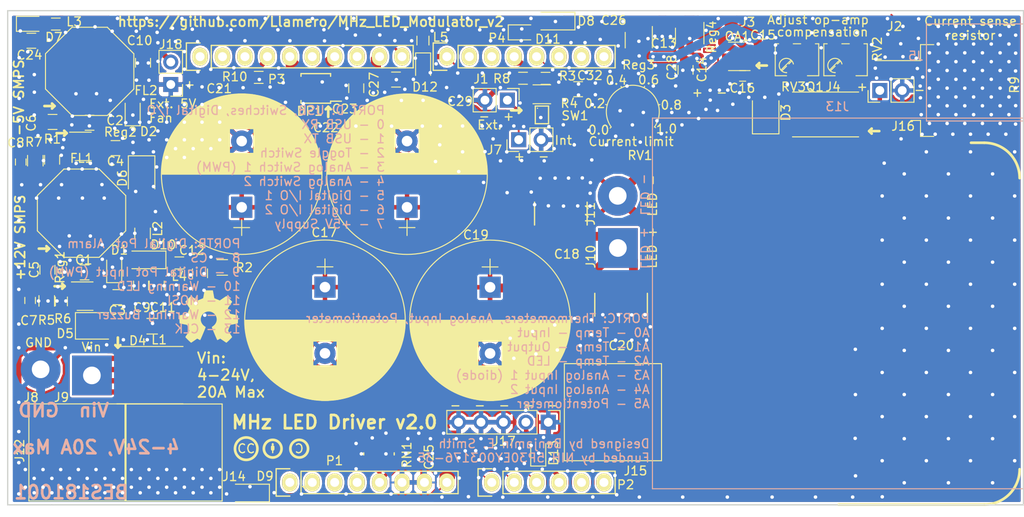
<source format=kicad_pcb>
(kicad_pcb (version 20171130) (host pcbnew "(5.1.4)-1")
  (title_block (date "lun. 30 mars 2015"))
  (layers (0 F.Cu signal) (31 B.Cu signal) (34 B.Paste user) (35 F.Paste user) (36 B.SilkS user) (37 F.SilkS user) (38 B.Mask user) (39 F.Mask user) (44 Edge.Cuts user))
  (net 0 "")
  (net 1 /IOREF)
  (net 2 /Reset)
  (net 3 +5V)
  (net 4 GND)
  (net 5 /A0)
  (net 6 /A1)
  (net 7 /A2)
  (net 8 /A3)
  (net 9 /AREF)
  (net 10 "/A4(SDA)")
  (net 11 "/A5(SCL)")
  (net 12 "/9(**)")
  (net 13 /8)
  (net 14 /7)
  (net 15 "/6(**)")
  (net 16 "/5(**)")
  (net 17 /4)
  (net 18 "/3(**)")
  (net 19 /2)
  (net 20 "/1(Tx)")
  (net 21 "/0(Rx)")
  (net 22 "/13(SCK)")
  (net 23 "/10(**/SS)")
  (net 24 "Net-(P1-Pad1)")
  (net 25 +3V3)
  (net 26 "/12(MISO)")
  (net 27 "/11(**/MOSI)")
  (net 28 10V)
  (net 29 "Net-(C16-Pad1)")
  (net 30 -2V)
  (net 31 "Net-(C16-Pad2)")
  (net 32 "Net-(C6-Pad1)")
  (net 33 "Net-(C8-Pad1)")
  (net 34 Vin)
  (net 35 "Net-(C7-Pad1)")
  (net 36 "Net-(C5-Pad1)")
  (net 37 "Net-(RV2-Pad3)")
  (net 38 "Net-(J4-Pad1)")
  (net 39 "Net-(RV3-Pad3)")
  (net 40 "Net-(C5-Pad2)")
  (net 41 "Net-(C6-Pad2)")
  (net 42 "Net-(D4-Pad2)")
  (net 43 "Net-(D3-Pad1)")
  (net 44 "Net-(C1-Pad1)")
  (net 45 "Net-(C2-Pad1)")
  (net 46 "Net-(OA1-Pad5)")
  (net 47 "GND(NC)")
  (net 48 "Net-(Reg3-Pad4)")
  (net 49 "Net-(C28-Pad1)")
  (net 50 "/Vin(Arduino)")
  (net 51 /-5V-SMPS)
  (net 52 /12V-SMPS)
  (net 53 "Net-(D5-Pad2)")
  (net 54 "Net-(D6-Pad2)")
  (net 55 "Net-(C12-Pad2)")
  (net 56 "Net-(D10-Pad1)")
  (net 57 "Net-(D7-Pad2)")
  (net 58 /Input)
  (net 59 "Net-(DP1-Pad10)")
  (net 60 "Net-(DP1-Pad3)")
  (net 61 "Net-(R3-Pad2)")
  (net 62 "Net-(C29-Pad2)")
  (net 63 /-4V)
  (net 64 "Net-(D12-Pad1)")
  (net 65 "Net-(D13-Pad2)")
  (net 66 "/A5(SCL*)")
  (net 67 "/A4(SDA*)")
  (net 68 "Net-(C26-Pad1)")
  (net 69 "Net-(C13-Pad1)")
  (net 70 "Net-(D3-Pad2)")
  (net 71 "Net-(J1-Pad1)")
  (net 72 "Net-(C32-Pad1)")
  (net 73 "Net-(C4-Pad2)")
  (net 74 "Net-(C3-Pad2)")
  (net 75 "Net-(OA1-Pad3)")
  (module Ben_Custom:SolderWirePad_single_2mmDrill-square (layer F.Cu) (at 116.53 111.7 90)
    (fp_text reference J9 (at -2.48 -3.44 180) (layer F.SilkS))
    (fp_text value TEST_1P)
    (pad 1 thru_hole rect (at 0 0 90) (size 4.50088 4.50088) (drill 1.99898) (layers *.Cu *.Mask) (net 42 "Net-(D4-Pad2)"))
  )
  (module Ben_Custom:SolderWirePad_single_2mmDrill-square (layer F.Cu) (at 176.08 97.26 90)
    (fp_text reference J10 (at -0.98 -3.07 90) (layer F.SilkS))
    (fp_text value TEST_1P)
    (pad 1 thru_hole rect (at 0 0 90) (size 4.50088 4.50088) (drill 1.99898) (layers *.Cu *.Mask) (net 34 Vin) (thermal_gap 0.6))
  )
  (module Wire_Pads:SolderWirePad_single_2mmDrill (layer F.Cu) (at 110.73 111.01 270)
    (fp_text reference J8 (at 3.17 1.08) (layer F.SilkS))
    (fp_text value TEST_1P)
    (pad 1 thru_hole circle (at 0 0 270) (size 4.50088 4.50088) (drill 1.99898) (layers *.Cu *.Mask) (net 4 GND))
  )
  (module Wire_Pads:SolderWirePad_single_2mmDrill (layer F.Cu) (at 176.06 91.35 90)
    (fp_text reference J11 (at -2.02 -3.1 90) (layer F.SilkS))
    (fp_text value TEST_1P)
    (pad 1 thru_hole circle (at 0 0 90) (size 4.50088 4.50088) (drill 1.99898) (layers *.Cu *.Mask) (net 43 "Net-(D3-Pad1)"))
  )
  (module Socket_Strips:Socket_Strip_Straight_1x02_Pitch2.54mm (layer F.Cu) (at 205.73 79.41 90)
    (fp_text reference J16 (at -4.05 2.64) (layer F.SilkS))
    (fp_text value Conn_Coaxial)
    (pad 2 thru_hole oval (at 0 2.54 90) (size 1.7 1.7) (drill 1) (layers *.Cu *.Mask) (net 4 GND))
    (pad 1 thru_hole rect (at 0 0 90) (size 1.7 1.7) (drill 1) (layers *.Cu *.Mask) (net 70 "Net-(D3-Pad2)"))
  )
  (module Ben_Custom:Bourns_DPAK (layer F.Cu) (at 213.288 79.415)
    (fp_text reference R9 (at 7.682 -0.645 90) (layer F.SilkS))
    (fp_text value 5)
    (pad 2 smd rect (at 2.255 0) (size 8.51 7.87) (layers F.Cu F.Paste F.Mask) (net 4 GND))
    (pad 3 smd rect (at -5.685 2.54) (size 3.81 1.62) (layers F.Cu F.Paste F.Mask) (net 70 "Net-(D3-Pad2)"))
    (pad 1 smd rect (at -5.685 -2.54) (size 3.81 1.62) (layers F.Cu F.Paste F.Mask) (net 4 GND))
  )
  (module Socket_Strips:Socket_Strip_Straight_1x02_Pitch2.54mm (layer F.Cu) (at 125.46 78.73 180)
    (fp_text reference J18 (at 0 4.54 180) (layer F.SilkS))
    (fp_text value Conn_Coaxial)
    (pad 2 thru_hole oval (at 0 2.54 180) (size 1.7 1.7) (drill 1) (layers *.Cu *.Mask) (net 51 /-5V-SMPS))
    (pad 1 thru_hole rect (at 0 0 180) (size 1.7 1.7) (drill 1) (layers *.Cu *.Mask) (net 4 GND))
  )
  (module Socket_Strips:Socket_Strip_Straight_1x02_Pitch2.54mm (layer F.Cu) (at 164.85 84.99 90)
    (fp_text reference J7 (at -1.16 -2.75 180) (layer F.SilkS))
    (fp_text value Conn_Coaxial)
    (pad 2 thru_hole oval (at 0 2.54 90) (size 1.7 1.7) (drill 1) (layers *.Cu *.Mask) (net 4 GND))
    (pad 1 thru_hole rect (at 0 0 90) (size 1.7 1.7) (drill 1) (layers *.Cu *.Mask) (net 60 "Net-(DP1-Pad3)"))
  )
  (module Capacitors_SMD:C_0805 (layer F.Cu) (at 119.2 85.94 180)
    (fp_text reference C4 (at 0 -1.5 180) (layer F.SilkS))
    (fp_text value "1 uF")
    (pad 1 smd rect (at -1 0 180) (size 1 1.25) (layers F.Cu F.Paste F.Mask) (net 4 GND))
    (pad 2 smd rect (at 1 0 180) (size 1 1.25) (layers F.Cu F.Paste F.Mask) (net 73 "Net-(C4-Pad2)"))
  )
  (module Capacitors_SMD:C_0805 (layer F.Cu) (at 119.41 102.83 180)
    (fp_text reference C3 (at 0 -1.5 180) (layer F.SilkS))
    (fp_text value "1 uF")
    (pad 2 smd rect (at 1 0 180) (size 1 1.25) (layers F.Cu F.Paste F.Mask) (net 74 "Net-(C3-Pad2)"))
    (pad 1 smd rect (at -1 0 180) (size 1 1.25) (layers F.Cu F.Paste F.Mask) (net 4 GND))
  )
  (module Symbols:OSHW-Symbol_6.7x6mm_SilkScreen (layer F.Cu) (at 129.75 105.04)
    (fp_text reference RV4 hide)
    (fp_text value 10k hide)
  )
  (module Socket_Strips:Socket_Strip_Straight_1x05_Pitch2.54mm (layer F.Cu) (at 168.2 117 270)
    (fp_text reference J17 (at 2.15 5.03) (layer F.SilkS))
    (fp_text value Conn_01x05_Female)
    (pad 5 thru_hole oval (at 0 10.16 270) (size 1.7 1.7) (drill 1) (layers *.Cu *.Mask) (net 4 GND))
    (pad 4 thru_hole oval (at 0 7.62 270) (size 1.7 1.7) (drill 1) (layers *.Cu *.Mask) (net 4 GND))
    (pad 3 thru_hole oval (at 0 5.08 270) (size 1.7 1.7) (drill 1) (layers *.Cu *.Mask) (net 4 GND))
    (pad 2 thru_hole oval (at 0 2.54 270) (size 1.7 1.7) (drill 1) (layers *.Cu *.Mask) (net 65 "Net-(D13-Pad2)"))
    (pad 1 thru_hole rect (at 0 0 270) (size 1.7 1.7) (drill 1) (layers *.Cu *.Mask) (net 4 GND))
  )
  (module Capacitors_SMD:C_0805 (layer F.Cu) (at 123.87 101.51 90)
    (fp_text reference C11 (at -2.481984 0.692596 180) (layer F.SilkS))
    (fp_text value "4.7 uF")
    (pad 2 smd rect (at 1 0 90) (size 1 1.25) (layers F.Cu F.Paste F.Mask) (net 52 /12V-SMPS))
    (pad 1 smd rect (at -1 0 90) (size 1 1.25) (layers F.Cu F.Paste F.Mask) (net 4 GND))
  )
  (module Diodes_SMD:D_SOD-323F (layer F.Cu) (at 119.058 99.685 90)
    (fp_text reference D1 (at 2.19 0.59 180) (layer F.SilkS))
    (fp_text value D_Schottky)
    (pad 2 smd rect (at 1.1 0 90) (size 0.5 0.5) (layers F.Cu F.Paste F.Mask) (net 40 "Net-(C5-Pad2)"))
    (pad 1 smd rect (at -1.1 0 90) (size 0.5 0.5) (layers F.Cu F.Paste F.Mask) (net 52 /12V-SMPS))
  )
  (module Ben_Custom:CC_Attribution (layer F.Cu) (at 137 120)
    (fp_text reference TH2)
    (fp_text value 10k)
    (fp_text user i (at 0 0) (layer F.SilkS))
  )
  (module Ben_Custom:CC_Share_alike (layer F.Cu) (at 140 120)
    (fp_text reference TH3)
    (fp_text value 10k)
    (fp_text user Ɔ (at 0 0) (layer F.SilkS))
  )
  (module Ben_Custom:CC_silkscreen (layer F.Cu) (at 134 120)
    (fp_text reference TH1)
    (fp_text value 10k)
    (fp_text user CC (at 0 0) (layer F.SilkS))
  )
  (module Ben_Custom:0508_Capacitor (layer F.Cu) (at 156.56 121.08 90)
    (fp_text reference C25 (at 0.1397 -1.86182 90) (layer F.SilkS))
    (fp_text value "2.2 uF" hide)
    (pad 2 smd rect (at 0.5334 0 90) (size 0.5842 2.0066) (layers F.Cu F.Paste F.Mask) (net 4 GND))
    (pad 1 smd rect (at -0.5334 0 90) (size 0.5842 2.0066) (layers F.Cu F.Paste F.Mask) (net 50 "/Vin(Arduino)"))
  )
  (module Ben_Custom:Resistor_Array_x4_1206 (layer F.Cu) (at 149.03 120.59 270)
    (fp_text reference RN1 (at 0.12 -3.16 270) (layer F.SilkS))
    (fp_text value 4.7k)
    (pad 8 smd rect (at 0.8536 -1.503601 270) (size 0.8072 1.1072) (layers F.Cu F.Paste F.Mask) (net 3 +5V))
    (pad 7 smd rect (at 0.8536 -0.385 270) (size 0.8072 0.45) (layers F.Cu F.Paste F.Mask) (net 3 +5V))
    (pad 6 smd rect (at 0.8536 0.395 270) (size 0.8072 0.45) (layers F.Cu F.Paste F.Mask) (net 3 +5V))
    (pad 5 smd rect (at 0.8536 1.503601 270) (size 0.8072 1.1072) (layers F.Cu F.Paste F.Mask) (net 4 GND))
    (pad 4 smd rect (at -0.8536 1.503601 270) (size 0.8072 1.1072) (layers F.Cu F.Paste F.Mask) (net 4 GND))
    (pad 3 smd rect (at -0.8536 0.385 270) (size 0.8072 0.45) (layers F.Cu F.Paste F.Mask) (net 7 /A2))
    (pad 2 smd rect (at -0.8536 -0.395 270) (size 0.8072 0.45) (layers F.Cu F.Paste F.Mask) (net 6 /A1))
    (pad 1 smd rect (at -0.8536 -1.503601 270) (size 0.8072 1.1072) (layers F.Cu F.Paste F.Mask) (net 5 /A0))
  )
  (module Ben_Custom:8-VFSOP (layer F.Cu) (at 167.478 82.175 270)
    (fp_text reference SW1 (at 0.095 -3.742) (layer F.SilkS))
    (fp_text value TS5A3357DCUR)
    (pad 4 smd rect (at 0.7493 1.55 270) (size 0.29972 0.8) (layers F.Cu F.Paste F.Mask) (net 4 GND))
    (pad 3 smd rect (at 0.24892 1.55 270) (size 0.29972 0.8) (layers F.Cu F.Paste F.Mask) (net 61 "Net-(R3-Pad2)"))
    (pad 2 smd rect (at -0.24892 1.55 270) (size 0.29972 0.8) (layers F.Cu F.Paste F.Mask) (net 60 "Net-(DP1-Pad3)"))
    (pad 1 smd rect (at -0.7493 1.55 270) (size 0.29972 0.8) (layers F.Cu F.Paste F.Mask) (net 71 "Net-(J1-Pad1)"))
    (pad 8 smd rect (at -0.7493 -1.55 270) (size 0.29972 0.8) (layers F.Cu F.Paste F.Mask) (net 72 "Net-(C32-Pad1)"))
    (pad 7 smd rect (at -0.24892 -1.55 270) (size 0.29972 0.8) (layers F.Cu F.Paste F.Mask) (net 58 /Input))
    (pad 6 smd rect (at 0.24892 -1.55 270) (size 0.29972 0.8) (layers F.Cu F.Paste F.Mask) (net 18 "/3(**)"))
    (pad 5 smd rect (at 0.7493 -1.55 270) (size 0.29972 0.8) (layers F.Cu F.Paste F.Mask) (net 17 /4))
  )
  (module Socket_Strips:Socket_Strip_Straight_1x02_Pitch2.54mm (layer F.Cu) (at 163.568 80.505 270)
    (fp_text reference J1 (at -2.395 2.988) (layer F.SilkS))
    (fp_text value Conn_Coaxial)
    (pad 1 thru_hole rect (at 0 0 270) (size 1.7 1.7) (drill 1) (layers *.Cu *.Mask) (net 71 "Net-(J1-Pad1)"))
    (pad 2 thru_hole oval (at 0 2.54 270) (size 1.7 1.7) (drill 1) (layers *.Cu *.Mask) (net 4 GND))
  )
  (module Diodes_SMD:D_SOD-323 (layer F.Cu) (at 167.06 120.47 90)
    (fp_text reference D13 (at 0 1.74 90) (layer F.SilkS))
    (fp_text value D_Schottky)
    (pad 1 smd rect (at -1.05 0 90) (size 0.6 0.45) (layers F.Cu F.Paste F.Mask) (net 8 /A3))
    (pad 2 smd rect (at 1.05 0 90) (size 0.6 0.45) (layers F.Cu F.Paste F.Mask) (net 65 "Net-(D13-Pad2)"))
  )
  (module Ben_Custom:DO-214AC (layer F.Cu) (at 192.808 80.825 90)
    (fp_text reference D3 (at -1.09 2.27 270) (layer F.SilkS))
    (fp_text value D_TVS)
    (pad 2 smd rect (at 2.19964 0 90) (size 2.10058 1.80086) (layers F.Cu F.Paste F.Mask) (net 70 "Net-(D3-Pad2)"))
    (pad 1 smd rect (at -2.19964 0 90) (size 2.10058 1.80086) (layers F.Cu F.Paste F.Mask) (net 43 "Net-(D3-Pad1)"))
  )
  (module Ben_Custom:0508_Capacitor (layer F.Cu) (at 175.568 73.065 270)
    (fp_text reference C26 (at -1.61 -0.04) (layer F.SilkS))
    (fp_text value "2.2 uF" hide)
    (pad 1 smd rect (at -0.5334 0 270) (size 0.5842 2.0066) (layers F.Cu F.Paste F.Mask) (net 68 "Net-(C26-Pad1)"))
    (pad 2 smd rect (at 0.5334 0 270) (size 0.5842 2.0066) (layers F.Cu F.Paste F.Mask) (net 4 GND))
  )
  (module Ben_Custom:0508_Capacitor (layer F.Cu) (at 181.278 71.925 270)
    (fp_text reference C13 (at 2.13 0.02) (layer F.SilkS))
    (fp_text value "2.2 uF" hide)
    (pad 2 smd rect (at 0.5334 0 270) (size 0.5842 2.0066) (layers F.Cu F.Paste F.Mask) (net 4 GND))
    (pad 1 smd rect (at -0.5334 0 270) (size 0.5842 2.0066) (layers F.Cu F.Paste F.Mask) (net 69 "Net-(C13-Pad1)"))
  )
  (module Ben_Custom:Wurth_Coupled_Inductor (layer F.Cu) (at 115.358 93.315 180)
    (fp_text reference FL1 (at 0 6.223 180) (layer F.SilkS))
    (fp_text value 4.7uH)
    (pad 1 smd rect (at 0 -3.8 180) (size 3.6 1.4) (layers F.Cu F.Paste F.Mask) (net 44 "Net-(C1-Pad1)"))
    (pad 3 smd rect (at 0 3.8 180) (size 3.6 1.4) (layers F.Cu F.Paste F.Mask) (net 4 GND))
    (pad 2 smd rect (at -3.8 0 180) (size 1.4 3.6) (layers F.Cu F.Paste F.Mask) (net 40 "Net-(C5-Pad2)"))
    (pad 4 smd rect (at 3.8 0 180) (size 1.4 3.6) (layers F.Cu F.Paste F.Mask) (net 36 "Net-(C5-Pad1)"))
  )
  (module Ben_Custom:Wurth_Coupled_Inductor (layer F.Cu) (at 116.278 77.245 180)
    (fp_text reference FL2 (at -6.372 -2.165 180) (layer F.SilkS))
    (fp_text value 2.7uH)
    (pad 1 smd rect (at 0 -3.8 180) (size 3.6 1.4) (layers F.Cu F.Paste F.Mask) (net 45 "Net-(C2-Pad1)"))
    (pad 3 smd rect (at 0 3.8 180) (size 3.6 1.4) (layers F.Cu F.Paste F.Mask) (net 51 /-5V-SMPS))
    (pad 2 smd rect (at -3.8 0 180) (size 1.4 3.6) (layers F.Cu F.Paste F.Mask) (net 41 "Net-(C6-Pad2)"))
    (pad 4 smd rect (at 3.8 0 180) (size 1.4 3.6) (layers F.Cu F.Paste F.Mask) (net 32 "Net-(C6-Pad1)"))
  )
  (module Resistors_SMD:R_0603 (layer F.Cu) (at 135.418 77.925 180)
    (fp_text reference R10 (at 2.72 0.07 180) (layer F.SilkS))
    (fp_text value 10)
    (pad 2 smd rect (at 0.75 0 180) (size 0.5 0.9) (layers F.Cu F.Paste F.Mask) (net 47 "GND(NC)"))
    (pad 1 smd rect (at -0.75 0 180) (size 0.5 0.9) (layers F.Cu F.Paste F.Mask) (net 4 GND))
  )
  (module TO_SOT_Packages_SMD:SOT-23-6 (layer F.Cu) (at 115.558 85.745)
    (fp_text reference Reg2 (at 4.2 -1.62) (layer F.SilkS))
    (fp_text value LT8330)
    (pad 1 smd rect (at -1.1 -0.95) (size 1.06 0.65) (layers F.Cu F.Paste F.Mask) (net 32 "Net-(C6-Pad1)"))
    (pad 2 smd rect (at -1.1 0) (size 1.06 0.65) (layers F.Cu F.Paste F.Mask) (net 4 GND))
    (pad 3 smd rect (at -1.1 0.95) (size 1.06 0.65) (layers F.Cu F.Paste F.Mask) (net 33 "Net-(C8-Pad1)"))
    (pad 4 smd rect (at 1.1 0.95) (size 1.06 0.65) (layers F.Cu F.Paste F.Mask) (net 45 "Net-(C2-Pad1)"))
    (pad 6 smd rect (at 1.1 -0.95) (size 1.06 0.65) (layers F.Cu F.Paste F.Mask) (net 45 "Net-(C2-Pad1)"))
    (pad 5 smd rect (at 1.1 0) (size 1.06 0.65) (layers F.Cu F.Paste F.Mask) (net 73 "Net-(C4-Pad2)"))
  )
  (module TO_SOT_Packages_SMD:SOT-23-6 (layer F.Cu) (at 115.758 102.715)
    (fp_text reference Reg1 (at -2.84 -3.26 90) (layer F.SilkS))
    (fp_text value LT8330)
    (pad 5 smd rect (at 1.1 0) (size 1.06 0.65) (layers F.Cu F.Paste F.Mask) (net 74 "Net-(C3-Pad2)"))
    (pad 6 smd rect (at 1.1 -0.95) (size 1.06 0.65) (layers F.Cu F.Paste F.Mask) (net 44 "Net-(C1-Pad1)"))
    (pad 4 smd rect (at 1.1 0.95) (size 1.06 0.65) (layers F.Cu F.Paste F.Mask) (net 44 "Net-(C1-Pad1)"))
    (pad 3 smd rect (at -1.1 0.95) (size 1.06 0.65) (layers F.Cu F.Paste F.Mask) (net 35 "Net-(C7-Pad1)"))
    (pad 2 smd rect (at -1.1 0) (size 1.06 0.65) (layers F.Cu F.Paste F.Mask) (net 4 GND))
    (pad 1 smd rect (at -1.1 -0.95) (size 1.06 0.65) (layers F.Cu F.Paste F.Mask) (net 36 "Net-(C5-Pad1)"))
  )
  (module Ben_Custom:Heatsink-Wakefield_655-53AB_41x41mm (layer B.Cu) (at 200.99 103.54)
    (fp_text reference J13 (at -0.07 -22.3) (layer B.SilkS) (effects (justify mirror)))
    (fp_text value Heat_Sink)
    (pad 1 smd rect (at 0 0) (size 40.64 40.64) (layers B.Cu) (net 4 GND))
  )
  (module Housings_SSOP:MSOP-10_3x3mm_Pitch0.5mm (layer F.Cu) (at 141.878 79.175 180)
    (fp_text reference DP1 (at 0.688 -2.585 180) (layer F.SilkS))
    (fp_text value AD5162)
    (pad 10 smd rect (at 2.2 -1 180) (size 1.4 0.3) (layers F.Cu F.Paste F.Mask) (net 59 "Net-(DP1-Pad10)"))
    (pad 9 smd rect (at 2.2 -0.5 180) (size 1.4 0.3) (layers F.Cu F.Paste F.Mask) (net 59 "Net-(DP1-Pad10)"))
    (pad 8 smd rect (at 2.2 0 180) (size 1.4 0.3) (layers F.Cu F.Paste F.Mask) (net 13 /8))
    (pad 7 smd rect (at 2.2 0.5 180) (size 1.4 0.3) (layers F.Cu F.Paste F.Mask) (net 27 "/11(**/MOSI)"))
    (pad 6 smd rect (at 2.2 1 180) (size 1.4 0.3) (layers F.Cu F.Paste F.Mask) (net 22 "/13(SCK)"))
    (pad 5 smd rect (at -2.2 1 180) (size 1.4 0.3) (layers F.Cu F.Paste F.Mask) (net 14 /7))
    (pad 4 smd rect (at -2.2 0.5 180) (size 1.4 0.3) (layers F.Cu F.Paste F.Mask) (net 4 GND))
    (pad 3 smd rect (at -2.2 0 180) (size 1.4 0.3) (layers F.Cu F.Paste F.Mask) (net 60 "Net-(DP1-Pad3)"))
    (pad 2 smd rect (at -2.2 -0.5 180) (size 1.4 0.3) (layers F.Cu F.Paste F.Mask) (net 12 "/9(**)"))
    (pad 1 smd rect (at -2.2 -1 180) (size 1.4 0.3) (layers F.Cu F.Paste F.Mask) (net 4 GND))
  )
  (module Resistors_SMD:R_0603 (layer F.Cu) (at 165.338 78.025)
    (fp_text reference R8 (at -2.41 0.05 -180) (layer F.SilkS))
    (fp_text value 1.8k)
    (pad 2 smd rect (at 0.75 0) (size 0.5 0.9) (layers F.Cu F.Paste F.Mask) (net 61 "Net-(R3-Pad2)"))
    (pad 1 smd rect (at -0.75 0) (size 0.5 0.9) (layers F.Cu F.Paste F.Mask) (net 62 "Net-(C29-Pad2)"))
  )
  (module Ben_Custom:0508_Capacitor (layer F.Cu) (at 158.148 78.765 90)
    (fp_text reference C29 (at -1.88 0.06 180) (layer F.SilkS))
    (fp_text value "2.2 uF" hide)
    (pad 1 smd rect (at -0.5334 0 90) (size 0.5842 2.0066) (layers F.Cu F.Paste F.Mask) (net 4 GND))
    (pad 2 smd rect (at 0.5334 0 90) (size 0.5842 2.0066) (layers F.Cu F.Paste F.Mask) (net 62 "Net-(C29-Pad2)"))
  )
  (module Diodes_SMD:D_SOD-323F (layer F.Cu) (at 154.028 76.655 270)
    (fp_text reference D12 (at 2.36 -0.21) (layer F.SilkS))
    (fp_text value D)
    (pad 2 smd rect (at 1.1 0 270) (size 0.5 0.5) (layers F.Cu F.Paste F.Mask) (net 62 "Net-(C29-Pad2)"))
    (pad 1 smd rect (at -1.1 0 270) (size 0.5 0.5) (layers F.Cu F.Paste F.Mask) (net 64 "Net-(D12-Pad1)"))
  )
  (module Capacitors_SMD:C_0805 (layer F.Cu) (at 171.578 79.265)
    (fp_text reference C32 (at 1.33 -1.55 180) (layer F.SilkS))
    (fp_text value "10 nF")
    (pad 1 smd rect (at -1 0) (size 1 1.25) (layers F.Cu F.Paste F.Mask) (net 72 "Net-(C32-Pad1)"))
    (pad 2 smd rect (at 1 0) (size 1 1.25) (layers F.Cu F.Paste F.Mask) (net 4 GND))
  )
  (module Resistors_SMD:R_0603 (layer F.Cu) (at 167.888 78.035 180)
    (fp_text reference R3 (at -2.49 0.27 180) (layer F.SilkS))
    (fp_text value 100)
    (pad 2 smd rect (at 0.75 0 180) (size 0.5 0.9) (layers F.Cu F.Paste F.Mask) (net 61 "Net-(R3-Pad2)"))
    (pad 1 smd rect (at -0.75 0 180) (size 0.5 0.9) (layers F.Cu F.Paste F.Mask) (net 4 GND))
  )
  (module Resistors_SMD:R_1206 (layer F.Cu) (at 167.47 79.84)
    (fp_text reference R4 (at 3.1 1.03) (layer F.SilkS))
    (fp_text value 0)
    (pad 2 smd rect (at 1.45 0) (size 0.9 1.7) (layers F.Cu F.Paste F.Mask) (net 72 "Net-(C32-Pad1)"))
    (pad 1 smd rect (at -1.45 0) (size 0.9 1.7) (layers F.Cu F.Paste F.Mask) (net 14 /7))
  )
  (module Capacitors_SMD:C_0805 (layer F.Cu) (at 146.458 79.155 270)
    (fp_text reference C23 (at 2.345 1.308) (layer F.SilkS))
    (fp_text value "10 nF")
    (pad 2 smd rect (at 1 0 270) (size 1 1.25) (layers F.Cu F.Paste F.Mask) (net 4 GND))
    (pad 1 smd rect (at -1 0 270) (size 1 1.25) (layers F.Cu F.Paste F.Mask) (net 14 /7))
  )
  (module Capacitors_SMD:C_0805 (layer F.Cu) (at 116.268 83.065 180)
    (fp_text reference C2 (at -2.88 0.25 180) (layer F.SilkS))
    (fp_text value "4.7 uF")
    (pad 2 smd rect (at 1 0 180) (size 1 1.25) (layers F.Cu F.Paste F.Mask) (net 4 GND))
    (pad 1 smd rect (at -1 0 180) (size 1 1.25) (layers F.Cu F.Paste F.Mask) (net 45 "Net-(C2-Pad1)"))
  )
  (module Inductors_SMD:L_0603 (layer F.Cu) (at 154.008 73.755 270)
    (fp_text reference L5 (at -0.39 -1.99) (layer F.SilkS))
    (fp_text value Ferrite_Bead)
    (pad 1 smd rect (at -0.75 0 270) (size 0.5 0.9) (layers F.Cu F.Paste F.Mask) (net 63 /-4V))
    (pad 2 smd rect (at 0.75 0 270) (size 0.5 0.9) (layers F.Cu F.Paste F.Mask) (net 64 "Net-(D12-Pad1)"))
  )
  (module Ben_Custom:Heatsink-10x10mm-V2017B (layer B.Cu) (at 216.51 77.37)
    (fp_text reference J5 (at -6.71 -1.87) (layer B.SilkS) (effects (justify mirror)))
    (fp_text value Heat_Sink)
  )
  (module Capacitors_SMD:C_0805 (layer F.Cu) (at 150.958 78.175 180)
    (fp_text reference C27 (at 2.48 -0.58 270) (layer F.SilkS))
    (fp_text value "4.7 uF")
    (pad 2 smd rect (at 1 0 180) (size 1 1.25) (layers F.Cu F.Paste F.Mask) (net 14 /7))
    (pad 1 smd rect (at -1 0 180) (size 1 1.25) (layers F.Cu F.Paste F.Mask) (net 4 GND))
  )
  (module Ben_Custom:DO-214AC (layer F.Cu) (at 118.168 106.085)
    (fp_text reference D5 (at -4.668 0.865) (layer F.SilkS))
    (fp_text value D_Schottky)
    (pad 1 smd rect (at -2.19964 0) (size 2.10058 1.80086) (layers F.Cu F.Paste F.Mask) (net 44 "Net-(C1-Pad1)"))
    (pad 2 smd rect (at 2.19964 0) (size 2.10058 1.80086) (layers F.Cu F.Paste F.Mask) (net 53 "Net-(D5-Pad2)"))
  )
  (module Ben_Custom:DO-214AC (layer F.Cu) (at 122.158 90.315 270)
    (fp_text reference D6 (at -0.97 2.18 270) (layer F.SilkS))
    (fp_text value D_Schottky)
    (pad 2 smd rect (at 2.19964 0 270) (size 2.10058 1.80086) (layers F.Cu F.Paste F.Mask) (net 54 "Net-(D6-Pad2)"))
    (pad 1 smd rect (at -2.19964 0 270) (size 2.10058 1.80086) (layers F.Cu F.Paste F.Mask) (net 45 "Net-(C2-Pad1)"))
  )
  (module Ben_Custom:Heatsink-10x10mm-V2017B (layer F.Cu) (at 175.518 115.865)
    (fp_text reference J15 (at 2.55 6.65) (layer F.SilkS))
    (fp_text value Heat_Sink)
  )
  (module Ben_Custom:Heatsink-10x10mm-V2017B (layer F.Cu) (at 125.778 120.435)
    (fp_text reference J14 (at 6.842 2.725 180) (layer F.SilkS))
    (fp_text value Heat_Sink)
  )
  (module Ben_Custom:Heatsink-10x10mm-V2017B (layer F.Cu) (at 114.898 120.425)
    (fp_text reference J12 (at -6.54 -0.2 90) (layer F.SilkS))
    (fp_text value Heat_Sink)
  )
  (module Diodes_SMD:D_SOD-323F (layer F.Cu) (at 165.168 72.825)
    (fp_text reference D11 (at 2.992 0.765) (layer F.SilkS))
    (fp_text value D)
    (pad 2 smd rect (at 1.1 0) (size 0.5 0.5) (layers F.Cu F.Paste F.Mask) (net 68 "Net-(C26-Pad1)"))
    (pad 1 smd rect (at -1.1 0) (size 0.5 0.5) (layers F.Cu F.Paste F.Mask) (net 63 /-4V))
  )
  (module Diodes_SMD:D_SOD-123F (layer F.Cu) (at 134.428 125.025 180)
    (fp_text reference D9 (at -1.702 1.905 180) (layer F.SilkS))
    (fp_text value D_Schottky)
    (pad 2 smd rect (at 1.4 0 180) (size 1.1 1.1) (layers F.Cu F.Paste F.Mask) (net 55 "Net-(C12-Pad2)"))
    (pad 1 smd rect (at -1.4 0 180) (size 1.1 1.1) (layers F.Cu F.Paste F.Mask) (net 50 "/Vin(Arduino)"))
  )
  (module Capacitors_SMD:C_0603 (layer F.Cu) (at 109.538 103.205 90)
    (fp_text reference C7 (at -2.27 -0.14 180) (layer F.SilkS))
    (fp_text value "4.7 pF")
    (pad 1 smd rect (at -0.75 0 90) (size 0.8 0.75) (layers F.Cu F.Paste F.Mask) (net 35 "Net-(C7-Pad1)"))
    (pad 2 smd rect (at 0.75 0 90) (size 0.8 0.75) (layers F.Cu F.Paste F.Mask) (net 52 /12V-SMPS))
  )
  (module Inductors_SMD:L_0805 (layer F.Cu) (at 123.358 106.125)
    (fp_text reference L1 (at 0.782 1.535) (layer F.SilkS))
    (fp_text value Ferrite_Bead)
    (pad 2 smd rect (at 0.95 0) (size 0.7 1.3) (layers F.Cu F.Paste F.Mask) (net 34 Vin))
    (pad 1 smd rect (at -0.95 0) (size 0.7 1.3) (layers F.Cu F.Paste F.Mask) (net 53 "Net-(D5-Pad2)"))
  )
  (module Diodes_SMD:D_SOD-323F (layer F.Cu) (at 109.488 71.855)
    (fp_text reference D7 (at 2.732 1.525 180) (layer F.SilkS))
    (fp_text value D)
    (pad 1 smd rect (at -1.1 0) (size 0.5 0.5) (layers F.Cu F.Paste F.Mask) (net 51 /-5V-SMPS))
    (pad 2 smd rect (at 1.1 0) (size 0.5 0.5) (layers F.Cu F.Paste F.Mask) (net 57 "Net-(D7-Pad2)"))
  )
  (module TO_SOT_Packages_SMD:SOT-23-5 (layer F.Cu) (at 184.208 73.245 270)
    (fp_text reference Reg4 (at 0.11 -2.49 90) (layer F.SilkS))
    (fp_text value LP2985-10.0)
    (pad 5 smd rect (at 1.1 -0.95 270) (size 1.06 0.65) (layers F.Cu F.Paste F.Mask) (net 28 10V))
    (pad 4 smd rect (at 1.1 0.95 270) (size 1.06 0.65) (layers F.Cu F.Paste F.Mask) (net 49 "Net-(C28-Pad1)"))
    (pad 3 smd rect (at -1.1 0.95 270) (size 1.06 0.65) (layers F.Cu F.Paste F.Mask) (net 69 "Net-(C13-Pad1)"))
    (pad 2 smd rect (at -1.1 0 270) (size 1.06 0.65) (layers F.Cu F.Paste F.Mask) (net 4 GND))
    (pad 1 smd rect (at -1.1 -0.95 270) (size 1.06 0.65) (layers F.Cu F.Paste F.Mask) (net 69 "Net-(C13-Pad1)"))
  )
  (module Capacitors_SMD:C_0805 (layer F.Cu) (at 109.678 73.775)
    (fp_text reference C24 (at -0.21 1.62) (layer F.SilkS))
    (fp_text value "4.7 uF")
    (pad 2 smd rect (at 1 0) (size 1 1.25) (layers F.Cu F.Paste F.Mask) (net 63 /-4V))
    (pad 1 smd rect (at -1 0) (size 1 1.25) (layers F.Cu F.Paste F.Mask) (net 4 GND))
  )
  (module Capacitors_SMD:C_0805 (layer F.Cu) (at 128.768 100.125 90)
    (fp_text reference C12 (at 2.605 -0.918 180) (layer F.SilkS))
    (fp_text value "4.7 uF")
    (pad 2 smd rect (at 1 0 90) (size 1 1.25) (layers F.Cu F.Paste F.Mask) (net 55 "Net-(C12-Pad2)"))
    (pad 1 smd rect (at -1 0 90) (size 1 1.25) (layers F.Cu F.Paste F.Mask) (net 4 GND))
  )
  (module Diodes_SMD:D_SOD-123F (layer F.Cu) (at 169.018 71.545 180)
    (fp_text reference D8 (at -3.462 0.005 180) (layer F.SilkS))
    (fp_text value D_Schottky)
    (pad 1 smd rect (at -1.4 0 180) (size 1.1 1.1) (layers F.Cu F.Paste F.Mask) (net 69 "Net-(C13-Pad1)"))
    (pad 2 smd rect (at 1.4 0 180) (size 1.1 1.1) (layers F.Cu F.Paste F.Mask) (net 55 "Net-(C12-Pad2)"))
  )
  (module Diodes_SMD:D_SOD-123F (layer F.Cu) (at 122.708 98.605 180)
    (fp_text reference D10 (at -1.91 1.71 180) (layer F.SilkS))
    (fp_text value D_Schottky)
    (pad 2 smd rect (at 1.4 0 180) (size 1.1 1.1) (layers F.Cu F.Paste F.Mask) (net 52 /12V-SMPS))
    (pad 1 smd rect (at -1.4 0 180) (size 1.1 1.1) (layers F.Cu F.Paste F.Mask) (net 56 "Net-(D10-Pad1)"))
  )
  (module Capacitors_SMD:C_0805 (layer F.Cu) (at 183.738 77.075 270)
    (fp_text reference C28 (at -0.26 1.56 270) (layer F.SilkS))
    (fp_text value "10 nF")
    (pad 2 smd rect (at 1 0 270) (size 1 1.25) (layers F.Cu F.Paste F.Mask) (net 4 GND))
    (pad 1 smd rect (at -1 0 270) (size 1 1.25) (layers F.Cu F.Paste F.Mask) (net 49 "Net-(C28-Pad1)"))
  )
  (module Capacitors_THT:CP_Radial_D18.0mm_P7.50mm (layer F.Cu) (at 133.488 92.645 90)
    (fp_text reference C21 (at 13.45 -2.54 180) (layer F.SilkS))
    (fp_text value "2700 uF")
    (pad 2 thru_hole circle (at 7.5 0 90) (size 2.4 2.4) (drill 1.2) (layers *.Cu *.Mask) (net 4 GND))
    (pad 1 thru_hole rect (at 0 0 90) (size 2.4 2.4) (drill 1.2) (layers *.Cu *.Mask) (net 34 Vin))
  )
  (module Capacitors_SMD:C_0805 (layer F.Cu) (at 112.028 87.265 90)
    (fp_text reference R1 (at 2.35 0.04 180) (layer F.SilkS))
    (fp_text value 187k)
    (pad 1 smd rect (at -1 0 90) (size 1 1.25) (layers F.Cu F.Paste F.Mask) (net 33 "Net-(C8-Pad1)"))
    (pad 2 smd rect (at 1 0 90) (size 1 1.25) (layers F.Cu F.Paste F.Mask) (net 4 GND))
  )
  (module Inductors_SMD:L_0805 (layer F.Cu) (at 122.268 95.605 270)
    (fp_text reference L2 (at -0.53 -1.71 270) (layer F.SilkS))
    (fp_text value Ferrite_Bead)
    (pad 1 smd rect (at -0.95 0 270) (size 0.7 1.3) (layers F.Cu F.Paste F.Mask) (net 54 "Net-(D6-Pad2)"))
    (pad 2 smd rect (at 0.95 0 270) (size 0.7 1.3) (layers F.Cu F.Paste F.Mask) (net 34 Vin))
  )
  (module Resistors_SMD:R_0805 (layer F.Cu) (at 131.29 99.46)
    (fp_text reference R2 (at 2.49 0.02 -180) (layer F.SilkS))
    (fp_text value 4.7k)
    (pad 1 smd rect (at -0.95 0) (size 0.7 1.3) (layers F.Cu F.Paste F.Mask) (net 4 GND))
    (pad 2 smd rect (at 0.95 0) (size 0.7 1.3) (layers F.Cu F.Paste F.Mask) (net 34 Vin))
  )
  (module TO_SOT_Packages_SMD:TSOT-23-5 (layer F.Cu) (at 178.468 73.705 270)
    (fp_text reference Reg3 (at 2.8 0.04) (layer F.SilkS))
    (fp_text value ADP7182AUJZ-Fixed)
    (pad 5 smd rect (at 1.31 -0.95 270) (size 1.22 0.65) (layers F.Cu F.Paste F.Mask) (net 30 -2V))
    (pad 4 smd rect (at 1.31 0.95 270) (size 1.22 0.65) (layers F.Cu F.Paste F.Mask) (net 48 "Net-(Reg3-Pad4)"))
    (pad 3 smd rect (at -1.31 0.95 270) (size 1.22 0.65) (layers F.Cu F.Paste F.Mask) (net 68 "Net-(C26-Pad1)"))
    (pad 2 smd rect (at -1.31 0 270) (size 1.22 0.65) (layers F.Cu F.Paste F.Mask) (net 68 "Net-(C26-Pad1)"))
    (pad 1 smd rect (at -1.31 -0.95 270) (size 1.22 0.65) (layers F.Cu F.Paste F.Mask) (net 4 GND))
  )
  (module Ben_Custom:0508_Capacitor (layer F.Cu) (at 187.408 78.095 90)
    (fp_text reference C14 (at 1.07 -1.82 270) (layer F.SilkS))
    (fp_text value "2.2 uF" hide)
    (pad 1 smd rect (at -0.5334 0 90) (size 0.5842 2.0066) (layers F.Cu F.Paste F.Mask) (net 4 GND))
    (pad 2 smd rect (at 0.5334 0 90) (size 0.5842 2.0066) (layers F.Cu F.Paste F.Mask) (net 28 10V))
  )
  (module Ben_Custom:0508_Capacitor (layer F.Cu) (at 192.598 74.845 180)
    (fp_text reference C15 (at 0.1 1.72 180) (layer F.SilkS))
    (fp_text value "2.2 uF" hide)
    (pad 2 smd rect (at 0.5334 0 180) (size 0.5842 2.0066) (layers F.Cu F.Paste F.Mask) (net 30 -2V))
    (pad 1 smd rect (at -0.5334 0 180) (size 0.5842 2.0066) (layers F.Cu F.Paste F.Mask) (net 4 GND))
  )
  (module TO_SOT_Packages_SMD:SOT-23-6 (layer F.Cu) (at 189.498 75.545 180)
    (fp_text reference OA1 (at -0.11 2.27 180) (layer F.SilkS))
    (fp_text value LT6200-10)
    (pad 5 smd rect (at 1.1 0 180) (size 1.06 0.65) (layers F.Cu F.Paste F.Mask) (net 46 "Net-(OA1-Pad5)"))
    (pad 6 smd rect (at 1.1 -0.95 180) (size 1.06 0.65) (layers F.Cu F.Paste F.Mask) (net 28 10V))
    (pad 4 smd rect (at 1.1 0.95 180) (size 1.06 0.65) (layers F.Cu F.Paste F.Mask) (net 29 "Net-(C16-Pad1)"))
    (pad 3 smd rect (at -1.1 0.95 180) (size 1.06 0.65) (layers F.Cu F.Paste F.Mask) (net 75 "Net-(OA1-Pad3)"))
    (pad 2 smd rect (at -1.1 0 180) (size 1.06 0.65) (layers F.Cu F.Paste F.Mask) (net 30 -2V))
    (pad 1 smd rect (at -1.1 -0.95 180) (size 1.06 0.65) (layers F.Cu F.Paste F.Mask) (net 31 "Net-(C16-Pad2)"))
  )
  (module Ben_Custom:2_J-lead_stacked_cap (layer F.Cu) (at 176.44 103.69 90)
    (fp_text reference C20 (at -4.63 0.02 180) (layer F.SilkS))
    (fp_text value "22 uF" hide)
    (pad 1 smd rect (at -2.5778 0 90) (size 1.9556 5.700001) (layers F.Cu F.Paste F.Mask) (net 4 GND))
    (pad 2 smd rect (at 2.5778 0 90) (size 1.9556 5.700001) (layers F.Cu F.Paste F.Mask) (net 34 Vin))
  )
  (module Ben_Custom:2_J-lead_stacked_cap (layer F.Cu) (at 169.62 93.36 90)
    (fp_text reference C18 (at -4.595 0.682) (layer F.SilkS))
    (fp_text value "22 uF" hide)
    (pad 2 smd rect (at 2.5778 0 90) (size 1.9556 5.700001) (layers F.Cu F.Paste F.Mask) (net 4 GND))
    (pad 1 smd rect (at -2.5778 0 90) (size 1.9556 5.700001) (layers F.Cu F.Paste F.Mask) (net 34 Vin))
  )
  (module Inductors_SMD:L_0603 (layer F.Cu) (at 112.448 71.885 180)
    (fp_text reference L3 (at -2.072 0.265) (layer F.SilkS))
    (fp_text value Ferrite_Bead)
    (pad 2 smd rect (at 0.75 0 180) (size 0.5 0.9) (layers F.Cu F.Paste F.Mask) (net 57 "Net-(D7-Pad2)"))
    (pad 1 smd rect (at -0.75 0 180) (size 0.5 0.9) (layers F.Cu F.Paste F.Mask) (net 63 /-4V))
  )
  (module Ben_Custom:Bourns_3313J_Trimpot-compact (layer F.Cu) (at 177.768 81.815)
    (fp_text reference RV1 (at 0.812 4.955 180) (layer F.SilkS))
    (fp_text value POT_TRIM)
    (fp_text user 0.0 (at -3.86 2.08) (layer F.SilkS))
    (fp_text user 0.2 (at -4.31 -0.93) (layer F.SilkS))
    (fp_text user 0.4 (at -1.87 -3.56) (layer F.SilkS))
    (fp_text user 0.6 (at 1.79 -3.61) (layer F.SilkS))
    (fp_text user 0.8 (at 4.35 -0.75) (layer F.SilkS))
    (fp_text user 1.0 (at 3.82 1.94) (layer F.SilkS))
    (pad 2 smd rect (at 0 -1.45) (size 1.6 1.6) (layers F.Cu F.Paste F.Mask) (net 75 "Net-(OA1-Pad3)"))
    (pad 1 smd rect (at 1.15 1.45) (size 1.1 1.6) (layers F.Cu F.Paste F.Mask) (net 4 GND))
    (pad 3 smd rect (at -1.15 1.45) (size 1.1 1.6) (layers F.Cu F.Paste F.Mask) (net 58 /Input))
  )
  (module Measurement_Points:Measurement_Point_Round-SMD-Pad_Small (layer F.Cu) (at 188.918 72.055)
    (fp_text reference J3 (at 1.85 -0.39) (layer F.SilkS))
    (fp_text value TEST_1P)
    (pad 1 smd circle (at 0 0) (size 1.5 1.5) (layers F.Cu F.Mask) (net 29 "Net-(C16-Pad1)"))
  )
  (module Ben_Custom:40x40mm-heatsink_only-eighth-pad (layer F.Cu) (at 201.058 105.835)
    (fp_text reference J6)
    (fp_text value Heat_Sink)
    (pad 1 smd roundrect (at 17.5 0) (size 5 40) (layers F.Cu) (roundrect_rratio 0.5) (net 4 GND))
  )
  (module Capacitors_SMD:C_0603 (layer F.Cu) (at 108.478 87.515 90)
    (fp_text reference C8 (at 2.17 -0.55 180) (layer F.SilkS))
    (fp_text value "4.7 pF")
    (pad 2 smd rect (at 0.75 0 90) (size 0.8 0.75) (layers F.Cu F.Paste F.Mask) (net 51 /-5V-SMPS))
    (pad 1 smd rect (at -0.75 0 90) (size 0.8 0.75) (layers F.Cu F.Paste F.Mask) (net 33 "Net-(C8-Pad1)"))
  )
  (module Capacitors_SMD:C_0805 (layer F.Cu) (at 112.078 82.975)
    (fp_text reference C6 (at -2.42 0.12 90) (layer F.SilkS))
    (fp_text value "1 uF")
    (pad 1 smd rect (at -1 0) (size 1 1.25) (layers F.Cu F.Paste F.Mask) (net 32 "Net-(C6-Pad1)"))
    (pad 2 smd rect (at 1 0) (size 1 1.25) (layers F.Cu F.Paste F.Mask) (net 41 "Net-(C6-Pad2)"))
  )
  (module Capacitors_SMD:C_0805 (layer F.Cu) (at 111.498 99.725 90)
    (fp_text reference C5 (at 0 -1.5 90) (layer F.SilkS))
    (fp_text value "1 uF")
    (pad 2 smd rect (at 1 0 90) (size 1 1.25) (layers F.Cu F.Paste F.Mask) (net 40 "Net-(C5-Pad2)"))
    (pad 1 smd rect (at -1 0 90) (size 1 1.25) (layers F.Cu F.Paste F.Mask) (net 36 "Net-(C5-Pad1)"))
  )
  (module Inductors_SMD:L_0603 (layer F.Cu) (at 126.428 98.955 180)
    (fp_text reference L4 (at 0.01 -1.51 180) (layer F.SilkS))
    (fp_text value Ferrite_Bead)
    (pad 1 smd rect (at -0.75 0 180) (size 0.5 0.9) (layers F.Cu F.Paste F.Mask) (net 55 "Net-(C12-Pad2)"))
    (pad 2 smd rect (at 0.75 0 180) (size 0.5 0.9) (layers F.Cu F.Paste F.Mask) (net 56 "Net-(D10-Pad1)"))
  )
  (module Capacitors_THT:CP_Radial_D18.0mm_P7.50mm (layer F.Cu) (at 152.208 92.645 90)
    (fp_text reference C22 (at 9.02 -9.18) (layer F.SilkS))
    (fp_text value "2700 uF")
    (pad 2 thru_hole circle (at 7.5 0 90) (size 2.4 2.4) (drill 1.2) (layers *.Cu *.Mask) (net 4 GND))
    (pad 1 thru_hole rect (at 0 0 90) (size 2.4 2.4) (drill 1.2) (layers *.Cu *.Mask) (net 34 Vin))
  )
  (module Capacitors_THT:CP_Radial_D18.0mm_P7.50mm (layer F.Cu) (at 142.918 101.695 270)
    (fp_text reference C17 (at -6.19 0.08) (layer F.SilkS))
    (fp_text value "2700 uF")
    (pad 1 thru_hole rect (at 0 0 270) (size 2.4 2.4) (drill 1.2) (layers *.Cu *.Mask) (net 34 Vin))
    (pad 2 thru_hole circle (at 7.5 0 270) (size 2.4 2.4) (drill 1.2) (layers *.Cu *.Mask) (net 4 GND))
  )
  (module Capacitors_THT:CP_Radial_D18.0mm_P7.50mm (layer F.Cu) (at 161.608 101.705 270)
    (fp_text reference C19 (at -5.93 1.6) (layer F.SilkS))
    (fp_text value "2700 uF")
    (pad 2 thru_hole circle (at 7.5 0 270) (size 2.4 2.4) (drill 1.2) (layers *.Cu *.Mask) (net 4 GND))
    (pad 1 thru_hole rect (at 0 0 270) (size 2.4 2.4) (drill 1.2) (layers *.Cu *.Mask) (net 34 Vin))
  )
  (module Ben_Custom:Potentiometer_Trimmer_Bourns_3224W (layer F.Cu) (at 196.35287 75.927049)
    (fp_text reference RV3 (at -0.39287 3.072951) (layer F.SilkS))
    (fp_text value POT_TRIM)
    (pad 1 smd rect (at 1.25 -1.45) (size 1.3 1.6) (layers F.Cu F.Paste F.Mask) (net 29 "Net-(C16-Pad1)"))
    (pad 2 smd rect (at 0 1.45) (size 2 1.6) (layers F.Cu F.Paste F.Mask) (net 70 "Net-(D3-Pad2)"))
    (pad 3 smd rect (at -1.25 -1.45) (size 1.3 1.6) (layers F.Cu F.Paste F.Mask) (net 39 "Net-(RV3-Pad3)"))
  )
  (module Ben_Custom:Potentiometer_Trimmer_Bourns_3224W (layer F.Cu) (at 201.85287 75.927049)
    (fp_text reference RV2 (at 3.59513 -1.232049 90) (layer F.SilkS))
    (fp_text value POT_TRIM)
    (pad 3 smd rect (at -1.25 -1.45) (size 1.3 1.6) (layers F.Cu F.Paste F.Mask) (net 37 "Net-(RV2-Pad3)"))
    (pad 2 smd rect (at 0 1.45) (size 2 1.6) (layers F.Cu F.Paste F.Mask) (net 38 "Net-(J4-Pad1)"))
    (pad 1 smd rect (at 1.25 -1.45) (size 1.3 1.6) (layers F.Cu F.Paste F.Mask) (net 31 "Net-(C16-Pad2)"))
  )
  (module Socket_Arduino_Uno:Socket_Strip_Arduino_1x08 (layer F.Cu) (at 156.718 75.575)
    (fp_text reference P4 (at 5.672 -2.105) (layer F.SilkS))
    (fp_text value Digital)
    (pad 1 thru_hole oval (at 0 0) (size 1.7272 2.032) (drill 1.016) (layers *.Cu *.Mask F.SilkS) (net 14 /7))
    (pad 2 thru_hole oval (at 2.54 0) (size 1.7272 2.032) (drill 1.016) (layers *.Cu *.Mask F.SilkS) (net 15 "/6(**)"))
    (pad 3 thru_hole oval (at 5.08 0) (size 1.7272 2.032) (drill 1.016) (layers *.Cu *.Mask F.SilkS) (net 16 "/5(**)"))
    (pad 4 thru_hole oval (at 7.62 0) (size 1.7272 2.032) (drill 1.016) (layers *.Cu *.Mask F.SilkS) (net 17 /4))
    (pad 5 thru_hole oval (at 10.16 0) (size 1.7272 2.032) (drill 1.016) (layers *.Cu *.Mask F.SilkS) (net 18 "/3(**)"))
    (pad 6 thru_hole oval (at 12.7 0) (size 1.7272 2.032) (drill 1.016) (layers *.Cu *.Mask F.SilkS) (net 19 /2))
    (pad 7 thru_hole oval (at 15.24 0) (size 1.7272 2.032) (drill 1.016) (layers *.Cu *.Mask F.SilkS) (net 20 "/1(Tx)"))
    (pad 8 thru_hole oval (at 17.78 0) (size 1.7272 2.032) (drill 1.016) (layers *.Cu *.Mask F.SilkS) (net 21 "/0(Rx)"))
  )
  (module Ben_Custom:Powerdi5060-8 (layer F.Cu) (at 121.85 111.67 270)
    (fp_text reference D4 (at -3.91 0.13) (layer F.SilkS))
    (fp_text value D)
    (pad 1 smd rect (at 1.905 -4.01 270) (size 0.61 1.02) (layers F.Cu F.Paste F.Mask) (net 34 Vin))
    (pad 1 smd rect (at -0.635 -4.01 270) (size 0.61 1.02) (layers F.Cu F.Paste F.Mask) (net 34 Vin))
    (pad 1 smd rect (at 0.635 -4.01 270) (size 0.61 1.02) (layers F.Cu F.Paste F.Mask) (net 34 Vin))
    (pad 1 smd rect (at -1.905 -4.01 270) (size 0.61 1.02) (layers F.Cu F.Paste F.Mask) (net 34 Vin))
    (pad 1 smd rect (at 0 -1.905 270) (size 4.1 3.81) (layers F.Cu F.Paste F.Mask) (net 34 Vin))
    (pad 1 smd rect (at 0 -2.905 270) (size 5.61 0.6) (layers F.Cu F.Paste F.Mask) (net 34 Vin))
    (pad 1 smd rect (at 0 -0.48 270) (size 5.61 0.6) (layers F.Cu F.Paste F.Mask) (net 34 Vin))
    (pad 2 smd rect (at 1.905 1.455 270) (size 0.61 1.27) (layers F.Cu F.Paste F.Mask) (net 42 "Net-(D4-Pad2)"))
    (pad 2 smd rect (at -0.635 1.455 270) (size 0.61 1.27) (layers F.Cu F.Paste F.Mask) (net 42 "Net-(D4-Pad2)"))
    (pad 2 smd rect (at 0.635 1.455 270) (size 0.61 1.27) (layers F.Cu F.Paste F.Mask) (net 42 "Net-(D4-Pad2)"))
    (pad 2 smd rect (at -1.905 1.455 270) (size 0.61 1.27) (layers F.Cu F.Paste F.Mask) (net 42 "Net-(D4-Pad2)"))
  )
  (module Ben_Custom:IRFH5104_PQFN_5x6b (layer F.Cu) (at 199.65287 82.127049 180)
    (fp_text reference Q1 (at 1.26287 3.127049 180) (layer F.SilkS))
    (fp_text value Q_NMOS_GDS)
    (pad 2 smd rect (at 0.6475 0 180) (size 3.545 4.41) (layers F.Cu F.Mask) (net 43 "Net-(D3-Pad1)"))
    (pad 2 smd rect (at 3.095 0.635 180) (size 1.35 0.6) (layers F.Cu F.Mask) (net 43 "Net-(D3-Pad1)"))
    (pad 2 smd rect (at 3.095 1.905 180) (size 1.35 0.6) (layers F.Cu F.Mask) (net 43 "Net-(D3-Pad1)"))
    (pad 2 smd rect (at 3.095 -1.905 180) (size 1.35 0.6) (layers F.Cu F.Mask) (net 43 "Net-(D3-Pad1)"))
    (pad 2 smd rect (at 3.095 -0.635 180) (size 1.35 0.6) (layers F.Cu F.Mask) (net 43 "Net-(D3-Pad1)"))
    (pad 3 smd rect (at -3.02 -0.635 180) (size 1.5 0.6) (layers F.Cu F.Mask) (net 70 "Net-(D3-Pad2)"))
    (pad 3 smd rect (at -3.02 -1.905 180) (size 1.5 0.6) (layers F.Cu F.Mask) (net 70 "Net-(D3-Pad2)"))
    (pad 3 smd rect (at -3.02 0.635 180) (size 1.5 0.6) (layers F.Cu F.Mask) (net 70 "Net-(D3-Pad2)"))
    (pad 1 smd rect (at -3.02 1.905 180) (size 1.5 0.6) (layers F.Cu F.Mask) (net 38 "Net-(J4-Pad1)"))
  )
  (module Capacitors_SMD:C_0603 (layer F.Cu) (at 190.198 77.755)
    (fp_text reference C16 (at -0.03 1.39) (layer F.SilkS))
    (fp_text value "2200 pF")
    (pad 2 smd rect (at 0.75 0) (size 0.8 0.75) (layers F.Cu F.Paste F.Mask) (net 31 "Net-(C16-Pad2)"))
    (pad 1 smd rect (at -0.75 0) (size 0.8 0.75) (layers F.Cu F.Paste F.Mask) (net 29 "Net-(C16-Pad1)"))
  )
  (module Capacitors_SMD:C_0805 (layer F.Cu) (at 122.32 76.27 90)
    (fp_text reference C10 (at 2.52 -0.38 180) (layer F.SilkS))
    (fp_text value "4.7 uF")
    (pad 1 smd rect (at -1 0 90) (size 1 1.25) (layers F.Cu F.Paste F.Mask) (net 4 GND))
    (pad 2 smd rect (at 1 0 90) (size 1 1.25) (layers F.Cu F.Paste F.Mask) (net 51 /-5V-SMPS))
  )
  (module Capacitors_SMD:C_0805 (layer F.Cu) (at 122.1 101.51 90)
    (fp_text reference C9 (at -2.501984 0.102596 180) (layer F.SilkS))
    (fp_text value "4.7 uF")
    (pad 2 smd rect (at 1 0 90) (size 1 1.25) (layers F.Cu F.Paste F.Mask) (net 52 /12V-SMPS))
    (pad 1 smd rect (at -1 0 90) (size 1 1.25) (layers F.Cu F.Paste F.Mask) (net 4 GND))
  )
  (module Capacitors_SMD:C_0805 (layer F.Cu) (at 115.708 100.025 180)
    (fp_text reference C1 (at 0.1 1.41 180) (layer F.SilkS))
    (fp_text value "4.7 uF")
    (pad 2 smd rect (at 1 0 180) (size 1 1.25) (layers F.Cu F.Paste F.Mask) (net 4 GND))
    (pad 1 smd rect (at -1 0 180) (size 1 1.25) (layers F.Cu F.Paste F.Mask) (net 44 "Net-(C1-Pad1)"))
  )
  (module Diodes_SMD:D_SOD-323F (layer F.Cu) (at 121.148 81.905 90)
    (fp_text reference D2 (at -2.155 1.802 180) (layer F.SilkS))
    (fp_text value D_Schottky)
    (pad 1 smd rect (at -1.1 0 90) (size 0.5 0.5) (layers F.Cu F.Paste F.Mask) (net 4 GND))
    (pad 2 smd rect (at 1.1 0 90) (size 0.5 0.5) (layers F.Cu F.Paste F.Mask) (net 41 "Net-(C6-Pad2)"))
  )
  (module Measurement_Points:Measurement_Point_Round-SMD-Pad_Small (layer F.Cu) (at 205.398 72.295)
    (fp_text reference J2 (at 2.00513 -0.142049) (layer F.SilkS))
    (fp_text value TEST_1P)
    (pad 1 smd circle (at 0 0) (size 1.5 1.5) (layers F.Cu F.Mask) (net 31 "Net-(C16-Pad2)"))
  )
  (module Measurement_Points:Measurement_Point_Round-SMD-Pad_Small (layer F.Cu) (at 202.31 78.71)
    (fp_text reference J4 (at -1.87 0.29) (layer F.SilkS))
    (fp_text value TEST_1P)
    (pad 1 smd circle (at 0 0) (size 1.5 1.5) (layers F.Cu F.Mask) (net 38 "Net-(J4-Pad1)"))
  )
  (module Resistors_SMD:R_0603 (layer F.Cu) (at 113.078 103.315 90)
    (fp_text reference R6 (at -1.95 0.16 -180) (layer F.SilkS))
    (fp_text value 154k)
    (pad 2 smd rect (at 0.75 0 90) (size 0.5 0.9) (layers F.Cu F.Paste F.Mask) (net 4 GND))
    (pad 1 smd rect (at -0.75 0 90) (size 0.5 0.9) (layers F.Cu F.Paste F.Mask) (net 35 "Net-(C7-Pad1)"))
  )
  (module Resistors_SMD:R_0805 (layer F.Cu) (at 110.128 87.365 90)
    (fp_text reference R7 (at 2.1 -0.17 180) (layer F.SilkS))
    (fp_text value 1Meg)
    (pad 2 smd rect (at 0.95 0 90) (size 0.7 1.3) (layers F.Cu F.Paste F.Mask) (net 51 /-5V-SMPS))
    (pad 1 smd rect (at -0.95 0 90) (size 0.7 1.3) (layers F.Cu F.Paste F.Mask) (net 33 "Net-(C8-Pad1)"))
  )
  (module Resistors_SMD:R_0805 (layer F.Cu) (at 111.418 103.255 90)
    (fp_text reference R5 (at -2.18 -0.02 180) (layer F.SilkS))
    (fp_text value 1Meg)
    (pad 1 smd rect (at -0.95 0 90) (size 0.7 1.3) (layers F.Cu F.Paste F.Mask) (net 35 "Net-(C7-Pad1)"))
    (pad 2 smd rect (at 0.95 0 90) (size 0.7 1.3) (layers F.Cu F.Paste F.Mask) (net 52 /12V-SMPS))
  )
  (module Socket_Arduino_Uno:Socket_Strip_Arduino_1x08 (layer F.Cu) (at 138.938 123.825)
    (fp_text reference P1 (at 5.06 -2.46) (layer F.SilkS))
    (fp_text value Power)
    (pad 1 thru_hole oval (at 0 0) (size 1.7272 2.032) (drill 1.016) (layers *.Cu *.Mask F.SilkS) (net 24 "Net-(P1-Pad1)"))
    (pad 2 thru_hole oval (at 2.54 0) (size 1.7272 2.032) (drill 1.016) (layers *.Cu *.Mask F.SilkS) (net 1 /IOREF))
    (pad 3 thru_hole oval (at 5.08 0) (size 1.7272 2.032) (drill 1.016) (layers *.Cu *.Mask F.SilkS) (net 2 /Reset))
    (pad 4 thru_hole oval (at 7.62 0) (size 1.7272 2.032) (drill 1.016) (layers *.Cu *.Mask F.SilkS) (net 25 +3V3))
    (pad 5 thru_hole oval (at 10.16 0) (size 1.7272 2.032) (drill 1.016) (layers *.Cu *.Mask F.SilkS) (net 3 +5V))
    (pad 6 thru_hole oval (at 12.7 0) (size 1.7272 2.032) (drill 1.016) (layers *.Cu *.Mask F.SilkS) (net 4 GND))
    (pad 7 thru_hole oval (at 15.24 0) (size 1.7272 2.032) (drill 1.016) (layers *.Cu *.Mask F.SilkS) (net 4 GND))
    (pad 8 thru_hole oval (at 17.78 0) (size 1.7272 2.032) (drill 1.016) (layers *.Cu *.Mask F.SilkS) (net 50 "/Vin(Arduino)"))
  )
  (module Socket_Arduino_Uno:Socket_Strip_Arduino_1x06 (layer F.Cu) (at 161.798 123.825)
    (fp_text reference P2 (at 15.16 0.26) (layer F.SilkS))
    (fp_text value Analog)
    (pad 1 thru_hole oval (at 0 0) (size 1.7272 2.032) (drill 1.016) (layers *.Cu *.Mask F.SilkS) (net 5 /A0))
    (pad 2 thru_hole oval (at 2.54 0) (size 1.7272 2.032) (drill 1.016) (layers *.Cu *.Mask F.SilkS) (net 6 /A1))
    (pad 3 thru_hole oval (at 5.08 0) (size 1.7272 2.032) (drill 1.016) (layers *.Cu *.Mask F.SilkS) (net 7 /A2))
    (pad 4 thru_hole oval (at 7.62 0) (size 1.7272 2.032) (drill 1.016) (layers *.Cu *.Mask F.SilkS) (net 8 /A3))
    (pad 5 thru_hole oval (at 10.16 0) (size 1.7272 2.032) (drill 1.016) (layers *.Cu *.Mask F.SilkS) (net 10 "/A4(SDA)"))
    (pad 6 thru_hole oval (at 12.7 0) (size 1.7272 2.032) (drill 1.016) (layers *.Cu *.Mask F.SilkS) (net 11 "/A5(SCL)"))
  )
  (module Socket_Arduino_Uno:Socket_Strip_Arduino_1x10 (layer F.Cu) (at 128.778 75.575)
    (fp_text reference P3 (at 8.67 2.56) (layer F.SilkS))
    (fp_text value Digital)
    (pad 1 thru_hole oval (at 0 0) (size 1.7272 2.032) (drill 1.016) (layers *.Cu *.Mask F.SilkS) (net 66 "/A5(SCL*)"))
    (pad 2 thru_hole oval (at 2.54 0) (size 1.7272 2.032) (drill 1.016) (layers *.Cu *.Mask F.SilkS) (net 67 "/A4(SDA*)"))
    (pad 3 thru_hole oval (at 5.08 0) (size 1.7272 2.032) (drill 1.016) (layers *.Cu *.Mask F.SilkS) (net 9 /AREF))
    (pad 4 thru_hole oval (at 7.62 0) (size 1.7272 2.032) (drill 1.016) (layers *.Cu *.Mask F.SilkS) (net 47 "GND(NC)"))
    (pad 5 thru_hole oval (at 10.16 0) (size 1.7272 2.032) (drill 1.016) (layers *.Cu *.Mask F.SilkS) (net 22 "/13(SCK)"))
    (pad 6 thru_hole oval (at 12.7 0) (size 1.7272 2.032) (drill 1.016) (layers *.Cu *.Mask F.SilkS) (net 26 "/12(MISO)"))
    (pad 7 thru_hole oval (at 15.24 0) (size 1.7272 2.032) (drill 1.016) (layers *.Cu *.Mask F.SilkS) (net 27 "/11(**/MOSI)"))
    (pad 8 thru_hole oval (at 17.78 0) (size 1.7272 2.032) (drill 1.016) (layers *.Cu *.Mask F.SilkS) (net 23 "/10(**/SS)"))
    (pad 9 thru_hole oval (at 20.32 0) (size 1.7272 2.032) (drill 1.016) (layers *.Cu *.Mask F.SilkS) (net 12 "/9(**)"))
    (pad 10 thru_hole oval (at 22.86 0) (size 1.7272 2.032) (drill 1.016) (layers *.Cu *.Mask F.SilkS) (net 13 /8))
  )
  (gr_text → (at 192.37 76.69 180) (layer F.SilkS) (effects (font (size 1.5 1.5) (thickness 0.3))))
  (gr_text "LED -" (at 179.14 91.2 270) (layer B.SilkS) (effects (font (size 1 1)) (justify mirror)))
  (gr_text "LED +" (at 179.14 97.27 270) (layer B.SilkS) (effects (font (size 1 1)) (justify mirror)))
  (gr_text BES181001 (at 114.19 124.95) (layer B.SilkS) (effects (font (size 1.5 1.5) (thickness 0.3)) (justify mirror)))
  (gr_text "PORTC: Thermometers, Analog Input, Potentiometer\nA0 - Temp - Input\nA1 - Temp - Output\nA2 - Temp - LED\nA3 - Analog Input 1 (diode)\nA4 - Analog Input 2\nA5 - Potentiometer" (at 179.77 110.07) (layer B.SilkS) (effects (font (size 1 1)) (justify left mirror)))
  (gr_text "LED +" (at 179.97 97.22 90) (layer F.SilkS) (effects (font (size 1 1))))
  (gr_text "Vin:\n4-24V,\n20A Max" (at 128.31 111.66) (layer F.SilkS) (effects (font (size 1.2 1.2) (thickness 0.2)) (justify left)))
  (gr_text Int. (at 170.14 85.06) (layer F.SilkS) (effects (font (size 1 1))))
  (gr_text "-  +" (at 162.33 82.33) (layer F.SilkS) (effects (font (size 1 1))))
  (gr_text "PORTB: Digital Pot, Alarm\n8 - CS\n9 - Digital Pot Input (PWM)\n10 - Warning LED\n11 - MOSI\n12 - Warning Buzzer\n13 - CLK\n\n" (at 133.45 102.4) (layer B.SilkS) (effects (font (size 1 1)) (justify left mirror)))
  (gr_text Vin (at 116.49 108.49) (layer F.SilkS) (effects (font (size 1 1))))
  (gr_text GND (at 110.5 107.99) (layer F.SilkS) (effects (font (size 1 1))))
  (gr_text + (at 127.59 78.72) (layer F.SilkS) (effects (font (size 1 1))))
  (gr_text "Ext. 5V\nFan" (at 122.91 81.72) (layer F.SilkS) (effects (font (size 1 1)) (justify left)))
  (gr_text "-  +" (at 186.46 79.77 180) (layer F.SilkS) (effects (font (size 1 1))))
  (gr_text "Designed by Benjamin E. Smith\nFunded by NIH 5P30EY003176-35 " (at 179.77 120.24) (layer B.SilkS) (effects (font (size 1 1)) (justify left mirror)))
  (gr_text "PORT D: USB, Switches, Digital I/O\n0 - USB RX\n1 - USB TX\n2 - Toggle Switch\n3 - Analog Switch 1 (PWM)\n4 - Analog Switch 2\n5 - Digital I/O 1\n6 - Digital I/O 2\n7 - +5V Supply\n" (at 149.79 88.1) (layer B.SilkS) (effects (font (size 1 1)) (justify left mirror)))
  (gr_text compensation (at 199.25 72.78) (layer F.SilkS) (effects (font (size 1 1))))
  (gr_text → (at 143.18 81.83 90) (layer F.SilkS) (effects (font (size 1.5 1.5) (thickness 0.3))))
  (gr_text → (at 164.57 81.56) (layer F.SilkS) (effects (font (size 1.5 1.5) (thickness 0.3))))
  (gr_text "LED -" (at 179.99 91.32 90) (layer F.SilkS) (effects (font (size 1 1))))
  (gr_text - (at 210.23 79.33) (layer F.SilkS) (effects (font (size 1 1))))
  (gr_text + (at 203.74 78.97) (layer F.SilkS) (effects (font (size 1 1))))
  (gr_text "-  -  -  +  -" (at 163.21 115.07) (layer F.SilkS) (effects (font (size 1 1))))
  (gr_text "-  +" (at 166.3 87.01 180) (layer F.SilkS) (effects (font (size 1 1))))
  (gr_text "Ext. \n" (at 161.93 83.31) (layer F.SilkS) (effects (font (size 1 1))))
  (gr_text "Current sense\nresistor" (at 215.998 72.365) (layer F.SilkS) (effects (font (size 1 1))))
  (gr_text https://github.com/Llamero/MHz_LED_Modulator_v2 (at 141.318 71.625) (layer F.SilkS) (effects (font (size 1.1 1.1) (thickness 0.2))))
  (gr_text "← " (at 205.668 83.905) (layer F.SilkS) (effects (font (size 1.5 1.5) (thickness 0.3))))
  (gr_text ↓ (at 119.47 107.87) (layer F.SilkS) (effects (font (size 1.5 1.5) (thickness 0.3))))
  (gr_text "MHz LED Driver v2.0" (at 144 117) (layer F.SilkS) (effects (font (size 1.5 1.5) (thickness 0.3))))
  (gr_text ↓ (at 112.998 84.245 90) (layer F.SilkS) (effects (font (size 1.5 1.5) (thickness 0.3))))
  (gr_text "-5V SMPS" (at 108.268 80.225 90) (layer F.SilkS) (effects (font (size 1.1 1.1) (thickness 0.2))))
  (gr_text "+12V SMPS" (at 108.408 96.075 90) (layer F.SilkS) (effects (font (size 1.1 1.1) (thickness 0.2))))
  (gr_line (start 111.998 70.365) (end 106.998 70.365) (layer Edge.Cuts) (width 0.15))
  (gr_line (start 111.998 126.365) (end 106.998 126.365) (layer Edge.Cuts) (width 0.15))
  (gr_text → (at 111.728 81.065) (layer F.SilkS) (effects (font (size 1.5 1.5) (thickness 0.3))))
  (gr_text "Vin  GND" (at 113.33 115.65) (layer B.SilkS) (effects (font (size 1.5 1.5) (thickness 0.3)) (justify mirror)))
  (gr_text "4-24V, 20A Max " (at 116.428 119.835) (layer B.SilkS) (effects (font (size 1.5 1.5) (thickness 0.3)) (justify mirror)))
  (gr_text "Current limit" (at 177.57 85.2) (layer F.SilkS) (effects (font (size 1 1))))
  (gr_text "Adjust op-amp\n" (at 198.74 71.4) (layer F.SilkS) (effects (font (size 1 1))))
  (gr_text → (at 111.098 97.225) (layer F.SilkS) (effects (font (size 1.5 1.5) (thickness 0.3))))
  (gr_text → (at 112.878 101.485) (layer F.SilkS) (effects (font (size 1.5 1.5) (thickness 0.3))))
  (gr_line (start 221.998 70.365) (end 221.998 126.365) (layer Edge.Cuts) (width 0.15))
  (gr_line (start 111.998 70.365) (end 221.998 70.365) (layer Edge.Cuts) (width 0.15))
  (gr_line (start 111.998 126.365) (end 221.998 126.365) (layer Edge.Cuts) (width 0.15))
  (gr_line (start 106.998 70.365) (end 106.998 126.365) (layer Edge.Cuts) (width 0.15))
  (gr_text 1 (at 140.938 124.285 90) (layer F.SilkS) (effects (font (size 1 1))))
  (segment (start 148.879199 123.6) (end 149.19 123.6) (width 0.4) (layer F.Cu) (net 3))
  (segment (start 149.160801 123.62) (end 149.01 123.62) (width 0.4) (layer F.Cu) (net 3))
  (segment (start 150.533601 121.4436) (end 150.533601 122.2472) (width 0.4) (layer F.Cu) (net 3))
  (segment (start 150.533601 122.2472) (end 149.160801 123.62) (width 0.4) (layer F.Cu) (net 3))
  (segment (start 149.11 123.47) (end 149.1 123.47) (width 0.4) (layer F.Cu) (net 3))
  (segment (start 149.11 122.57) (end 149.11 123.47) (width 0.4) (layer F.Cu) (net 3))
  (segment (start 149.41 122.27) (end 149.11 122.57) (width 0.4) (layer F.Cu) (net 3))
  (segment (start 149.41 121.6272) (end 149.41 122.27) (width 0.4) (layer F.Cu) (net 3))
  (segment (start 149.415 121.4436) (end 149.415 121.6222) (width 0.4) (layer F.Cu) (net 3))
  (segment (start 149.415 121.6222) (end 149.41 121.6272) (width 0.4) (layer F.Cu) (net 3))
  (segment (start 149.11 123.82) (end 149.11 123.48) (width 0.4) (layer F.Cu) (net 3))
  (segment (start 149.11 122.7222) (end 149.11 123.82) (width 0.4) (layer F.Cu) (net 3))
  (segment (start 148.635 121.4436) (end 148.635 122.2472) (width 0.4) (layer F.Cu) (net 3))
  (segment (start 148.635 122.2472) (end 149.11 122.7222) (width 0.4) (layer F.Cu) (net 3))
  (segment (start 149.098 123.825) (end 149.098 123.9774) (width 0.6) (layer F.Cu) (net 3))
  (segment (start 110.73 116.7) (end 110.8 116.77) (width 1) (layer B.Cu) (net 4))
  (segment (start 110.73 111.01) (end 110.73 116.7) (width 1) (layer B.Cu) (net 4))
  (segment (start 110.72 107.817398) (end 110.72 105.61) (width 1) (layer B.Cu) (net 4))
  (segment (start 110.73 111.01) (end 110.73 107.827398) (width 1) (layer B.Cu) (net 4))
  (segment (start 110.73 107.827398) (end 110.72 107.817398) (width 1) (layer B.Cu) (net 4))
  (segment (start 111.01 111.07) (end 110.7 111.07) (width 0.6) (layer F.Cu) (net 4))
  (segment (start 113.52 108.56) (end 111.01 111.07) (width 0.6) (layer F.Cu) (net 4))
  (segment (start 109.045 108.565) (end 108.29 107.81) (width 0.6) (layer F.Cu) (net 4))
  (segment (start 108.258009 108.565) (end 109.06 108.565) (width 0.6) (layer F.Cu) (net 4))
  (segment (start 109.06 108.565) (end 109.5 108.565) (width 0.6) (layer F.Cu) (net 4))
  (segment (start 109.06 108.565) (end 109.045 108.565) (width 0.6) (layer F.Cu) (net 4))
  (segment (start 108.35 109.45) (end 108.32 109.45) (width 0.6) (layer F.Cu) (net 4))
  (segment (start 109.5 108.565) (end 114.188 108.565) (width 0.6) (layer F.Cu) (net 4))
  (segment (start 109.5 108.565) (end 109.235 108.565) (width 0.6) (layer F.Cu) (net 4))
  (segment (start 109.235 108.565) (end 108.35 109.45) (width 0.6) (layer F.Cu) (net 4))
  (segment (start 117.85 108.58) (end 117.83 108.56) (width 0.6) (layer F.Cu) (net 4))
  (segment (start 117.83 108.56) (end 113.944264 108.56) (width 0.6) (layer F.Cu) (net 4))
  (segment (start 118.2 108.23) (end 117.85 108.58) (width 0.6) (layer F.Cu) (net 4))
  (segment (start 112.980439 108.749561) (end 114.7 107.03) (width 1) (layer B.Cu) (net 4))
  (segment (start 112.980439 108.759561) (end 112.980439 108.749561) (width 1) (layer B.Cu) (net 4))
  (via (at 173.12 87.28) (size 0.6) (drill 0.4) (layers F.Cu B.Cu) (net 4))
  (via (at 155.43 87.46) (size 0.6) (drill 0.4) (layers F.Cu B.Cu) (net 4))
  (via (at 158.06 88.6) (size 0.6) (drill 0.4) (layers F.Cu B.Cu) (net 4))
  (via (at 160.87 89.83) (size 0.6) (drill 0.4) (layers F.Cu B.Cu) (net 4))
  (via (at 163.54 90.99) (size 0.6) (drill 0.4) (layers F.Cu B.Cu) (net 4))
  (via (at 175.81 107.7) (size 0.6) (drill 0.4) (layers F.Cu B.Cu) (net 4))
  (via (at 179.15 104.83) (size 0.6) (drill 0.4) (layers F.Cu B.Cu) (net 4))
  (via (at 177.65 107.7) (size 0.6) (drill 0.4) (layers F.Cu B.Cu) (net 4))
  (via (at 210.3 78.91) (size 0.6) (drill 0.4) (layers F.Cu B.Cu) (net 4))
  (via (at 210.33 80.24) (size 0.6) (drill 0.4) (layers F.Cu B.Cu) (net 4))
  (via (at 210.51 84.38) (size 0.6) (drill 0.4) (layers F.Cu B.Cu) (net 4))
  (via (at 210.42 82.15) (size 0.6) (drill 0.4) (layers F.Cu B.Cu) (net 4))
  (via (at 207 78.12) (size 0.6) (drill 0.4) (layers F.Cu B.Cu) (net 4))
  (segment (start 206.99 78.37) (end 206.99 81.04) (width 0.4) (layer B.Cu) (net 4))
  (segment (start 206.99 77.86) (end 206.99 78.37) (width 0.4) (layer B.Cu) (net 4))
  (segment (start 206.99 79.42) (end 206.99 77.86) (width 0.4) (layer B.Cu) (net 4))
  (segment (start 207 79.41) (end 206.99 79.42) (width 0.4) (layer B.Cu) (net 4))
  (segment (start 208.27 79.41) (end 207 79.41) (width 0.4) (layer B.Cu) (net 4))
  (segment (start 208.27 79.41) (end 207.7 79.41) (width 0.4) (layer B.Cu) (net 4))
  (segment (start 211.42 79.41) (end 211.47 79.36) (width 0.4) (layer F.Cu) (net 4))
  (segment (start 208.27 79.41) (end 211.42 79.41) (width 0.4) (layer F.Cu) (net 4))
  (segment (start 208.23 79.42) (end 208.24 79.43) (width 0.4) (layer F.Cu) (net 4))
  (segment (start 206.99 79.42) (end 208.23 79.42) (width 0.4) (layer F.Cu) (net 4))
  (segment (start 206.99 77.2) (end 206.99 79.42) (width 0.4) (layer F.Cu) (net 4))
  (segment (start 207.315 76.875) (end 206.99 77.2) (width 0.4) (layer F.Cu) (net 4))
  (segment (start 207.603 76.875) (end 207.315 76.875) (width 0.4) (layer F.Cu) (net 4))
  (segment (start 207.603 76.875) (end 207.603 77.007) (width 0.6) (layer F.Cu) (net 4))
  (via (at 189.86 79.67) (size 0.6) (drill 0.4) (layers F.Cu B.Cu) (net 4))
  (via (at 186.53 80.5) (size 0.6) (drill 0.4) (layers F.Cu B.Cu) (net 4))
  (via (at 186.05 81.55) (size 0.6) (drill 0.4) (layers F.Cu B.Cu) (net 4))
  (via (at 185.21 82.59) (size 0.6) (drill 0.4) (layers F.Cu B.Cu) (net 4))
  (via (at 187.36 81.67) (size 0.6) (drill 0.4) (layers F.Cu B.Cu) (net 4))
  (via (at 189.09 80.97) (size 0.6) (drill 0.4) (layers F.Cu B.Cu) (net 4))
  (segment (start 190.92 80.22) (end 183.34 83.31) (width 0.6) (layer F.Cu) (net 4))
  (via (at 190.898 80.185) (size 0.6) (drill 0.4) (layers F.Cu B.Cu) (net 4))
  (via (at 183.33 83.31) (size 0.6) (drill 0.4) (layers F.Cu B.Cu) (net 4))
  (segment (start 183.34 83.31) (end 183.33 83.31) (width 0.6) (layer F.Cu) (net 4))
  (segment (start 189.57 80.18) (end 189.57 80.16) (width 0.6) (layer F.Cu) (net 4))
  (segment (start 187.71 81.46) (end 188.63 80.54) (width 0.6) (layer F.Cu) (net 4))
  (segment (start 186.69 81.46) (end 187.38 81.46) (width 0.6) (layer F.Cu) (net 4))
  (segment (start 187.38 81.46) (end 187.69 81.46) (width 0.6) (layer F.Cu) (net 4))
  (segment (start 187.38 81.46) (end 187.71 81.46) (width 0.6) (layer F.Cu) (net 4))
  (segment (start 189.04 80.47) (end 189.3 80.279756) (width 0.6) (layer F.Cu) (net 4))
  (segment (start 189.198 80.165) (end 188.898001 80.464999) (width 0.6) (layer F.Cu) (net 4))
  (segment (start 188.898001 80.464999) (end 188.575001 80.464999) (width 0.6) (layer F.Cu) (net 4))
  (via (at 164.29998 83.435) (size 0.6) (drill 0.4) (layers F.Cu B.Cu) (net 4))
  (segment (start 165.40001 83.39999) (end 165.40001 83.44) (width 0.6) (layer F.Cu) (net 4))
  (segment (start 165.568 83.075) (end 165.72 83.075) (width 0.6) (layer F.Cu) (net 4))
  (segment (start 165.72 83.075) (end 166.748 83.075) (width 0.6) (layer F.Cu) (net 4))
  (segment (start 165.72 83.075) (end 165.72 83.08) (width 0.6) (layer F.Cu) (net 4))
  (segment (start 165.72 83.08) (end 165.40001 83.39999) (width 0.6) (layer F.Cu) (net 4))
  (segment (start 162.80999 83.435) (end 164.29998 83.435) (width 0.6) (layer F.Cu) (net 4))
  (segment (start 113.954264 108.57) (end 114.35 108.57) (width 0.6) (layer F.Cu) (net 4))
  (segment (start 113.52 108.56) (end 113.944264 108.56) (width 0.6) (layer F.Cu) (net 4))
  (segment (start 113.944264 108.56) (end 113.954264 108.57) (width 0.6) (layer F.Cu) (net 4))
  (segment (start 114.6 108.56) (end 114.17 108.56) (width 0.6) (layer F.Cu) (net 4))
  (segment (start 108.258009 108.989264) (end 108.258009 114.75) (width 0.6) (layer F.Cu) (net 4))
  (segment (start 108.258009 108.565) (end 108.258009 108.989264) (width 0.6) (layer F.Cu) (net 4))
  (via (at 116.21 108.57) (size 0.6) (drill 0.4) (layers F.Cu B.Cu) (net 4))
  (via (at 118.2 108.23) (size 0.6) (drill 0.4) (layers F.Cu B.Cu) (net 4))
  (segment (start 118.781517 107.668483) (end 118.21 108.24) (width 0.6) (layer F.Cu) (net 4))
  (segment (start 118.781517 107.655) (end 118.781517 107.668483) (width 0.6) (layer F.Cu) (net 4))
  (via (at 127.49 78.88) (size 0.6) (drill 0.4) (layers F.Cu B.Cu) (net 4))
  (segment (start 162.80999 83.435) (end 163.935 83.435) (width 0.6) (layer F.Cu) (net 4))
  (segment (start 187.630002 81.48) (end 187.69 81.48) (width 0.6) (layer F.Cu) (net 4))
  (via (at 180.5 82.84) (size 0.6) (drill 0.4) (layers F.Cu B.Cu) (net 4))
  (via (at 178.42 77.49) (size 0.6) (drill 0.4) (layers F.Cu B.Cu) (net 4))
  (via (at 184.12 81.91) (size 0.6) (drill 0.4) (layers F.Cu B.Cu) (net 4))
  (segment (start 189.04 80.01) (end 189.04 80.47) (width 0.6) (layer F.Cu) (net 4))
  (segment (start 189.57 80.01) (end 189.04 80.01) (width 0.6) (layer F.Cu) (net 4))
  (segment (start 189.57 80.19) (end 189.57 80.01) (width 0.6) (layer F.Cu) (net 4))
  (segment (start 186.518 81.288) (end 186.69 81.46) (width 0.6) (layer F.Cu) (net 4))
  (segment (start 186.518 79.385) (end 186.518 81.288) (width 0.6) (layer F.Cu) (net 4))
  (segment (start 190.885 80.185) (end 190.92 80.22) (width 0.6) (layer F.Cu) (net 4))
  (segment (start 190.92 80.22) (end 190.88 80.18) (width 0.6) (layer F.Cu) (net 4))
  (segment (start 192.708 80.185) (end 190.885 80.185) (width 0.6) (layer F.Cu) (net 4))
  (segment (start 188.2 79.87) (end 188.21 79.87) (width 0.6) (layer F.Cu) (net 4))
  (segment (start 188.52 80.19) (end 188.2 79.87) (width 0.6) (layer F.Cu) (net 4))
  (segment (start 190.468736 80.19) (end 188.52 80.19) (width 0.6) (layer F.Cu) (net 4))
  (segment (start 190.898 80.185) (end 190.473736 80.185) (width 0.6) (layer F.Cu) (net 4))
  (segment (start 190.473736 80.185) (end 190.468736 80.19) (width 0.6) (layer F.Cu) (net 4))
  (via (at 161.95 84.9) (size 0.6) (drill 0.4) (layers F.Cu B.Cu) (net 4))
  (via (at 160.72 83.44) (size 0.6) (drill 0.4) (layers F.Cu B.Cu) (net 4))
  (segment (start 161.295072 83.435) (end 162.80999 83.435) (width 0.6) (layer F.Cu) (net 4))
  (segment (start 160.00499 83.43501) (end 160.005 83.435) (width 0.6) (layer F.Cu) (net 4))
  (segment (start 159.607388 83.43501) (end 160.00499 83.43501) (width 0.6) (layer F.Cu) (net 4))
  (segment (start 160.005 83.435) (end 161.295072 83.435) (width 0.6) (layer F.Cu) (net 4))
  (via (at 121.18 85.28) (size 0.6) (drill 0.4) (layers F.Cu B.Cu) (net 4))
  (via (at 118.79 87.75) (size 0.6) (drill 0.4) (layers F.Cu B.Cu) (net 4))
  (via (at 125.23 100.28) (size 0.6) (drill 0.4) (layers F.Cu B.Cu) (net 4))
  (via (at 125.02 102.55) (size 0.6) (drill 0.4) (layers F.Cu B.Cu) (net 4))
  (via (at 123.33 103.57) (size 0.6) (drill 0.4) (layers F.Cu B.Cu) (net 4))
  (via (at 124.69 101.54) (size 0.6) (drill 0.4) (layers F.Cu B.Cu) (net 4))
  (via (at 122.45 101.52) (size 0.6) (drill 0.4) (layers F.Cu B.Cu) (net 4))
  (via (at 121.3 101.55) (size 0.6) (drill 0.4) (layers F.Cu B.Cu) (net 4))
  (via (at 210.1 73.51) (size 0.6) (drill 0.4) (layers F.Cu B.Cu) (net 4))
  (via (at 208.1 74.12) (size 0.6) (drill 0.4) (layers F.Cu B.Cu) (net 4))
  (via (at 208.35 75.58) (size 0.6) (drill 0.4) (layers F.Cu B.Cu) (net 4))
  (via (at 146.36 73.13) (size 0.6) (drill 0.4) (layers F.Cu B.Cu) (net 4))
  (via (at 153.15 75.75) (size 0.6) (drill 0.4) (layers F.Cu B.Cu) (net 4))
  (segment (start 167.03 117) (end 166.95 117.08) (width 0.4) (layer F.Cu) (net 4))
  (segment (start 168.2 117) (end 167.03 117) (width 0.4) (layer F.Cu) (net 4))
  (segment (start 167.99 118.65) (end 168.11 118.53) (width 0.6) (layer F.Cu) (net 4))
  (segment (start 167.68 118.65) (end 167.99 118.65) (width 0.6) (layer F.Cu) (net 4))
  (segment (start 167.66 118.67) (end 167.68 118.65) (width 0.6) (layer F.Cu) (net 4))
  (segment (start 167.66 118.72) (end 167.66 118.67) (width 0.6) (layer F.Cu) (net 4))
  (segment (start 168.2 120.945037) (end 168.267481 121.012518) (width 0.6) (layer F.Cu) (net 4))
  (segment (start 168.2 117) (end 168.2 120.945037) (width 0.6) (layer F.Cu) (net 4))
  (segment (start 132.215 123.925) (end 131.25 122.96) (width 0.6) (layer F.Cu) (net 4))
  (segment (start 132.217998 123.925) (end 132.73 123.925) (width 0.6) (layer F.Cu) (net 4))
  (segment (start 132.73 123.925) (end 135.978 123.925) (width 0.6) (layer F.Cu) (net 4))
  (segment (start 132.73 123.925) (end 132.215 123.925) (width 0.6) (layer F.Cu) (net 4))
  (segment (start 131.11 123.24) (end 131.9 124.03) (width 0.6) (layer F.Cu) (net 4))
  (segment (start 131.11 123.23) (end 131.11 123.24) (width 0.6) (layer F.Cu) (net 4))
  (segment (start 130.89 123.45) (end 131.11 123.23) (width 0.6) (layer F.Cu) (net 4))
  (segment (start 130.89 123.69) (end 130.89 123.45) (width 0.6) (layer F.Cu) (net 4))
  (segment (start 131.125 123.925) (end 130.89 123.69) (width 0.6) (layer F.Cu) (net 4))
  (segment (start 132.217998 123.925) (end 131.125 123.925) (width 0.6) (layer F.Cu) (net 4))
  (segment (start 194.728736 78.82) (end 194.72 78.82) (width 0.6) (layer F.Cu) (net 4))
  (segment (start 195.258 78.715) (end 194.833736 78.715) (width 0.6) (layer F.Cu) (net 4))
  (segment (start 194.833736 78.715) (end 194.728736 78.82) (width 0.6) (layer F.Cu) (net 4))
  (segment (start 195.687264 78.72) (end 197.5 78.72) (width 0.6) (layer F.Cu) (net 4))
  (segment (start 195.258 78.715) (end 195.682264 78.715) (width 0.6) (layer F.Cu) (net 4))
  (segment (start 195.682264 78.715) (end 195.687264 78.72) (width 0.6) (layer F.Cu) (net 4))
  (via (at 117.9 100.1) (size 0.6) (drill 0.4) (layers F.Cu B.Cu) (net 4))
  (via (at 117.97 101.64) (size 0.6) (drill 0.4) (layers F.Cu B.Cu) (net 4))
  (segment (start 108.49 101.52) (end 110.4 101.52) (width 0.6) (layer F.Cu) (net 4))
  (segment (start 108.258009 101.751991) (end 108.49 101.52) (width 0.6) (layer F.Cu) (net 4))
  (segment (start 108.258009 101.946472) (end 108.258009 101.751991) (width 0.6) (layer F.Cu) (net 4))
  (segment (start 108.258009 101.946472) (end 108.258009 105.88) (width 0.6) (layer F.Cu) (net 4))
  (segment (start 114.577963 108.565) (end 114.14 108.565) (width 0.6) (layer F.Cu) (net 4))
  (via (at 120.99 104.61) (size 0.6) (drill 0.4) (layers F.Cu B.Cu) (net 4))
  (via (at 123.37 104.62) (size 0.6) (drill 0.4) (layers F.Cu B.Cu) (net 4))
  (via (at 125.28 104.82) (size 0.6) (drill 0.4) (layers F.Cu B.Cu) (net 4))
  (via (at 127 75) (size 0.6) (drill 0.4) (layers F.Cu B.Cu) (net 4))
  (via (at 120.01 84.82) (size 0.6) (drill 0.4) (layers F.Cu B.Cu) (net 4))
  (via (at 124 84) (size 0.6) (drill 0.4) (layers F.Cu B.Cu) (net 4))
  (via (at 123 85) (size 0.6) (drill 0.4) (layers F.Cu B.Cu) (net 4))
  (via (at 123 83) (size 0.6) (drill 0.4) (layers F.Cu B.Cu) (net 4))
  (via (at 128.53 77.29) (size 0.6) (drill 0.4) (layers F.Cu B.Cu) (net 4))
  (via (at 127 77) (size 0.6) (drill 0.4) (layers F.Cu B.Cu) (net 4))
  (segment (start 122.87 73.07) (end 122.84 73.04) (width 0.6) (layer F.Cu) (net 4))
  (segment (start 123.248736 73.07) (end 122.87 73.07) (width 0.6) (layer F.Cu) (net 4))
  (segment (start 123.918 72.825) (end 123.493736 72.825) (width 0.6) (layer F.Cu) (net 4))
  (segment (start 123.493736 72.825) (end 123.248736 73.07) (width 0.6) (layer F.Cu) (net 4))
  (segment (start 121.558 72.695) (end 124 74.01) (width 0.6) (layer F.Cu) (net 4))
  (via (at 121.558 72.695) (size 0.6) (drill 0.4) (layers F.Cu B.Cu) (net 4))
  (via (at 124 74) (size 0.6) (drill 0.4) (layers F.Cu B.Cu) (net 4))
  (segment (start 124 74.01) (end 124 74) (width 0.6) (layer F.Cu) (net 4))
  (via (at 131 83) (size 0.6) (drill 0.4) (layers F.Cu B.Cu) (net 4))
  (via (at 126 86) (size 0.6) (drill 0.4) (layers F.Cu B.Cu) (net 4))
  (via (at 128 86) (size 0.6) (drill 0.4) (layers F.Cu B.Cu) (net 4))
  (via (at 130 86) (size 0.6) (drill 0.4) (layers F.Cu B.Cu) (net 4))
  (via (at 131 85) (size 0.6) (drill 0.4) (layers F.Cu B.Cu) (net 4))
  (via (at 125 87) (size 0.6) (drill 0.4) (layers F.Cu B.Cu) (net 4))
  (via (at 127 87) (size 0.6) (drill 0.4) (layers F.Cu B.Cu) (net 4))
  (via (at 127 85) (size 0.6) (drill 0.4) (layers F.Cu B.Cu) (net 4))
  (via (at 129 85) (size 0.6) (drill 0.4) (layers F.Cu B.Cu) (net 4))
  (via (at 129 83) (size 0.6) (drill 0.4) (layers F.Cu B.Cu) (net 4))
  (via (at 129 81) (size 0.6) (drill 0.4) (layers F.Cu B.Cu) (net 4))
  (via (at 127 81) (size 0.6) (drill 0.4) (layers F.Cu B.Cu) (net 4))
  (via (at 127 83) (size 0.6) (drill 0.4) (layers F.Cu B.Cu) (net 4))
  (via (at 125 85) (size 0.6) (drill 0.4) (layers F.Cu B.Cu) (net 4))
  (via (at 123 82) (size 0.6) (drill 0.4) (layers F.Cu B.Cu) (net 4))
  (via (at 125 83) (size 0.6) (drill 0.4) (layers F.Cu B.Cu) (net 4))
  (via (at 125 81) (size 0.6) (drill 0.4) (layers F.Cu B.Cu) (net 4))
  (via (at 124.02 76.11) (size 0.6) (drill 0.4) (layers F.Cu B.Cu) (net 4))
  (via (at 129 79) (size 0.6) (drill 0.4) (layers F.Cu B.Cu) (net 4))
  (segment (start 139.5 74.1) (end 139.4 74.2) (width 0.15) (layer F.Cu) (net 4))
  (segment (start 139.5 74.09) (end 139.5 74.1) (width 0.15) (layer F.Cu) (net 4))
  (segment (start 139.54 74.13) (end 139.5 74.09) (width 0.15) (layer F.Cu) (net 4))
  (segment (start 139.54 74.18) (end 139.54 74.13) (width 0.15) (layer F.Cu) (net 4))
  (segment (start 139.41 74.31) (end 139.54 74.18) (width 0.15) (layer F.Cu) (net 4))
  (segment (start 139.41 74.37) (end 139.41 74.31) (width 0.15) (layer F.Cu) (net 4))
  (segment (start 139.247999 74.207999) (end 139.41 74.37) (width 0.15) (layer F.Cu) (net 4))
  (segment (start 138.948 73.775) (end 139.247999 74.074999) (width 0.15) (layer F.Cu) (net 4))
  (segment (start 139.247999 74.074999) (end 139.247999 74.207999) (width 0.15) (layer F.Cu) (net 4))
  (segment (start 111.547264 87.43) (end 112.25 87.43) (width 0.15) (layer F.Cu) (net 4))
  (segment (start 111.048692 87.355692) (end 111.472956 87.355692) (width 0.15) (layer F.Cu) (net 4))
  (segment (start 111.472956 87.355692) (end 111.547264 87.43) (width 0.15) (layer F.Cu) (net 4))
  (segment (start 123.4 86.68) (end 123.4 87.3) (width 0.15) (layer F.Cu) (net 4))
  (segment (start 123.69 86.39) (end 123.4 86.68) (width 0.15) (layer F.Cu) (net 4))
  (segment (start 123.69 86.68) (end 123.69 86.39) (width 0.15) (layer F.Cu) (net 4))
  (segment (start 123.69 87.482736) (end 123.69 86.68) (width 0.15) (layer F.Cu) (net 4))
  (segment (start 123.858 88.075) (end 123.858 87.650736) (width 0.15) (layer F.Cu) (net 4))
  (segment (start 123.858 87.650736) (end 123.69 87.482736) (width 0.15) (layer F.Cu) (net 4))
  (segment (start 165.138 73.765) (end 165.64 74.267) (width 0.2) (layer F.Cu) (net 4))
  (segment (start 114.757991 79.465009) (end 114.4515 79.7715) (width 0.2) (layer F.Cu) (net 4))
  (segment (start 118.34 79.63) (end 118.175009 79.465009) (width 0.2) (layer F.Cu) (net 4))
  (segment (start 118.34 79.64) (end 118.34 79.63) (width 0.2) (layer F.Cu) (net 4))
  (segment (start 118.175009 79.465009) (end 114.757991 79.465009) (width 0.2) (layer F.Cu) (net 4))
  (segment (start 118.258 79.775) (end 118.258 79.722) (width 0.2) (layer F.Cu) (net 4))
  (segment (start 118.258 79.722) (end 118.34 79.64) (width 0.2) (layer F.Cu) (net 4))
  (segment (start 113.83801 80.38499) (end 113.9565 80.2665) (width 0.2) (layer F.Cu) (net 4))
  (segment (start 113.83801 82.259274) (end 113.83801 80.38499) (width 0.2) (layer F.Cu) (net 4))
  (segment (start 114.318 82.315) (end 113.893736 82.315) (width 0.2) (layer F.Cu) (net 4))
  (segment (start 113.893736 82.315) (end 113.83801 82.259274) (width 0.2) (layer F.Cu) (net 4))
  (segment (start 110.540831 87.51) (end 108.2 87.51) (width 0.2) (layer F.Cu) (net 4))
  (segment (start 111.048692 87.355692) (end 110.695139 87.355692) (width 0.2) (layer F.Cu) (net 4))
  (segment (start 110.695139 87.355692) (end 110.540831 87.51) (width 0.2) (layer F.Cu) (net 4))
  (segment (start 115.268 83.065) (end 115.268 83.132) (width 0.6) (layer F.Cu) (net 4))
  (via (at 121.948 83.015) (size 0.6) (drill 0.4) (layers F.Cu B.Cu) (net 4))
  (via (at 121.168 82.195) (size 0.6) (drill 0.4) (layers F.Cu B.Cu) (net 4))
  (via (at 120.358 83.055) (size 0.6) (drill 0.4) (layers F.Cu B.Cu) (net 4))
  (via (at 121.158 83.815) (size 0.6) (drill 0.4) (layers F.Cu B.Cu) (net 4))
  (via (at 122.988 78.245) (size 0.6) (drill 0.4) (layers F.Cu B.Cu) (net 4))
  (via (at 122.368 80.415) (size 0.6) (drill 0.4) (layers F.Cu B.Cu) (net 4))
  (segment (start 132.5 86.1) (end 128.6 86.1) (width 0.6) (layer F.Cu) (net 4))
  (segment (start 133.455 85.145) (end 132.5 86.1) (width 0.6) (layer F.Cu) (net 4))
  (segment (start 133.488 85.145) (end 133.455 85.145) (width 0.6) (layer F.Cu) (net 4))
  (via (at 163.89 107.49) (size 0.6) (drill 0.4) (layers F.Cu B.Cu) (net 4))
  (via (at 169.22 108.82) (size 0.6) (drill 0.4) (layers F.Cu B.Cu) (net 4))
  (via (at 164.3 109.76) (size 0.6) (drill 0.4) (layers F.Cu B.Cu) (net 4))
  (segment (start 161.56 109.2) (end 161.608 109.205) (width 0.6) (layer F.Cu) (net 4))
  (via (at 156.35 118.25) (size 0.6) (drill 0.4) (layers F.Cu B.Cu) (net 4))
  (via (at 153.54 118.25) (size 0.6) (drill 0.4) (layers F.Cu B.Cu) (net 4))
  (segment (start 157.66 118.47) (end 152.27 118.47) (width 0.4) (layer F.Cu) (net 4))
  (segment (start 157.85 118.28) (end 157.66 118.47) (width 0.4) (layer F.Cu) (net 4))
  (segment (start 157.93 118.28) (end 157.85 118.28) (width 0.4) (layer F.Cu) (net 4))
  (segment (start 157.8 118.15) (end 157.93 118.28) (width 0.4) (layer F.Cu) (net 4))
  (segment (start 151.40996 118.15) (end 157.8 118.15) (width 0.4) (layer F.Cu) (net 4))
  (segment (start 151.31498 118.24498) (end 151.40996 118.15) (width 0.4) (layer F.Cu) (net 4))
  (segment (start 151.657456 118.24498) (end 151.31498 118.24498) (width 0.4) (layer F.Cu) (net 4))
  (segment (start 166.95 118.471458) (end 167.188542 118.71) (width 0.4) (layer F.Cu) (net 4))
  (segment (start 166.95 116.28) (end 166.95 118.471458) (width 0.4) (layer F.Cu) (net 4))
  (segment (start 166.81 116.14) (end 166.38 115.71) (width 0.4) (layer F.Cu) (net 4))
  (segment (start 166.81 116.14) (end 166.95 116.28) (width 0.4) (layer F.Cu) (net 4))
  (segment (start 167.66 118.72) (end 167.235736 118.72) (width 0.4) (layer F.Cu) (net 4))
  (via (at 175.94 125.22) (size 0.6) (drill 0.4) (layers F.Cu B.Cu) (net 4))
  (via (at 175.74 123.03) (size 0.6) (drill 0.4) (layers F.Cu B.Cu) (net 4))
  (via (at 173.24 122.53) (size 0.6) (drill 0.4) (layers F.Cu B.Cu) (net 4))
  (segment (start 173.53 122.38) (end 173.22 122.69) (width 0.4) (layer F.Cu) (net 4))
  (segment (start 172.6 122.38) (end 173.64 122.38) (width 0.4) (layer F.Cu) (net 4))
  (segment (start 173.64 122.38) (end 174.35 122.38) (width 0.4) (layer F.Cu) (net 4))
  (segment (start 173.64 122.38) (end 173.53 122.38) (width 0.4) (layer F.Cu) (net 4))
  (segment (start 175.83 123) (end 175.83 123.26) (width 0.4) (layer F.Cu) (net 4))
  (segment (start 175.73 122.9) (end 175.83 123) (width 0.4) (layer F.Cu) (net 4))
  (segment (start 175.21 122.38) (end 175.73 122.9) (width 0.4) (layer F.Cu) (net 4))
  (segment (start 174.35 122.38) (end 175.21 122.38) (width 0.4) (layer F.Cu) (net 4))
  (segment (start 175.83 125.56) (end 175.82 125.57) (width 0.4) (layer F.Cu) (net 4))
  (segment (start 175.83 123.06) (end 175.83 125.56) (width 0.4) (layer F.Cu) (net 4))
  (segment (start 175.14 122.37) (end 175.83 123.06) (width 0.4) (layer F.Cu) (net 4))
  (segment (start 173.87 122.37) (end 175.14 122.37) (width 0.4) (layer F.Cu) (net 4))
  (segment (start 173.76 122.48) (end 173.87 122.37) (width 0.4) (layer F.Cu) (net 4))
  (segment (start 173.23 123.01) (end 173.76 122.48) (width 0.4) (layer F.Cu) (net 4))
  (segment (start 170.69 122.82) (end 171.09 122.42) (width 0.4) (layer F.Cu) (net 4))
  (segment (start 170.69 122.83) (end 170.69 122.82) (width 0.4) (layer F.Cu) (net 4))
  (segment (start 172.6 122.38) (end 170.24 122.38) (width 0.4) (layer F.Cu) (net 4))
  (segment (start 173.23 123.01) (end 172.6 122.38) (width 0.4) (layer F.Cu) (net 4))
  (segment (start 173.23 125.042736) (end 173.23 123.01) (width 0.4) (layer F.Cu) (net 4))
  (segment (start 173.238 125.475) (end 173.238 125.050736) (width 0.4) (layer F.Cu) (net 4))
  (segment (start 173.238 125.050736) (end 173.23 125.042736) (width 0.4) (layer F.Cu) (net 4))
  (via (at 165.64 115.65) (size 0.6) (drill 0.4) (layers F.Cu B.Cu) (net 4))
  (segment (start 164.322081 117) (end 163.11 117) (width 0.4) (layer F.Cu) (net 4))
  (segment (start 164.38 116.29) (end 164.38 116.94) (width 0.4) (layer F.Cu) (net 4))
  (segment (start 164.38 116.94) (end 164.38 117.69) (width 0.4) (layer F.Cu) (net 4))
  (segment (start 164.38 116.94) (end 164.38 116.942081) (width 0.4) (layer F.Cu) (net 4))
  (segment (start 164.38 116.942081) (end 164.322081 117) (width 0.4) (layer F.Cu) (net 4))
  (segment (start 164.38 117.69) (end 164.85 118.16) (width 0.4) (layer F.Cu) (net 4))
  (segment (start 164.96 115.71) (end 164.38 116.29) (width 0.4) (layer F.Cu) (net 4))
  (segment (start 166.38 115.71) (end 164.96 115.71) (width 0.4) (layer F.Cu) (net 4))
  (segment (start 168.2 117) (end 167.67 117) (width 0.4) (layer F.Cu) (net 4))
  (via (at 167.66 118.72) (size 0.6) (drill 0.4) (layers F.Cu B.Cu) (net 4))
  (via (at 167.11 120.51) (size 0.6) (drill 0.4) (layers F.Cu B.Cu) (net 4))
  (via (at 164.95 119.95) (size 0.6) (drill 0.4) (layers F.Cu B.Cu) (net 4))
  (via (at 166.26 119.63) (size 0.6) (drill 0.4) (layers F.Cu B.Cu) (net 4))
  (via (at 164.78 118.05) (size 0.6) (drill 0.4) (layers F.Cu B.Cu) (net 4))
  (segment (start 166.28 121.01) (end 166.49 120.8) (width 0.6) (layer F.Cu) (net 4))
  (segment (start 166.28 121.47) (end 166.28 121.01) (width 0.6) (layer F.Cu) (net 4))
  (segment (start 166.22 121.53) (end 166.28 121.47) (width 0.6) (layer F.Cu) (net 4))
  (segment (start 166.22 121.38) (end 166.22 121.53) (width 0.6) (layer F.Cu) (net 4))
  (segment (start 166.28 122.075002) (end 166.28 121.44) (width 0.6) (layer F.Cu) (net 4))
  (segment (start 166.28 121.44) (end 166.22 121.38) (width 0.6) (layer F.Cu) (net 4))
  (segment (start 167.52 122.3) (end 166.47 122.3) (width 0.6) (layer F.Cu) (net 4))
  (segment (start 166.47 122.3) (end 166.102476 122.3) (width 0.6) (layer F.Cu) (net 4))
  (segment (start 166.47 122.3) (end 166.47 122.265002) (width 0.6) (layer F.Cu) (net 4))
  (segment (start 166.47 122.265002) (end 166.28 122.075002) (width 0.6) (layer F.Cu) (net 4))
  (segment (start 167.48 120.22) (end 167.75 119.95) (width 0.6) (layer F.Cu) (net 4))
  (segment (start 166.57 120.22) (end 167.48 120.22) (width 0.6) (layer F.Cu) (net 4))
  (segment (start 164.43 117.88) (end 163.8 118.51) (width 0.6) (layer F.Cu) (net 4))
  (segment (start 164.63 117.88) (end 164.43 117.88) (width 0.6) (layer F.Cu) (net 4))
  (segment (start 164.99 118.24) (end 164.63 117.88) (width 0.6) (layer F.Cu) (net 4))
  (segment (start 166.27 119.629962) (end 164.99 118.349962) (width 0.6) (layer F.Cu) (net 4))
  (segment (start 164.99 118.349962) (end 164.99 118.24) (width 0.6) (layer F.Cu) (net 4))
  (segment (start 166.57 120.22) (end 166.27 119.92) (width 0.6) (layer F.Cu) (net 4))
  (segment (start 166.27 119.92) (end 166.27 119.629962) (width 0.6) (layer F.Cu) (net 4))
  (segment (start 167.3 120.22) (end 166.57 120.22) (width 0.6) (layer F.Cu) (net 4))
  (segment (start 167.46 120.38) (end 167.3 120.22) (width 0.6) (layer F.Cu) (net 4))
  (segment (start 167.45 120.38) (end 167.46 120.38) (width 0.6) (layer F.Cu) (net 4))
  (segment (start 167.984962 120.73) (end 167.8 120.73) (width 0.6) (layer F.Cu) (net 4))
  (segment (start 167.8 120.73) (end 167.45 120.38) (width 0.6) (layer F.Cu) (net 4))
  (via (at 168.44 121.18) (size 0.6) (drill 0.4) (layers F.Cu B.Cu) (net 4))
  (via (at 170.39 122.53) (size 0.6) (drill 0.4) (layers F.Cu B.Cu) (net 4))
  (segment (start 167.81 117.59) (end 167.8 117.58) (width 0.6) (layer F.Cu) (net 4))
  (segment (start 167.81 118.89) (end 167.65 118.73) (width 0.6) (layer F.Cu) (net 4))
  (segment (start 167.73 120.69) (end 167.81 120.61) (width 0.6) (layer F.Cu) (net 4))
  (segment (start 167.81 120.61) (end 167.81 118.89) (width 0.6) (layer F.Cu) (net 4))
  (segment (start 167.984962 120.73) (end 167.77 120.73) (width 0.6) (layer F.Cu) (net 4))
  (segment (start 167.77 120.73) (end 167.73 120.69) (width 0.6) (layer F.Cu) (net 4))
  (segment (start 164.5 119.35) (end 164.5 118.84) (width 0.6) (layer F.Cu) (net 4))
  (segment (start 165.88 120.73) (end 164.5 119.35) (width 0.6) (layer F.Cu) (net 4))
  (segment (start 167.984962 120.73) (end 165.88 120.73) (width 0.6) (layer F.Cu) (net 4))
  (segment (start 170.132519 122.272519) (end 169.527481 122.272519) (width 0.6) (layer F.Cu) (net 4))
  (segment (start 169.527481 122.272519) (end 167.984962 120.73) (width 0.6) (layer F.Cu) (net 4))
  (segment (start 170.45 122.59) (end 170.132519 122.272519) (width 0.6) (layer F.Cu) (net 4))
  (segment (start 170.69 122.83) (end 170.45 122.59) (width 0.4) (layer F.Cu) (net 4))
  (segment (start 170.69 125.43) (end 170.69 122.83) (width 0.4) (layer F.Cu) (net 4))
  (segment (start 170.67 125.45) (end 170.69 125.43) (width 0.4) (layer F.Cu) (net 4))
  (segment (start 178.578 125.485) (end 170.67 125.485) (width 0.6) (layer F.Cu) (net 4))
  (segment (start 170.67 125.485) (end 166.15 125.485) (width 0.6) (layer F.Cu) (net 4))
  (segment (start 170.67 125.485) (end 170.67 125.45) (width 0.4) (layer F.Cu) (net 4))
  (via (at 153.53 121.21) (size 0.6) (drill 0.4) (layers F.Cu B.Cu) (net 4))
  (segment (start 157.3666 120.5466) (end 158.2 121.38) (width 0.4) (layer F.Cu) (net 4))
  (segment (start 156.56 120.5466) (end 157.3666 120.5466) (width 0.4) (layer F.Cu) (net 4))
  (segment (start 157.83 120.84) (end 155.38 120.84) (width 0.4) (layer F.Cu) (net 4))
  (segment (start 158.02 121.03) (end 157.83 120.84) (width 0.4) (layer F.Cu) (net 4))
  (segment (start 158.08 121.03) (end 158.02 121.03) (width 0.4) (layer F.Cu) (net 4))
  (segment (start 155.14 121.107998) (end 155.14 122.48) (width 0.4) (layer F.Cu) (net 4))
  (segment (start 156.56 120.5466) (end 155.701398 120.5466) (width 0.4) (layer F.Cu) (net 4))
  (segment (start 155.701398 120.5466) (end 155.14 121.107998) (width 0.4) (layer F.Cu) (net 4))
  (via (at 155.04 121.69) (size 0.6) (drill 0.4) (layers F.Cu B.Cu) (net 4))
  (segment (start 155.06 122.39) (end 155.45 122.78) (width 0.4) (layer F.Cu) (net 4))
  (segment (start 155.06 120.42501) (end 155.06 121.4) (width 0.4) (layer F.Cu) (net 4))
  (segment (start 155.06 121.4) (end 155.06 121.86) (width 0.4) (layer F.Cu) (net 4))
  (segment (start 155.06 121.4) (end 155.06 122.39) (width 0.4) (layer F.Cu) (net 4))
  (via (at 155.08 120.53) (size 0.6) (drill 0.4) (layers F.Cu B.Cu) (net 4))
  (segment (start 155.04 121.02) (end 155 121.02) (width 0.4) (layer F.Cu) (net 4))
  (segment (start 155.5134 120.5466) (end 155.04 121.02) (width 0.4) (layer F.Cu) (net 4))
  (segment (start 156.56 120.5466) (end 155.5134 120.5466) (width 0.4) (layer F.Cu) (net 4))
  (segment (start 157.67 120.63) (end 158.06 121.02) (width 0.4) (layer F.Cu) (net 4))
  (segment (start 154.39 120.63) (end 157.67 120.63) (width 0.4) (layer F.Cu) (net 4))
  (segment (start 154.38 120.62) (end 154.39 120.63) (width 0.4) (layer F.Cu) (net 4))
  (segment (start 154.38 120.42501) (end 154.38 120.62) (width 0.4) (layer F.Cu) (net 4))
  (segment (start 157.619432 120.42501) (end 154.38 120.42501) (width 0.4) (layer F.Cu) (net 4))
  (segment (start 158.08 120.885578) (end 157.619432 120.42501) (width 0.4) (layer F.Cu) (net 4))
  (segment (start 158.08 121.03) (end 158.08 120.885578) (width 0.4) (layer F.Cu) (net 4))
  (segment (start 155.06 121.86) (end 155 121.92) (width 0.4) (layer F.Cu) (net 4))
  (segment (start 152.22501 120.42501) (end 152.02 120.42501) (width 0.4) (layer F.Cu) (net 4))
  (segment (start 152.02 120.42501) (end 151.43 120.42501) (width 0.4) (layer F.Cu) (net 4))
  (segment (start 152.02 120.42501) (end 155.06 120.42501) (width 0.4) (layer F.Cu) (net 4))
  (segment (start 147.65 122.86) (end 147.26 122.47) (width 0.2) (layer F.Cu) (net 4))
  (segment (start 147.77 122.86) (end 147.65 122.86) (width 0.2) (layer F.Cu) (net 4))
  (segment (start 147.77 122.65) (end 147.77 122.86) (width 0.2) (layer F.Cu) (net 4))
  (segment (start 147.84 122.58) (end 147.77 122.65) (width 0.2) (layer F.Cu) (net 4))
  (segment (start 147.84 125.18) (end 147.84 123.37) (width 0.2) (layer F.Cu) (net 4))
  (segment (start 147.84 123.37) (end 147.84 123.197211) (width 0.2) (layer F.Cu) (net 4))
  (segment (start 147.84 123.37) (end 147.84 122.58) (width 0.2) (layer F.Cu) (net 4))
  (segment (start 146.08 122.45) (end 146.18 122.35) (width 0.2) (layer F.Cu) (net 4))
  (segment (start 145.88 122.49) (end 145.92 122.45) (width 0.2) (layer F.Cu) (net 4))
  (segment (start 145.92 122.45) (end 146.28 122.09) (width 0.2) (layer F.Cu) (net 4))
  (segment (start 145.92 122.45) (end 146.08 122.45) (width 0.2) (layer F.Cu) (net 4))
  (segment (start 145.88 122.49) (end 146.58 122.49) (width 0.2) (layer F.Cu) (net 4))
  (segment (start 145.29 123.08) (end 145.88 122.49) (width 0.2) (layer F.Cu) (net 4))
  (segment (start 145.29 123.69) (end 145.29 123.08) (width 0.2) (layer F.Cu) (net 4))
  (segment (start 145.29 125.204) (end 145.29 123.69) (width 0.2) (layer F.Cu) (net 4))
  (segment (start 145.308 125.222) (end 145.29 125.204) (width 0.2) (layer F.Cu) (net 4))
  (segment (start 145.308 125.135) (end 145.308 125.222) (width 0.2) (layer F.Cu) (net 4))
  (segment (start 146.98 122.3) (end 146.67 121.99) (width 0.2) (layer F.Cu) (net 4))
  (segment (start 147.04 122.3) (end 146.98 122.3) (width 0.2) (layer F.Cu) (net 4))
  (segment (start 146.740001 120.889999) (end 146.47 121.16) (width 0.2) (layer F.Cu) (net 4))
  (segment (start 147.04 120.59) (end 146.740001 120.889999) (width 0.2) (layer F.Cu) (net 4))
  (segment (start 146.740001 120.280001) (end 146.5 120.04) (width 0.2) (layer F.Cu) (net 4))
  (segment (start 147.04 120.59) (end 146.740001 120.290001) (width 0.2) (layer F.Cu) (net 4))
  (segment (start 146.740001 120.290001) (end 146.740001 120.280001) (width 0.2) (layer F.Cu) (net 4))
  (segment (start 146.51 120.67) (end 147.06 120.67) (width 0.2) (layer F.Cu) (net 4))
  (segment (start 146.44 120.74) (end 146.51 120.67) (width 0.2) (layer F.Cu) (net 4))
  (segment (start 146.44 120.61) (end 146.44 120.74) (width 0.2) (layer F.Cu) (net 4))
  (segment (start 146.97 120.47) (end 146.56 120.47) (width 0.2) (layer F.Cu) (net 4))
  (segment (start 147.11 120.61) (end 146.97 120.47) (width 0.2) (layer F.Cu) (net 4))
  (segment (start 146.44 119.055597) (end 146.44 120.61) (width 0.6) (layer F.Cu) (net 4))
  (segment (start 146.44 120.61) (end 146.44 122.29) (width 0.6) (layer F.Cu) (net 4))
  (segment (start 146.44 120.61) (end 147.11 120.61) (width 0.2) (layer F.Cu) (net 4))
  (via (at 146.44 122.29) (size 0.6) (drill 0.4) (layers F.Cu B.Cu) (net 4))
  (via (at 146.44 119.41) (size 0.6) (drill 0.4) (layers F.Cu B.Cu) (net 4))
  (via (at 148.27 118.78) (size 0.6) (drill 0.4) (layers F.Cu B.Cu) (net 4))
  (via (at 149.82 118.24) (size 0.6) (drill 0.4) (layers F.Cu B.Cu) (net 4))
  (via (at 152.3 118.87) (size 0.6) (drill 0.4) (layers F.Cu B.Cu) (net 4))
  (via (at 154.86 118.87) (size 0.6) (drill 0.4) (layers F.Cu B.Cu) (net 4))
  (via (at 157.78 118.87) (size 0.6) (drill 0.4) (layers F.Cu B.Cu) (net 4))
  (via (at 160.58 118.87) (size 0.6) (drill 0.4) (layers F.Cu B.Cu) (net 4))
  (via (at 163.26 119.45) (size 0.6) (drill 0.4) (layers F.Cu B.Cu) (net 4))
  (via (at 165.49 121.68) (size 0.6) (drill 0.4) (layers F.Cu B.Cu) (net 4))
  (via (at 167.52 122.32) (size 0.6) (drill 0.4) (layers F.Cu B.Cu) (net 4))
  (segment (start 147.076389 122.4336) (end 147.196395 122.553606) (width 0.2) (layer F.Cu) (net 4))
  (segment (start 147.04 122.3) (end 147.076389 122.336389) (width 0.2) (layer F.Cu) (net 4))
  (segment (start 146.49 122.3) (end 147.04 122.3) (width 0.2) (layer F.Cu) (net 4))
  (segment (start 147.076389 122.336389) (end 147.076389 122.4336) (width 0.2) (layer F.Cu) (net 4))
  (segment (start 146.45 122.34) (end 146.49 122.3) (width 0.2) (layer F.Cu) (net 4))
  (segment (start 146.45 122.41) (end 146.45 122.34) (width 0.2) (layer F.Cu) (net 4))
  (segment (start 146.53 122.49) (end 146.45 122.41) (width 0.2) (layer F.Cu) (net 4))
  (segment (start 147.132789 122.49) (end 146.53 122.49) (width 0.2) (layer F.Cu) (net 4))
  (segment (start 147.84 123.197211) (end 147.132789 122.49) (width 0.2) (layer F.Cu) (net 4))
  (segment (start 147.86 125.2) (end 147.84 125.18) (width 0.2) (layer F.Cu) (net 4))
  (segment (start 137.93799 125.23499) (end 147.86 125.23499) (width 0.4) (layer F.Cu) (net 4))
  (segment (start 147.86 125.23499) (end 148.9716 125.23499) (width 0.4) (layer F.Cu) (net 4))
  (segment (start 147.86 125.23499) (end 147.86 125.2) (width 0.2) (layer F.Cu) (net 4))
  (segment (start 148.19 118.6) (end 147.5 118.6) (width 0.6) (layer F.Cu) (net 4))
  (segment (start 148.545019 118.244981) (end 148.19 118.6) (width 0.6) (layer F.Cu) (net 4))
  (segment (start 148.98 118.244981) (end 148.545019 118.244981) (width 0.6) (layer F.Cu) (net 4))
  (segment (start 148.840343 118.244981) (end 148.98 118.244981) (width 0.6) (layer F.Cu) (net 4))
  (segment (start 147.250617 118.24498) (end 146.635597 118.86) (width 0.6) (layer F.Cu) (net 4))
  (segment (start 146.635597 118.86) (end 146.44 119.055597) (width 0.6) (layer F.Cu) (net 4))
  (segment (start 146.635597 118.86) (end 148.225324 118.86) (width 0.6) (layer F.Cu) (net 4))
  (segment (start 148.225324 118.86) (end 148.840343 118.244981) (width 0.6) (layer F.Cu) (net 4))
  (segment (start 146.44 122.29) (end 146.43 122.29) (width 0.6) (layer F.Cu) (net 4))
  (segment (start 151.657456 118.24498) (end 147.250617 118.24498) (width 0.6) (layer F.Cu) (net 4))
  (segment (start 152.287446 118.87497) (end 151.657456 118.24498) (width 0.6) (layer F.Cu) (net 4))
  (segment (start 162.677446 118.87497) (end 152.287446 118.87497) (width 0.6) (layer F.Cu) (net 4))
  (segment (start 163.766238 119.963762) (end 162.677446 118.87497) (width 0.6) (layer F.Cu) (net 4))
  (segment (start 165.641238 121.838762) (end 163.766238 119.963762) (width 0.6) (layer F.Cu) (net 4))
  (segment (start 166.102476 122.3) (end 165.641238 121.838762) (width 0.6) (layer F.Cu) (net 4))
  (segment (start 167.992 122.772) (end 167.52 122.3) (width 0.6) (layer F.Cu) (net 4))
  (segment (start 168.138 125.485) (end 168.138 122.772) (width 0.4) (layer F.Cu) (net 4))
  (via (at 162.86 121.14) (size 0.6) (drill 0.4) (layers F.Cu B.Cu) (net 4))
  (via (at 164.61 122.3) (size 0.6) (drill 0.4) (layers F.Cu B.Cu) (net 4))
  (via (at 163.53 122.27) (size 0.6) (drill 0.4) (layers F.Cu B.Cu) (net 4))
  (via (at 162.23 119.93) (size 0.6) (drill 0.4) (layers F.Cu B.Cu) (net 4))
  (via (at 161.19 119.93) (size 0.6) (drill 0.4) (layers F.Cu B.Cu) (net 4))
  (via (at 160.35 121.27) (size 0.6) (drill 0.4) (layers F.Cu B.Cu) (net 4))
  (via (at 162.1 122.34) (size 0.6) (drill 0.4) (layers F.Cu B.Cu) (net 4))
  (via (at 159.98 120.23) (size 0.6) (drill 0.4) (layers F.Cu B.Cu) (net 4))
  (via (at 158.8 120.25) (size 0.6) (drill 0.4) (layers F.Cu B.Cu) (net 4))
  (via (at 160.89 122.35) (size 0.6) (drill 0.4) (layers F.Cu B.Cu) (net 4))
  (via (at 159.16 125.44) (size 0.6) (drill 0.4) (layers F.Cu B.Cu) (net 4))
  (via (at 160.32 123.28) (size 0.6) (drill 0.4) (layers F.Cu B.Cu) (net 4))
  (via (at 158.11 123.33) (size 0.6) (drill 0.4) (layers F.Cu B.Cu) (net 4))
  (via (at 158.08 121.03) (size 0.6) (drill 0.4) (layers F.Cu B.Cu) (net 4))
  (segment (start 157.98 125) (end 158.01 125.03) (width 0.4) (layer F.Cu) (net 4))
  (segment (start 157.98 120.785578) (end 157.98 125) (width 0.4) (layer F.Cu) (net 4))
  (segment (start 157.947211 120.752789) (end 157.98 120.785578) (width 0.4) (layer F.Cu) (net 4))
  (segment (start 160.487211 123.292789) (end 157.947211 120.752789) (width 0.4) (layer F.Cu) (net 4))
  (segment (start 160.01 123.73) (end 160.05 123.73) (width 0.4) (layer F.Cu) (net 4))
  (segment (start 158.26 125.48) (end 160.01 123.73) (width 0.4) (layer F.Cu) (net 4))
  (segment (start 160.05 123.73) (end 160.487211 123.292789) (width 0.4) (layer F.Cu) (net 4))
  (segment (start 156.587264 125.48) (end 158.26 125.48) (width 0.4) (layer F.Cu) (net 4))
  (segment (start 156.158 125.485) (end 156.582264 125.485) (width 0.4) (layer F.Cu) (net 4))
  (segment (start 156.582264 125.485) (end 156.587264 125.48) (width 0.4) (layer F.Cu) (net 4))
  (segment (start 150.34 125.1) (end 150.34 123.82) (width 0.2) (layer F.Cu) (net 4))
  (segment (start 150.34 123.82) (end 150.34 123.077211) (width 0.2) (layer F.Cu) (net 4))
  (segment (start 150.34 123.82) (end 151.64 123.82) (width 0.2) (layer F.Cu) (net 4))
  (segment (start 150.983611 122.4336) (end 150.818606 122.598605) (width 0.2) (layer F.Cu) (net 4))
  (segment (start 151.05 122.31) (end 150.983611 122.376389) (width 0.2) (layer F.Cu) (net 4))
  (segment (start 152.12 122.31) (end 151.05 122.31) (width 0.2) (layer F.Cu) (net 4))
  (segment (start 150.983611 122.376389) (end 150.983611 122.4336) (width 0.2) (layer F.Cu) (net 4))
  (segment (start 152.16 122.35) (end 152.12 122.31) (width 0.2) (layer F.Cu) (net 4))
  (segment (start 152.16 122.49) (end 152.16 122.35) (width 0.2) (layer F.Cu) (net 4))
  (segment (start 150.927211 122.49) (end 152.16 122.49) (width 0.2) (layer F.Cu) (net 4))
  (segment (start 150.34 123.077211) (end 150.927211 122.49) (width 0.2) (layer F.Cu) (net 4))
  (segment (start 150.375 125.135) (end 150.34 125.1) (width 0.2) (layer F.Cu) (net 4))
  (segment (start 150.398 125.135) (end 150.375 125.135) (width 0.2) (layer F.Cu) (net 4))
  (segment (start 155 122.39) (end 151.75 122.39) (width 0.4) (layer F.Cu) (net 4))
  (segment (start 155.46 122.85) (end 155 122.39) (width 0.4) (layer F.Cu) (net 4))
  (segment (start 156.16 120.42501) (end 156.16 120.53) (width 0.4) (layer F.Cu) (net 4))
  (segment (start 152.663 120.57) (end 152.23 120.57) (width 0.4) (layer F.Cu) (net 4))
  (segment (start 152.23 120.57) (end 146.95 120.57) (width 0.4) (layer F.Cu) (net 4))
  (segment (start 152.23 120.57) (end 152.23 120.43) (width 0.4) (layer F.Cu) (net 4))
  (segment (start 152.23 120.43) (end 152.22501 120.42501) (width 0.4) (layer F.Cu) (net 4))
  (via (at 152.07 120.53) (size 0.6) (drill 0.4) (layers F.Cu B.Cu) (net 4))
  (via (at 149.82 120.59) (size 0.6) (drill 0.4) (layers F.Cu B.Cu) (net 4))
  (via (at 147.04 120.59) (size 0.6) (drill 0.4) (layers F.Cu B.Cu) (net 4))
  (segment (start 154.038 121.045) (end 153.138 121.045) (width 0.4) (layer F.Cu) (net 4))
  (segment (start 153.138 121.045) (end 152.663 120.57) (width 0.4) (layer F.Cu) (net 4))
  (segment (start 161.55 120.25) (end 163.61 122.31) (width 0.4) (layer F.Cu) (net 4))
  (segment (start 161.55 120.1) (end 161.55 120.25) (width 0.4) (layer F.Cu) (net 4))
  (segment (start 162.25 120.1) (end 161.55 120.1) (width 0.4) (layer F.Cu) (net 4))
  (segment (start 164.42 122.27) (end 162.25 120.1) (width 0.4) (layer F.Cu) (net 4))
  (segment (start 164.17 121.82) (end 164.62 122.27) (width 0.2) (layer F.Cu) (net 4))
  (segment (start 164.62 122.27) (end 165.42 123.07) (width 0.2) (layer F.Cu) (net 4))
  (segment (start 164.62 122.27) (end 164.42 122.27) (width 0.4) (layer F.Cu) (net 4))
  (segment (start 161.89 122.36) (end 161.91 122.38) (width 0.4) (layer F.Cu) (net 4))
  (segment (start 160.92 122.36) (end 161.89 122.36) (width 0.4) (layer F.Cu) (net 4))
  (segment (start 158.71 120.15) (end 160.92 122.36) (width 0.4) (layer F.Cu) (net 4))
  (segment (start 158.65 120.15) (end 158.71 120.15) (width 0.4) (layer F.Cu) (net 4))
  (segment (start 158.71 120.21) (end 158.65 120.15) (width 0.4) (layer F.Cu) (net 4))
  (segment (start 159.91 120.21) (end 158.71 120.21) (width 0.4) (layer F.Cu) (net 4))
  (segment (start 162.09 122.39) (end 159.91 120.21) (width 0.4) (layer F.Cu) (net 4))
  (segment (start 161.01 121.19) (end 162.21 122.39) (width 0.2) (layer F.Cu) (net 4))
  (segment (start 162.21 122.39) (end 163.04 123.22) (width 0.2) (layer F.Cu) (net 4))
  (segment (start 162.21 122.39) (end 162.09 122.39) (width 0.4) (layer F.Cu) (net 4))
  (segment (start 160.8 122.54) (end 162.42 122.54) (width 0.2) (layer F.Cu) (net 4))
  (segment (start 160.797554 122.542446) (end 160.8 122.54) (width 0.2) (layer F.Cu) (net 4))
  (segment (start 158.280108 120.025) (end 160.797554 122.542446) (width 0.2) (layer F.Cu) (net 4))
  (segment (start 160.065 120.025) (end 158.280108 120.025) (width 0.2) (layer F.Cu) (net 4))
  (segment (start 163.06 123.009632) (end 161.220368 121.17) (width 0.2) (layer F.Cu) (net 4))
  (segment (start 161.220368 121.17) (end 161.080368 121.03) (width 0.2) (layer F.Cu) (net 4))
  (segment (start 161.220368 121.17) (end 161.21 121.17) (width 0.2) (layer F.Cu) (net 4))
  (segment (start 161.21 121.17) (end 160.065 120.025) (width 0.2) (layer F.Cu) (net 4))
  (segment (start 161.38 119.98) (end 161.41 120.01) (width 0.2) (layer F.Cu) (net 4))
  (segment (start 161.42 119.98) (end 161.38 119.98) (width 0.2) (layer F.Cu) (net 4))
  (segment (start 161.51 119.89) (end 161.42 119.98) (width 0.2) (layer F.Cu) (net 4))
  (segment (start 162.26 119.89) (end 161.7 119.89) (width 0.2) (layer F.Cu) (net 4))
  (segment (start 161.7 119.89) (end 161.07 119.89) (width 0.2) (layer F.Cu) (net 4))
  (segment (start 161.7 119.89) (end 161.51 119.89) (width 0.2) (layer F.Cu) (net 4))
  (segment (start 163.5 122.36) (end 160.94 119.8) (width 0.2) (layer F.Cu) (net 4))
  (segment (start 164.56 122.36) (end 163.5 122.36) (width 0.2) (layer F.Cu) (net 4))
  (segment (start 163.52 122.36) (end 164.56 122.36) (width 0.2) (layer F.Cu) (net 4))
  (segment (start 162.37 121.21) (end 163.52 122.36) (width 0.2) (layer F.Cu) (net 4))
  (segment (start 161.07 119.89) (end 162.37 121.19) (width 0.2) (layer F.Cu) (net 4))
  (segment (start 162.37 121.19) (end 162.37 121.21) (width 0.2) (layer F.Cu) (net 4))
  (segment (start 164.87 122.5) (end 162.26 119.89) (width 0.2) (layer F.Cu) (net 4))
  (segment (start 164.91 122.5) (end 164.87 122.5) (width 0.2) (layer F.Cu) (net 4))
  (segment (start 163.5 122.5) (end 164.91 122.5) (width 0.2) (layer F.Cu) (net 4))
  (segment (start 163.484816 122.515184) (end 163.5 122.5) (width 0.2) (layer F.Cu) (net 4))
  (segment (start 160.694622 119.72499) (end 163.484816 122.515184) (width 0.2) (layer F.Cu) (net 4))
  (segment (start 161.9 119.72499) (end 160.694622 119.72499) (width 0.2) (layer F.Cu) (net 4))
  (segment (start 162.31499 119.72499) (end 161.9 119.72499) (width 0.2) (layer F.Cu) (net 4))
  (segment (start 165.62 123.019632) (end 164.350368 121.75) (width 0.2) (layer F.Cu) (net 4))
  (segment (start 164.350368 121.75) (end 164.215184 121.614816) (width 0.2) (layer F.Cu) (net 4))
  (segment (start 164.350368 121.75) (end 164.34 121.75) (width 0.2) (layer F.Cu) (net 4))
  (segment (start 164.34 121.75) (end 162.31499 119.72499) (width 0.2) (layer F.Cu) (net 4))
  (segment (start 165.92 125.12) (end 165.93 125.13) (width 0.2) (layer F.Cu) (net 4))
  (segment (start 165.77 125.12) (end 165.92 125.12) (width 0.2) (layer F.Cu) (net 4))
  (segment (start 165.72 125.17) (end 165.77 125.12) (width 0.2) (layer F.Cu) (net 4))
  (segment (start 165.72 124.82) (end 165.72 125.17) (width 0.2) (layer F.Cu) (net 4))
  (segment (start 165.68 124.78) (end 165.72 124.82) (width 0.2) (layer F.Cu) (net 4))
  (segment (start 166.15 125.25) (end 165.68 124.78) (width 0.2) (layer F.Cu) (net 4))
  (segment (start 166.15 125.485) (end 165.61 125.485) (width 0.6) (layer F.Cu) (net 4))
  (segment (start 166.15 125.485) (end 166.15 125.25) (width 0.2) (layer F.Cu) (net 4))
  (segment (start 165.61 124.48) (end 166.58 125.45) (width 0.2) (layer F.Cu) (net 4))
  (segment (start 165.48 124.61) (end 165.61 124.48) (width 0.2) (layer F.Cu) (net 4))
  (segment (start 165.48 124.86) (end 165.48 124.61) (width 0.2) (layer F.Cu) (net 4))
  (segment (start 165.47 125.27) (end 165.3 125.1) (width 0.2) (layer F.Cu) (net 4))
  (segment (start 165.48 125.27) (end 165.47 125.27) (width 0.2) (layer F.Cu) (net 4))
  (segment (start 165.48 124.86) (end 165.48 125.27) (width 0.2) (layer F.Cu) (net 4))
  (segment (start 165.56 124.78) (end 165.48 124.86) (width 0.2) (layer F.Cu) (net 4))
  (segment (start 165.08 125.26) (end 165.56 124.78) (width 0.2) (layer F.Cu) (net 4))
  (segment (start 164.83 125.26) (end 165.08 125.26) (width 0.2) (layer F.Cu) (net 4))
  (segment (start 164.75 125.34) (end 164.83 125.26) (width 0.2) (layer F.Cu) (net 4))
  (segment (start 165.62 125.36) (end 165.62 124.47) (width 0.2) (layer F.Cu) (net 4))
  (segment (start 165.62 124.47) (end 165.62 123.019632) (width 0.2) (layer F.Cu) (net 4))
  (segment (start 165.62 124.47) (end 164.75 125.34) (width 0.2) (layer F.Cu) (net 4))
  (segment (start 165.43 123.07) (end 165.61 123.25) (width 0.2) (layer F.Cu) (net 4))
  (segment (start 165.42 123.07) (end 165.53 123.18) (width 0.2) (layer F.Cu) (net 4))
  (segment (start 165.42 123.07) (end 165.43 123.07) (width 0.2) (layer F.Cu) (net 4))
  (segment (start 164.17 121.66) (end 164.17 121.82) (width 0.2) (layer F.Cu) (net 4))
  (segment (start 164.215184 121.614816) (end 164.17 121.66) (width 0.2) (layer F.Cu) (net 4))
  (segment (start 165.61 125.37) (end 165.62 125.36) (width 0.2) (layer F.Cu) (net 4))
  (segment (start 165.61 125.485) (end 160.488 125.485) (width 0.6) (layer F.Cu) (net 4))
  (segment (start 165.61 125.485) (end 165.61 125.37) (width 0.2) (layer F.Cu) (net 4))
  (segment (start 163.29 125.28) (end 163.14 125.13) (width 0.2) (layer F.Cu) (net 4))
  (segment (start 163.41 125.28) (end 163.29 125.28) (width 0.2) (layer F.Cu) (net 4))
  (segment (start 163.15 125.02) (end 163.41 125.28) (width 0.2) (layer F.Cu) (net 4))
  (segment (start 163.15 124.77) (end 163.15 125.02) (width 0.2) (layer F.Cu) (net 4))
  (segment (start 163.07 124.69) (end 163.15 124.77) (width 0.2) (layer F.Cu) (net 4))
  (segment (start 163.66 125.28) (end 163.07 124.69) (width 0.2) (layer F.Cu) (net 4))
  (segment (start 163.91 125.28) (end 163.66 125.28) (width 0.2) (layer F.Cu) (net 4))
  (segment (start 163.96 125.33) (end 163.91 125.28) (width 0.2) (layer F.Cu) (net 4))
  (segment (start 163.07 124.44) (end 163.96 125.33) (width 0.2) (layer F.Cu) (net 4))
  (segment (start 162.56 124.95) (end 163.07 124.44) (width 0.2) (layer F.Cu) (net 4))
  (segment (start 162.56 125.12) (end 162.56 124.95) (width 0.2) (layer F.Cu) (net 4))
  (segment (start 162.87 125.12) (end 162.56 125.12) (width 0.2) (layer F.Cu) (net 4))
  (segment (start 162.91 125.16) (end 162.87 125.12) (width 0.2) (layer F.Cu) (net 4))
  (segment (start 162.91 125.19) (end 162.91 125.16) (width 0.2) (layer F.Cu) (net 4))
  (segment (start 162.91 124.8) (end 162.91 125.19) (width 0.2) (layer F.Cu) (net 4))
  (segment (start 162.98 124.73) (end 162.91 124.8) (width 0.2) (layer F.Cu) (net 4))
  (segment (start 162.48 125.23) (end 162.98 124.73) (width 0.2) (layer F.Cu) (net 4))
  (segment (start 162.28 125.23) (end 162.48 125.23) (width 0.2) (layer F.Cu) (net 4))
  (segment (start 162.18 125.33) (end 162.28 125.23) (width 0.2) (layer F.Cu) (net 4))
  (segment (start 163.06 124.45) (end 162.18 125.33) (width 0.2) (layer F.Cu) (net 4))
  (segment (start 163.06 125.058736) (end 163.06 124.32) (width 0.2) (layer F.Cu) (net 4))
  (segment (start 163.06 124.32) (end 163.06 123.009632) (width 0.2) (layer F.Cu) (net 4))
  (segment (start 163.06 124.32) (end 163.06 124.45) (width 0.2) (layer F.Cu) (net 4))
  (segment (start 161.01 121.07) (end 161.01 121.19) (width 0.2) (layer F.Cu) (net 4))
  (segment (start 161.05 121.03) (end 161.01 121.07) (width 0.2) (layer F.Cu) (net 4))
  (segment (start 161.080368 121.03) (end 161.05 121.03) (width 0.2) (layer F.Cu) (net 4))
  (segment (start 163.048 125.495) (end 163.048 125.070736) (width 0.2) (layer F.Cu) (net 4))
  (segment (start 163.048 125.070736) (end 163.06 125.058736) (width 0.2) (layer F.Cu) (net 4))
  (segment (start 150.5744 123.825) (end 150.358 123.825) (width 0.2) (layer B.Cu) (net 4))
  (segment (start 151.638 123.825) (end 150.5744 123.825) (width 0.2) (layer B.Cu) (net 4))
  (via (at 130 125) (size 0.6) (drill 0.4) (layers F.Cu B.Cu) (net 4))
  (via (at 128 125) (size 0.6) (drill 0.4) (layers F.Cu B.Cu) (net 4))
  (via (at 126 125) (size 0.6) (drill 0.4) (layers F.Cu B.Cu) (net 4))
  (via (at 124 125) (size 0.6) (drill 0.4) (layers F.Cu B.Cu) (net 4))
  (via (at 122 125) (size 0.6) (drill 0.4) (layers F.Cu B.Cu) (net 4))
  (via (at 120 125) (size 0.6) (drill 0.4) (layers F.Cu B.Cu) (net 4))
  (via (at 118 125) (size 0.6) (drill 0.4) (layers F.Cu B.Cu) (net 4))
  (via (at 116 125) (size 0.6) (drill 0.4) (layers F.Cu B.Cu) (net 4))
  (via (at 114 125) (size 0.6) (drill 0.4) (layers F.Cu B.Cu) (net 4))
  (via (at 110 125) (size 0.6) (drill 0.4) (layers F.Cu B.Cu) (net 4))
  (via (at 112 125) (size 0.6) (drill 0.4) (layers F.Cu B.Cu) (net 4))
  (via (at 168.86 86) (size 0.6) (drill 0.4) (layers F.Cu B.Cu) (net 4))
  (via (at 178.61 85.26) (size 0.6) (drill 0.4) (layers F.Cu B.Cu) (net 4))
  (segment (start 174.72 85.42) (end 174.738 85.295) (width 0.4) (layer F.Cu) (net 4))
  (via (at 174.76 85.57) (size 0.6) (drill 0.4) (layers F.Cu B.Cu) (net 4))
  (via (at 161.03 86.34) (size 0.6) (drill 0.4) (layers F.Cu B.Cu) (net 4))
  (via (at 202.96 108.74) (size 0.6) (drill 0.4) (layers F.Cu B.Cu) (net 4))
  (via (at 202.98 123.08) (size 0.6) (drill 0.4) (layers F.Cu B.Cu) (net 4))
  (via (at 202.94 118.83) (size 0.6) (drill 0.4) (layers F.Cu B.Cu) (net 4))
  (via (at 202.97 113.87) (size 0.6) (drill 0.4) (layers F.Cu B.Cu) (net 4))
  (via (at 205.28 75.85) (size 0.6) (drill 0.4) (layers F.Cu B.Cu) (net 4))
  (segment (start 173.72 73.98) (end 174.09 73.61) (width 0.6) (layer F.Cu) (net 4))
  (segment (start 168.62 73.98) (end 173.72 73.98) (width 0.6) (layer F.Cu) (net 4))
  (segment (start 168.405 73.765) (end 168.62 73.98) (width 0.6) (layer F.Cu) (net 4))
  (segment (start 150.828942 73.765) (end 168.405 73.765) (width 0.6) (layer F.Cu) (net 4))
  (via (at 161.668 73.765) (size 0.6) (drill 0.4) (layers F.Cu B.Cu) (net 4))
  (via (at 180.32 76.58) (size 0.6) (drill 0.4) (layers F.Cu B.Cu) (net 4))
  (via (at 182.43 76.63) (size 0.6) (drill 0.4) (layers F.Cu B.Cu) (net 4))
  (via (at 173.53 79.89) (size 0.6) (drill 0.4) (layers F.Cu B.Cu) (net 4))
  (via (at 171.62 78.68) (size 0.6) (drill 0.4) (layers F.Cu B.Cu) (net 4))
  (via (at 171.62 79.93) (size 0.6) (drill 0.4) (layers F.Cu B.Cu) (net 4))
  (via (at 170.55 76.83) (size 0.6) (drill 0.4) (layers F.Cu B.Cu) (net 4))
  (via (at 169.48 77.61) (size 0.6) (drill 0.4) (layers F.Cu B.Cu) (net 4))
  (via (at 169.388 78.465) (size 0.6) (drill 0.4) (layers F.Cu B.Cu) (net 4))
  (via (at 168.69 77.06) (size 0.6) (drill 0.4) (layers F.Cu B.Cu) (net 4))
  (segment (start 165.928 82.9243) (end 165.7857 82.9243) (width 0.3) (layer F.Cu) (net 4))
  (segment (start 165.622264 83.435) (end 165.91 83.147264) (width 0.6) (layer F.Cu) (net 4))
  (via (at 180.99 84.31) (size 0.6) (drill 0.4) (layers F.Cu B.Cu) (net 4))
  (via (at 183.43 77.12) (size 0.6) (drill 0.4) (layers F.Cu B.Cu) (net 4))
  (via (at 182.18 81.9) (size 0.6) (drill 0.4) (layers F.Cu B.Cu) (net 4))
  (via (at 178.96 81.9) (size 0.6) (drill 0.4) (layers F.Cu B.Cu) (net 4))
  (via (at 177.72 83.31) (size 0.6) (drill 0.4) (layers F.Cu B.Cu) (net 4))
  (segment (start 177.7 84.37) (end 177.71 84.38) (width 0.6) (layer F.Cu) (net 4))
  (segment (start 177.6 81.81501) (end 176.808008 81.81501) (width 0.6) (layer F.Cu) (net 4))
  (segment (start 177.6 81.81501) (end 177.7 81.91501) (width 0.6) (layer F.Cu) (net 4))
  (segment (start 177.7 81.91501) (end 177.7 84.37) (width 0.6) (layer F.Cu) (net 4))
  (via (at 175.828 84.595) (size 0.6) (drill 0.4) (layers F.Cu B.Cu) (net 4))
  (via (at 172.788 83.925) (size 0.6) (drill 0.4) (layers F.Cu B.Cu) (net 4))
  (via (at 165.41 83.5) (size 0.6) (drill 0.4) (layers F.Cu B.Cu) (net 4))
  (via (at 169.898 83.295) (size 0.6) (drill 0.4) (layers F.Cu B.Cu) (net 4))
  (via (at 168.268 83.505) (size 0.6) (drill 0.4) (layers F.Cu B.Cu) (net 4))
  (via (at 167.348 82.475) (size 0.6) (drill 0.4) (layers F.Cu B.Cu) (net 4))
  (via (at 173.178 81.015) (size 0.6) (drill 0.4) (layers F.Cu B.Cu) (net 4))
  (via (at 170.018 80.495) (size 0.6) (drill 0.4) (layers F.Cu B.Cu) (net 4))
  (via (at 176.328 81.705) (size 0.6) (drill 0.4) (layers F.Cu B.Cu) (net 4))
  (via (at 182.658 77.745) (size 0.6) (drill 0.4) (layers F.Cu B.Cu) (net 4))
  (segment (start 186.488 78.625) (end 186.47801 78.63499) (width 0.6) (layer F.Cu) (net 4))
  (segment (start 186.518 78.625) (end 186.488 78.625) (width 0.6) (layer F.Cu) (net 4))
  (segment (start 186.878 78.985) (end 186.518 78.625) (width 0.6) (layer F.Cu) (net 4))
  (segment (start 186.878 79.275) (end 186.878 78.985) (width 0.6) (layer F.Cu) (net 4))
  (segment (start 184.55799 77.152157) (end 184.55799 77.105) (width 0.6) (layer F.Cu) (net 4))
  (segment (start 184.32799 77.382157) (end 184.55799 77.152157) (width 0.6) (layer F.Cu) (net 4))
  (segment (start 184.32799 78.72501) (end 184.32799 77.382157) (width 0.6) (layer F.Cu) (net 4))
  (segment (start 182.137387 78.90499) (end 184.14801 78.90499) (width 0.6) (layer F.Cu) (net 4))
  (segment (start 184.14801 78.90499) (end 184.32799 78.72501) (width 0.6) (layer F.Cu) (net 4))
  (segment (start 176.31799 79.34501) (end 176.75801 78.90499) (width 0.6) (layer F.Cu) (net 4))
  (segment (start 176.75801 78.90499) (end 182.137387 78.90499) (width 0.6) (layer F.Cu) (net 4))
  (segment (start 176.808008 81.81501) (end 176.31799 81.324992) (width 0.6) (layer F.Cu) (net 4))
  (segment (start 176.31799 81.324992) (end 176.31799 79.34501) (width 0.6) (layer F.Cu) (net 4))
  (segment (start 176.248 84.689919) (end 176.698 84.735) (width 0.6) (layer F.Cu) (net 4))
  (segment (start 170.548 80.445) (end 170.018 80.495) (width 0.6) (layer F.Cu) (net 4))
  (segment (start 170.958 80.525) (end 170.548 80.445) (width 0.6) (layer F.Cu) (net 4))
  (segment (start 174.028 81.195) (end 170.958 80.525) (width 0.6) (layer F.Cu) (net 4))
  (segment (start 177.058 81.865) (end 174.028 81.195) (width 0.6) (layer F.Cu) (net 4))
  (segment (start 177.568 82.075) (end 177.058 81.865) (width 0.6) (layer F.Cu) (net 4))
  (segment (start 177.448 81.915) (end 177.568 82.075) (width 0.6) (layer F.Cu) (net 4))
  (segment (start 177.758 82.315) (end 177.448 81.915) (width 0.6) (layer F.Cu) (net 4))
  (segment (start 178.008 82.745) (end 177.758 82.315) (width 0.6) (layer F.Cu) (net 4))
  (segment (start 178.078 83.185) (end 178.008 82.745) (width 0.6) (layer F.Cu) (net 4))
  (segment (start 178.058 83.525) (end 178.078 83.185) (width 0.6) (layer F.Cu) (net 4))
  (segment (start 177.928 83.985) (end 178.058 83.525) (width 0.6) (layer F.Cu) (net 4))
  (segment (start 177.528 84.435) (end 177.928 83.985) (width 0.6) (layer F.Cu) (net 4))
  (segment (start 177.138 84.645) (end 177.528 84.435) (width 0.6) (layer F.Cu) (net 4))
  (segment (start 176.698 84.735) (end 177.138 84.645) (width 0.6) (layer F.Cu) (net 4))
  (segment (start 176.248 84.689919) (end 176.278 84.695) (width 0.6) (layer F.Cu) (net 4))
  (segment (start 169.478 83.605) (end 169.478 83.685) (width 0.6) (layer F.Cu) (net 4))
  (segment (start 169.718 83.485) (end 169.478 83.605) (width 0.6) (layer F.Cu) (net 4))
  (segment (start 169.918 83.285) (end 169.718 83.485) (width 0.6) (layer F.Cu) (net 4))
  (segment (start 176.278 84.695) (end 169.918 83.285) (width 0.6) (layer F.Cu) (net 4))
  (via (at 180.088 78.905) (size 0.6) (drill 0.4) (layers F.Cu B.Cu) (net 4))
  (segment (start 169.638839 83.524161) (end 169.478 83.685) (width 0.6) (layer F.Cu) (net 4))
  (segment (start 169.478 83.685) (end 169.668 83.495) (width 0.6) (layer F.Cu) (net 4))
  (segment (start 168.267999 83.524161) (end 169.638839 83.524161) (width 0.6) (layer F.Cu) (net 4))
  (segment (start 162.168 79.415) (end 160.968 80.615) (width 0.6) (layer F.Cu) (net 4))
  (segment (start 162.168 79.270736) (end 162.168 79.415) (width 0.6) (layer F.Cu) (net 4))
  (segment (start 162.778 79.085) (end 162.353736 79.085) (width 0.6) (layer F.Cu) (net 4))
  (segment (start 162.353736 79.085) (end 162.168 79.270736) (width 0.6) (layer F.Cu) (net 4))
  (segment (start 168.177999 83.291753) (end 168.177999 83.434161) (width 0.6) (layer F.Cu) (net 4))
  (segment (start 167.341246 82.455) (end 168.177999 83.291753) (width 0.6) (layer F.Cu) (net 4))
  (segment (start 168.177999 83.434161) (end 168.267999 83.524161) (width 0.6) (layer F.Cu) (net 4))
  (segment (start 166.748 83.044484) (end 167.337484 82.455) (width 0.6) (layer F.Cu) (net 4))
  (segment (start 166.748 83.075) (end 166.748 83.044484) (width 0.6) (layer F.Cu) (net 4))
  (segment (start 167.337484 82.455) (end 167.341246 82.455) (width 0.6) (layer F.Cu) (net 4))
  (segment (start 155.968 83.445) (end 160.178 83.445) (width 0.6) (layer F.Cu) (net 4))
  (segment (start 160.178 83.445) (end 160.188 83.435) (width 0.6) (layer F.Cu) (net 4))
  (via (at 164.998 80.82569) (size 0.6) (drill 0.4) (layers F.Cu B.Cu) (net 4))
  (via (at 157.108 80.535) (size 0.6) (drill 0.4) (layers F.Cu B.Cu) (net 4))
  (via (at 158.118 80.065) (size 0.6) (drill 0.4) (layers F.Cu B.Cu) (net 4))
  (via (at 159.208 80.535) (size 0.6) (drill 0.4) (layers F.Cu B.Cu) (net 4))
  (via (at 156.688 79.075) (size 0.6) (drill 0.4) (layers F.Cu B.Cu) (net 4))
  (via (at 159.638 79.085) (size 0.6) (drill 0.4) (layers F.Cu B.Cu) (net 4))
  (via (at 163.798 77.435) (size 0.6) (drill 0.4) (layers F.Cu B.Cu) (net 4))
  (segment (start 168.68301 77.97001) (end 168.68301 77.055) (width 0.6) (layer F.Cu) (net 4))
  (segment (start 168.958 78.035) (end 168.748 78.035) (width 0.6) (layer F.Cu) (net 4))
  (segment (start 168.748 78.035) (end 168.68301 77.97001) (width 0.6) (layer F.Cu) (net 4))
  (segment (start 168.958 77.165) (end 168.978 77.145) (width 0.6) (layer F.Cu) (net 4))
  (segment (start 168.958 78.035) (end 168.958 77.165) (width 0.6) (layer F.Cu) (net 4))
  (segment (start 170.038 77.155) (end 169.068 77.155) (width 0.6) (layer F.Cu) (net 4))
  (segment (start 170.408 77.525) (end 170.038 77.155) (width 0.6) (layer F.Cu) (net 4))
  (segment (start 172.458 77.525) (end 170.408 77.525) (width 0.6) (layer F.Cu) (net 4))
  (segment (start 172.498 77.485) (end 172.458 77.525) (width 0.6) (layer F.Cu) (net 4))
  (segment (start 172.498 77.365) (end 172.498 77.485) (width 0.6) (layer F.Cu) (net 4))
  (segment (start 153.277992 78.314992) (end 153.428 78.465) (width 0.6) (layer F.Cu) (net 4))
  (segment (start 153.318 77.35501) (end 153.277992 77.395018) (width 0.6) (layer F.Cu) (net 4))
  (segment (start 153.277992 77.395018) (end 153.277992 78.314992) (width 0.6) (layer F.Cu) (net 4))
  (segment (start 152.978 77.69501) (end 153.318 77.35501) (width 0.6) (layer F.Cu) (net 4))
  (segment (start 152.978 77.995) (end 152.978 77.69501) (width 0.6) (layer F.Cu) (net 4))
  (segment (start 153.538 78.555) (end 152.978 77.995) (width 0.6) (layer F.Cu) (net 4))
  (segment (start 156.368 78.555) (end 153.538 78.555) (width 0.6) (layer F.Cu) (net 4))
  (segment (start 156.628 78.815) (end 156.368 78.555) (width 0.6) (layer F.Cu) (net 4))
  (segment (start 156.628 78.53501) (end 156.628 78.815) (width 0.6) (layer F.Cu) (net 4))
  (segment (start 156.478 78.53501) (end 156.628 78.53501) (width 0.6) (layer F.Cu) (net 4))
  (segment (start 156.478 78.685) (end 156.478 78.53501) (width 0.6) (layer F.Cu) (net 4))
  (segment (start 156.878 79.085) (end 156.478 78.685) (width 0.6) (layer F.Cu) (net 4))
  (segment (start 157.108 79.085) (end 156.878 79.085) (width 0.6) (layer F.Cu) (net 4))
  (segment (start 159.388 79.085) (end 157.108 79.085) (width 0.6) (layer F.Cu) (net 4))
  (segment (start 162.778 79.085) (end 164.258 79.085) (width 0.6) (layer F.Cu) (net 4))
  (segment (start 164.258 79.085) (end 164.758 79.085) (width 0.6) (layer F.Cu) (net 4))
  (segment (start 164.258 79.085) (end 159.388 79.085) (width 0.6) (layer F.Cu) (net 4))
  (segment (start 164.998 79.325) (end 164.998 80.82569) (width 0.6) (layer F.Cu) (net 4))
  (segment (start 164.758 79.085) (end 164.998 79.325) (width 0.6) (layer F.Cu) (net 4))
  (segment (start 149.187953 79.66501) (end 148.808 79.66501) (width 0.6) (layer F.Cu) (net 4))
  (segment (start 149.678 79.285) (end 150.108 79.285) (width 0.6) (layer F.Cu) (net 4))
  (segment (start 150.108 79.285) (end 152.728 79.285) (width 0.6) (layer F.Cu) (net 4))
  (segment (start 150.108 79.285) (end 149.567963 79.285) (width 0.6) (layer F.Cu) (net 4))
  (segment (start 149.567963 79.285) (end 149.187953 79.66501) (width 0.6) (layer F.Cu) (net 4))
  (segment (start 152.728 79.285) (end 152.878 79.135) (width 0.6) (layer F.Cu) (net 4))
  (segment (start 153.12799 77.35501) (end 153.308 77.35501) (width 0.6) (layer F.Cu) (net 4))
  (segment (start 152.978 79.035) (end 152.978 77.505) (width 0.6) (layer F.Cu) (net 4))
  (segment (start 152.758047 79.254953) (end 152.978 79.035) (width 0.6) (layer F.Cu) (net 4))
  (segment (start 152.978 77.505) (end 153.12799 77.35501) (width 0.6) (layer F.Cu) (net 4))
  (segment (start 149.678 79.615) (end 149.678 79.285) (width 0.6) (layer F.Cu) (net 4))
  (segment (start 157.8035 80.535) (end 156.758 80.535) (width 0.6) (layer F.Cu) (net 4))
  (segment (start 158.148 79.2984) (end 158.148 80.1905) (width 0.6) (layer F.Cu) (net 4))
  (segment (start 158.148 80.1905) (end 157.8035 80.535) (width 0.6) (layer F.Cu) (net 4))
  (segment (start 162.535157 77.435) (end 163.798 77.435) (width 0.6) (layer F.Cu) (net 4))
  (segment (start 161.438 77.435) (end 162.535157 77.435) (width 0.6) (layer F.Cu) (net 4))
  (segment (start 162.168 79.425) (end 162.508 79.085) (width 0.6) (layer F.Cu) (net 4))
  (segment (start 160.198613 80.53499) (end 160.718614 81.054991) (width 0.6) (layer F.Cu) (net 4))
  (segment (start 146.09801 80.53499) (end 145.478 80.53499) (width 0.6) (layer F.Cu) (net 4))
  (segment (start 145.478 80.53499) (end 143.58801 80.53499) (width 0.6) (layer F.Cu) (net 4))
  (segment (start 145.478 80.53499) (end 160.198613 80.53499) (width 0.6) (layer F.Cu) (net 4))
  (segment (start 146.458 80.155) (end 146.458 80.175) (width 0.6) (layer F.Cu) (net 4))
  (segment (start 146.458 80.175) (end 146.09801 80.53499) (width 0.6) (layer F.Cu) (net 4))
  (segment (start 170.028 76.945) (end 170.688 76.285) (width 0.2) (layer F.Cu) (net 4))
  (segment (start 168.798 76.945) (end 170.028 76.945) (width 0.2) (layer F.Cu) (net 4))
  (segment (start 168.148 76.295) (end 168.798 76.945) (width 0.2) (layer F.Cu) (net 4))
  (segment (start 168.148 74.499264) (end 168.148 76.295) (width 0.2) (layer F.Cu) (net 4))
  (segment (start 191.398 78.655) (end 191.398 79.885) (width 0.6) (layer F.Cu) (net 4))
  (segment (start 191.398 79.255) (end 188.608 79.255) (width 0.6) (layer F.Cu) (net 4))
  (segment (start 189.192264 78.655) (end 191.398 78.655) (width 0.6) (layer F.Cu) (net 4))
  (via (at 192.708 80.185) (size 0.6) (drill 0.4) (layers F.Cu B.Cu) (net 4))
  (segment (start 190.238 79.775) (end 190.588651 80.125651) (width 0.6) (layer F.Cu) (net 4))
  (segment (start 190.588651 80.125651) (end 191.548651 80.125651) (width 0.6) (layer F.Cu) (net 4))
  (segment (start 191.288 79.775) (end 190.238 79.775) (width 0.6) (layer F.Cu) (net 4))
  (segment (start 191.598 80.085) (end 191.288 79.775) (width 0.6) (layer F.Cu) (net 4))
  (segment (start 191.398 79.885) (end 191.598 80.085) (width 0.6) (layer F.Cu) (net 4))
  (segment (start 188.768 78.655) (end 189.192264 78.655) (width 0.6) (layer F.Cu) (net 4))
  (segment (start 149.253736 79.615) (end 149.688 79.615) (width 0.6) (layer F.Cu) (net 4))
  (segment (start 148.388 79.66501) (end 149.203726 79.66501) (width 0.6) (layer F.Cu) (net 4))
  (segment (start 149.203726 79.66501) (end 149.253736 79.615) (width 0.6) (layer F.Cu) (net 4))
  (segment (start 148.388 79.685) (end 148.388 79.66501) (width 0.6) (layer F.Cu) (net 4))
  (via (at 150.828942 73.765) (size 0.6) (drill 0.4) (layers F.Cu B.Cu) (net 4))
  (via (at 144.95 74.33) (size 0.6) (drill 0.4) (layers F.Cu B.Cu) (net 4))
  (segment (start 189.528 71.045) (end 187.578 71.045) (width 0.2) (layer F.Cu) (net 4))
  (segment (start 189.528 71.045) (end 189.538 71.045) (width 0.2) (layer F.Cu) (net 4))
  (segment (start 190.428 71.045) (end 189.528 71.045) (width 0.2) (layer F.Cu) (net 4))
  (segment (start 190.538 71.155) (end 190.428 71.045) (width 0.2) (layer F.Cu) (net 4))
  (segment (start 190.538 71.245) (end 190.538 71.155) (width 0.2) (layer F.Cu) (net 4))
  (via (at 171.14 85.57) (size 0.6) (drill 0.4) (layers F.Cu B.Cu) (net 4))
  (segment (start 159.607378 83.435) (end 159.617386 83.445008) (width 0.6) (layer F.Cu) (net 4))
  (segment (start 158.498 83.435) (end 159.607378 83.435) (width 0.6) (layer F.Cu) (net 4))
  (segment (start 184.55799 77.125) (end 184.55799 77.115) (width 0.6) (layer F.Cu) (net 4))
  (segment (start 182.808 77.125) (end 184.55799 77.125) (width 0.6) (layer F.Cu) (net 4))
  (segment (start 182.568 76.885) (end 182.808 77.125) (width 0.6) (layer F.Cu) (net 4))
  (segment (start 182.568 76.46501) (end 182.568 76.885) (width 0.6) (layer F.Cu) (net 4))
  (segment (start 179.327336 76.46501) (end 182.568 76.46501) (width 0.6) (layer F.Cu) (net 4))
  (segment (start 179.172264 76.359264) (end 179.27801 76.46501) (width 0.6) (layer F.Cu) (net 4))
  (segment (start 179.27801 76.46501) (end 179.327336 76.46501) (width 0.6) (layer F.Cu) (net 4))
  (segment (start 178.928 76.359264) (end 179.172264 76.359264) (width 0.6) (layer F.Cu) (net 4))
  (segment (start 178.488 75.495) (end 178.488 75.919264) (width 0.6) (layer F.Cu) (net 4))
  (segment (start 178.488 75.919264) (end 178.928 76.359264) (width 0.6) (layer F.Cu) (net 4))
  (segment (start 184.408 74.735) (end 184.408 75.055) (width 0.2) (layer F.Cu) (net 4))
  (segment (start 184.208 74.535) (end 184.408 74.735) (width 0.2) (layer F.Cu) (net 4))
  (segment (start 184.208 73.275) (end 184.208 74.435) (width 0.6) (layer F.Cu) (net 4))
  (segment (start 184.208 74.435) (end 184.208 74.815) (width 0.6) (layer F.Cu) (net 4))
  (segment (start 184.208 74.435) (end 184.208 74.535) (width 0.2) (layer F.Cu) (net 4))
  (segment (start 184.008 75.075) (end 184.008 74.835) (width 0.2) (layer F.Cu) (net 4))
  (segment (start 184.438 75.125) (end 184.058 75.125) (width 0.2) (layer F.Cu) (net 4))
  (segment (start 184.058 75.125) (end 184.008 75.075) (width 0.2) (layer F.Cu) (net 4))
  (segment (start 184.628 75.315) (end 184.438 75.125) (width 0.2) (layer F.Cu) (net 4))
  (segment (start 185.518 75.315) (end 184.758 75.315) (width 0.2) (layer F.Cu) (net 4))
  (segment (start 184.758 75.315) (end 184.668 75.315) (width 0.2) (layer F.Cu) (net 4))
  (segment (start 184.758 75.315) (end 184.628 75.315) (width 0.2) (layer F.Cu) (net 4))
  (segment (start 185.518 75.545) (end 185.518 75.315) (width 0.2) (layer F.Cu) (net 4))
  (segment (start 185.558 75.585) (end 185.518 75.545) (width 0.2) (layer F.Cu) (net 4))
  (segment (start 185.428 75.585) (end 185.558 75.585) (width 0.2) (layer F.Cu) (net 4))
  (segment (start 185.508 75.345) (end 185.508 75.335) (width 0.2) (layer F.Cu) (net 4))
  (segment (start 185.508 75.425) (end 185.508 75.345) (width 0.2) (layer F.Cu) (net 4))
  (segment (start 185.447999 75.485001) (end 185.508 75.425) (width 0.2) (layer F.Cu) (net 4))
  (segment (start 185.028 75.785) (end 185.327999 75.485001) (width 0.2) (layer F.Cu) (net 4))
  (segment (start 185.327999 75.485001) (end 185.447999 75.485001) (width 0.2) (layer F.Cu) (net 4))
  (segment (start 184.75799 76.564336) (end 184.75799 77.235) (width 0.2) (layer F.Cu) (net 4))
  (segment (start 185.168 76.125) (end 185.168 76.154326) (width 0.2) (layer F.Cu) (net 4))
  (segment (start 185.146242 76.103242) (end 185.168 76.125) (width 0.2) (layer F.Cu) (net 4))
  (segment (start 185.168 76.154326) (end 184.75799 76.564336) (width 0.2) (layer F.Cu) (net 4))
  (segment (start 184.936242 76.103242) (end 185.146242 76.103242) (width 0.2) (layer F.Cu) (net 4))
  (segment (start 185.454484 75.585) (end 184.936242 76.103242) (width 0.6) (layer F.Cu) (net 4))
  (segment (start 185.454484 75.585) (end 185.507326 75.532158) (width 0.6) (layer F.Cu) (net 4))
  (segment (start 185.454484 75.585) (end 185.486242 75.553242) (width 0.6) (layer F.Cu) (net 4))
  (segment (start 185.228 75.785) (end 185.428 75.585) (width 0.6) (layer F.Cu) (net 4))
  (segment (start 185.428 75.585) (end 185.454484 75.585) (width 0.6) (layer F.Cu) (net 4))
  (segment (start 185.028 75.785) (end 185.228 75.785) (width 0.6) (layer F.Cu) (net 4))
  (via (at 179.32 107.7) (size 0.6) (drill 0.4) (layers F.Cu B.Cu) (net 4))
  (via (at 179.75 106.19) (size 0.6) (drill 0.4) (layers F.Cu B.Cu) (net 4))
  (via (at 155.498 76.395) (size 0.6) (drill 0.4) (layers F.Cu B.Cu) (net 4))
  (segment (start 155.688 77.145) (end 155.548 77.005) (width 0.6) (layer F.Cu) (net 4))
  (segment (start 156.128 77.145) (end 155.688 77.145) (width 0.6) (layer F.Cu) (net 4))
  (segment (start 157.800169 77.435) (end 157.988 77.435) (width 0.6) (layer F.Cu) (net 4))
  (segment (start 157.228 77.135) (end 157.500169 77.135) (width 0.6) (layer F.Cu) (net 4))
  (segment (start 157.218 77.145) (end 157.228 77.135) (width 0.6) (layer F.Cu) (net 4))
  (segment (start 157.500169 77.135) (end 157.800169 77.435) (width 0.6) (layer F.Cu) (net 4))
  (segment (start 156.128 77.145) (end 157.218 77.145) (width 0.6) (layer F.Cu) (net 4))
  (segment (start 155.498 76.515) (end 156.128 77.145) (width 0.6) (layer F.Cu) (net 4))
  (segment (start 155.498 76.395) (end 155.498 76.515) (width 0.6) (layer F.Cu) (net 4))
  (segment (start 155.154463 76.738537) (end 155.498 76.395) (width 0.6) (layer F.Cu) (net 4))
  (segment (start 155.151537 76.738537) (end 155.154463 76.738537) (width 0.6) (layer F.Cu) (net 4))
  (segment (start 155.156537 76.733537) (end 155.141537 76.748537) (width 0.6) (layer F.Cu) (net 4))
  (segment (start 155.151537 76.738537) (end 155.156537 76.733537) (width 0.6) (layer F.Cu) (net 4))
  (segment (start 154.828 77.062074) (end 155.151537 76.738537) (width 0.6) (layer F.Cu) (net 4))
  (segment (start 154.838 77.235) (end 154.828 77.225) (width 0.6) (layer F.Cu) (net 4))
  (segment (start 154.828 77.225) (end 154.828 77.062074) (width 0.6) (layer F.Cu) (net 4))
  (segment (start 154.838 77.395) (end 154.838 77.235) (width 0.6) (layer F.Cu) (net 4))
  (segment (start 155.378 77.43499) (end 154.838 77.43499) (width 0.6) (layer F.Cu) (net 4))
  (segment (start 154.97799 77.43499) (end 155.378 77.43499) (width 0.6) (layer F.Cu) (net 4))
  (segment (start 154.838 77.395) (end 154.938 77.395) (width 0.6) (layer F.Cu) (net 4))
  (segment (start 154.938 77.395) (end 154.97799 77.43499) (width 0.6) (layer F.Cu) (net 4))
  (segment (start 159.470179 77.43499) (end 161.438 77.43499) (width 0.6) (layer F.Cu) (net 4))
  (segment (start 155.208 77.395) (end 155.24799 77.43499) (width 0.6) (layer F.Cu) (net 4))
  (segment (start 154.838 77.395) (end 155.208 77.395) (width 0.6) (layer F.Cu) (net 4))
  (segment (start 155.24799 77.43499) (end 159.470179 77.43499) (width 0.6) (layer F.Cu) (net 4))
  (segment (start 151.958 78.175) (end 152.658 78.175) (width 0.2) (layer F.Cu) (net 4))
  (segment (start 152.658 78.175) (end 152.818 78.335) (width 0.2) (layer F.Cu) (net 4))
  (segment (start 152.948 77.705) (end 152.948 78.165) (width 0.2) (layer F.Cu) (net 4))
  (segment (start 153.49799 77.15501) (end 152.948 77.705) (width 0.2) (layer F.Cu) (net 4))
  (segment (start 154.452221 77.15501) (end 153.49799 77.15501) (width 0.2) (layer F.Cu) (net 4))
  (segment (start 159.35511 77.235) (end 156.028 77.235) (width 0.2) (layer F.Cu) (net 4))
  (segment (start 156.028 77.235) (end 155.868 77.235) (width 0.2) (layer F.Cu) (net 4))
  (segment (start 156.028 77.235) (end 155.47512 77.235) (width 0.2) (layer F.Cu) (net 4))
  (segment (start 155.47512 77.235) (end 155.39513 77.15501) (width 0.2) (layer F.Cu) (net 4))
  (segment (start 155.39513 77.15501) (end 154.452221 77.15501) (width 0.2) (layer F.Cu) (net 4))
  (via (at 154.838 77.395) (size 0.6) (drill 0.4) (layers F.Cu B.Cu) (net 4))
  (via (at 157.948 77.435) (size 0.6) (drill 0.4) (layers F.Cu B.Cu) (net 4))
  (via (at 160.738 77.435) (size 0.6) (drill 0.4) (layers F.Cu B.Cu) (net 4))
  (segment (start 162.30512 77.235) (end 159.35511 77.235) (width 0.2) (layer F.Cu) (net 4))
  (segment (start 162.568 77.255) (end 162.548 77.235) (width 0.2) (layer F.Cu) (net 4))
  (segment (start 162.638 77.255) (end 162.568 77.255) (width 0.2) (layer F.Cu) (net 4))
  (segment (start 162.548 77.235) (end 162.30512 77.235) (width 0.2) (layer F.Cu) (net 4))
  (segment (start 162.828 77.445) (end 162.638 77.255) (width 0.2) (layer F.Cu) (net 4))
  (segment (start 166.838 72.435) (end 166.958 72.435) (width 0.2) (layer F.Cu) (net 4))
  (segment (start 164.423031 72.155011) (end 166.558011 72.155011) (width 0.2) (layer F.Cu) (net 4))
  (segment (start 166.558011 72.155011) (end 166.838 72.435) (width 0.2) (layer F.Cu) (net 4))
  (segment (start 162.817989 72.355011) (end 163.017989 72.155011) (width 0.2) (layer F.Cu) (net 4))
  (segment (start 162.787989 72.355011) (end 162.817989 72.355011) (width 0.2) (layer F.Cu) (net 4))
  (segment (start 163.017989 72.155011) (end 164.423031 72.155011) (width 0.2) (layer F.Cu) (net 4))
  (segment (start 176.648 71.795) (end 176.828 71.615) (width 0.2) (layer F.Cu) (net 4))
  (segment (start 174.668 71.795) (end 176.648 71.795) (width 0.2) (layer F.Cu) (net 4))
  (segment (start 173.998 71.795) (end 174.668 71.795) (width 0.2) (layer F.Cu) (net 4))
  (segment (start 173.698 71.495) (end 173.998 71.795) (width 0.2) (layer F.Cu) (net 4))
  (segment (start 174.518 71.445) (end 173.698 71.445) (width 0.2) (layer F.Cu) (net 4))
  (segment (start 173.698 71.445) (end 172.358 71.445) (width 0.2) (layer F.Cu) (net 4))
  (segment (start 173.698 71.445) (end 173.698 71.495) (width 0.2) (layer F.Cu) (net 4))
  (via (at 176.638 71.595) (size 0.6) (drill 0.4) (layers F.Cu B.Cu) (net 4))
  (segment (start 182.598 72.995) (end 182.398 72.795) (width 0.2) (layer F.Cu) (net 4))
  (segment (start 182.758 72.995) (end 182.598 72.995) (width 0.2) (layer F.Cu) (net 4))
  (segment (start 182.848 73.085) (end 182.758 72.995) (width 0.2) (layer F.Cu) (net 4))
  (segment (start 182.028 72.265) (end 182.848 73.085) (width 0.2) (layer F.Cu) (net 4))
  (segment (start 181.958 72.265) (end 182.028 72.265) (width 0.2) (layer F.Cu) (net 4))
  (segment (start 181.7646 72.4584) (end 181.958 72.265) (width 0.2) (layer F.Cu) (net 4))
  (segment (start 181.278 72.4584) (end 181.7646 72.4584) (width 0.2) (layer F.Cu) (net 4))
  (via (at 182.248 74.515) (size 0.6) (drill 0.4) (layers F.Cu B.Cu) (net 4))
  (via (at 180.488 74.515) (size 0.6) (drill 0.4) (layers F.Cu B.Cu) (net 4))
  (via (at 180.258 73.265) (size 0.6) (drill 0.4) (layers F.Cu B.Cu) (net 4))
  (via (at 174.268 71.595) (size 0.6) (drill 0.4) (layers F.Cu B.Cu) (net 4))
  (segment (start 173.768 72.055) (end 173.778 72.065) (width 0.6) (layer F.Cu) (net 4))
  (segment (start 171.988 72.055) (end 173.768 72.055) (width 0.6) (layer F.Cu) (net 4))
  (segment (start 172.358 71.685) (end 171.988 72.055) (width 0.6) (layer F.Cu) (net 4))
  (segment (start 172.438 71.685) (end 172.358 71.685) (width 0.6) (layer F.Cu) (net 4))
  (segment (start 174.028 71.685) (end 172.438 71.685) (width 0.6) (layer F.Cu) (net 4))
  (segment (start 174.028 71.875) (end 174.028 71.685) (width 0.6) (layer F.Cu) (net 4))
  (segment (start 174.028 71.875) (end 174.028 72.185) (width 0.2) (layer F.Cu) (net 4))
  (segment (start 174.458 71.445) (end 174.028 71.875) (width 0.2) (layer F.Cu) (net 4))
  (segment (start 179.658 71.445) (end 174.518 71.445) (width 0.2) (layer F.Cu) (net 4))
  (segment (start 174.518 71.445) (end 174.458 71.445) (width 0.2) (layer F.Cu) (net 4))
  (segment (start 179.228 71.625) (end 179.748 71.625) (width 0.2) (layer F.Cu) (net 4))
  (segment (start 179.008 71.405) (end 179.228 71.625) (width 0.2) (layer F.Cu) (net 4))
  (segment (start 178.848 71.405) (end 179.008 71.405) (width 0.2) (layer F.Cu) (net 4))
  (segment (start 178.878 71.405) (end 178.848 71.405) (width 0.2) (layer F.Cu) (net 4))
  (segment (start 179.418 71.945) (end 178.878 71.405) (width 0.2) (layer F.Cu) (net 4))
  (segment (start 179.418 72.395) (end 179.418 71.945) (width 0.2) (layer F.Cu) (net 4))
  (segment (start 176.80801 71.63499) (end 177.008 71.435) (width 0.2) (layer F.Cu) (net 4))
  (segment (start 174.513022 71.63499) (end 176.80801 71.63499) (width 0.2) (layer F.Cu) (net 4))
  (segment (start 174.208 72.295) (end 174.208 71.940012) (width 0.2) (layer F.Cu) (net 4))
  (segment (start 174.208 71.940012) (end 174.513022 71.63499) (width 0.2) (layer F.Cu) (net 4))
  (segment (start 174.158 72.345) (end 174.208 72.295) (width 0.2) (layer F.Cu) (net 4))
  (segment (start 174.098 72.345) (end 174.158 72.345) (width 0.2) (layer F.Cu) (net 4))
  (segment (start 174.028 72.275) (end 174.098 72.345) (width 0.2) (layer F.Cu) (net 4))
  (segment (start 171.668 72.275) (end 174.028 72.275) (width 0.2) (layer F.Cu) (net 4))
  (segment (start 171.598 72.205) (end 171.668 72.275) (width 0.2) (layer F.Cu) (net 4))
  (segment (start 172.358 71.445) (end 171.598 72.205) (width 0.2) (layer F.Cu) (net 4))
  (segment (start 179.738 71.525) (end 179.658 71.445) (width 0.2) (layer F.Cu) (net 4))
  (segment (start 179.808 71.525) (end 179.738 71.525) (width 0.2) (layer F.Cu) (net 4))
  (segment (start 179.808 72.065) (end 179.808 71.525) (width 0.2) (layer F.Cu) (net 4))
  (segment (start 179.748 72.125) (end 179.808 72.065) (width 0.2) (layer F.Cu) (net 4))
  (segment (start 180.203736 72.535) (end 179.748 72.535) (width 0.6) (layer F.Cu) (net 4))
  (segment (start 179.748 72.535) (end 179.498 72.535) (width 0.6) (layer F.Cu) (net 4))
  (segment (start 179.748 72.535) (end 179.748 72.125) (width 0.2) (layer F.Cu) (net 4))
  (segment (start 179.968 71.39501) (end 179.968 72.225) (width 0.2) (layer F.Cu) (net 4))
  (segment (start 176.063022 71.39501) (end 179.968 71.39501) (width 0.2) (layer F.Cu) (net 4))
  (segment (start 171.308 72.244998) (end 172.157988 71.39501) (width 0.2) (layer F.Cu) (net 4))
  (segment (start 171.308 72.385) (end 171.308 72.244998) (width 0.2) (layer F.Cu) (net 4))
  (segment (start 172.157988 71.39501) (end 176.063022 71.39501) (width 0.2) (layer F.Cu) (net 4))
  (segment (start 171.308 72.245002) (end 171.308 72.385) (width 0.2) (layer F.Cu) (net 4))
  (segment (start 171.307998 72.245) (end 171.308 72.245002) (width 0.2) (layer F.Cu) (net 4))
  (segment (start 174.208 72.245) (end 171.307998 72.245) (width 0.2) (layer F.Cu) (net 4))
  (segment (start 174.208 72.435) (end 174.208 72.245) (width 0.2) (layer F.Cu) (net 4))
  (segment (start 169.448 72.265) (end 168.748 72.265) (width 0.2) (layer F.Cu) (net 4))
  (segment (start 169.598 72.415) (end 169.448 72.265) (width 0.2) (layer F.Cu) (net 4))
  (segment (start 169.238 72.055) (end 169.598 72.415) (width 0.2) (layer F.Cu) (net 4))
  (segment (start 169.238 71.835) (end 169.238 72.055) (width 0.2) (layer F.Cu) (net 4))
  (segment (start 169.008 71.605) (end 169.238 71.835) (width 0.2) (layer F.Cu) (net 4))
  (segment (start 169.008 71.595) (end 169.008 71.605) (width 0.2) (layer F.Cu) (net 4))
  (via (at 171.608 72.235) (size 0.6) (drill 0.4) (layers F.Cu B.Cu) (net 4))
  (segment (start 172.168 72.365) (end 173.078 71.455) (width 0.2) (layer F.Cu) (net 4))
  (segment (start 169.868 72.435) (end 172.168 72.435) (width 0.2) (layer F.Cu) (net 4))
  (segment (start 172.168 72.435) (end 174.208 72.435) (width 0.2) (layer F.Cu) (net 4))
  (segment (start 172.168 72.435) (end 172.168 72.365) (width 0.2) (layer F.Cu) (net 4))
  (segment (start 168.55801 72.43499) (end 169.86799 72.43499) (width 0.2) (layer F.Cu) (net 4))
  (segment (start 169.86799 72.43499) (end 169.868 72.435) (width 0.2) (layer F.Cu) (net 4))
  (segment (start 174.718 73.375) (end 174.748 73.405) (width 0.2) (layer F.Cu) (net 4))
  (segment (start 166.908 73.375) (end 174.718 73.375) (width 0.2) (layer F.Cu) (net 4))
  (segment (start 166.708 73.575) (end 166.908 73.375) (width 0.2) (layer F.Cu) (net 4))
  (segment (start 165.818 73.575) (end 166.708 73.575) (width 0.2) (layer F.Cu) (net 4))
  (segment (start 165.648 73.405) (end 165.818 73.575) (width 0.2) (layer F.Cu) (net 4))
  (segment (start 165.178 73.405) (end 165.648 73.405) (width 0.2) (layer F.Cu) (net 4))
  (segment (start 166.728 73.405) (end 165.178 73.405) (width 0.2) (layer F.Cu) (net 4))
  (segment (start 166.748 73.385) (end 166.728 73.405) (width 0.2) (layer F.Cu) (net 4))
  (segment (start 166.918 73.215) (end 166.748 73.385) (width 0.2) (layer F.Cu) (net 4))
  (segment (start 167.628 73.215) (end 166.918 73.215) (width 0.2) (layer F.Cu) (net 4))
  (segment (start 174.218 73.215) (end 167.628 73.215) (width 0.2) (layer F.Cu) (net 4))
  (segment (start 175.828 73.215) (end 176.138 73.215) (width 0.2) (layer F.Cu) (net 4))
  (segment (start 176.138 73.215) (end 176.758 73.215) (width 0.2) (layer F.Cu) (net 4))
  (segment (start 176.138 73.215) (end 174.218 73.215) (width 0.2) (layer F.Cu) (net 4))
  (segment (start 176.908 73.365) (end 176.998 73.365) (width 0.2) (layer F.Cu) (net 4))
  (segment (start 176.998 73.365) (end 179.048 73.365) (width 0.2) (layer F.Cu) (net 4))
  (segment (start 176.998 73.365) (end 176.488 73.365) (width 0.2) (layer F.Cu) (net 4))
  (segment (start 179.048 73.365) (end 179.158 73.255) (width 0.2) (layer F.Cu) (net 4))
  (segment (start 176.758 73.215) (end 176.908 73.365) (width 0.2) (layer F.Cu) (net 4))
  (segment (start 175.568 73.5984) (end 175.568 73.475) (width 0.2) (layer F.Cu) (net 4))
  (segment (start 175.568 73.475) (end 175.828 73.215) (width 0.2) (layer F.Cu) (net 4))
  (segment (start 192.958 73.425) (end 192.568 72.805) (width 0.6) (layer B.Cu) (net 4))
  (via (at 192.958 73.425) (size 0.6) (drill 0.4) (layers F.Cu B.Cu) (net 4))
  (segment (start 182.268 74.625) (end 178.228 74.615) (width 0.6) (layer B.Cu) (net 4))
  (segment (start 187.868 71.775) (end 182.268 74.625) (width 0.6) (layer B.Cu) (net 4))
  (segment (start 188.098 71.655) (end 187.868 71.775) (width 0.6) (layer B.Cu) (net 4))
  (segment (start 188.478 71.485) (end 188.098 71.655) (width 0.6) (layer B.Cu) (net 4))
  (segment (start 188.868 71.365) (end 188.478 71.485) (width 0.6) (layer B.Cu) (net 4))
  (segment (start 189.208 71.365) (end 188.868 71.365) (width 0.6) (layer B.Cu) (net 4))
  (segment (start 189.738 71.495) (end 189.208 71.365) (width 0.6) (layer B.Cu) (net 4))
  (segment (start 191.578 72.285) (end 189.738 71.495) (width 0.6) (layer B.Cu) (net 4))
  (segment (start 192.568 72.805) (end 191.578 72.285) (width 0.6) (layer B.Cu) (net 4))
  (via (at 174.078 73.625) (size 0.6) (drill 0.4) (layers F.Cu B.Cu) (net 4))
  (via (at 116.358 87.665) (size 0.6) (drill 0.4) (layers F.Cu B.Cu) (net 4))
  (via (at 114.748 87.665) (size 0.6) (drill 0.4) (layers F.Cu B.Cu) (net 4))
  (segment (start 154.218 125.135) (end 154.888 125.135) (width 0.2) (layer F.Cu) (net 4))
  (segment (start 154.758 125.135) (end 154.218 125.135) (width 0.2) (layer F.Cu) (net 4))
  (segment (start 154.788 125.165) (end 154.758 125.135) (width 0.2) (layer F.Cu) (net 4))
  (segment (start 154.71801 125.23499) (end 154.788 125.165) (width 0.2) (layer F.Cu) (net 4))
  (segment (start 148.9716 125.23499) (end 153.988 125.23499) (width 0.4) (layer F.Cu) (net 4))
  (segment (start 153.988 125.23499) (end 154.238 125.23499) (width 0.4) (layer F.Cu) (net 4))
  (segment (start 153.988 125.23499) (end 154.71801 125.23499) (width 0.2) (layer F.Cu) (net 4))
  (segment (start 154.168 125.051) (end 154.168 125.235) (width 0.2) (layer F.Cu) (net 4))
  (segment (start 154.178 123.825) (end 154.178 125.041) (width 0.2) (layer F.Cu) (net 4))
  (segment (start 154.178 125.041) (end 154.168 125.051) (width 0.2) (layer F.Cu) (net 4))
  (segment (start 154.69801 125.33499) (end 154.118 125.33499) (width 0.2) (layer F.Cu) (net 4))
  (segment (start 155.458 123.825) (end 155.458 124.575) (width 0.2) (layer F.Cu) (net 4))
  (segment (start 155.458 124.575) (end 154.69801 125.33499) (width 0.2) (layer F.Cu) (net 4))
  (segment (start 137.83799 125.13499) (end 137.93799 125.23499) (width 0.4) (layer F.Cu) (net 4))
  (segment (start 137.83799 125.13499) (end 137.838 125.13499) (width 0.6) (layer F.Cu) (net 4))
  (segment (start 136.568 123.925) (end 136.628 123.925) (width 0.6) (layer F.Cu) (net 4))
  (segment (start 136.628 123.925) (end 137.83799 125.13499) (width 0.6) (layer F.Cu) (net 4))
  (segment (start 135.978 123.925) (end 136.568 123.925) (width 0.6) (layer F.Cu) (net 4))
  (segment (start 131.778 125.125) (end 131.778 124.364998) (width 0.6) (layer F.Cu) (net 4))
  (segment (start 131.778 124.364998) (end 132.217998 123.925) (width 0.6) (layer F.Cu) (net 4))
  (via (at 212.348 72.145) (size 0.6) (drill 0.4) (layers F.Cu B.Cu) (net 4))
  (via (at 172.94 91.06) (size 0.6) (drill 0.4) (layers F.Cu B.Cu) (net 4))
  (via (at 172.93 92.51) (size 0.6) (drill 0.4) (layers F.Cu B.Cu) (net 4))
  (via (at 168.21 92.48) (size 0.6) (drill 0.4) (layers F.Cu B.Cu) (net 4))
  (via (at 177.64 104.84) (size 0.6) (drill 0.4) (layers F.Cu B.Cu) (net 4))
  (via (at 174.37 104.82) (size 0.6) (drill 0.4) (layers F.Cu B.Cu) (net 4))
  (via (at 166.8 109.27) (size 0.6) (drill 0.4) (layers F.Cu B.Cu) (net 4))
  (via (at 168.93 105.98) (size 0.6) (drill 0.4) (layers F.Cu B.Cu) (net 4))
  (via (at 171.82 108.32) (size 0.6) (drill 0.4) (layers F.Cu B.Cu) (net 4))
  (via (at 221.11 73.14) (size 0.6) (drill 0.4) (layers F.Cu B.Cu) (net 4))
  (via (at 221.1 83.22) (size 0.6) (drill 0.4) (layers F.Cu B.Cu) (net 4))
  (via (at 221.11 81.13) (size 0.6) (drill 0.4) (layers F.Cu B.Cu) (net 4))
  (via (at 221.11 79.12) (size 0.6) (drill 0.4) (layers F.Cu B.Cu) (net 4))
  (via (at 221.1 77.2) (size 0.6) (drill 0.4) (layers F.Cu B.Cu) (net 4))
  (via (at 221.11 75.18) (size 0.6) (drill 0.4) (layers F.Cu B.Cu) (net 4))
  (via (at 210.59 77.89) (size 0.6) (drill 0.4) (layers F.Cu B.Cu) (net 4))
  (via (at 209.44 77.96) (size 0.6) (drill 0.4) (layers F.Cu B.Cu) (net 4))
  (via (at 209.86 75.75) (size 0.6) (drill 0.4) (layers F.Cu B.Cu) (net 4))
  (via (at 206.33 75.63) (size 0.6) (drill 0.4) (layers F.Cu B.Cu) (net 4))
  (via (at 205.37 78) (size 0.6) (drill 0.4) (layers F.Cu B.Cu) (net 4))
  (via (at 205.22 76.88) (size 0.6) (drill 0.4) (layers F.Cu B.Cu) (net 4))
  (via (at 209.98 76.92) (size 0.6) (drill 0.4) (layers F.Cu B.Cu) (net 4))
  (via (at 211.348 75.145) (size 0.6) (drill 0.4) (layers F.Cu B.Cu) (net 4))
  (via (at 211.348 77.145) (size 0.6) (drill 0.4) (layers F.Cu B.Cu) (net 4))
  (via (at 211.348 79.145) (size 0.6) (drill 0.4) (layers F.Cu B.Cu) (net 4))
  (via (at 211.348 81.145) (size 0.6) (drill 0.4) (layers F.Cu B.Cu) (net 4))
  (via (at 211.348 83.145) (size 0.6) (drill 0.4) (layers F.Cu B.Cu) (net 4))
  (via (at 219.348 73.145) (size 0.6) (drill 0.4) (layers F.Cu B.Cu) (net 4))
  (via (at 217.348 73.145) (size 0.6) (drill 0.4) (layers F.Cu B.Cu) (net 4))
  (via (at 215.348 73.145) (size 0.6) (drill 0.4) (layers F.Cu B.Cu) (net 4))
  (via (at 213.348 73.145) (size 0.6) (drill 0.4) (layers F.Cu B.Cu) (net 4))
  (via (at 219.348 83.145) (size 0.6) (drill 0.4) (layers F.Cu B.Cu) (net 4))
  (via (at 217.348 83.145) (size 0.6) (drill 0.4) (layers F.Cu B.Cu) (net 4))
  (via (at 215.348 83.145) (size 0.6) (drill 0.4) (layers F.Cu B.Cu) (net 4))
  (via (at 213.348 83.145) (size 0.6) (drill 0.4) (layers F.Cu B.Cu) (net 4))
  (via (at 213.348 81.145) (size 0.6) (drill 0.4) (layers F.Cu B.Cu) (net 4))
  (via (at 215.348 81.145) (size 0.6) (drill 0.4) (layers F.Cu B.Cu) (net 4))
  (via (at 217.348 81.145) (size 0.6) (drill 0.4) (layers F.Cu B.Cu) (net 4))
  (via (at 219.348 81.145) (size 0.6) (drill 0.4) (layers F.Cu B.Cu) (net 4))
  (via (at 219.348 79.145) (size 0.6) (drill 0.4) (layers F.Cu B.Cu) (net 4))
  (via (at 217.348 79.145) (size 0.6) (drill 0.4) (layers F.Cu B.Cu) (net 4))
  (via (at 215.348 79.145) (size 0.6) (drill 0.4) (layers F.Cu B.Cu) (net 4))
  (via (at 213.348 79.145) (size 0.6) (drill 0.4) (layers F.Cu B.Cu) (net 4))
  (via (at 213.348 77.145) (size 0.6) (drill 0.4) (layers F.Cu B.Cu) (net 4))
  (via (at 215.348 77.145) (size 0.6) (drill 0.4) (layers F.Cu B.Cu) (net 4))
  (via (at 217.348 77.145) (size 0.6) (drill 0.4) (layers F.Cu B.Cu) (net 4))
  (via (at 219.348 77.145) (size 0.6) (drill 0.4) (layers F.Cu B.Cu) (net 4))
  (via (at 219.348 75.145) (size 0.6) (drill 0.4) (layers F.Cu B.Cu) (net 4))
  (via (at 217.348 75.145) (size 0.6) (drill 0.4) (layers F.Cu B.Cu) (net 4))
  (via (at 215.348 75.145) (size 0.6) (drill 0.4) (layers F.Cu B.Cu) (net 4))
  (via (at 213.348 75.145) (size 0.6) (drill 0.4) (layers F.Cu B.Cu) (net 4))
  (via (at 212.348 74.145) (size 0.6) (drill 0.4) (layers F.Cu B.Cu) (net 4))
  (via (at 214.348 74.145) (size 0.6) (drill 0.4) (layers F.Cu B.Cu) (net 4))
  (via (at 216.348 74.145) (size 0.6) (drill 0.4) (layers F.Cu B.Cu) (net 4))
  (via (at 218.348 74.145) (size 0.6) (drill 0.4) (layers F.Cu B.Cu) (net 4))
  (via (at 220.348 74.145) (size 0.6) (drill 0.4) (layers F.Cu B.Cu) (net 4))
  (via (at 220.348 76.145) (size 0.6) (drill 0.4) (layers F.Cu B.Cu) (net 4))
  (via (at 218.348 76.145) (size 0.6) (drill 0.4) (layers F.Cu B.Cu) (net 4))
  (via (at 216.348 76.145) (size 0.6) (drill 0.4) (layers F.Cu B.Cu) (net 4))
  (via (at 214.348 76.145) (size 0.6) (drill 0.4) (layers F.Cu B.Cu) (net 4))
  (via (at 212.348002 76.145) (size 0.6) (drill 0.4) (layers F.Cu B.Cu) (net 4))
  (via (at 212.348 78.145) (size 0.6) (drill 0.4) (layers F.Cu B.Cu) (net 4))
  (via (at 214.348 78.145) (size 0.6) (drill 0.4) (layers F.Cu B.Cu) (net 4))
  (via (at 216.348 78.145) (size 0.6) (drill 0.4) (layers F.Cu B.Cu) (net 4))
  (via (at 218.348 78.145) (size 0.6) (drill 0.4) (layers F.Cu B.Cu) (net 4))
  (via (at 220.348 78.145) (size 0.6) (drill 0.4) (layers F.Cu B.Cu) (net 4))
  (via (at 220.348 80.145) (size 0.6) (drill 0.4) (layers F.Cu B.Cu) (net 4))
  (via (at 218.348 80.145) (size 0.6) (drill 0.4) (layers F.Cu B.Cu) (net 4))
  (via (at 216.348 80.145) (size 0.6) (drill 0.4) (layers F.Cu B.Cu) (net 4))
  (via (at 214.348 80.145) (size 0.6) (drill 0.4) (layers F.Cu B.Cu) (net 4))
  (via (at 212.348 80.145) (size 0.6) (drill 0.4) (layers F.Cu B.Cu) (net 4))
  (via (at 212.348 82.145) (size 0.6) (drill 0.4) (layers F.Cu B.Cu) (net 4))
  (via (at 214.348 82.145) (size 0.6) (drill 0.4) (layers F.Cu B.Cu) (net 4))
  (via (at 216.348 82.145) (size 0.6) (drill 0.4) (layers F.Cu B.Cu) (net 4))
  (via (at 218.348 82.145) (size 0.6) (drill 0.4) (layers F.Cu B.Cu) (net 4))
  (via (at 220.348 82.145) (size 0.6) (drill 0.4) (layers F.Cu B.Cu) (net 4))
  (via (at 219.998 84.365) (size 0.6) (drill 0.4) (layers F.Cu B.Cu) (net 4))
  (via (at 217.998 84.365) (size 0.6) (drill 0.4) (layers F.Cu B.Cu) (net 4))
  (via (at 215.998 84.365) (size 0.6) (drill 0.4) (layers F.Cu B.Cu) (net 4))
  (via (at 213.998 84.365) (size 0.6) (drill 0.4) (layers F.Cu B.Cu) (net 4))
  (via (at 211.998 84.365) (size 0.6) (drill 0.4) (layers F.Cu B.Cu) (net 4))
  (via (at 130.998 122.365) (size 0.6) (drill 0.4) (layers F.Cu B.Cu) (net 4))
  (via (at 130.998 124.365) (size 0.6) (drill 0.4) (layers F.Cu B.Cu) (net 4))
  (via (at 128.998 122.365) (size 0.6) (drill 0.4) (layers F.Cu B.Cu) (net 4))
  (via (at 126.998 124.365) (size 0.6) (drill 0.4) (layers F.Cu B.Cu) (net 4))
  (via (at 126.998 122.365) (size 0.6) (drill 0.4) (layers F.Cu B.Cu) (net 4))
  (via (at 125.998 123.365) (size 0.6) (drill 0.4) (layers F.Cu B.Cu) (net 4))
  (via (at 124.998 124.365) (size 0.6) (drill 0.4) (layers F.Cu B.Cu) (net 4))
  (via (at 123.998 123.365) (size 0.6) (drill 0.4) (layers F.Cu B.Cu) (net 4))
  (via (at 122.998 122.365) (size 0.6) (drill 0.4) (layers F.Cu B.Cu) (net 4))
  (via (at 122.998 124.365) (size 0.6) (drill 0.4) (layers F.Cu B.Cu) (net 4))
  (via (at 121.998 123.365) (size 0.6) (drill 0.4) (layers F.Cu B.Cu) (net 4))
  (via (at 120.998 122.365) (size 0.6) (drill 0.4) (layers F.Cu B.Cu) (net 4))
  (via (at 120.998 124.365) (size 0.6) (drill 0.4) (layers F.Cu B.Cu) (net 4))
  (via (at 119.998 123.365) (size 0.6) (drill 0.4) (layers F.Cu B.Cu) (net 4))
  (via (at 118.998 122.365) (size 0.6) (drill 0.4) (layers F.Cu B.Cu) (net 4))
  (via (at 117.998 123.365) (size 0.6) (drill 0.4) (layers F.Cu B.Cu) (net 4))
  (via (at 116.998 122.365) (size 0.6) (drill 0.4) (layers F.Cu B.Cu) (net 4))
  (via (at 116.998 124.365) (size 0.6) (drill 0.4) (layers F.Cu B.Cu) (net 4))
  (via (at 115.998 123.365) (size 0.6) (drill 0.4) (layers F.Cu B.Cu) (net 4))
  (via (at 114.998 122.365) (size 0.6) (drill 0.4) (layers F.Cu B.Cu) (net 4))
  (via (at 113.998 123.365) (size 0.6) (drill 0.4) (layers F.Cu B.Cu) (net 4))
  (via (at 114.998 124.365) (size 0.6) (drill 0.4) (layers F.Cu B.Cu) (net 4))
  (via (at 112.998 122.365) (size 0.6) (drill 0.4) (layers F.Cu B.Cu) (net 4))
  (via (at 111.998 123.365) (size 0.6) (drill 0.4) (layers F.Cu B.Cu) (net 4))
  (via (at 112.998 124.365) (size 0.6) (drill 0.4) (layers F.Cu B.Cu) (net 4))
  (via (at 110.998 122.365) (size 0.6) (drill 0.4) (layers F.Cu B.Cu) (net 4))
  (via (at 108.998 122.365) (size 0.6) (drill 0.4) (layers F.Cu B.Cu) (net 4))
  (via (at 110.998 124.365) (size 0.6) (drill 0.4) (layers F.Cu B.Cu) (net 4))
  (via (at 109.998 123.365) (size 0.6) (drill 0.4) (layers F.Cu B.Cu) (net 4))
  (via (at 108.998 124.365) (size 0.6) (drill 0.4) (layers F.Cu B.Cu) (net 4))
  (via (at 127.998 123.365) (size 0.6) (drill 0.4) (layers F.Cu B.Cu) (net 4))
  (via (at 129.998 123.365) (size 0.6) (drill 0.4) (layers F.Cu B.Cu) (net 4))
  (via (at 128.998 124.365) (size 0.6) (drill 0.4) (layers F.Cu B.Cu) (net 4))
  (via (at 124.998 122.365) (size 0.6) (drill 0.4) (layers F.Cu B.Cu) (net 4))
  (via (at 118.998 124.365) (size 0.6) (drill 0.4) (layers F.Cu B.Cu) (net 4))
  (segment (start 111.528 123.585) (end 111.598 123.655) (width 0.2) (layer F.Cu) (net 4))
  (segment (start 108.258009 114.745) (end 108.258009 123.585) (width 0.6) (layer F.Cu) (net 4))
  (segment (start 108.258009 123.585) (end 108.258009 123.897178) (width 0.6) (layer F.Cu) (net 4))
  (segment (start 108.258009 123.585) (end 111.528 123.585) (width 0.2) (layer F.Cu) (net 4))
  (via (at 206.008 125.455) (size 0.6) (drill 0.4) (layers F.Cu B.Cu) (net 4))
  (segment (start 155.468 122.735) (end 155.458 122.725) (width 0.2) (layer F.Cu) (net 4))
  (segment (start 155.468 123.825) (end 155.468 122.735) (width 0.2) (layer F.Cu) (net 4))
  (segment (start 155.458 123.825) (end 155.468 123.825) (width 0.2) (layer F.Cu) (net 4))
  (segment (start 155.2416 123.825) (end 155.458 123.825) (width 0.2) (layer F.Cu) (net 4))
  (segment (start 154.178 123.825) (end 155.2416 123.825) (width 0.2) (layer F.Cu) (net 4))
  (segment (start 155.2416 123.825) (end 155.468 123.825) (width 0.2) (layer B.Cu) (net 4))
  (segment (start 154.178 123.825) (end 155.2416 123.825) (width 0.2) (layer B.Cu) (net 4))
  (segment (start 151.638 123.825) (end 151.638 122.335) (width 0.2) (layer F.Cu) (net 4))
  (segment (start 151.638 125.041) (end 151.638 125.335) (width 0.2) (layer F.Cu) (net 4))
  (segment (start 151.638 123.825) (end 151.638 125.041) (width 0.2) (layer F.Cu) (net 4))
  (via (at 155.438 122.755) (size 0.6) (drill 0.4) (layers F.Cu B.Cu) (net 4))
  (via (at 151.93 121.85) (size 0.6) (drill 0.4) (layers F.Cu B.Cu) (net 4))
  (segment (start 152.908 125.275) (end 152.908 125.33499) (width 0.2) (layer F.Cu) (net 4))
  (segment (start 152.908 122.095) (end 152.908 125.275) (width 0.2) (layer F.Cu) (net 4))
  (segment (start 152.898 122.085) (end 152.908 122.095) (width 0.2) (layer F.Cu) (net 4))
  (segment (start 152.898 121.485) (end 152.898 122.085) (width 0.2) (layer F.Cu) (net 4))
  (segment (start 154.038 121.045) (end 153.338 121.045) (width 0.2) (layer F.Cu) (net 4))
  (segment (start 153.338 121.045) (end 152.898 121.485) (width 0.2) (layer F.Cu) (net 4))
  (segment (start 153.198 122.335) (end 153.218 122.315) (width 0.6) (layer F.Cu) (net 4))
  (segment (start 154.038 121.045) (end 152.938 121.045) (width 0.6) (layer F.Cu) (net 4))
  (segment (start 152.938 121.045) (end 151.648 122.335) (width 0.6) (layer F.Cu) (net 4))
  (segment (start 151.638 123.825) (end 151.638 123.6726) (width 0.6) (layer F.Cu) (net 4))
  (via (at 202.658 125.485) (size 0.6) (drill 0.4) (layers F.Cu B.Cu) (net 4))
  (via (at 198.448 125.485) (size 0.6) (drill 0.4) (layers F.Cu B.Cu) (net 4))
  (via (at 193.538 125.485) (size 0.6) (drill 0.4) (layers F.Cu B.Cu) (net 4))
  (via (at 188.468 125.485) (size 0.6) (drill 0.4) (layers F.Cu B.Cu) (net 4))
  (via (at 183.418 125.485) (size 0.6) (drill 0.4) (layers F.Cu B.Cu) (net 4))
  (via (at 178.508 125.485) (size 0.6) (drill 0.4) (layers F.Cu B.Cu) (net 4))
  (via (at 173.238 125.475) (size 0.6) (drill 0.4) (layers F.Cu B.Cu) (net 4))
  (via (at 168.138 125.485) (size 0.6) (drill 0.4) (layers F.Cu B.Cu) (net 4))
  (via (at 163.048 125.495) (size 0.6) (drill 0.4) (layers F.Cu B.Cu) (net 4))
  (via (at 156.158 125.485) (size 0.6) (drill 0.4) (layers F.Cu B.Cu) (net 4))
  (segment (start 159.308 124.305) (end 159.308 122.255) (width 0.6) (layer F.Cu) (net 4))
  (segment (start 160.488 125.485) (end 159.308 124.305) (width 0.6) (layer F.Cu) (net 4))
  (segment (start 203.738 125.485) (end 178.578 125.485) (width 0.6) (layer F.Cu) (net 4))
  (segment (start 218.058 124.365) (end 217.878 124.185) (width 0.6) (layer F.Cu) (net 4))
  (segment (start 218.058 122.505) (end 218.058 124.365) (width 0.6) (layer F.Cu) (net 4))
  (segment (start 215.987289 120.434289) (end 218.058 122.505) (width 0.6) (layer F.Cu) (net 4))
  (segment (start 218.558 105.835) (end 215.987289 108.405711) (width 0.6) (layer F.Cu) (net 4))
  (segment (start 215.987289 108.405711) (end 215.987289 120.434289) (width 0.6) (layer F.Cu) (net 4))
  (via (at 206.228 87.645) (size 0.6) (drill 0.4) (layers F.Cu B.Cu) (net 4))
  (via (at 208.138 84.895) (size 0.6) (drill 0.4) (layers F.Cu B.Cu) (net 4))
  (segment (start 140.218 74.245) (end 140.218 76.805) (width 0.2) (layer B.Cu) (net 4))
  (segment (start 188.548 79.735) (end 189.958 79.735) (width 0.6) (layer F.Cu) (net 4))
  (segment (start 189.958 79.735) (end 189.198 79.735) (width 0.6) (layer F.Cu) (net 4))
  (via (at 162.778 79.085) (size 0.6) (drill 0.4) (layers F.Cu B.Cu) (net 4))
  (segment (start 108.058009 113.165) (end 108.058009 114.965009) (width 0.2) (layer F.Cu) (net 4))
  (segment (start 108.058009 113.165) (end 108.058009 113.245) (width 0.2) (layer F.Cu) (net 4))
  (segment (start 108.058009 108.565) (end 108.058009 112.965) (width 0.2) (layer F.Cu) (net 4))
  (segment (start 108.258009 108.565) (end 108.058009 108.565) (width 0.2) (layer F.Cu) (net 4))
  (segment (start 108.058009 114.965009) (end 108.248 115.155) (width 0.2) (layer F.Cu) (net 4))
  (segment (start 108.098 108.565) (end 108.088 108.555) (width 0.2) (layer F.Cu) (net 4))
  (segment (start 108.258009 108.565) (end 108.098 108.565) (width 0.2) (layer F.Cu) (net 4))
  (segment (start 114.128 80.175) (end 114.328 79.975) (width 0.2) (layer F.Cu) (net 4))
  (segment (start 114.128 80.605) (end 114.128 80.175) (width 0.2) (layer F.Cu) (net 4))
  (segment (start 114.028 80.705) (end 114.128 80.605) (width 0.2) (layer F.Cu) (net 4))
  (segment (start 114.028 80.445) (end 114.028 80.705) (width 0.2) (layer F.Cu) (net 4))
  (segment (start 113.918 80.335) (end 114.028 80.445) (width 0.2) (layer F.Cu) (net 4))
  (segment (start 113.918 80.325) (end 113.918 80.335) (width 0.2) (layer F.Cu) (net 4))
  (segment (start 114.458 79.785) (end 113.918 80.325) (width 0.2) (layer F.Cu) (net 4))
  (segment (start 114.728 79.785) (end 114.458 79.785) (width 0.2) (layer F.Cu) (net 4))
  (segment (start 115.61799 101.13499) (end 115.678 101.195) (width 0.6) (layer F.Cu) (net 4))
  (segment (start 115.568 100.065) (end 115.61799 100.11499) (width 0.6) (layer F.Cu) (net 4))
  (segment (start 115.558 100.065) (end 115.568 100.065) (width 0.6) (layer F.Cu) (net 4))
  (segment (start 115.61799 100.11499) (end 115.61799 101.13499) (width 0.6) (layer F.Cu) (net 4))
  (segment (start 115.398 100.465) (end 115.398 99.335) (width 0.5) (layer F.Cu) (net 4))
  (segment (start 115.398 99.335) (end 115.398 98.895) (width 0.5) (layer F.Cu) (net 4))
  (segment (start 115.398 99.335) (end 115.398 99.905) (width 0.6) (layer F.Cu) (net 4))
  (segment (start 115.398 99.905) (end 115.558 100.065) (width 0.6) (layer F.Cu) (net 4))
  (segment (start 115.61799 98.654989) (end 115.61799 100.41499) (width 0.6) (layer F.Cu) (net 4))
  (segment (start 115.608001 98.645) (end 115.61799 98.654989) (width 0.6) (layer F.Cu) (net 4))
  (segment (start 114.808 98.595) (end 115.158 98.595) (width 0.2) (layer F.Cu) (net 4))
  (segment (start 115.158 98.595) (end 115.468 98.595) (width 0.2) (layer F.Cu) (net 4))
  (segment (start 115.158 98.595) (end 115.158 98.605) (width 0.6) (layer F.Cu) (net 4))
  (segment (start 115.158 98.605) (end 115.198 98.645) (width 0.6) (layer F.Cu) (net 4))
  (segment (start 115.198 98.645) (end 115.608001 98.645) (width 0.6) (layer F.Cu) (net 4))
  (segment (start 113.218 99.545) (end 114.138 100.465) (width 0.6) (layer F.Cu) (net 4))
  (segment (start 113.018 99.895) (end 113.018 99.545) (width 0.5) (layer F.Cu) (net 4))
  (segment (start 113.018 99.545) (end 113.018 99.378517) (width 0.5) (layer F.Cu) (net 4))
  (segment (start 113.018 99.545) (end 113.218 99.545) (width 0.6) (layer F.Cu) (net 4))
  (segment (start 113.801517 98.595) (end 114.808 98.595) (width 0.5) (layer F.Cu) (net 4))
  (segment (start 114.808 98.595) (end 115.558 98.595) (width 0.5) (layer F.Cu) (net 4))
  (segment (start 114.048 72.195) (end 113.658 72.585) (width 0.2) (layer F.Cu) (net 4))
  (segment (start 114.493736 72.195) (end 114.048 72.195) (width 0.2) (layer F.Cu) (net 4))
  (segment (start 114.918 72.195) (end 114.493736 72.195) (width 0.2) (layer F.Cu) (net 4))
  (via (at 153.938 83.445) (size 0.6) (drill 0.4) (layers F.Cu B.Cu) (net 4))
  (segment (start 137.248 78.965) (end 137.968 79.685) (width 0.6) (layer F.Cu) (net 4))
  (segment (start 136.658 78.965) (end 137.248 78.965) (width 0.6) (layer F.Cu) (net 4))
  (segment (start 138.148001 80.455001) (end 136.658 78.965) (width 0.6) (layer F.Cu) (net 4))
  (segment (start 138.448 80.755) (end 138.148001 80.455001) (width 0.6) (layer F.Cu) (net 4))
  (segment (start 137.958 79.105) (end 137.998 79.065) (width 0.6) (layer F.Cu) (net 4))
  (segment (start 134.498 79.105) (end 136.108 79.105) (width 0.6) (layer F.Cu) (net 4))
  (segment (start 136.108 79.105) (end 136.598 79.105) (width 0.6) (layer F.Cu) (net 4))
  (segment (start 136.108 79.105) (end 137.958 79.105) (width 0.6) (layer F.Cu) (net 4))
  (via (at 136.708 79.015) (size 0.6) (drill 0.4) (layers F.Cu B.Cu) (net 4))
  (segment (start 136.488 78.725) (end 136.638 78.575) (width 0.6) (layer F.Cu) (net 4))
  (segment (start 135.488 78.725) (end 136.488 78.725) (width 0.6) (layer F.Cu) (net 4))
  (segment (start 135.488 78.589264) (end 135.488 78.725) (width 0.6) (layer F.Cu) (net 4))
  (segment (start 135.488 78.165) (end 135.488 78.589264) (width 0.6) (layer F.Cu) (net 4))
  (segment (start 135.478 78.155) (end 136.128 77.505) (width 0.6) (layer F.Cu) (net 4))
  (segment (start 135.478 78.175) (end 135.478 78.155) (width 0.6) (layer F.Cu) (net 4))
  (segment (start 137.148 78.175) (end 135.478 78.175) (width 0.6) (layer F.Cu) (net 4))
  (segment (start 137.228 78.095) (end 137.148 78.175) (width 0.6) (layer F.Cu) (net 4))
  (segment (start 137.838 78.705) (end 137.228 78.095) (width 0.6) (layer F.Cu) (net 4))
  (segment (start 138.098 78.705) (end 137.838 78.705) (width 0.6) (layer F.Cu) (net 4))
  (segment (start 136.978 78.705) (end 138.098 78.705) (width 0.6) (layer F.Cu) (net 4))
  (segment (start 136.958 78.685) (end 136.978 78.705) (width 0.6) (layer F.Cu) (net 4))
  (segment (start 136.958 78.115) (end 136.958 78.685) (width 0.6) (layer F.Cu) (net 4))
  (segment (start 136.918 78.075) (end 136.958 78.115) (width 0.6) (layer F.Cu) (net 4))
  (segment (start 136.918 78.785) (end 136.918 78.075) (width 0.6) (layer F.Cu) (net 4))
  (segment (start 136.598 79.105) (end 136.918 78.785) (width 0.6) (layer F.Cu) (net 4))
  (segment (start 134.34017 77.145) (end 132.878 77.145) (width 0.2) (layer F.Cu) (net 4))
  (segment (start 135.138 76.34717) (end 134.34017 77.145) (width 0.2) (layer F.Cu) (net 4))
  (segment (start 135.148 73.775) (end 135.138 73.785) (width 0.2) (layer F.Cu) (net 4))
  (segment (start 135.138 73.785) (end 135.138 76.34717) (width 0.2) (layer F.Cu) (net 4))
  (segment (start 135.178 73.775) (end 135.148 73.775) (width 0.2) (layer F.Cu) (net 4))
  (segment (start 135.138 73.675) (end 135.138 77.445) (width 0.2) (layer B.Cu) (net 4))
  (segment (start 145.632952 73.775) (end 135.178 73.775) (width 0.6) (layer F.Cu) (net 4))
  (segment (start 135.178 73.775) (end 132.468 73.775) (width 0.6) (layer F.Cu) (net 4))
  (segment (start 115.648 87.405) (end 115.648 84.225) (width 0.2) (layer F.Cu) (net 4))
  (segment (start 115.808 87.565) (end 115.648 87.405) (width 0.2) (layer F.Cu) (net 4))
  (segment (start 115.808 83.895) (end 115.808 87.565) (width 0.2) (layer F.Cu) (net 4))
  (segment (start 115.748 83.835) (end 115.808 83.895) (width 0.2) (layer F.Cu) (net 4))
  (segment (start 115.748 84.055) (end 115.748 83.835) (width 0.2) (layer F.Cu) (net 4))
  (segment (start 115.47799 86.86499) (end 115.508 86.895) (width 0.2) (layer F.Cu) (net 4))
  (segment (start 115.268 84.425) (end 115.47799 84.63499) (width 0.2) (layer F.Cu) (net 4))
  (segment (start 115.47799 84.63499) (end 115.47799 86.86499) (width 0.2) (layer F.Cu) (net 4))
  (segment (start 115.268 83.065) (end 115.268 84.425) (width 0.2) (layer F.Cu) (net 4))
  (segment (start 115.66799 102.100022) (end 115.785506 101.982506) (width 0.2) (layer F.Cu) (net 4))
  (segment (start 115.378 102.715) (end 115.66799 102.42501) (width 0.2) (layer F.Cu) (net 4))
  (segment (start 115.66799 102.42501) (end 115.66799 102.100022) (width 0.2) (layer F.Cu) (net 4))
  (segment (start 115.248 102.715) (end 115.378 102.715) (width 0.2) (layer F.Cu) (net 4))
  (segment (start 115.46799 102.59501) (end 115.46799 102.485) (width 0.6) (layer F.Cu) (net 4))
  (segment (start 115.248 102.715) (end 115.348 102.715) (width 0.6) (layer F.Cu) (net 4))
  (segment (start 115.348 102.715) (end 115.46799 102.59501) (width 0.6) (layer F.Cu) (net 4))
  (segment (start 115.678 101.795) (end 115.684084 101.801084) (width 0.6) (layer F.Cu) (net 4))
  (segment (start 115.678 101.175) (end 115.678 101.795) (width 0.6) (layer F.Cu) (net 4))
  (segment (start 115.548 100.915) (end 115.548 101.69859) (width 0.2) (layer F.Cu) (net 4))
  (segment (start 115.678 101.175) (end 115.208 100.705) (width 0.6) (layer F.Cu) (net 4))
  (segment (start 114.658 102.715) (end 115.248 102.715) (width 0.6) (layer F.Cu) (net 4))
  (segment (start 114.878 100.855) (end 114.148 100.855) (width 0.2) (layer F.Cu) (net 4))
  (segment (start 114.898 100.835) (end 114.878 100.855) (width 0.2) (layer F.Cu) (net 4))
  (segment (start 114.898 100.795) (end 114.898 100.835) (width 0.2) (layer F.Cu) (net 4))
  (segment (start 114.798 100.695) (end 114.898 100.795) (width 0.2) (layer F.Cu) (net 4))
  (segment (start 113.938 100.695) (end 114.798 100.695) (width 0.2) (layer F.Cu) (net 4))
  (segment (start 114.148 100.905) (end 113.938 100.695) (width 0.2) (layer F.Cu) (net 4))
  (segment (start 114.148 101.005) (end 114.148 100.905) (width 0.2) (layer F.Cu) (net 4))
  (segment (start 115.128 101.005) (end 114.148 101.005) (width 0.2) (layer F.Cu) (net 4))
  (segment (start 115.228 101.105) (end 115.128 101.005) (width 0.2) (layer F.Cu) (net 4))
  (segment (start 114.168 101.105) (end 115.228 101.105) (width 0.2) (layer F.Cu) (net 4))
  (segment (start 112.998 99.935) (end 114.168 101.105) (width 0.2) (layer F.Cu) (net 4))
  (segment (start 112.998 98.155) (end 112.998 99.935) (width 0.2) (layer F.Cu) (net 4))
  (segment (start 113.798 100.415) (end 113.688 100.305) (width 0.2) (layer F.Cu) (net 4))
  (segment (start 113.798 100.425) (end 113.798 100.415) (width 0.2) (layer F.Cu) (net 4))
  (segment (start 113.798 100.315) (end 113.798 100.425) (width 0.2) (layer F.Cu) (net 4))
  (segment (start 113.768 100.285) (end 113.798 100.315) (width 0.2) (layer F.Cu) (net 4))
  (segment (start 113.828 100.285) (end 113.768 100.285) (width 0.2) (layer F.Cu) (net 4))
  (segment (start 113.938 100.395) (end 113.828 100.285) (width 0.2) (layer F.Cu) (net 4))
  (segment (start 113.938 100.515) (end 113.938 100.395) (width 0.2) (layer F.Cu) (net 4))
  (segment (start 113.888 100.565) (end 113.938 100.515) (width 0.2) (layer F.Cu) (net 4))
  (segment (start 113.778 100.565) (end 113.888 100.565) (width 0.2) (layer F.Cu) (net 4))
  (segment (start 113.428 100.215) (end 113.778 100.565) (width 0.2) (layer F.Cu) (net 4))
  (segment (start 113.288 100.215) (end 113.428 100.215) (width 0.2) (layer F.Cu) (net 4))
  (segment (start 113.688 100.615) (end 113.288 100.215) (width 0.2) (layer F.Cu) (net 4))
  (segment (start 114.078 100.615) (end 113.688 100.615) (width 0.2) (layer F.Cu) (net 4))
  (segment (start 114.468 100.225) (end 114.078 100.615) (width 0.2) (layer F.Cu) (net 4))
  (segment (start 114.468 100.055) (end 114.468 100.225) (width 0.2) (layer F.Cu) (net 4))
  (segment (start 115.478 101.76859) (end 115.478 102.185) (width 0.2) (layer F.Cu) (net 4))
  (segment (start 115.548 101.69859) (end 115.478 101.76859) (width 0.2) (layer F.Cu) (net 4))
  (segment (start 115.398 100.765) (end 115.548 100.915) (width 0.2) (layer F.Cu) (net 4))
  (segment (start 115.398 100.825) (end 115.398 100.465) (width 0.5) (layer F.Cu) (net 4))
  (segment (start 115.398 100.465) (end 115.398 100.765) (width 0.2) (layer F.Cu) (net 4))
  (segment (start 114.938 100.515) (end 115.358 100.935) (width 0.6) (layer F.Cu) (net 4))
  (segment (start 114.488 100.055) (end 114.938 100.505) (width 0.5) (layer F.Cu) (net 4))
  (segment (start 114.938 100.505) (end 115.328 100.895) (width 0.5) (layer F.Cu) (net 4))
  (segment (start 114.938 100.505) (end 114.938 100.515) (width 0.6) (layer F.Cu) (net 4))
  (via (at 198.028 72.875) (size 0.6) (drill 0.4) (layers F.Cu B.Cu) (net 4))
  (via (at 200.318 72.855) (size 0.6) (drill 0.4) (layers F.Cu B.Cu) (net 4))
  (via (at 203.118 72.865) (size 0.6) (drill 0.4) (layers F.Cu B.Cu) (net 4))
  (segment (start 194.597999 79.515001) (end 195.408 78.705) (width 0.6) (layer F.Cu) (net 4))
  (segment (start 194.298 79.815) (end 194.597999 79.515001) (width 0.6) (layer F.Cu) (net 4))
  (segment (start 191.268 78.725) (end 190.918 78.725) (width 0.6) (layer F.Cu) (net 4))
  (via (at 197.488 78.715) (size 0.6) (drill 0.4) (layers F.Cu B.Cu) (net 4))
  (via (at 195.258 78.715) (size 0.6) (drill 0.4) (layers F.Cu B.Cu) (net 4))
  (via (at 194.298 79.815) (size 0.6) (drill 0.4) (layers F.Cu B.Cu) (net 4))
  (via (at 190.928 78.735) (size 0.6) (drill 0.4) (layers F.Cu B.Cu) (net 4))
  (segment (start 194.298 79.195) (end 194.778 78.715) (width 0.6) (layer F.Cu) (net 4))
  (segment (start 194.298 79.905) (end 194.298 79.195) (width 0.6) (layer F.Cu) (net 4))
  (segment (start 194.018 80.185) (end 194.298 79.905) (width 0.6) (layer F.Cu) (net 4))
  (segment (start 192.668 80.185) (end 194.018 80.185) (width 0.6) (layer F.Cu) (net 4))
  (segment (start 188.518 79.365) (end 188.518 78.940736) (width 0.6) (layer F.Cu) (net 4))
  (segment (start 188.518 78.940736) (end 188.723736 78.735) (width 0.6) (layer F.Cu) (net 4))
  (segment (start 115.048 83.865) (end 115.048 83.855) (width 0.2) (layer F.Cu) (net 4))
  (segment (start 115.067999 83.845001) (end 115.048 83.865) (width 0.2) (layer F.Cu) (net 4))
  (segment (start 115.368 84.145) (end 115.067999 83.845001) (width 0.2) (layer F.Cu) (net 4))
  (segment (start 115.288 84.245) (end 114.868 83.825) (width 0.2) (layer F.Cu) (net 4))
  (segment (start 115.288 85.270002) (end 115.288 84.475) (width 0.2) (layer F.Cu) (net 4))
  (segment (start 115.288 84.475) (end 115.288 83.705) (width 0.2) (layer F.Cu) (net 4))
  (segment (start 115.288 84.475) (end 115.288 84.245) (width 0.2) (layer F.Cu) (net 4))
  (segment (start 115.508 84.225) (end 115.398 84.225) (width 0.2) (layer F.Cu) (net 4))
  (segment (start 116.148 83.585) (end 115.508 84.225) (width 0.2) (layer F.Cu) (net 4))
  (segment (start 116.148 83.665) (end 116.148 83.585) (width 0.2) (layer F.Cu) (net 4))
  (segment (start 115.758 84.055) (end 116.148 83.665) (width 0.2) (layer F.Cu) (net 4))
  (segment (start 115.288001 84.514999) (end 115.748 84.055) (width 0.2) (layer F.Cu) (net 4))
  (segment (start 115.748 84.055) (end 115.758 84.055) (width 0.2) (layer F.Cu) (net 4))
  (segment (start 115.288001 84.868589) (end 115.288001 84.514999) (width 0.2) (layer F.Cu) (net 4))
  (segment (start 116.248 83.785) (end 115.288001 84.744999) (width 0.2) (layer F.Cu) (net 4))
  (segment (start 115.288001 84.744999) (end 115.288001 84.868589) (width 0.2) (layer F.Cu) (net 4))
  (segment (start 116.248 83.425) (end 116.248 83.785) (width 0.2) (layer F.Cu) (net 4))
  (segment (start 115.448 87.055) (end 115.388 87.055) (width 0.2) (layer F.Cu) (net 4))
  (segment (start 115.568 87.175) (end 115.448 87.055) (width 0.2) (layer F.Cu) (net 4))
  (segment (start 115.568 87.285) (end 115.568 87.175) (width 0.2) (layer F.Cu) (net 4))
  (segment (start 115.658 87.375) (end 115.568 87.285) (width 0.2) (layer F.Cu) (net 4))
  (segment (start 115.508 87.375) (end 115.658 87.375) (width 0.2) (layer F.Cu) (net 4))
  (segment (start 115.35159 87.21859) (end 115.508 87.375) (width 0.2) (layer F.Cu) (net 4))
  (segment (start 115.35159 86.795) (end 115.35159 87.21859) (width 0.2) (layer F.Cu) (net 4))
  (segment (start 117.398 87.655) (end 116.238 87.655) (width 0.6) (layer F.Cu) (net 4))
  (segment (start 116.238 87.655) (end 114.439384 87.655) (width 0.6) (layer F.Cu) (net 4))
  (segment (start 116.238 87.655) (end 116.21159 87.655) (width 0.2) (layer F.Cu) (net 4))
  (segment (start 116.21159 87.655) (end 115.35159 86.795) (width 0.2) (layer F.Cu) (net 4))
  (segment (start 115.148 85.815) (end 115.158 85.825) (width 0.2) (layer F.Cu) (net 4))
  (segment (start 115.148 85.565) (end 115.148 85.815) (width 0.2) (layer F.Cu) (net 4))
  (segment (start 115.168 85.545) (end 115.148 85.565) (width 0.2) (layer F.Cu) (net 4))
  (segment (start 115.088 85.545) (end 115.168 85.545) (width 0.2) (layer F.Cu) (net 4))
  (segment (start 115.038 85.595) (end 115.088 85.545) (width 0.2) (layer F.Cu) (net 4))
  (segment (start 115.038 85.535) (end 115.038 85.595) (width 0.2) (layer F.Cu) (net 4))
  (segment (start 115.008 85.565) (end 115.038 85.535) (width 0.2) (layer F.Cu) (net 4))
  (segment (start 115.008 85.795) (end 115.008 85.565) (width 0.2) (layer F.Cu) (net 4))
  (segment (start 115.288 86.075) (end 115.008 85.795) (width 0.2) (layer F.Cu) (net 4))
  (segment (start 115.288 86.405) (end 115.288 86.075) (width 0.2) (layer F.Cu) (net 4))
  (segment (start 115.288 85.270002) (end 115.288 86.405) (width 0.2) (layer F.Cu) (net 4))
  (segment (start 115.278 86.245) (end 115.278 87.655) (width 0.2) (layer F.Cu) (net 4))
  (segment (start 114.778 85.745) (end 115.278 86.245) (width 0.2) (layer F.Cu) (net 4))
  (segment (start 114.458 85.745) (end 114.778 85.745) (width 0.2) (layer F.Cu) (net 4))
  (segment (start 115.038 85.415) (end 115.143002 85.415) (width 0.2) (layer F.Cu) (net 4))
  (segment (start 115.143002 85.415) (end 115.288 85.270002) (width 0.2) (layer F.Cu) (net 4))
  (segment (start 114.708 85.745) (end 115.038 85.415) (width 0.2) (layer F.Cu) (net 4))
  (segment (start 114.458 85.745) (end 114.708 85.745) (width 0.2) (layer F.Cu) (net 4))
  (segment (start 115.823736 82.295) (end 114.348 82.295) (width 0.4) (layer F.Cu) (net 4))
  (segment (start 116.248 82.295) (end 115.823736 82.295) (width 0.4) (layer F.Cu) (net 4))
  (segment (start 114.018001 80.404999) (end 114.038 80.385) (width 0.4) (layer F.Cu) (net 4))
  (segment (start 114.318 82.315) (end 114.018001 82.015001) (width 0.4) (layer F.Cu) (net 4))
  (segment (start 114.018001 82.015001) (end 114.018001 80.404999) (width 0.4) (layer F.Cu) (net 4))
  (via (at 118.65 82.23) (size 0.6) (drill 0.4) (layers F.Cu B.Cu) (net 4))
  (via (at 118.608 80.525) (size 0.6) (drill 0.4) (layers F.Cu B.Cu) (net 4))
  (via (at 117.058 79.775) (size 0.6) (drill 0.4) (layers F.Cu B.Cu) (net 4))
  (via (at 114.728 79.785) (size 0.6) (drill 0.4) (layers F.Cu B.Cu) (net 4))
  (segment (start 114.788 79.725) (end 114.618 79.725) (width 0.2) (layer F.Cu) (net 4))
  (segment (start 114.798 79.735) (end 114.788 79.725) (width 0.2) (layer F.Cu) (net 4))
  (segment (start 114.798 79.865) (end 114.798 79.735) (width 0.2) (layer F.Cu) (net 4))
  (segment (start 114.358 79.865) (end 114.798 79.865) (width 0.2) (layer F.Cu) (net 4))
  (segment (start 114.248 79.975) (end 114.358 79.865) (width 0.2) (layer F.Cu) (net 4))
  (segment (start 114.638 79.585) (end 114.248 79.975) (width 0.2) (layer F.Cu) (net 4))
  (segment (start 115.068 79.585) (end 114.638 79.585) (width 0.2) (layer F.Cu) (net 4))
  (segment (start 115.268 79.785) (end 115.068 79.585) (width 0.2) (layer F.Cu) (net 4))
  (segment (start 115.998 79.785) (end 115.558 79.785) (width 0.6) (layer F.Cu) (net 4))
  (segment (start 115.558 79.785) (end 115.088 79.785) (width 0.6) (layer F.Cu) (net 4))
  (segment (start 115.558 79.785) (end 115.268 79.785) (width 0.2) (layer F.Cu) (net 4))
  (segment (start 114.358 82.335) (end 114.328 82.305) (width 0.2) (layer F.Cu) (net 4))
  (segment (start 114.378 82.335) (end 114.358 82.335) (width 0.2) (layer F.Cu) (net 4))
  (segment (start 114.348 82.335) (end 114.378 82.335) (width 0.2) (layer F.Cu) (net 4))
  (segment (start 114.098 82.085) (end 114.348 82.335) (width 0.2) (layer F.Cu) (net 4))
  (segment (start 114.098 80.125) (end 114.098 82.085) (width 0.2) (layer F.Cu) (net 4))
  (segment (start 114.238 79.985) (end 114.098 80.125) (width 0.2) (layer F.Cu) (net 4))
  (segment (start 114.938 79.985) (end 114.238 79.985) (width 0.2) (layer F.Cu) (net 4))
  (segment (start 115.088 79.835) (end 114.938 79.985) (width 0.2) (layer F.Cu) (net 4))
  (segment (start 115.088 79.785) (end 115.088 79.835) (width 0.2) (layer F.Cu) (net 4))
  (segment (start 118.258 79.775) (end 116.008 79.775) (width 0.6) (layer F.Cu) (net 4))
  (segment (start 116.008 79.775) (end 115.998 79.785) (width 0.6) (layer F.Cu) (net 4))
  (segment (start 118.608 80.125) (end 118.258 79.775) (width 0.6) (layer F.Cu) (net 4))
  (segment (start 118.608 81.729264) (end 118.608 80.125) (width 0.6) (layer F.Cu) (net 4))
  (segment (start 120.358 83.055) (end 119.933736 83.055) (width 0.6) (layer F.Cu) (net 4))
  (segment (start 119.933736 83.055) (end 118.608 81.729264) (width 0.6) (layer F.Cu) (net 4))
  (segment (start 115.058 100.845) (end 115.068 100.835) (width 0.2) (layer F.Cu) (net 4))
  (segment (start 115.478 101.265) (end 115.058 100.845) (width 0.2) (layer F.Cu) (net 4))
  (segment (start 115.478 102.195) (end 115.478 101.265) (width 0.2) (layer F.Cu) (net 4))
  (segment (start 114.958 102.715) (end 115.478 102.195) (width 0.2) (layer F.Cu) (net 4))
  (segment (start 114.658 102.715) (end 114.958 102.715) (width 0.2) (layer F.Cu) (net 4))
  (via (at 112.938 98.815) (size 0.6) (drill 0.4) (layers F.Cu B.Cu) (net 4))
  (via (at 112.868 97.085) (size 0.6) (drill 0.4) (layers F.Cu B.Cu) (net 4))
  (via (at 113.968 95.885) (size 0.6) (drill 0.4) (layers F.Cu B.Cu) (net 4))
  (via (at 116.358 95.905) (size 0.6) (drill 0.4) (layers F.Cu B.Cu) (net 4))
  (via (at 117.688 96.895) (size 0.6) (drill 0.4) (layers F.Cu B.Cu) (net 4))
  (via (at 117.708 98.535) (size 0.6) (drill 0.4) (layers F.Cu B.Cu) (net 4))
  (via (at 118.868 99.435) (size 0.6) (drill 0.4) (layers F.Cu B.Cu) (net 4))
  (via (at 119.892663 98.439663) (size 0.6) (drill 0.4) (layers F.Cu B.Cu) (net 4))
  (via (at 120.298 97.605) (size 0.6) (drill 0.4) (layers F.Cu B.Cu) (net 4))
  (via (at 119.878 95.675) (size 0.6) (drill 0.4) (layers F.Cu B.Cu) (net 4))
  (segment (start 112.898 96.775) (end 112.898 96.835) (width 0.2) (layer F.Cu) (net 4))
  (segment (start 113.078 96.595) (end 112.898 96.775) (width 0.2) (layer F.Cu) (net 4))
  (segment (start 113.098 96.595) (end 113.078 96.595) (width 0.2) (layer F.Cu) (net 4))
  (segment (start 113.098 96.815) (end 113.098 96.595) (width 0.2) (layer F.Cu) (net 4))
  (segment (start 112.548 97.365) (end 113.098 96.815) (width 0.2) (layer F.Cu) (net 4))
  (segment (start 112.548 96.975) (end 112.548 97.365) (width 0.2) (layer F.Cu) (net 4))
  (segment (start 112.543 96.97) (end 112.548 96.975) (width 0.2) (layer F.Cu) (net 4))
  (segment (start 113.188 96.325) (end 112.543 96.97) (width 0.2) (layer F.Cu) (net 4))
  (segment (start 113.848 95.955) (end 113.838 95.965) (width 0.2) (layer F.Cu) (net 4))
  (segment (start 113.848 95.815) (end 113.848 95.955) (width 0.2) (layer F.Cu) (net 4))
  (segment (start 113.708 95.955) (end 113.848 95.815) (width 0.2) (layer F.Cu) (net 4))
  (segment (start 113.558 95.955) (end 113.708 95.955) (width 0.2) (layer F.Cu) (net 4))
  (segment (start 113.378 96.135) (end 113.558 95.955) (width 0.2) (layer F.Cu) (net 4))
  (segment (start 113.838 95.675) (end 113.378 96.135) (width 0.2) (layer F.Cu) (net 4))
  (segment (start 114.118 95.675) (end 113.838 95.675) (width 0.2) (layer F.Cu) (net 4))
  (segment (start 114.348 95.905) (end 114.118 95.675) (width 0.2) (layer F.Cu) (net 4))
  (segment (start 117.428002 95.905) (end 114.548 95.905) (width 0.6) (layer F.Cu) (net 4))
  (segment (start 114.548 95.905) (end 114.188 95.905) (width 0.6) (layer F.Cu) (net 4))
  (segment (start 114.548 95.905) (end 114.348 95.905) (width 0.2) (layer F.Cu) (net 4))
  (segment (start 113.188 96.325) (end 113.188 97.225) (width 0.2) (layer F.Cu) (net 4))
  (segment (start 113.408 96.105) (end 113.188 96.325) (width 0.2) (layer F.Cu) (net 4))
  (segment (start 114.188 96.105) (end 113.408 96.105) (width 0.2) (layer F.Cu) (net 4))
  (segment (start 114.188 95.905) (end 114.188 96.105) (width 0.2) (layer F.Cu) (net 4))
  (segment (start 113.018 98.715) (end 113.048 98.685) (width 0.6) (layer F.Cu) (net 4))
  (segment (start 113.018 99.378517) (end 113.018 98.715) (width 0.6) (layer F.Cu) (net 4))
  (segment (start 113.058 100.015) (end 113.438 100.015) (width 0.6) (layer F.Cu) (net 4))
  (segment (start 112.748 97.298514) (end 112.748 99.705) (width 0.6) (layer F.Cu) (net 4))
  (segment (start 112.748 99.705) (end 113.058 100.015) (width 0.6) (layer F.Cu) (net 4))
  (segment (start 112.981514 97.065) (end 112.748 97.298514) (width 0.6) (layer F.Cu) (net 4))
  (segment (start 112.998 97.075) (end 112.988 97.065) (width 0.6) (layer F.Cu) (net 4))
  (segment (start 112.988 97.065) (end 112.981514 97.065) (width 0.6) (layer F.Cu) (net 4))
  (segment (start 113.998 99.155) (end 112.998 98.155) (width 0.6) (layer F.Cu) (net 4))
  (segment (start 112.998 98.155) (end 112.998 97.075) (width 0.6) (layer F.Cu) (net 4))
  (segment (start 113.998 99.365) (end 113.998 99.155) (width 0.6) (layer F.Cu) (net 4))
  (segment (start 114.188 95.905) (end 114.164757 95.881757) (width 0.6) (layer F.Cu) (net 4))
  (segment (start 117.828 99.435) (end 117.69801 99.30501) (width 0.6) (layer F.Cu) (net 4))
  (segment (start 118.868 99.435) (end 117.828 99.435) (width 0.6) (layer F.Cu) (net 4))
  (segment (start 117.69801 99.30501) (end 117.69801 96.175008) (width 0.6) (layer F.Cu) (net 4))
  (segment (start 117.69801 96.175008) (end 117.428002 95.905) (width 0.6) (layer F.Cu) (net 4))
  (segment (start 119.18017 99.435) (end 118.868 99.435) (width 0.2) (layer F.Cu) (net 4))
  (segment (start 119.898 98.71717) (end 119.18017 99.435) (width 0.2) (layer F.Cu) (net 4))
  (segment (start 119.898 98.434326) (end 119.898 98.71717) (width 0.2) (layer F.Cu) (net 4))
  (segment (start 119.898 98.434326) (end 119.892663 98.439663) (width 0.6) (layer F.Cu) (net 4))
  (segment (start 119.898 95.955) (end 119.898 98.434326) (width 0.6) (layer F.Cu) (net 4))
  (segment (start 120.198 95.655) (end 119.898 95.955) (width 0.3) (layer F.Cu) (net 4))
  (segment (start 120.198 91.344998) (end 120.198 95.655) (width 0.3) (layer F.Cu) (net 4))
  (segment (start 119.978 91.135) (end 119.988002 91.135) (width 0.3) (layer F.Cu) (net 4))
  (segment (start 119.988002 91.135) (end 120.198 91.344998) (width 0.3) (layer F.Cu) (net 4))
  (segment (start 118.158 91.135) (end 119.978 91.135) (width 0.3) (layer F.Cu) (net 4))
  (segment (start 117.928 91.365) (end 118.158 91.135) (width 0.3) (layer F.Cu) (net 4))
  (segment (start 117.928 91.60501) (end 117.928 91.365) (width 0.3) (layer F.Cu) (net 4))
  (segment (start 112.768 91.525) (end 112.768 91.615) (width 0.3) (layer F.Cu) (net 4))
  (segment (start 112.378 91.135) (end 112.768 91.525) (width 0.3) (layer F.Cu) (net 4))
  (segment (start 110.548 91.135) (end 112.378 91.135) (width 0.3) (layer F.Cu) (net 4))
  (segment (start 110.268 91.415) (end 110.548 91.135) (width 0.3) (layer F.Cu) (net 4))
  (segment (start 110.268 91.60501) (end 110.268 91.415) (width 0.3) (layer F.Cu) (net 4))
  (segment (start 112.298 101.615) (end 112.238 101.615) (width 0.3) (layer F.Cu) (net 4))
  (segment (start 112.518 101.835) (end 112.298 101.615) (width 0.3) (layer F.Cu) (net 4))
  (segment (start 112.518 101.995) (end 112.518 101.835) (width 0.3) (layer F.Cu) (net 4))
  (segment (start 112.522226 101.999226) (end 112.518 101.995) (width 0.3) (layer F.Cu) (net 4))
  (segment (start 112.848 101.999226) (end 112.522226 101.999226) (width 0.3) (layer F.Cu) (net 4))
  (segment (start 112.538 101.585) (end 108.428 101.585) (width 0.3) (layer F.Cu) (net 4))
  (segment (start 108.428 101.615) (end 108.298 101.745) (width 0.3) (layer F.Cu) (net 4))
  (segment (start 108.428 101.585) (end 108.428 101.615) (width 0.3) (layer F.Cu) (net 4))
  (segment (start 112.59801 101.64501) (end 112.538 101.585) (width 0.3) (layer F.Cu) (net 4))
  (segment (start 112.678 101.64501) (end 112.59801 101.64501) (width 0.3) (layer F.Cu) (net 4))
  (segment (start 112.70799 101.64501) (end 112.65798 101.595) (width 0.2) (layer F.Cu) (net 4))
  (segment (start 112.678 101.64501) (end 112.70799 101.64501) (width 0.2) (layer F.Cu) (net 4))
  (via (at 132.598 76.835) (size 0.6) (drill 0.4) (layers F.Cu B.Cu) (net 4))
  (segment (start 132.118 77.195) (end 131.308 77.195) (width 0.2) (layer F.Cu) (net 4))
  (segment (start 132.578 76.735) (end 132.118 77.195) (width 0.2) (layer F.Cu) (net 4))
  (segment (start 132.578 75.405) (end 132.578 76.735) (width 0.2) (layer F.Cu) (net 4))
  (segment (start 129.758 73.735) (end 129.688 73.735) (width 0.2) (layer F.Cu) (net 4))
  (segment (start 130.058 74.035) (end 129.758 73.735) (width 0.2) (layer F.Cu) (net 4))
  (segment (start 130.058 76.885) (end 130.058 74.035) (width 0.2) (layer F.Cu) (net 4))
  (segment (start 130.348 77.175) (end 130.058 76.885) (width 0.2) (layer F.Cu) (net 4))
  (segment (start 131.328 77.175) (end 130.348 77.175) (width 0.2) (layer F.Cu) (net 4))
  (segment (start 131.448 77.295) (end 131.328 77.175) (width 0.2) (layer F.Cu) (net 4))
  (segment (start 132.578 73.775) (end 132.578 75.405) (width 0.2) (layer F.Cu) (net 4))
  (segment (start 132.468 73.775) (end 129.218 73.775) (width 0.6) (layer F.Cu) (net 4))
  (segment (start 132.468 73.775) (end 132.578 73.775) (width 0.2) (layer F.Cu) (net 4))
  (segment (start 132.578 73.775) (end 132.598 73.795) (width 0.2) (layer F.Cu) (net 4))
  (segment (start 132.578 76.735) (end 132.578 73.645) (width 0.2) (layer B.Cu) (net 4))
  (segment (start 173.238 74.005) (end 173.238 77.075) (width 0.2) (layer F.Cu) (net 4))
  (segment (start 172.718 73.485) (end 173.238 74.005) (width 0.2) (layer F.Cu) (net 4))
  (segment (start 171.388 73.485) (end 172.718 73.485) (width 0.2) (layer F.Cu) (net 4))
  (segment (start 170.818 74.055) (end 171.388 73.485) (width 0.2) (layer F.Cu) (net 4))
  (segment (start 170.688 74.055) (end 170.818 74.055) (width 0.2) (layer F.Cu) (net 4))
  (segment (start 170.688 76.875) (end 170.688 74.055) (width 0.2) (layer F.Cu) (net 4))
  (segment (start 168.418 73.805) (end 168.418 74.229264) (width 0.2) (layer F.Cu) (net 4))
  (segment (start 168.418 74.229264) (end 168.148 74.499264) (width 0.2) (layer F.Cu) (net 4))
  (segment (start 147.838 77.145) (end 147.838 74.015) (width 0.2) (layer B.Cu) (net 4))
  (via (at 151.568 80.535) (size 0.6) (drill 0.4) (layers F.Cu B.Cu) (net 4))
  (segment (start 159.607388 83.43501) (end 150.128 83.43501) (width 0.6) (layer F.Cu) (net 4))
  (segment (start 160.938 83.535) (end 159.707378 83.535) (width 0.6) (layer F.Cu) (net 4))
  (segment (start 159.707378 83.535) (end 159.607388 83.43501) (width 0.6) (layer F.Cu) (net 4))
  (via (at 133.648 79.095) (size 0.6) (drill 0.4) (layers F.Cu B.Cu) (net 4))
  (via (at 135.488 78.165) (size 0.6) (drill 0.4) (layers F.Cu B.Cu) (net 4))
  (via (at 137.668 76.855) (size 0.6) (drill 0.4) (layers F.Cu B.Cu) (net 4))
  (via (at 138.188 78.535) (size 0.6) (drill 0.4) (layers F.Cu B.Cu) (net 4))
  (via (at 138.448 80.755) (size 0.6) (drill 0.4) (layers F.Cu B.Cu) (net 4))
  (via (at 140.468 80.905) (size 0.6) (drill 0.4) (layers F.Cu B.Cu) (net 4))
  (via (at 142.388 83.435) (size 0.6) (drill 0.4) (layers F.Cu B.Cu) (net 4))
  (via (at 146.418 83.445) (size 0.6) (drill 0.4) (layers F.Cu B.Cu) (net 4))
  (via (at 150.458 83.455) (size 0.6) (drill 0.4) (layers F.Cu B.Cu) (net 4))
  (segment (start 139.748 80.935622) (end 139.748 80.925) (width 0.6) (layer F.Cu) (net 4))
  (segment (start 142.247387 83.43501) (end 141.007377 82.195) (width 0.6) (layer F.Cu) (net 4))
  (segment (start 141.007377 82.195) (end 140.508 81.695623) (width 0.6) (layer F.Cu) (net 4))
  (segment (start 141.007377 82.195) (end 141.007377 82.194999) (width 0.6) (layer F.Cu) (net 4))
  (segment (start 141.007377 82.194999) (end 139.748 80.935622) (width 0.6) (layer F.Cu) (net 4))
  (segment (start 137.658 77.095) (end 137.688 77.125) (width 0.2) (layer F.Cu) (net 4))
  (segment (start 137.658 76.615) (end 137.658 76.485) (width 0.2) (layer F.Cu) (net 4))
  (segment (start 137.658 76.485) (end 137.658 73.725) (width 0.2) (layer F.Cu) (net 4))
  (segment (start 137.658 76.485) (end 137.658 77.095) (width 0.2) (layer F.Cu) (net 4))
  (segment (start 137.548 76.725) (end 137.658 76.615) (width 0.2) (layer F.Cu) (net 4))
  (segment (start 137.548 77.155) (end 137.548 76.725) (width 0.2) (layer F.Cu) (net 4))
  (segment (start 137.098 77.975) (end 137.108 77.965) (width 0.6) (layer F.Cu) (net 4))
  (segment (start 136.818 77.975) (end 137.098 77.975) (width 0.6) (layer F.Cu) (net 4))
  (segment (start 136.568 77.725) (end 136.818 77.975) (width 0.6) (layer F.Cu) (net 4))
  (segment (start 136.258 77.725) (end 136.568 77.725) (width 0.6) (layer F.Cu) (net 4))
  (segment (start 136.428 77.555) (end 136.258 77.725) (width 0.6) (layer F.Cu) (net 4))
  (segment (start 137.348 77.555) (end 136.428 77.555) (width 0.6) (layer F.Cu) (net 4))
  (segment (start 137.718 77.925) (end 137.348 77.555) (width 0.6) (layer F.Cu) (net 4))
  (segment (start 137.718 78.063542) (end 137.718 77.925) (width 0.6) (layer F.Cu) (net 4))
  (segment (start 138.02799 78.373532) (end 137.718 78.063542) (width 0.6) (layer F.Cu) (net 4))
  (segment (start 138.02799 78.36499) (end 138.02799 78.373532) (width 0.6) (layer F.Cu) (net 4))
  (segment (start 137.548 77.155) (end 138.02799 77.63499) (width 0.6) (layer F.Cu) (net 4))
  (segment (start 138.02799 77.63499) (end 138.02799 78.36499) (width 0.6) (layer F.Cu) (net 4))
  (segment (start 136.448 77.155) (end 137.548 77.155) (width 0.6) (layer F.Cu) (net 4))
  (segment (start 135.978 77.625) (end 136.448 77.155) (width 0.6) (layer F.Cu) (net 4))
  (segment (start 134.498 79.105) (end 130.938 79.105) (width 0.6) (layer F.Cu) (net 4))
  (segment (start 138.298 78.643542) (end 137.878 78.223542) (width 0.6) (layer F.Cu) (net 4))
  (segment (start 138.298 80.605) (end 138.298 78.643542) (width 0.6) (layer F.Cu) (net 4))
  (segment (start 138.578 80.885) (end 138.298 80.605) (width 0.6) (layer F.Cu) (net 4))
  (segment (start 140.168 80.885) (end 138.578 80.885) (width 0.6) (layer F.Cu) (net 4))
  (segment (start 140.508 81.225) (end 140.168 80.885) (width 0.6) (layer F.Cu) (net 4))
  (segment (start 140.508 81.695623) (end 140.508 81.225) (width 0.6) (layer F.Cu) (net 4))
  (segment (start 150.47801 83.43501) (end 142.247387 83.43501) (width 0.6) (layer F.Cu) (net 4))
  (segment (start 150.988001 83.945001) (end 150.47801 83.43501) (width 0.6) (layer F.Cu) (net 4))
  (segment (start 152.208 85.145) (end 151.008001 83.945001) (width 0.6) (layer F.Cu) (net 4))
  (segment (start 151.008001 83.945001) (end 150.988001 83.945001) (width 0.6) (layer F.Cu) (net 4))
  (segment (start 108.208 105.935) (end 108.218 105.935) (width 0.2) (layer F.Cu) (net 4))
  (segment (start 108.058009 106.084991) (end 108.208 105.935) (width 0.2) (layer F.Cu) (net 4))
  (segment (start 108.058009 106.085) (end 108.058009 106.084991) (width 0.2) (layer F.Cu) (net 4))
  (segment (start 108.058009 101.974991) (end 108.058009 106.085) (width 0.2) (layer F.Cu) (net 4))
  (segment (start 108.258009 101.946472) (end 108.086528 101.946472) (width 0.2) (layer F.Cu) (net 4))
  (segment (start 108.086528 101.946472) (end 108.058009 101.974991) (width 0.2) (layer F.Cu) (net 4))
  (segment (start 113.838 108.745) (end 113.828 108.735) (width 0.2) (layer F.Cu) (net 4))
  (via (at 113.52 108.56) (size 0.6) (drill 0.4) (layers F.Cu B.Cu) (net 4))
  (via (at 120.098 107.655) (size 0.6) (drill 0.4) (layers F.Cu B.Cu) (net 4))
  (via (at 122.798 107.655) (size 0.6) (drill 0.4) (layers F.Cu B.Cu) (net 4))
  (via (at 123.398 105.805) (size 0.6) (drill 0.4) (layers F.Cu B.Cu) (net 4))
  (segment (start 123.028 107.655) (end 118.781517 107.655) (width 0.6) (layer F.Cu) (net 4))
  (segment (start 123.028 107.655) (end 123.028 107.665) (width 0.6) (layer F.Cu) (net 4))
  (segment (start 123.408 107.275) (end 123.028 107.655) (width 0.6) (layer F.Cu) (net 4))
  (segment (start 123.408 104.535) (end 123.408 107.275) (width 0.6) (layer F.Cu) (net 4))
  (segment (start 123.878001 104.064999) (end 123.408 104.535) (width 0.6) (layer F.Cu) (net 4))
  (segment (start 124.178 103.595) (end 123.878001 103.894999) (width 0.6) (layer F.Cu) (net 4))
  (segment (start 123.878001 103.894999) (end 123.878001 104.064999) (width 0.6) (layer F.Cu) (net 4))
  (via (at 121.388 95.595) (size 0.6) (drill 0.4) (layers F.Cu B.Cu) (net 4))
  (segment (start 123.288 95.595) (end 121.388 95.595) (width 0.6) (layer F.Cu) (net 4))
  (segment (start 123.738 95.145) (end 123.288 95.595) (width 0.6) (layer F.Cu) (net 4))
  (via (at 137.168 124.985) (size 0.6) (drill 0.4) (layers F.Cu B.Cu) (net 4))
  (via (at 134.428 124.305) (size 0.6) (drill 0.4) (layers F.Cu B.Cu) (net 4))
  (via (at 140.258 125.135) (size 0.6) (drill 0.4) (layers F.Cu B.Cu) (net 4))
  (via (at 145.308 125.135) (size 0.6) (drill 0.4) (layers F.Cu B.Cu) (net 4))
  (via (at 150.398 125.135) (size 0.6) (drill 0.4) (layers F.Cu B.Cu) (net 4))
  (segment (start 149.013022 125.33499) (end 154.12801 125.33499) (width 0.2) (layer F.Cu) (net 4))
  (segment (start 136.848 124.385) (end 137.79799 125.33499) (width 0.2) (layer F.Cu) (net 4))
  (segment (start 137.79799 125.33499) (end 149.013022 125.33499) (width 0.2) (layer F.Cu) (net 4))
  (segment (start 136.568 124.105) (end 136.848 124.385) (width 0.2) (layer F.Cu) (net 4))
  (segment (start 132.373736 124.105) (end 136.568 124.105) (width 0.2) (layer F.Cu) (net 4))
  (segment (start 131.778 125.125) (end 131.778 124.700736) (width 0.2) (layer F.Cu) (net 4))
  (segment (start 131.778 124.700736) (end 132.373736 124.105) (width 0.2) (layer F.Cu) (net 4))
  (via (at 131.778 125.125) (size 0.6) (drill 0.4) (layers F.Cu B.Cu) (net 4))
  (via (at 108.258009 125.12499) (size 0.6) (drill 0.4) (layers F.Cu B.Cu) (net 4))
  (via (at 108.258 121.585) (size 0.6) (drill 0.4) (layers F.Cu B.Cu) (net 4))
  (via (at 108.258 118.065) (size 0.6) (drill 0.4) (layers F.Cu B.Cu) (net 4))
  (via (at 108.258009 114.745) (size 0.6) (drill 0.4) (layers F.Cu B.Cu) (net 4))
  (segment (start 108.258009 125.12499) (end 131.778 125.12499) (width 0.6) (layer F.Cu) (net 4))
  (segment (start 108.258009 123.897178) (end 108.258009 125.12499) (width 0.6) (layer F.Cu) (net 4))
  (segment (start 108.258009 114.820745) (end 108.258009 114.745) (width 0.6) (layer F.Cu) (net 4))
  (via (at 108.258009 105.878526) (size 0.6) (drill 0.4) (layers F.Cu B.Cu) (net 4))
  (segment (start 108.258009 108.565) (end 108.258009 105.878526) (width 0.6) (layer F.Cu) (net 4))
  (segment (start 108.258009 106.869255) (end 108.258009 108.565) (width 0.6) (layer F.Cu) (net 4))
  (via (at 108.258009 108.565) (size 0.6) (drill 0.4) (layers F.Cu B.Cu) (net 4))
  (via (at 108.258 99.425) (size 0.6) (drill 0.4) (layers F.Cu B.Cu) (net 4))
  (via (at 108.258 96.995) (size 0.6) (drill 0.4) (layers F.Cu B.Cu) (net 4))
  (via (at 108.258 94.155) (size 0.6) (drill 0.4) (layers F.Cu B.Cu) (net 4))
  (via (at 108.308 91.635) (size 0.6) (drill 0.4) (layers F.Cu B.Cu) (net 4))
  (via (at 110.268 91.60501) (size 0.6) (drill 0.4) (layers F.Cu B.Cu) (net 4))
  (segment (start 108.258009 91.60501) (end 110.268 91.60501) (width 0.6) (layer F.Cu) (net 4))
  (segment (start 108.258009 91.60501) (end 108.258009 101.946472) (width 0.6) (layer F.Cu) (net 4))
  (segment (start 108.258009 91.725009) (end 108.258009 91.60501) (width 0.6) (layer F.Cu) (net 4))
  (via (at 108.258009 101.946472) (size 0.6) (drill 0.4) (layers F.Cu B.Cu) (net 4))
  (segment (start 108.588 90.085) (end 108.588 89.485) (width 0.6) (layer F.Cu) (net 4))
  (segment (start 108.648 90.085) (end 108.588 90.085) (width 0.6) (layer F.Cu) (net 4))
  (segment (start 120.508674 90.085) (end 108.648 90.085) (width 0.6) (layer F.Cu) (net 4))
  (segment (start 121.288 90.665) (end 121.288 90.315) (width 0.6) (layer F.Cu) (net 4))
  (segment (start 121.288 90.315) (end 121.288 89.995) (width 0.6) (layer F.Cu) (net 4))
  (segment (start 121.288 90.315) (end 120.738674 90.315) (width 0.6) (layer F.Cu) (net 4))
  (segment (start 120.738674 90.315) (end 120.508674 90.085) (width 0.6) (layer F.Cu) (net 4))
  (via (at 115.458 91.605) (size 0.6) (drill 0.4) (layers F.Cu B.Cu) (net 4))
  (via (at 117.928 91.60501) (size 0.6) (drill 0.4) (layers F.Cu B.Cu) (net 4))
  (segment (start 112.768 91.60501) (end 117.928 91.60501) (width 0.6) (layer F.Cu) (net 4))
  (segment (start 117.81801 91.60501) (end 112.768 91.60501) (width 0.6) (layer F.Cu) (net 4))
  (via (at 112.768 91.60501) (size 0.6) (drill 0.4) (layers F.Cu B.Cu) (net 4))
  (segment (start 173.208 122.135) (end 173.208 125.515) (width 0.2) (layer B.Cu) (net 4))
  (segment (start 172.388 121.315) (end 173.208 122.135) (width 0.2) (layer B.Cu) (net 4))
  (segment (start 171.488 121.315) (end 172.388 121.315) (width 0.2) (layer B.Cu) (net 4))
  (segment (start 170.688 122.115) (end 171.488 121.315) (width 0.2) (layer B.Cu) (net 4))
  (segment (start 170.688 125.585) (end 170.688 122.115) (width 0.2) (layer B.Cu) (net 4))
  (segment (start 170.638 125.635) (end 170.688 125.585) (width 0.2) (layer B.Cu) (net 4))
  (segment (start 168.298 125.635) (end 170.638 125.635) (width 0.2) (layer B.Cu) (net 4))
  (segment (start 168.138 125.475) (end 168.298 125.635) (width 0.2) (layer B.Cu) (net 4))
  (segment (start 168.138 122.595) (end 168.138 125.475) (width 0.2) (layer B.Cu) (net 4))
  (segment (start 166.598 121.055) (end 168.138 122.595) (width 0.2) (layer B.Cu) (net 4))
  (segment (start 166.068 121.055) (end 166.598 121.055) (width 0.2) (layer B.Cu) (net 4))
  (segment (start 165.618 121.505) (end 166.068 121.055) (width 0.2) (layer B.Cu) (net 4))
  (segment (start 165.618 125.255) (end 165.618 121.505) (width 0.2) (layer B.Cu) (net 4))
  (segment (start 165.268 125.605) (end 165.618 125.255) (width 0.2) (layer B.Cu) (net 4))
  (segment (start 163.298 125.605) (end 165.268 125.605) (width 0.2) (layer B.Cu) (net 4))
  (segment (start 163.058 125.365) (end 163.298 125.605) (width 0.2) (layer B.Cu) (net 4))
  (segment (start 163.058 121.985) (end 163.058 125.365) (width 0.2) (layer B.Cu) (net 4))
  (segment (start 162.768 121.695) (end 163.058 121.985) (width 0.2) (layer B.Cu) (net 4))
  (segment (start 160.342264 121.695) (end 162.768 121.695) (width 0.2) (layer B.Cu) (net 4))
  (segment (start 159.318 122.295) (end 159.742264 122.295) (width 0.2) (layer B.Cu) (net 4))
  (segment (start 159.742264 122.295) (end 160.342264 121.695) (width 0.2) (layer B.Cu) (net 4))
  (segment (start 137.148 125.085) (end 137.148 125.095) (width 0.2) (layer B.Cu) (net 4))
  (segment (start 137.178 125.085) (end 137.148 125.085) (width 0.2) (layer B.Cu) (net 4))
  (segment (start 137.708 125.615) (end 137.178 125.085) (width 0.2) (layer B.Cu) (net 4))
  (segment (start 139.808 125.615) (end 137.708 125.615) (width 0.2) (layer B.Cu) (net 4))
  (segment (start 140.198 125.225) (end 139.808 125.615) (width 0.2) (layer B.Cu) (net 4))
  (segment (start 140.198 122.185) (end 140.198 125.225) (width 0.2) (layer B.Cu) (net 4))
  (segment (start 140.848 121.535) (end 140.198 122.185) (width 0.2) (layer B.Cu) (net 4))
  (segment (start 141.958 121.535) (end 140.848 121.535) (width 0.2) (layer B.Cu) (net 4))
  (segment (start 142.758 122.335) (end 141.958 121.535) (width 0.2) (layer B.Cu) (net 4))
  (segment (start 142.758 125.305) (end 142.758 122.335) (width 0.2) (layer B.Cu) (net 4))
  (segment (start 143.118 125.665) (end 142.758 125.305) (width 0.2) (layer B.Cu) (net 4))
  (segment (start 144.708 125.665) (end 143.118 125.665) (width 0.2) (layer B.Cu) (net 4))
  (segment (start 145.298 125.075) (end 144.708 125.665) (width 0.2) (layer B.Cu) (net 4))
  (segment (start 145.298 122.115) (end 145.298 125.075) (width 0.2) (layer B.Cu) (net 4))
  (segment (start 145.688 121.725) (end 145.298 122.115) (width 0.2) (layer B.Cu) (net 4))
  (segment (start 147.078 121.725) (end 145.688 121.725) (width 0.2) (layer B.Cu) (net 4))
  (segment (start 147.838 122.485) (end 147.078 121.725) (width 0.2) (layer B.Cu) (net 4))
  (segment (start 147.838 125.405) (end 147.838 122.485) (width 0.2) (layer B.Cu) (net 4))
  (segment (start 148.098 125.665) (end 147.838 125.405) (width 0.2) (layer B.Cu) (net 4))
  (segment (start 149.808 125.665) (end 148.098 125.665) (width 0.2) (layer B.Cu) (net 4))
  (segment (start 150.338 125.135) (end 149.808 125.665) (width 0.2) (layer B.Cu) (net 4))
  (segment (start 150.348 125.135) (end 150.338 125.135) (width 0.2) (layer B.Cu) (net 4))
  (segment (start 150.348 122.305) (end 150.348 125.135) (width 0.2) (layer B.Cu) (net 4))
  (segment (start 151.178 121.475) (end 150.348 122.305) (width 0.2) (layer B.Cu) (net 4))
  (segment (start 152.308 121.475) (end 151.178 121.475) (width 0.2) (layer B.Cu) (net 4))
  (segment (start 152.908 122.075) (end 152.308 121.475) (width 0.2) (layer B.Cu) (net 4))
  (segment (start 152.908 125.595) (end 152.908 122.075) (width 0.2) (layer B.Cu) (net 4))
  (segment (start 152.978 125.665) (end 152.908 125.595) (width 0.2) (layer B.Cu) (net 4))
  (segment (start 155.368 125.665) (end 152.978 125.665) (width 0.2) (layer B.Cu) (net 4))
  (segment (start 155.468 125.565) (end 155.368 125.665) (width 0.2) (layer B.Cu) (net 4))
  (segment (start 155.468 121.925) (end 155.468 125.565) (width 0.2) (layer B.Cu) (net 4))
  (segment (start 156.218 121.175) (end 155.468 121.925) (width 0.2) (layer B.Cu) (net 4))
  (segment (start 158.498 121.175) (end 156.218 121.175) (width 0.2) (layer B.Cu) (net 4))
  (segment (start 173.848 78.675) (end 174.128 78.955) (width 0.2) (layer B.Cu) (net 4))
  (segment (start 173.228 73.585) (end 173.228 78.645) (width 0.2) (layer B.Cu) (net 4))
  (segment (start 172.278 72.675) (end 173.238 73.635) (width 0.2) (layer B.Cu) (net 4))
  (segment (start 171.928 72.675) (end 172.278 72.675) (width 0.2) (layer B.Cu) (net 4))
  (segment (start 170.788 73.815) (end 171.928 72.675) (width 0.2) (layer B.Cu) (net 4))
  (segment (start 170.688 73.815) (end 170.788 73.815) (width 0.2) (layer B.Cu) (net 4))
  (segment (start 170.688 77.835) (end 170.688 73.815) (width 0.2) (layer B.Cu) (net 4))
  (segment (start 170.288 78.305) (end 170.698 77.895) (width 0.2) (layer B.Cu) (net 4))
  (segment (start 168.958 78.305) (end 170.308 78.305) (width 0.2) (layer B.Cu) (net 4))
  (segment (start 168.178 77.515) (end 168.958 78.295) (width 0.2) (layer B.Cu) (net 4))
  (segment (start 168.148 73.685) (end 168.148 77.465) (width 0.2) (layer B.Cu) (net 4))
  (segment (start 167.478 73.015) (end 168.148 73.685) (width 0.2) (layer B.Cu) (net 4))
  (segment (start 166.168 73.015) (end 167.478 73.015) (width 0.2) (layer B.Cu) (net 4))
  (segment (start 165.618 73.565) (end 166.168 73.015) (width 0.2) (layer B.Cu) (net 4))
  (segment (start 165.618 77.445) (end 165.618 73.565) (width 0.2) (layer B.Cu) (net 4))
  (segment (start 165.198 77.865) (end 165.618 77.445) (width 0.2) (layer B.Cu) (net 4))
  (segment (start 164.178 77.865) (end 165.198 77.865) (width 0.2) (layer B.Cu) (net 4))
  (segment (start 163.098 76.785) (end 164.178 77.865) (width 0.2) (layer B.Cu) (net 4))
  (segment (start 163.098 73.615) (end 163.098 76.785) (width 0.2) (layer B.Cu) (net 4))
  (segment (start 162.228 72.745) (end 163.098 73.615) (width 0.2) (layer B.Cu) (net 4))
  (segment (start 161.508 72.745) (end 162.228 72.745) (width 0.2) (layer B.Cu) (net 4))
  (segment (start 160.558 73.695) (end 161.508 72.745) (width 0.2) (layer B.Cu) (net 4))
  (segment (start 160.558 77.675) (end 160.558 73.695) (width 0.2) (layer B.Cu) (net 4))
  (segment (start 160.148 78.085) (end 160.558 77.675) (width 0.2) (layer B.Cu) (net 4))
  (segment (start 158.728 78.085) (end 160.148 78.085) (width 0.2) (layer B.Cu) (net 4))
  (segment (start 157.988 77.345) (end 158.728 78.085) (width 0.2) (layer B.Cu) (net 4))
  (segment (start 157.988 74.640736) (end 157.988 77.345) (width 0.2) (layer B.Cu) (net 4))
  (segment (start 156.688 73.765) (end 157.112264 73.765) (width 0.2) (layer B.Cu) (net 4))
  (segment (start 157.112264 73.765) (end 157.988 74.640736) (width 0.2) (layer B.Cu) (net 4))
  (segment (start 150.368 77.645) (end 150.978 78.255) (width 0.2) (layer B.Cu) (net 4))
  (segment (start 150.368 74.385) (end 150.368 77.645) (width 0.2) (layer B.Cu) (net 4))
  (segment (start 149.708 73.725) (end 150.368 74.385) (width 0.2) (layer B.Cu) (net 4))
  (segment (start 148.128 73.725) (end 149.708 73.725) (width 0.2) (layer B.Cu) (net 4))
  (segment (start 147.838 74.015) (end 148.128 73.725) (width 0.2) (layer B.Cu) (net 4))
  (segment (start 147.558 77.425) (end 147.838 77.145) (width 0.2) (layer B.Cu) (net 4))
  (segment (start 145.828 77.425) (end 147.558 77.425) (width 0.2) (layer B.Cu) (net 4))
  (segment (start 145.318 76.915) (end 145.828 77.425) (width 0.2) (layer B.Cu) (net 4))
  (segment (start 145.318 74.055) (end 145.318 76.915) (width 0.2) (layer B.Cu) (net 4))
  (segment (start 144.638 73.375) (end 145.318 74.055) (width 0.2) (layer B.Cu) (net 4))
  (segment (start 143.398 73.375) (end 144.638 73.375) (width 0.2) (layer B.Cu) (net 4))
  (segment (start 142.838 73.935) (end 143.398 73.375) (width 0.2) (layer B.Cu) (net 4))
  (segment (start 142.768 73.935) (end 142.838 73.935) (width 0.2) (layer B.Cu) (net 4))
  (segment (start 142.768 76.975) (end 142.768 73.935) (width 0.2) (layer B.Cu) (net 4))
  (segment (start 142.258 77.485) (end 142.768 76.975) (width 0.2) (layer B.Cu) (net 4))
  (segment (start 140.898 77.485) (end 142.258 77.485) (width 0.2) (layer B.Cu) (net 4))
  (segment (start 140.218 76.805) (end 140.898 77.485) (width 0.2) (layer B.Cu) (net 4))
  (segment (start 139.688 73.715) (end 140.218 74.245) (width 0.2) (layer B.Cu) (net 4))
  (segment (start 138.878 73.715) (end 139.688 73.715) (width 0.2) (layer B.Cu) (net 4))
  (segment (start 138.778 73.815) (end 138.878 73.715) (width 0.2) (layer B.Cu) (net 4))
  (segment (start 137.658 73.815) (end 138.778 73.815) (width 0.2) (layer B.Cu) (net 4))
  (segment (start 137.658 74.695) (end 137.658 73.815) (width 0.2) (layer B.Cu) (net 4))
  (segment (start 137.658 77.425) (end 137.658 74.695) (width 0.2) (layer B.Cu) (net 4))
  (segment (start 137.638 77.445) (end 137.658 77.425) (width 0.2) (layer B.Cu) (net 4))
  (segment (start 135.138 77.445) (end 137.638 77.445) (width 0.2) (layer B.Cu) (net 4))
  (segment (start 135.168 73.645) (end 135.138 73.675) (width 0.2) (layer B.Cu) (net 4))
  (segment (start 132.578 73.645) (end 135.168 73.645) (width 0.2) (layer B.Cu) (net 4))
  (segment (start 131.858 77.455) (end 132.578 76.735) (width 0.2) (layer B.Cu) (net 4))
  (segment (start 130.338 77.455) (end 131.858 77.455) (width 0.2) (layer B.Cu) (net 4))
  (segment (start 130.048 77.165) (end 130.338 77.455) (width 0.2) (layer B.Cu) (net 4))
  (segment (start 130.058 77.155) (end 130.048 77.165) (width 0.2) (layer B.Cu) (net 4))
  (segment (start 130.058 74.025) (end 130.058 77.155) (width 0.2) (layer B.Cu) (net 4))
  (segment (start 129.898 73.865) (end 130.058 74.025) (width 0.2) (layer B.Cu) (net 4))
  (segment (start 128.922264 73.865) (end 129.898 73.865) (width 0.2) (layer B.Cu) (net 4))
  (segment (start 128.498 73.865) (end 128.922264 73.865) (width 0.2) (layer B.Cu) (net 4))
  (via (at 165.198 72.435) (size 0.6) (drill 0.4) (layers F.Cu B.Cu) (net 4))
  (segment (start 168.988 72.005) (end 168.988 71.585) (width 0.2) (layer F.Cu) (net 4))
  (segment (start 168.55801 72.43499) (end 168.988 72.005) (width 0.2) (layer F.Cu) (net 4))
  (segment (start 166.84799 72.43499) (end 168.55801 72.43499) (width 0.2) (layer F.Cu) (net 4))
  (segment (start 166.648001 72.235001) (end 166.84799 72.43499) (width 0.2) (layer F.Cu) (net 4))
  (segment (start 163.138 72.535) (end 163.437999 72.235001) (width 0.2) (layer F.Cu) (net 4))
  (segment (start 163.437999 72.235001) (end 166.648001 72.235001) (width 0.2) (layer F.Cu) (net 4))
  (via (at 169.008 71.595) (size 0.6) (drill 0.4) (layers F.Cu B.Cu) (net 4))
  (via (at 125.645841 72.355011) (size 0.6) (drill 0.4) (layers F.Cu B.Cu) (net 4))
  (via (at 127.898 72.475) (size 0.6) (drill 0.4) (layers F.Cu B.Cu) (net 4))
  (via (at 132.278 72.545) (size 0.6) (drill 0.4) (layers F.Cu B.Cu) (net 4))
  (via (at 137.588 72.535) (size 0.6) (drill 0.4) (layers F.Cu B.Cu) (net 4))
  (via (at 142.798 72.525) (size 0.6) (drill 0.4) (layers F.Cu B.Cu) (net 4))
  (segment (start 150.561734 72.224974) (end 150.82988 72.49312) (width 0.2) (layer F.Cu) (net 4))
  (segment (start 150.561732 72.224972) (end 150.561734 72.224974) (width 0.2) (layer F.Cu) (net 4))
  (segment (start 145.518 72.605) (end 145.533012 72.605) (width 0.2) (layer F.Cu) (net 4))
  (segment (start 145.500159 72.587159) (end 145.518 72.605) (width 0.2) (layer F.Cu) (net 4))
  (segment (start 145.533012 72.605) (end 145.91304 72.224972) (width 0.2) (layer F.Cu) (net 4))
  (segment (start 145.91304 72.224972) (end 150.561732 72.224972) (width 0.2) (layer F.Cu) (net 4))
  (segment (start 145.500159 72.355011) (end 145.500159 72.587159) (width 0.2) (layer F.Cu) (net 4))
  (segment (start 150.298011 72.155011) (end 151.358 72.155011) (width 0.2) (layer F.Cu) (net 4))
  (segment (start 145.078 72.155011) (end 150.298011 72.155011) (width 0.2) (layer F.Cu) (net 4))
  (segment (start 150.491771 72.155011) (end 145.078 72.155011) (width 0.2) (layer F.Cu) (net 4))
  (segment (start 150.988 72.368398) (end 150.705158 72.368398) (width 0.2) (layer F.Cu) (net 4))
  (segment (start 150.705158 72.368398) (end 150.491771 72.155011) (width 0.2) (layer F.Cu) (net 4))
  (segment (start 155.068011 72.255011) (end 152.648 72.255011) (width 0.4) (layer F.Cu) (net 4))
  (segment (start 155.008 72.525) (end 155.678 72.525) (width 0.6) (layer F.Cu) (net 4))
  (segment (start 155.678 72.525) (end 162.618 72.525) (width 0.6) (layer F.Cu) (net 4))
  (segment (start 155.678 72.525) (end 155.338 72.525) (width 0.4) (layer F.Cu) (net 4))
  (segment (start 155.338 72.525) (end 155.068011 72.255011) (width 0.4) (layer F.Cu) (net 4))
  (segment (start 145.500159 72.355011) (end 143.708 72.355011) (width 0.6) (layer F.Cu) (net 4))
  (segment (start 145.18019 72.67498) (end 145.500159 72.355011) (width 0.6) (layer F.Cu) (net 4))
  (segment (start 126.00798 72.67498) (end 145.18019 72.67498) (width 0.6) (layer F.Cu) (net 4))
  (segment (start 125.645841 72.355011) (end 125.688011 72.355011) (width 0.6) (layer F.Cu) (net 4))
  (segment (start 125.688011 72.355011) (end 126.00798 72.67498) (width 0.6) (layer F.Cu) (net 4))
  (segment (start 144.163747 72.355011) (end 125.645841 72.355011) (width 0.6) (layer F.Cu) (net 4))
  (segment (start 144.778 72.545) (end 144.353736 72.545) (width 0.6) (layer F.Cu) (net 4))
  (segment (start 144.353736 72.545) (end 144.163747 72.355011) (width 0.6) (layer F.Cu) (net 4))
  (segment (start 150.997989 72.355011) (end 152.578 72.355011) (width 0.6) (layer F.Cu) (net 4))
  (segment (start 150.988 72.368398) (end 150.988 72.365) (width 0.6) (layer F.Cu) (net 4))
  (segment (start 150.988 72.365) (end 150.997989 72.355011) (width 0.6) (layer F.Cu) (net 4))
  (segment (start 151.284592 72.66499) (end 150.988 72.368398) (width 0.6) (layer F.Cu) (net 4))
  (segment (start 152.86801 72.66499) (end 151.284592 72.66499) (width 0.6) (layer F.Cu) (net 4))
  (segment (start 153.098 72.435) (end 152.86801 72.66499) (width 0.6) (layer F.Cu) (net 4))
  (segment (start 153.098 72.355011) (end 153.098 72.435) (width 0.6) (layer F.Cu) (net 4))
  (segment (start 152.592253 72.355011) (end 153.098 72.355011) (width 0.6) (layer F.Cu) (net 4))
  (segment (start 152.018 72.505) (end 152.442264 72.505) (width 0.6) (layer F.Cu) (net 4))
  (segment (start 152.442264 72.505) (end 152.592253 72.355011) (width 0.6) (layer F.Cu) (net 4))
  (via (at 145.408 72.395) (size 0.6) (drill 0.4) (layers F.Cu B.Cu) (net 4))
  (via (at 152.018 72.505) (size 0.6) (drill 0.4) (layers F.Cu B.Cu) (net 4))
  (via (at 155.048 72.655) (size 0.6) (drill 0.4) (layers F.Cu B.Cu) (net 4))
  (via (at 156.838 72.505) (size 0.6) (drill 0.4) (layers F.Cu B.Cu) (net 4))
  (via (at 160.438 72.535) (size 0.6) (drill 0.4) (layers F.Cu B.Cu) (net 4))
  (segment (start 163.158 72.385) (end 163.158 72.355011) (width 0.6) (layer F.Cu) (net 4))
  (segment (start 163.168 72.66498) (end 163.168 72.395) (width 0.6) (layer F.Cu) (net 4))
  (segment (start 163.168 72.395) (end 163.158 72.385) (width 0.6) (layer F.Cu) (net 4))
  (segment (start 155.008 72.66498) (end 163.168 72.66498) (width 0.6) (layer F.Cu) (net 4))
  (segment (start 155.008 72.585) (end 155.008 72.66498) (width 0.6) (layer F.Cu) (net 4))
  (segment (start 154.998 72.355011) (end 154.998 72.575) (width 0.6) (layer F.Cu) (net 4))
  (segment (start 154.998 72.575) (end 155.008 72.585) (width 0.6) (layer F.Cu) (net 4))
  (segment (start 163.158 72.355011) (end 154.998 72.355011) (width 0.6) (layer F.Cu) (net 4))
  (segment (start 162.787989 72.355011) (end 163.158 72.355011) (width 0.6) (layer F.Cu) (net 4))
  (segment (start 162.618 72.525) (end 162.787989 72.355011) (width 0.6) (layer F.Cu) (net 4))
  (segment (start 155.008 72.525) (end 154.998 72.515) (width 0.6) (layer F.Cu) (net 4))
  (segment (start 162.908 72.525) (end 155.008 72.525) (width 0.6) (layer F.Cu) (net 4))
  (via (at 163.138 72.535) (size 0.6) (drill 0.4) (layers F.Cu B.Cu) (net 4))
  (segment (start 125.055831 71.245) (end 166.238 71.245) (width 0.6) (layer F.Cu) (net 4))
  (via (at 162.998 71.255) (size 0.6) (drill 0.4) (layers F.Cu B.Cu) (net 4))
  (via (at 159.068 71.235) (size 0.6) (drill 0.4) (layers F.Cu B.Cu) (net 4))
  (via (at 154.768 71.255) (size 0.6) (drill 0.4) (layers F.Cu B.Cu) (net 4))
  (via (at 151.228 71.255) (size 0.6) (drill 0.4) (layers F.Cu B.Cu) (net 4))
  (via (at 146.168 71.235) (size 0.6) (drill 0.4) (layers F.Cu B.Cu) (net 4))
  (via (at 141.498 71.255) (size 0.6) (drill 0.4) (layers F.Cu B.Cu) (net 4))
  (via (at 136.158 71.255) (size 0.6) (drill 0.4) (layers F.Cu B.Cu) (net 4))
  (via (at 130.818 71.255) (size 0.6) (drill 0.4) (layers F.Cu B.Cu) (net 4))
  (via (at 126.728 71.255) (size 0.6) (drill 0.4) (layers F.Cu B.Cu) (net 4))
  (via (at 122.728 71.245) (size 0.6) (drill 0.4) (layers F.Cu B.Cu) (net 4))
  (via (at 119.428619 71.245) (size 0.6) (drill 0.4) (layers F.Cu B.Cu) (net 4))
  (segment (start 125.055831 71.245) (end 119.428619 71.245) (width 0.6) (layer F.Cu) (net 4))
  (via (at 166.238 71.245) (size 0.6) (drill 0.4) (layers F.Cu B.Cu) (net 4))
  (via (at 124.298 96.655) (size 0.6) (drill 0.4) (layers F.Cu B.Cu) (net 4))
  (via (at 126.308 96.675) (size 0.6) (drill 0.4) (layers F.Cu B.Cu) (net 4))
  (via (at 127.678 97.985) (size 0.6) (drill 0.4) (layers F.Cu B.Cu) (net 4))
  (via (at 130.008 98.275) (size 0.6) (drill 0.4) (layers F.Cu B.Cu) (net 4))
  (segment (start 126.308 96.655) (end 124.298 96.655) (width 0.6) (layer F.Cu) (net 4))
  (segment (start 126.90801 97.25501) (end 126.308 96.655) (width 0.6) (layer F.Cu) (net 4))
  (segment (start 126.91801 97.25501) (end 126.90801 97.25501) (width 0.6) (layer F.Cu) (net 4))
  (segment (start 126.91801 97.25501) (end 126.908 97.25501) (width 0.6) (layer F.Cu) (net 4))
  (segment (start 129.738 97.995) (end 127.658 97.995) (width 0.6) (layer F.Cu) (net 4))
  (segment (start 127.658 97.995) (end 126.91801 97.25501) (width 0.6) (layer F.Cu) (net 4))
  (segment (start 130.028 98.285) (end 129.738 97.995) (width 0.6) (layer F.Cu) (net 4))
  (segment (start 130.028 99.789264) (end 130.028 98.285) (width 0.6) (layer F.Cu) (net 4))
  (segment (start 129.228 100.165) (end 129.652264 100.165) (width 0.6) (layer F.Cu) (net 4))
  (segment (start 129.652264 100.165) (end 130.028 99.789264) (width 0.6) (layer F.Cu) (net 4))
  (via (at 123.858 88.075) (size 0.6) (drill 0.4) (layers F.Cu B.Cu) (net 4))
  (via (at 123.508 90.295) (size 0.6) (drill 0.4) (layers F.Cu B.Cu) (net 4))
  (via (at 123.728 93.135) (size 0.6) (drill 0.4) (layers F.Cu B.Cu) (net 4))
  (via (at 123.738 95.145) (size 0.6) (drill 0.4) (layers F.Cu B.Cu) (net 4))
  (segment (start 121.558 90.355) (end 121.558 90.335) (width 0.6) (layer F.Cu) (net 4))
  (segment (start 123.458 90.355) (end 121.558 90.355) (width 0.6) (layer F.Cu) (net 4))
  (segment (start 123.518 90.415) (end 123.458 90.355) (width 0.6) (layer F.Cu) (net 4))
  (segment (start 123.518 89.875) (end 123.518 90.415) (width 0.6) (layer F.Cu) (net 4))
  (segment (start 121.408 89.875) (end 123.518 89.875) (width 0.6) (layer F.Cu) (net 4))
  (segment (start 121.288 89.995) (end 121.408 89.875) (width 0.6) (layer F.Cu) (net 4))
  (segment (start 121.498 90.875) (end 121.288 90.665) (width 0.6) (layer F.Cu) (net 4))
  (segment (start 123.279082 90.875) (end 121.498 90.875) (width 0.6) (layer F.Cu) (net 4))
  (segment (start 123.728 95.145) (end 123.728 91.323918) (width 0.6) (layer F.Cu) (net 4))
  (segment (start 123.728 91.323918) (end 123.279082 90.875) (width 0.6) (layer F.Cu) (net 4))
  (segment (start 123.728 88.210736) (end 123.728 95.145) (width 0.6) (layer F.Cu) (net 4))
  (segment (start 125.998 86.365) (end 125.573736 86.365) (width 0.6) (layer F.Cu) (net 4))
  (segment (start 125.573736 86.365) (end 123.728 88.210736) (width 0.6) (layer F.Cu) (net 4))
  (via (at 110.008 82.185) (size 0.6) (drill 0.4) (layers F.Cu B.Cu) (net 4))
  (via (at 110.018 79.605) (size 0.6) (drill 0.4) (layers F.Cu B.Cu) (net 4))
  (via (at 110.013342 77.610342) (size 0.6) (drill 0.4) (layers F.Cu B.Cu) (net 4))
  (segment (start 110.013342 84.110342) (end 110.013342 77.610342) (width 0.6) (layer F.Cu) (net 4))
  (segment (start 110.428 84.525) (end 110.013342 84.110342) (width 0.6) (layer F.Cu) (net 4))
  (segment (start 168.958 78.035) (end 169.388 78.465) (width 0.6) (layer F.Cu) (net 4))
  (segment (start 216.727999 78.444999) (end 216.738 78.455) (width 0.6) (layer F.Cu) (net 4))
  (segment (start 216.348 78.145) (end 216.647999 78.444999) (width 0.6) (layer F.Cu) (net 4))
  (segment (start 216.647999 78.444999) (end 216.727999 78.444999) (width 0.6) (layer F.Cu) (net 4))
  (segment (start 217.103 78.12) (end 216.728 78.495) (width 0.6) (layer F.Cu) (net 4))
  (segment (start 217.103 76.405) (end 217.103 78.12) (width 0.6) (layer F.Cu) (net 4))
  (segment (start 217.103 78.08) (end 216.738 78.445) (width 0.6) (layer F.Cu) (net 4))
  (segment (start 217.103 76.405) (end 217.103 78.08) (width 0.6) (layer F.Cu) (net 4))
  (segment (start 216.728 78.465) (end 216.728 78.455) (width 0.6) (layer F.Cu) (net 4))
  (segment (start 216.738 78.475) (end 216.728 78.465) (width 0.6) (layer F.Cu) (net 4))
  (segment (start 217.103 78.11) (end 216.738 78.475) (width 0.6) (layer F.Cu) (net 4))
  (segment (start 217.103 76.405) (end 217.103 78.11) (width 0.6) (layer F.Cu) (net 4))
  (segment (start 216.728 78.905) (end 216.718 78.915) (width 0.6) (layer F.Cu) (net 4))
  (segment (start 216.728 78.525) (end 216.728 78.905) (width 0.6) (layer F.Cu) (net 4))
  (segment (start 216.348 78.145) (end 216.728 78.525) (width 0.6) (layer F.Cu) (net 4))
  (segment (start 159.328 122.285) (end 159.318 122.295) (width 0.6) (layer F.Cu) (net 4))
  (via (at 119.628 88.975) (size 0.6) (drill 0.4) (layers F.Cu B.Cu) (net 4))
  (via (at 121.488 90.855) (size 0.6) (drill 0.4) (layers F.Cu B.Cu) (net 4))
  (segment (start 120.358 89.725) (end 121.488 90.855) (width 0.6) (layer F.Cu) (net 4))
  (segment (start 117.878 89.725) (end 120.358 89.725) (width 0.6) (layer F.Cu) (net 4))
  (via (at 129.988 77.015) (size 0.6) (drill 0.4) (layers F.Cu B.Cu) (net 4))
  (via (at 113.548 72.835) (size 0.6) (drill 0.4) (layers F.Cu B.Cu) (net 4))
  (via (at 114.918 72.195) (size 0.6) (drill 0.4) (layers F.Cu B.Cu) (net 4))
  (via (at 111.668 73.685) (size 0.6) (drill 0.4) (layers F.Cu B.Cu) (net 4))
  (segment (start 111.518 73.485) (end 111.508 73.495) (width 0.2) (layer F.Cu) (net 4))
  (segment (start 112.575831 73.485) (end 111.518 73.485) (width 0.2) (layer F.Cu) (net 4))
  (segment (start 112.65801 73.44499) (end 112.615841 73.44499) (width 0.2) (layer F.Cu) (net 4))
  (segment (start 112.615841 73.44499) (end 112.575831 73.485) (width 0.2) (layer F.Cu) (net 4))
  (segment (start 114.913671 72.195) (end 114.630829 72.195) (width 0.2) (layer F.Cu) (net 4))
  (segment (start 113.737972 72.49503) (end 113.597992 72.63501) (width 0.2) (layer F.Cu) (net 4))
  (segment (start 113.597992 72.63501) (end 113.46799 72.63501) (width 0.2) (layer F.Cu) (net 4))
  (segment (start 113.46799 72.63501) (end 112.65801 73.44499) (width 0.2) (layer F.Cu) (net 4))
  (segment (start 115.758 72.195) (end 114.913671 72.195) (width 0.6) (layer F.Cu) (net 4))
  (segment (start 118.32797 72.195) (end 115.758 72.195) (width 0.6) (layer F.Cu) (net 4))
  (via (at 116.888 72.195) (size 0.6) (drill 0.4) (layers F.Cu B.Cu) (net 4))
  (segment (start 118.828 72.69503) (end 118.32797 72.195) (width 0.6) (layer F.Cu) (net 4))
  (via (at 123.918 72.825) (size 0.6) (drill 0.4) (layers F.Cu B.Cu) (net 4))
  (via (at 118.828 72.69503) (size 0.6) (drill 0.4) (layers F.Cu B.Cu) (net 4))
  (via (at 156.688 73.765) (size 0.6) (drill 0.4) (layers F.Cu B.Cu) (net 4))
  (via (at 152.728 73.775) (size 0.6) (drill 0.4) (layers F.Cu B.Cu) (net 4))
  (via (at 149.128 73.125) (size 0.6) (drill 0.4) (layers F.Cu B.Cu) (net 4))
  (via (at 142.868 73.785) (size 0.6) (drill 0.4) (layers F.Cu B.Cu) (net 4))
  (via (at 138.948 73.775) (size 0.6) (drill 0.4) (layers F.Cu B.Cu) (net 4))
  (via (at 133.858 73.775) (size 0.6) (drill 0.4) (layers F.Cu B.Cu) (net 4))
  (segment (start 124.430199 72.69503) (end 118.828 72.69503) (width 0.6) (layer F.Cu) (net 4))
  (segment (start 129.218 73.775) (end 125.510169 73.775) (width 0.6) (layer F.Cu) (net 4))
  (segment (start 125.510169 73.775) (end 124.430199 72.69503) (width 0.6) (layer F.Cu) (net 4))
  (segment (start 145.638 73.780048) (end 145.632952 73.775) (width 0.6) (layer F.Cu) (net 4))
  (segment (start 150.828942 73.765) (end 150.188932 73.12499) (width 0.6) (layer F.Cu) (net 4))
  (segment (start 150.188932 73.12499) (end 146.289468 73.12499) (width 0.6) (layer F.Cu) (net 4))
  (segment (start 146.289468 73.12499) (end 145.638 73.776458) (width 0.6) (layer F.Cu) (net 4))
  (segment (start 145.638 73.776458) (end 145.638 73.780048) (width 0.6) (layer F.Cu) (net 4))
  (via (at 172.498 77.365) (size 0.6) (drill 0.4) (layers F.Cu B.Cu) (net 4))
  (via (at 173.53 78.57) (size 0.6) (drill 0.4) (layers F.Cu B.Cu) (net 4))
  (via (at 165.998 86.365) (size 0.6) (drill 0.4) (layers F.Cu B.Cu) (net 4))
  (via (at 166.27 90.92) (size 0.6) (drill 0.4) (layers F.Cu B.Cu) (net 4))
  (via (at 172.05 89.32) (size 0.6) (drill 0.4) (layers F.Cu B.Cu) (net 4))
  (via (at 172.97 89.85) (size 0.6) (drill 0.4) (layers F.Cu B.Cu) (net 4))
  (via (at 170.49 89.34) (size 0.6) (drill 0.4) (layers F.Cu B.Cu) (net 4))
  (via (at 168.97 89.34) (size 0.6) (drill 0.4) (layers F.Cu B.Cu) (net 4))
  (via (at 155.91 85.57) (size 0.6) (drill 0.4) (layers F.Cu B.Cu) (net 4))
  (via (at 158.498 86.365) (size 0.6) (drill 0.4) (layers F.Cu B.Cu) (net 4))
  (via (at 163.498 86.365) (size 0.6) (drill 0.4) (layers F.Cu B.Cu) (net 4))
  (via (at 158.498 83.435) (size 0.6) (drill 0.4) (layers F.Cu B.Cu) (net 4))
  (via (at 155.968 83.445) (size 0.6) (drill 0.4) (layers F.Cu B.Cu) (net 4))
  (via (at 154.028 80.525) (size 0.6) (drill 0.4) (layers F.Cu B.Cu) (net 4))
  (segment (start 144.628 80.215) (end 144.628 80.205) (width 0.3) (layer F.Cu) (net 4))
  (segment (start 144.828 80.415) (end 144.628 80.215) (width 0.3) (layer F.Cu) (net 4))
  (segment (start 144.908 80.415) (end 144.828 80.415) (width 0.3) (layer F.Cu) (net 4))
  (segment (start 145.018 80.305) (end 144.908 80.415) (width 0.3) (layer F.Cu) (net 4))
  (segment (start 145.568 80.305) (end 145.018 80.305) (width 0.3) (layer F.Cu) (net 4))
  (segment (start 145.968 79.905) (end 145.568 80.305) (width 0.3) (layer F.Cu) (net 4))
  (segment (start 146.008 79.905) (end 145.968 79.905) (width 0.3) (layer F.Cu) (net 4))
  (segment (start 146.178 80.075) (end 146.008 79.905) (width 0.3) (layer F.Cu) (net 4))
  (segment (start 146.618 80.075) (end 146.178 80.075) (width 0.3) (layer F.Cu) (net 4))
  (via (at 148.388 79.685) (size 0.6) (drill 0.4) (layers F.Cu B.Cu) (net 4))
  (via (at 145.378 80.275) (size 0.6) (drill 0.4) (layers F.Cu B.Cu) (net 4))
  (segment (start 186.358 78.995) (end 186.358 79.655) (width 0.3) (layer F.Cu) (net 4))
  (segment (start 186.7246 78.6284) (end 186.358 78.995) (width 0.3) (layer F.Cu) (net 4))
  (segment (start 187.408 78.6284) (end 186.7246 78.6284) (width 0.3) (layer F.Cu) (net 4))
  (segment (start 188.308 79.135) (end 187.328 79.135) (width 0.3) (layer F.Cu) (net 4))
  (segment (start 188.438 79.005) (end 188.308 79.135) (width 0.3) (layer F.Cu) (net 4))
  (segment (start 188.438 79.205) (end 188.438 79.005) (width 0.3) (layer F.Cu) (net 4))
  (segment (start 188.368 79.275) (end 188.438 79.205) (width 0.3) (layer F.Cu) (net 4))
  (segment (start 187.198 79.275) (end 188.368 79.275) (width 0.3) (layer F.Cu) (net 4))
  (segment (start 187.188 79.265) (end 187.198 79.275) (width 0.3) (layer F.Cu) (net 4))
  (segment (start 187.188 78.975) (end 187.188 79.265) (width 0.3) (layer F.Cu) (net 4))
  (segment (start 187.408 78.755) (end 187.188 78.975) (width 0.3) (layer F.Cu) (net 4))
  (segment (start 187.408 78.6284) (end 187.408 78.755) (width 0.3) (layer F.Cu) (net 4))
  (segment (start 146.908 79.695) (end 146.628 79.975) (width 0.3) (layer F.Cu) (net 4))
  (segment (start 148.148 79.695) (end 146.908 79.695) (width 0.3) (layer F.Cu) (net 4))
  (segment (start 148.328 79.515) (end 148.148 79.695) (width 0.3) (layer F.Cu) (net 4))
  (segment (start 148.32799 79.51501) (end 148.328 79.515) (width 0.3) (layer F.Cu) (net 4))
  (segment (start 145.504402 80.125008) (end 146.1144 79.51501) (width 0.3) (layer F.Cu) (net 4))
  (segment (start 146.1144 79.51501) (end 148.32799 79.51501) (width 0.3) (layer F.Cu) (net 4))
  (segment (start 145.078 80.175) (end 145.12799 80.12501) (width 0.3) (layer F.Cu) (net 4))
  (segment (start 144.078 80.175) (end 145.078 80.175) (width 0.3) (layer F.Cu) (net 4))
  (segment (start 145.12799 80.12501) (end 145.504402 80.125008) (width 0.3) (layer F.Cu) (net 4))
  (via (at 149.678 79.615) (size 0.6) (drill 0.4) (layers F.Cu B.Cu) (net 4))
  (via (at 147.698 80.535) (size 0.6) (drill 0.4) (layers F.Cu B.Cu) (net 4))
  (via (at 152.928 78.145) (size 0.6) (drill 0.4) (layers F.Cu B.Cu) (net 4))
  (via (at 151.958 79.275) (size 0.6) (drill 0.4) (layers F.Cu B.Cu) (net 4))
  (via (at 150.998 78.185) (size 0.6) (drill 0.4) (layers F.Cu B.Cu) (net 4))
  (segment (start 145.308 78.845) (end 145.288 78.865) (width 0.3) (layer F.Cu) (net 4))
  (segment (start 145.308 78.835) (end 145.308 78.845) (width 0.3) (layer F.Cu) (net 4))
  (segment (start 145.138 79.055) (end 145.138 78.765) (width 0.3) (layer F.Cu) (net 4))
  (segment (start 145.30159 79.055) (end 145.138 79.055) (width 0.3) (layer F.Cu) (net 4))
  (segment (start 145.304795 79.051795) (end 145.30159 79.055) (width 0.3) (layer F.Cu) (net 4))
  (segment (start 144.078 78.675) (end 145.078 78.675) (width 0.3) (layer F.Cu) (net 4))
  (via (at 145.308 78.835) (size 0.6) (drill 0.4) (layers F.Cu B.Cu) (net 4))
  (via (at 142.608 78.445) (size 0.6) (drill 0.4) (layers F.Cu B.Cu) (net 4))
  (segment (start 142.958001 78.625001) (end 142.928 78.595) (width 0.2) (layer F.Cu) (net 4))
  (segment (start 143.498 78.675) (end 143.448001 78.625001) (width 0.2) (layer F.Cu) (net 4))
  (segment (start 144.078 78.675) (end 143.498 78.675) (width 0.2) (layer F.Cu) (net 4))
  (segment (start 143.448001 78.625001) (end 142.958001 78.625001) (width 0.2) (layer F.Cu) (net 4))
  (segment (start 143.39801 78.72499) (end 142.948 78.72499) (width 0.2) (layer F.Cu) (net 4))
  (segment (start 144.078 78.675) (end 143.448 78.675) (width 0.2) (layer F.Cu) (net 4))
  (segment (start 143.448 78.675) (end 143.39801 78.72499) (width 0.2) (layer F.Cu) (net 4))
  (segment (start 142.848 78.425) (end 142.498 78.425) (width 0.2) (layer F.Cu) (net 4))
  (segment (start 142.888 78.385) (end 142.848 78.425) (width 0.2) (layer F.Cu) (net 4))
  (segment (start 142.888 78.565) (end 142.888 78.385) (width 0.2) (layer F.Cu) (net 4))
  (segment (start 142.258 78.565) (end 142.888 78.565) (width 0.2) (layer F.Cu) (net 4))
  (segment (start 142.208 78.615) (end 142.258 78.565) (width 0.2) (layer F.Cu) (net 4))
  (segment (start 142.548 78.275) (end 142.208 78.615) (width 0.2) (layer F.Cu) (net 4))
  (segment (start 142.548 78.265) (end 142.548 78.275) (width 0.2) (layer F.Cu) (net 4))
  (segment (start 142.818 78.265) (end 142.548 78.265) (width 0.2) (layer F.Cu) (net 4))
  (segment (start 142.848 78.235) (end 142.818 78.265) (width 0.2) (layer F.Cu) (net 4))
  (segment (start 143.048 78.435) (end 142.848 78.235) (width 0.2) (layer F.Cu) (net 4))
  (segment (start 143.048 78.72499) (end 143.048 78.435) (width 0.2) (layer F.Cu) (net 4))
  (segment (start 141.92799 78.72499) (end 143.048 78.72499) (width 0.2) (layer F.Cu) (net 4))
  (segment (start 141.908 78.71782) (end 141.92082 78.71782) (width 0.2) (layer F.Cu) (net 4))
  (segment (start 141.92082 78.71782) (end 141.92799 78.72499) (width 0.2) (layer F.Cu) (net 4))
  (segment (start 142.49081 78.13501) (end 141.908 78.71782) (width 0.2) (layer F.Cu) (net 4))
  (segment (start 143.02801 78.13501) (end 142.49081 78.13501) (width 0.2) (layer F.Cu) (net 4))
  (segment (start 143.038 78.595) (end 143.038 78.145) (width 0.2) (layer F.Cu) (net 4))
  (segment (start 143.038 78.145) (end 143.02801 78.13501) (width 0.2) (layer F.Cu) (net 4))
  (segment (start 143.118 78.675) (end 143.038 78.595) (width 0.2) (layer F.Cu) (net 4))
  (segment (start 144.078 78.675) (end 143.118 78.675) (width 0.2) (layer F.Cu) (net 4))
  (via (at 128.498 73.865) (size 0.6) (drill 0.4) (layers F.Cu B.Cu) (net 4))
  (via (at 125.998 73.865) (size 0.6) (drill 0.4) (layers F.Cu B.Cu) (net 4))
  (via (at 130.938 79.095) (size 0.6) (drill 0.4) (layers F.Cu B.Cu) (net 4))
  (via (at 187.438 71.265) (size 0.6) (drill 0.4) (layers F.Cu B.Cu) (net 4))
  (via (at 199.098 74.575) (size 0.6) (drill 0.4) (layers F.Cu B.Cu) (net 4))
  (via (at 165.138 73.765) (size 0.6) (drill 0.4) (layers F.Cu B.Cu) (net 4))
  (via (at 168.418 73.805) (size 0.6) (drill 0.4) (layers F.Cu B.Cu) (net 4))
  (segment (start 108.478 72.715) (end 108.478 73.135) (width 0.6) (layer F.Cu) (net 4))
  (segment (start 108.418 72.655) (end 108.478 72.715) (width 0.6) (layer F.Cu) (net 4))
  (segment (start 108.428 72.665) (end 108.418 72.655) (width 0.6) (layer F.Cu) (net 4))
  (segment (start 108.678 72.915) (end 108.428 72.665) (width 0.6) (layer F.Cu) (net 4))
  (segment (start 108.678 73.775) (end 108.678 72.915) (width 0.6) (layer F.Cu) (net 4))
  (via (at 123.55 101.54) (size 0.6) (drill 0.4) (layers F.Cu B.Cu) (net 4))
  (via (at 186.058 72.595) (size 0.6) (drill 0.4) (layers F.Cu B.Cu) (net 4))
  (segment (start 186.7446 78.8184) (end 186.518 79.045) (width 0.6) (layer F.Cu) (net 4))
  (segment (start 187.328 78.8184) (end 186.7446 78.8184) (width 0.6) (layer F.Cu) (net 4))
  (segment (start 188.103736 78.895) (end 187.678 78.895) (width 0.6) (layer F.Cu) (net 4))
  (segment (start 188.768 78.655) (end 188.343736 78.655) (width 0.6) (layer F.Cu) (net 4))
  (segment (start 188.343736 78.655) (end 188.103736 78.895) (width 0.6) (layer F.Cu) (net 4))
  (segment (start 188.768 79.079264) (end 188.768 78.655) (width 0.6) (layer F.Cu) (net 4))
  (segment (start 188.538 79.615) (end 188.768 79.385) (width 0.6) (layer F.Cu) (net 4))
  (segment (start 188.768 79.385) (end 188.768 79.079264) (width 0.6) (layer F.Cu) (net 4))
  (segment (start 186.518 79.635) (end 186.538 79.615) (width 0.6) (layer F.Cu) (net 4))
  (segment (start 186.538 79.615) (end 188.538 79.615) (width 0.6) (layer F.Cu) (net 4))
  (segment (start 186.878 79.145) (end 186.878 79.275) (width 0.6) (layer F.Cu) (net 4))
  (segment (start 186.878 79.275) (end 186.518 79.635) (width 0.6) (layer F.Cu) (net 4))
  (segment (start 187.328 78.8184) (end 187.2046 78.8184) (width 0.6) (layer F.Cu) (net 4))
  (segment (start 187.2046 78.8184) (end 186.878 79.145) (width 0.6) (layer F.Cu) (net 4))
  (via (at 188.768 78.655) (size 0.6) (drill 0.4) (layers F.Cu B.Cu) (net 4))
  (via (at 188.518 79.365) (size 0.6) (drill 0.4) (layers F.Cu B.Cu) (net 4))
  (via (at 187.568 79.375) (size 0.6) (drill 0.4) (layers F.Cu B.Cu) (net 4))
  (via (at 186.518 79.385) (size 0.6) (drill 0.4) (layers F.Cu B.Cu) (net 4))
  (segment (start 184.468 77.135) (end 184.428 77.095) (width 0.2) (layer F.Cu) (net 4))
  (segment (start 184.568 77.035) (end 184.468 77.135) (width 0.2) (layer F.Cu) (net 4))
  (segment (start 184.568 76.995) (end 184.568 77.035) (width 0.2) (layer F.Cu) (net 4))
  (segment (start 184.568 77.125) (end 184.568 76.995) (width 0.2) (layer F.Cu) (net 4))
  (segment (start 184.378 77.315) (end 184.568 77.125) (width 0.2) (layer F.Cu) (net 4))
  (segment (start 183.798 77.315) (end 184.378 77.315) (width 0.2) (layer F.Cu) (net 4))
  (segment (start 183.738 78.075) (end 183.738 77.375) (width 0.2) (layer F.Cu) (net 4))
  (segment (start 183.738 77.375) (end 183.798 77.315) (width 0.2) (layer F.Cu) (net 4))
  (segment (start 184.638 76.765) (end 184.178 77.225) (width 0.2) (layer F.Cu) (net 4))
  (segment (start 184.698 77.24) (end 184.698 76.765) (width 0.2) (layer F.Cu) (net 4))
  (segment (start 184.698 76.765) (end 184.698 75.369998) (width 0.2) (layer F.Cu) (net 4))
  (segment (start 184.698 76.765) (end 184.638 76.765) (width 0.2) (layer F.Cu) (net 4))
  (segment (start 184.968 75.585) (end 185.088 75.585) (width 0.2) (layer F.Cu) (net 4))
  (segment (start 184.958 75.595) (end 184.968 75.585) (width 0.2) (layer F.Cu) (net 4))
  (segment (start 184.958 75.715) (end 184.958 75.595) (width 0.2) (layer F.Cu) (net 4))
  (segment (start 184.898 75.775) (end 184.958 75.715) (width 0.2) (layer F.Cu) (net 4))
  (segment (start 184.898 75.965) (end 184.898 75.775) (width 0.2) (layer F.Cu) (net 4))
  (segment (start 185.398 75.465) (end 184.898 75.965) (width 0.2) (layer F.Cu) (net 4))
  (segment (start 184.838 75.465) (end 185.398 75.465) (width 0.2) (layer F.Cu) (net 4))
  (segment (start 184.838 76.265) (end 184.838 75.465) (width 0.2) (layer F.Cu) (net 4))
  (segment (start 184.698 76.405) (end 184.838 76.265) (width 0.2) (layer F.Cu) (net 4))
  (segment (start 185.568 75.535) (end 184.698 76.405) (width 0.2) (layer F.Cu) (net 4))
  (segment (start 185.568 75.380699) (end 185.568 75.535) (width 0.2) (layer F.Cu) (net 4))
  (segment (start 184.698 75.369998) (end 185.557299 75.369998) (width 0.2) (layer F.Cu) (net 4))
  (segment (start 185.557299 75.369998) (end 185.568 75.380699) (width 0.2) (layer F.Cu) (net 4))
  (via (at 185.028 75.785) (size 0.6) (drill 0.4) (layers F.Cu B.Cu) (net 4))
  (segment (start 184.273002 74.830002) (end 184.148 74.705) (width 0.2) (layer F.Cu) (net 4))
  (segment (start 184.273002 74.945) (end 184.273002 74.830002) (width 0.2) (layer F.Cu) (net 4))
  (segment (start 184.698 75.369998) (end 184.273002 74.945) (width 0.2) (layer F.Cu) (net 4))
  (segment (start 183.738 78.075) (end 183.863 78.075) (width 0.2) (layer F.Cu) (net 4))
  (segment (start 183.863 78.075) (end 184.698 77.24) (width 0.2) (layer F.Cu) (net 4))
  (via (at 210.13 71.3) (size 0.6) (drill 0.4) (layers F.Cu B.Cu) (net 4))
  (via (at 204.798 74.205) (size 0.6) (drill 0.4) (layers F.Cu B.Cu) (net 4))
  (via (at 206.628 73.045) (size 0.6) (drill 0.4) (layers F.Cu B.Cu) (net 4))
  (via (at 181.098 73.285) (size 0.6) (drill 0.4) (layers F.Cu B.Cu) (net 4))
  (segment (start 175.018 106.2728) (end 176.3158 106.2728) (width 0.5) (layer F.Cu) (net 4))
  (via (at 173.07 105.4) (size 0.6) (drill 0.4) (layers F.Cu B.Cu) (net 4))
  (segment (start 166.888 88.005) (end 167.368 88.005) (width 0.5) (layer F.Cu) (net 4))
  (segment (start 166.548 87.665) (end 166.888 88.005) (width 0.5) (layer F.Cu) (net 4))
  (segment (start 166.578 87.665) (end 166.548 87.665) (width 0.5) (layer F.Cu) (net 4))
  (segment (start 166.668 87.755) (end 166.578 87.665) (width 0.5) (layer F.Cu) (net 4))
  (segment (start 167.418 87.755) (end 166.668 87.755) (width 0.5) (layer F.Cu) (net 4))
  (segment (start 167.788 87.345) (end 167.788 88.315) (width 0.5) (layer F.Cu) (net 4))
  (segment (start 165.178 87.345) (end 167.788 87.345) (width 0.5) (layer F.Cu) (net 4))
  (segment (start 165.158 87.365) (end 165.178 87.345) (width 0.5) (layer F.Cu) (net 4))
  (segment (start 165.158 87.385) (end 165.158 87.365) (width 0.5) (layer F.Cu) (net 4))
  (segment (start 167.518 90.345) (end 167.518 90.325) (width 0.5) (layer F.Cu) (net 4))
  (segment (start 167.358 90.505) (end 167.518 90.345) (width 0.5) (layer F.Cu) (net 4))
  (segment (start 167.408 90.035) (end 167.078 90.035) (width 0.5) (layer F.Cu) (net 4))
  (via (at 171.53 92.49) (size 0.6) (drill 0.4) (layers F.Cu B.Cu) (net 4))
  (via (at 167.738 87.385) (size 0.6) (drill 0.4) (layers F.Cu B.Cu) (net 4))
  (via (at 167.28 89.36) (size 0.6) (drill 0.4) (layers F.Cu B.Cu) (net 4))
  (via (at 114.258 83.305) (size 0.6) (drill 0.4) (layers F.Cu B.Cu) (net 4))
  (via (at 114.318 82.315) (size 0.6) (drill 0.4) (layers F.Cu B.Cu) (net 4))
  (via (at 116.248 83.425) (size 0.6) (drill 0.4) (layers F.Cu B.Cu) (net 4))
  (via (at 116.248 82.295) (size 0.6) (drill 0.4) (layers F.Cu B.Cu) (net 4))
  (via (at 128.29 103.53) (size 0.6) (drill 0.4) (layers F.Cu B.Cu) (net 4))
  (via (at 126.38 103.58) (size 0.6) (drill 0.4) (layers F.Cu B.Cu) (net 4))
  (via (at 127.698 101.855) (size 0.6) (drill 0.4) (layers F.Cu B.Cu) (net 4))
  (via (at 127.708 100.295) (size 0.6) (drill 0.4) (layers F.Cu B.Cu) (net 4))
  (via (at 126.34 102.47) (size 0.6) (drill 0.4) (layers F.Cu B.Cu) (net 4))
  (via (at 120.14 101.74) (size 0.6) (drill 0.4) (layers F.Cu B.Cu) (net 4))
  (via (at 121.47 103.59) (size 0.6) (drill 0.4) (layers F.Cu B.Cu) (net 4))
  (via (at 124.79 103.61) (size 0.6) (drill 0.4) (layers F.Cu B.Cu) (net 4))
  (segment (start 115.048 99.725) (end 115.048 100.225) (width 0.5) (layer F.Cu) (net 4))
  (segment (start 115.398 99.375) (end 115.048 99.725) (width 0.5) (layer F.Cu) (net 4))
  (segment (start 115.398 98.895) (end 115.398 99.375) (width 0.5) (layer F.Cu) (net 4))
  (segment (start 115.328 100.895) (end 115.398 100.825) (width 0.5) (layer F.Cu) (net 4))
  (segment (start 114.468 100.055) (end 114.488 100.055) (width 0.5) (layer F.Cu) (net 4))
  (via (at 115.608 99.925) (size 0.6) (drill 0.4) (layers F.Cu B.Cu) (net 4))
  (via (at 121.2 86.49) (size 0.6) (drill 0.4) (layers F.Cu B.Cu) (net 4))
  (via (at 110.718 90.085) (size 0.6) (drill 0.4) (layers F.Cu B.Cu) (net 4))
  (via (at 115.428 88.315) (size 0.6) (drill 0.4) (layers F.Cu B.Cu) (net 4))
  (via (at 108.298 77.905) (size 0.6) (drill 0.4) (layers F.Cu B.Cu) (net 4))
  (via (at 108.298 75.695) (size 0.6) (drill 0.4) (layers F.Cu B.Cu) (net 4))
  (via (at 121.578 78.235) (size 0.6) (drill 0.4) (layers F.Cu B.Cu) (net 4))
  (via (at 122.928 76.295) (size 0.6) (drill 0.4) (layers F.Cu B.Cu) (net 4))
  (via (at 121.688 76.305) (size 0.6) (drill 0.4) (layers F.Cu B.Cu) (net 4))
  (segment (start 112.608 86.995) (end 112.428 86.995) (width 0.5) (layer F.Cu) (net 4))
  (segment (start 113.858 85.745) (end 112.608 86.995) (width 0.5) (layer F.Cu) (net 4))
  (segment (start 113.858 85.745) (end 113.448 85.335) (width 0.5) (layer F.Cu) (net 4))
  (segment (start 114.458 85.745) (end 113.858 85.745) (width 0.5) (layer F.Cu) (net 4))
  (segment (start 112.128 103.315) (end 112.108 103.315) (width 0.5) (layer F.Cu) (net 4))
  (segment (start 113.078 102.565) (end 112.878 102.565) (width 0.5) (layer F.Cu) (net 4))
  (segment (start 112.878 102.565) (end 112.128 103.315) (width 0.5) (layer F.Cu) (net 4))
  (segment (start 113.248 102.045674) (end 112.987663 101.785337) (width 0.5) (layer F.Cu) (net 4))
  (segment (start 113.89871 102.715) (end 113.248 102.06429) (width 0.5) (layer F.Cu) (net 4))
  (segment (start 114.658 102.715) (end 113.89871 102.715) (width 0.5) (layer F.Cu) (net 4))
  (segment (start 113.248 102.06429) (end 113.248 102.045674) (width 0.5) (layer F.Cu) (net 4))
  (segment (start 112.848 101.999226) (end 112.820887 101.972113) (width 1) (layer F.Cu) (net 4))
  (segment (start 112.918 102.565) (end 112.848 102.495) (width 1) (layer F.Cu) (net 4))
  (segment (start 112.848 102.495) (end 112.848 101.999226) (width 1) (layer F.Cu) (net 4))
  (segment (start 113.078 102.565) (end 112.918 102.565) (width 1) (layer F.Cu) (net 4))
  (segment (start 112.868 102.655) (end 112.868 102.975) (width 1) (layer F.Cu) (net 4))
  (segment (start 113.078 102.565) (end 112.958 102.565) (width 1) (layer F.Cu) (net 4))
  (segment (start 112.958 102.565) (end 112.868 102.655) (width 1) (layer F.Cu) (net 4))
  (via (at 111.568 103.265) (size 0.6) (drill 0.4) (layers F.Cu B.Cu) (net 4))
  (segment (start 112.028 86.025) (end 110.838 84.835) (width 1) (layer F.Cu) (net 4))
  (segment (start 112.028 86.265) (end 112.028 86.025) (width 1) (layer F.Cu) (net 4))
  (segment (start 112.628 86.265) (end 112.838 86.475) (width 0.2) (layer F.Cu) (net 4))
  (segment (start 112.028 86.265) (end 112.628 86.265) (width 0.2) (layer F.Cu) (net 4))
  (segment (start 112.898 86.785) (end 111.758 86.785) (width 0.2) (layer F.Cu) (net 4))
  (segment (start 113.648 86.035) (end 112.898 86.785) (width 0.2) (layer F.Cu) (net 4))
  (segment (start 113.368 86.315) (end 113.648 86.035) (width 0.2) (layer F.Cu) (net 4))
  (segment (start 113.008 86.315) (end 113.368 86.315) (width 0.2) (layer F.Cu) (net 4))
  (segment (start 112.908 86.215) (end 113.008 86.315) (width 0.2) (layer F.Cu) (net 4))
  (segment (start 112.908 86.375) (end 112.908 86.215) (width 0.2) (layer F.Cu) (net 4))
  (segment (start 113.198 86.085) (end 112.908 86.375) (width 0.2) (layer F.Cu) (net 4))
  (segment (start 112.758 86.085) (end 113.198 86.085) (width 0.2) (layer F.Cu) (net 4))
  (segment (start 112.748 86.095) (end 112.758 86.085) (width 0.2) (layer F.Cu) (net 4))
  (segment (start 112.748 86.725) (end 112.748 86.095) (width 0.2) (layer F.Cu) (net 4))
  (segment (start 114.458 85.745) (end 113.728 85.745) (width 0.2) (layer F.Cu) (net 4))
  (segment (start 113.728 85.745) (end 112.748 86.725) (width 0.2) (layer F.Cu) (net 4))
  (via (at 113.068 86.755) (size 0.6) (drill 0.4) (layers F.Cu B.Cu) (net 4))
  (via (at 113.228 85.895) (size 0.6) (drill 0.4) (layers F.Cu B.Cu) (net 4))
  (via (at 123.498 86.365) (size 0.6) (drill 0.4) (layers F.Cu B.Cu) (net 4))
  (via (at 119.12 83.7) (size 0.6) (drill 0.4) (layers F.Cu B.Cu) (net 4))
  (via (at 175.188 77.255) (size 0.6) (drill 0.4) (layers F.Cu B.Cu) (net 4))
  (via (at 175.378 78.555) (size 0.6) (drill 0.4) (layers F.Cu B.Cu) (net 4))
  (segment (start 208.768 77.775) (end 210.378 76.165) (width 0.2) (layer F.Cu) (net 4))
  (segment (start 208.448 77.775) (end 208.768 77.775) (width 0.2) (layer F.Cu) (net 4))
  (segment (start 205.778 77.585) (end 205.778 77.615) (width 0.2) (layer F.Cu) (net 4))
  (segment (start 205.988511 77.374489) (end 205.778 77.585) (width 0.2) (layer F.Cu) (net 4))
  (segment (start 206.988 76.345) (end 205.988511 77.344489) (width 0.2) (layer F.Cu) (net 4))
  (segment (start 205.988511 77.344489) (end 205.988511 77.374489) (width 0.2) (layer F.Cu) (net 4))
  (segment (start 201.948 71.315) (end 201.948 71.325) (width 0.2) (layer F.Cu) (net 4))
  (segment (start 202.218 71.045) (end 201.948 71.315) (width 0.2) (layer F.Cu) (net 4))
  (segment (start 206.678 71.045) (end 202.218 71.045) (width 0.2) (layer F.Cu) (net 4))
  (segment (start 208.348 72.145) (end 207.028 70.825) (width 0.2) (layer F.Cu) (net 4))
  (via (at 112.678 101.64501) (size 0.6) (drill 0.4) (layers F.Cu B.Cu) (net 4))
  (segment (start 112.71801 101.64501) (end 112.678 101.64501) (width 0.6) (layer F.Cu) (net 4))
  (segment (start 113.078 102.565) (end 113.078 102.005) (width 0.6) (layer F.Cu) (net 4))
  (segment (start 113.078 102.005) (end 112.71801 101.64501) (width 0.6) (layer F.Cu) (net 4))
  (segment (start 132.278001 83.945001) (end 131.798 83.465) (width 0.6) (layer F.Cu) (net 4))
  (segment (start 133.488 85.145) (end 132.288001 83.945001) (width 0.6) (layer F.Cu) (net 4))
  (segment (start 132.288001 83.945001) (end 132.278001 83.945001) (width 0.6) (layer F.Cu) (net 4))
  (via (at 177.108 78.905) (size 0.6) (drill 0.4) (layers F.Cu B.Cu) (net 4))
  (via (at 184.208 73.525) (size 0.6) (drill 0.4) (layers F.Cu B.Cu) (net 4))
  (segment (start 192.002264 71.065) (end 185.668 71.065) (width 0.2) (layer B.Cu) (net 4))
  (segment (start 193.938 73.425) (end 193.938 73.000736) (width 0.2) (layer B.Cu) (net 4))
  (segment (start 193.938 73.000736) (end 192.002264 71.065) (width 0.2) (layer B.Cu) (net 4))
  (segment (start 193.908 75.165) (end 193.483736 75.165) (width 0.2) (layer B.Cu) (net 4))
  (segment (start 193.483736 75.165) (end 193.073736 74.755) (width 0.2) (layer B.Cu) (net 4))
  (segment (start 184.198 74.775) (end 184.138 74.775) (width 0.2) (layer F.Cu) (net 4))
  (via (at 182.618 78.895) (size 0.6) (drill 0.4) (layers F.Cu B.Cu) (net 4))
  (via (at 176.678 76.255) (size 0.6) (drill 0.4) (layers F.Cu B.Cu) (net 4))
  (via (at 170.768 73.985) (size 0.6) (drill 0.4) (layers F.Cu B.Cu) (net 4))
  (via (at 172.358 73.985) (size 0.6) (drill 0.4) (layers F.Cu B.Cu) (net 4))
  (segment (start 176.962998 73.735) (end 177.348 73.735) (width 0.6) (layer F.Cu) (net 4))
  (segment (start 173.788 74.025) (end 176.672998 74.025) (width 0.6) (layer F.Cu) (net 4))
  (segment (start 176.672998 74.025) (end 176.962998 73.735) (width 0.6) (layer F.Cu) (net 4))
  (via (at 179.488 73.535) (size 0.6) (drill 0.4) (layers F.Cu B.Cu) (net 4))
  (segment (start 180.068 72.915) (end 180.048 72.915) (width 0.6) (layer F.Cu) (net 4))
  (segment (start 180.238 73.085) (end 180.068 72.915) (width 0.6) (layer F.Cu) (net 4))
  (segment (start 180.238 73.115) (end 180.238 73.085) (width 0.6) (layer F.Cu) (net 4))
  (segment (start 180.078 73.275) (end 180.238 73.115) (width 0.6) (layer F.Cu) (net 4))
  (segment (start 179.838 73.275) (end 180.078 73.275) (width 0.6) (layer F.Cu) (net 4))
  (segment (start 179.498 72.935) (end 179.838 73.275) (width 0.6) (layer F.Cu) (net 4))
  (segment (start 179.498 72.535) (end 179.498 72.935) (width 0.6) (layer F.Cu) (net 4))
  (segment (start 180.628 72.535) (end 180.203736 72.535) (width 0.6) (layer F.Cu) (net 4))
  (segment (start 179.418 72.395) (end 179.418 73.715) (width 0.6) (layer F.Cu) (net 4))
  (segment (start 178.468 74.165) (end 178.118 73.815) (width 0.6) (layer F.Cu) (net 4))
  (segment (start 178.488 74.165) (end 178.468 74.165) (width 0.6) (layer F.Cu) (net 4))
  (segment (start 178.488 74.165) (end 178.828 73.825) (width 0.6) (layer F.Cu) (net 4))
  (segment (start 178.488 73.735) (end 178.488 74.325) (width 0.6) (layer F.Cu) (net 4))
  (segment (start 178.488 74.325) (end 178.488 75.495) (width 0.6) (layer F.Cu) (net 4))
  (segment (start 178.488 74.325) (end 178.488 74.165) (width 0.6) (layer F.Cu) (net 4))
  (via (at 178.458 73.835) (size 0.6) (drill 0.4) (layers F.Cu B.Cu) (net 4))
  (via (at 178.488 75.495) (size 0.6) (drill 0.4) (layers F.Cu B.Cu) (net 4))
  (segment (start 177.278 73.735) (end 178.488 73.735) (width 0.6) (layer F.Cu) (net 4))
  (via (at 176.108 74.355) (size 0.6) (drill 0.4) (layers F.Cu B.Cu) (net 4))
  (segment (start 180.888 74.475) (end 180.148 73.735) (width 0.6) (layer F.Cu) (net 4))
  (segment (start 181.358 74.475) (end 180.888 74.475) (width 0.6) (layer F.Cu) (net 4))
  (segment (start 177.278 73.735) (end 177.268 73.745) (width 0.6) (layer F.Cu) (net 4))
  (segment (start 178.928 73.735) (end 177.278 73.735) (width 0.6) (layer F.Cu) (net 4))
  (segment (start 154.018 122.465) (end 154.018 123.905) (width 0.6) (layer F.Cu) (net 4))
  (segment (start 154.038 121.045) (end 154.038 122.445) (width 0.6) (layer F.Cu) (net 4))
  (segment (start 154.038 122.445) (end 154.018 122.465) (width 0.6) (layer F.Cu) (net 4))
  (segment (start 111.20801 87.196374) (end 111.048692 87.355692) (width 0.6) (layer F.Cu) (net 4))
  (segment (start 112.028 86.265) (end 112.028 86.376384) (width 0.6) (layer F.Cu) (net 4))
  (segment (start 112.028 86.376384) (end 111.20801 87.196374) (width 0.6) (layer F.Cu) (net 4))
  (via (at 111.048692 87.355692) (size 0.6) (drill 0.4) (layers F.Cu B.Cu) (net 4))
  (via (at 109.268 75.025) (size 0.6) (drill 0.4) (layers F.Cu B.Cu) (net 4))
  (via (at 108.428 72.665) (size 0.6) (drill 0.4) (layers F.Cu B.Cu) (net 4))
  (via (at 108.298 80.305) (size 0.6) (drill 0.4) (layers F.Cu B.Cu) (net 4))
  (via (at 108.298 82.755) (size 0.6) (drill 0.4) (layers F.Cu B.Cu) (net 4))
  (via (at 108.29801 85.715) (size 0.6) (drill 0.4) (layers F.Cu B.Cu) (net 4))
  (segment (start 108.29801 85.725) (end 108.29801 85.715) (width 0.6) (layer F.Cu) (net 4))
  (segment (start 108.29801 74.66499) (end 108.29801 85.725) (width 0.6) (layer F.Cu) (net 4))
  (segment (start 108.678 73.775) (end 108.678 74.285) (width 0.6) (layer F.Cu) (net 4))
  (segment (start 108.678 74.285) (end 108.29801 74.66499) (width 0.6) (layer F.Cu) (net 4))
  (via (at 117.668 90.075) (size 0.6) (drill 0.4) (layers F.Cu B.Cu) (net 4))
  (via (at 108.588 90.095) (size 0.6) (drill 0.4) (layers F.Cu B.Cu) (net 4))
  (segment (start 108.678 73.775) (end 108.678 74.325) (width 0.6) (layer F.Cu) (net 4))
  (segment (start 108.678 74.325) (end 108.29801 74.70499) (width 0.6) (layer F.Cu) (net 4))
  (via (at 129.31 104.87) (size 0.6) (drill 0.4) (layers F.Cu B.Cu) (net 4))
  (via (at 129.228 102.055) (size 0.6) (drill 0.4) (layers F.Cu B.Cu) (net 4))
  (via (at 129.228 100.165) (size 0.6) (drill 0.4) (layers F.Cu B.Cu) (net 4))
  (via (at 126.08 101.46) (size 0.6) (drill 0.4) (layers F.Cu B.Cu) (net 4))
  (via (at 127.35 104.84) (size 0.6) (drill 0.4) (layers F.Cu B.Cu) (net 4))
  (via (at 182.028 73.295) (size 0.6) (drill 0.4) (layers F.Cu B.Cu) (net 4))
  (segment (start 180.228 73.735) (end 178.928 73.735) (width 0.6) (layer F.Cu) (net 4))
  (segment (start 181.068 72.895) (end 180.228 73.735) (width 0.6) (layer F.Cu) (net 4))
  (segment (start 181.598 72.895) (end 181.068 72.895) (width 0.6) (layer F.Cu) (net 4))
  (segment (start 181.668 72.965) (end 181.598 72.895) (width 0.6) (layer F.Cu) (net 4))
  (segment (start 181.668 73.575) (end 181.668 72.965) (width 0.6) (layer F.Cu) (net 4))
  (segment (start 181.568 73.675) (end 181.668 73.575) (width 0.6) (layer F.Cu) (net 4))
  (segment (start 181.268 73.675) (end 181.568 73.675) (width 0.6) (layer F.Cu) (net 4))
  (segment (start 180.848 73.255) (end 181.268 73.675) (width 0.6) (layer F.Cu) (net 4))
  (segment (start 180.608 73.255) (end 180.848 73.255) (width 0.6) (layer F.Cu) (net 4))
  (segment (start 180.608 73.625) (end 180.608 73.255) (width 0.6) (layer F.Cu) (net 4))
  (segment (start 181.018 74.035) (end 180.608 73.625) (width 0.6) (layer F.Cu) (net 4))
  (segment (start 181.868 74.035) (end 181.018 74.035) (width 0.6) (layer F.Cu) (net 4))
  (segment (start 182.102326 73.800674) (end 181.868 74.035) (width 0.6) (layer F.Cu) (net 4))
  (segment (start 182.102326 72.525) (end 182.102326 73.800674) (width 0.6) (layer F.Cu) (net 4))
  (segment (start 180.638 72.535) (end 182.092326 72.535) (width 0.6) (layer F.Cu) (net 4))
  (segment (start 182.092326 72.535) (end 182.102326 72.525) (width 0.6) (layer F.Cu) (net 4))
  (segment (start 180.638 73.235) (end 180.638 72.535) (width 0.6) (layer F.Cu) (net 4))
  (segment (start 180.678 73.275) (end 180.638 73.235) (width 0.6) (layer F.Cu) (net 4))
  (segment (start 184.208 73.275) (end 180.678 73.275) (width 0.6) (layer F.Cu) (net 4))
  (segment (start 186.058 72.595) (end 186.068 72.585) (width 0.6) (layer F.Cu) (net 4))
  (segment (start 186.058 73.245) (end 186.058 72.595) (width 0.6) (layer F.Cu) (net 4))
  (segment (start 186.92799 73.245) (end 186.058 73.245) (width 0.6) (layer F.Cu) (net 4))
  (segment (start 186.92799 73.64501) (end 186.92799 73.245) (width 0.6) (layer F.Cu) (net 4))
  (segment (start 186.06799 73.65499) (end 186.91801 73.65499) (width 0.6) (layer F.Cu) (net 4))
  (segment (start 186.91801 73.65499) (end 186.92799 73.64501) (width 0.6) (layer F.Cu) (net 4))
  (segment (start 186.058 73.405) (end 186.058 73.645) (width 0.6) (layer F.Cu) (net 4))
  (segment (start 186.058 73.645) (end 186.06799 73.65499) (width 0.6) (layer F.Cu) (net 4))
  (segment (start 186.058 73.255) (end 186.058 73.405) (width 0.6) (layer F.Cu) (net 4))
  (segment (start 184.538 73.255) (end 186.058 73.255) (width 0.6) (layer F.Cu) (net 4))
  (segment (start 184.208 73.275) (end 184.518 73.275) (width 0.6) (layer F.Cu) (net 4))
  (segment (start 184.518 73.275) (end 184.538 73.255) (width 0.6) (layer F.Cu) (net 4))
  (segment (start 184.208 72.145) (end 184.208 73.275) (width 0.6) (layer F.Cu) (net 4))
  (segment (start 115.358 89.435) (end 115.318 89.475) (width 1.5) (layer F.Cu) (net 4))
  (segment (start 115.358 89.265) (end 115.358 89.435) (width 1.5) (layer F.Cu) (net 4))
  (via (at 166.43 106.72) (size 0.6) (drill 0.4) (layers F.Cu B.Cu) (net 4))
  (segment (start 142.998 108.995) (end 142.918 109.195) (width 2) (layer F.Cu) (net 4))
  (via (at 218.498 123.865) (size 0.6) (drill 0.4) (layers F.Cu B.Cu) (net 4))
  (via (at 213.498 123.865) (size 0.6) (drill 0.4) (layers F.Cu B.Cu) (net 4))
  (via (at 208.498 123.865) (size 0.6) (drill 0.4) (layers F.Cu B.Cu) (net 4))
  (via (at 218.498 118.865) (size 0.6) (drill 0.4) (layers F.Cu B.Cu) (net 4))
  (via (at 213.498 118.865) (size 0.6) (drill 0.4) (layers F.Cu B.Cu) (net 4))
  (via (at 208.498 118.865) (size 0.6) (drill 0.4) (layers F.Cu B.Cu) (net 4))
  (via (at 218.498 113.865) (size 0.6) (drill 0.4) (layers F.Cu B.Cu) (net 4))
  (via (at 213.498 113.865) (size 0.6) (drill 0.4) (layers F.Cu B.Cu) (net 4))
  (via (at 208.498 113.865) (size 0.6) (drill 0.4) (layers F.Cu B.Cu) (net 4))
  (via (at 218.498 108.865) (size 0.6) (drill 0.4) (layers F.Cu B.Cu) (net 4))
  (via (at 213.498 108.865) (size 0.6) (drill 0.4) (layers F.Cu B.Cu) (net 4))
  (via (at 208.498 108.865) (size 0.6) (drill 0.4) (layers F.Cu B.Cu) (net 4))
  (via (at 218.498 103.865) (size 0.6) (drill 0.4) (layers F.Cu B.Cu) (net 4))
  (via (at 213.498 103.865) (size 0.6) (drill 0.4) (layers F.Cu B.Cu) (net 4))
  (via (at 208.498 103.865) (size 0.6) (drill 0.4) (layers F.Cu B.Cu) (net 4))
  (via (at 218.498 98.865) (size 0.6) (drill 0.4) (layers F.Cu B.Cu) (net 4))
  (via (at 213.498 98.865) (size 0.6) (drill 0.4) (layers F.Cu B.Cu) (net 4))
  (via (at 208.498 98.865) (size 0.6) (drill 0.4) (layers F.Cu B.Cu) (net 4))
  (via (at 218.498 93.865) (size 0.6) (drill 0.4) (layers F.Cu B.Cu) (net 4))
  (via (at 213.498 93.865) (size 0.6) (drill 0.4) (layers F.Cu B.Cu) (net 4))
  (via (at 208.498 93.865) (size 0.6) (drill 0.4) (layers F.Cu B.Cu) (net 4))
  (via (at 218.498 88.865) (size 0.6) (drill 0.4) (layers F.Cu B.Cu) (net 4))
  (via (at 213.498 88.865) (size 0.6) (drill 0.4) (layers F.Cu B.Cu) (net 4))
  (via (at 208.498 88.865) (size 0.6) (drill 0.4) (layers F.Cu B.Cu) (net 4))
  (via (at 214.348 72.145) (size 0.6) (drill 0.4) (layers F.Cu B.Cu) (net 4))
  (segment (start 152.388 85.175) (end 152.388 86.095) (width 0.6) (layer F.Cu) (net 4))
  (via (at 220.998 121.365) (size 0.6) (drill 0.4) (layers F.Cu B.Cu) (net 4))
  (via (at 220.998 116.365) (size 0.6) (drill 0.4) (layers F.Cu B.Cu) (net 4))
  (via (at 220.998 111.365) (size 0.6) (drill 0.4) (layers F.Cu B.Cu) (net 4))
  (via (at 220.998 106.365) (size 0.6) (drill 0.4) (layers F.Cu B.Cu) (net 4))
  (via (at 220.998 101.365) (size 0.6) (drill 0.4) (layers F.Cu B.Cu) (net 4))
  (via (at 220.998 96.365) (size 0.6) (drill 0.4) (layers F.Cu B.Cu) (net 4))
  (via (at 220.998 91.365) (size 0.6) (drill 0.4) (layers F.Cu B.Cu) (net 4))
  (via (at 220.998 86.365) (size 0.6) (drill 0.4) (layers F.Cu B.Cu) (net 4))
  (via (at 215.998 86.365) (size 0.6) (drill 0.4) (layers F.Cu B.Cu) (net 4))
  (via (at 210.998 86.365) (size 0.6) (drill 0.4) (layers F.Cu B.Cu) (net 4))
  (via (at 215.998 91.365) (size 0.6) (drill 0.4) (layers F.Cu B.Cu) (net 4))
  (via (at 210.998 91.365) (size 0.6) (drill 0.4) (layers F.Cu B.Cu) (net 4))
  (via (at 215.998 96.365) (size 0.6) (drill 0.4) (layers F.Cu B.Cu) (net 4))
  (via (at 210.998 96.365) (size 0.6) (drill 0.4) (layers F.Cu B.Cu) (net 4))
  (via (at 215.998 101.365) (size 0.6) (drill 0.4) (layers F.Cu B.Cu) (net 4))
  (via (at 210.998 101.365) (size 0.6) (drill 0.4) (layers F.Cu B.Cu) (net 4))
  (via (at 215.998 106.365) (size 0.6) (drill 0.4) (layers F.Cu B.Cu) (net 4))
  (via (at 210.998 106.365) (size 0.6) (drill 0.4) (layers F.Cu B.Cu) (net 4))
  (via (at 215.998 111.365) (size 0.6) (drill 0.4) (layers F.Cu B.Cu) (net 4))
  (via (at 210.998 111.365) (size 0.6) (drill 0.4) (layers F.Cu B.Cu) (net 4))
  (via (at 215.998 116.365) (size 0.6) (drill 0.4) (layers F.Cu B.Cu) (net 4))
  (via (at 210.998 116.365) (size 0.6) (drill 0.4) (layers F.Cu B.Cu) (net 4))
  (via (at 215.998 121.365) (size 0.6) (drill 0.4) (layers F.Cu B.Cu) (net 4))
  (via (at 210.998 121.365) (size 0.6) (drill 0.4) (layers F.Cu B.Cu) (net 4))
  (via (at 205.998 121.365) (size 0.6) (drill 0.4) (layers F.Cu B.Cu) (net 4))
  (via (at 205.998 116.365) (size 0.6) (drill 0.4) (layers F.Cu B.Cu) (net 4))
  (via (at 205.998 111.365) (size 0.6) (drill 0.4) (layers F.Cu B.Cu) (net 4))
  (via (at 205.998 106.365) (size 0.6) (drill 0.4) (layers F.Cu B.Cu) (net 4))
  (via (at 205.998 101.365) (size 0.6) (drill 0.4) (layers F.Cu B.Cu) (net 4))
  (via (at 205.998 96.365) (size 0.6) (drill 0.4) (layers F.Cu B.Cu) (net 4))
  (via (at 205.998 91.365) (size 0.6) (drill 0.4) (layers F.Cu B.Cu) (net 4))
  (via (at 220.348 72.145) (size 0.6) (drill 0.4) (layers F.Cu B.Cu) (net 4))
  (via (at 216.348 72.145) (size 0.6) (drill 0.4) (layers F.Cu B.Cu) (net 4))
  (via (at 218.348 72.145) (size 0.6) (drill 0.4) (layers F.Cu B.Cu) (net 4))
  (via (at 212.348 72.145) (size 0.6) (drill 0.4) (layers F.Cu B.Cu) (net 4))
  (via (at 206.598 71.265) (size 0.6) (drill 0.4) (layers F.Cu B.Cu) (net 4))
  (via (at 208.348 72.145) (size 0.6) (drill 0.4) (layers F.Cu B.Cu) (net 4))
  (via (at 202.118 71.255) (size 0.6) (drill 0.4) (layers F.Cu B.Cu) (net 4))
  (via (at 198.138 71.255) (size 0.6) (drill 0.4) (layers F.Cu B.Cu) (net 4))
  (via (at 194.228 71.255) (size 0.6) (drill 0.4) (layers F.Cu B.Cu) (net 4))
  (via (at 190.538 71.245) (size 0.6) (drill 0.4) (layers F.Cu B.Cu) (net 4))
  (via (at 130.998 81.365) (size 0.6) (drill 0.4) (layers F.Cu B.Cu) (net 4))
  (segment (start 123.278 86.075) (end 128.848 86.075) (width 0.6) (layer F.Cu) (net 4))
  (segment (start 120.318 84.215) (end 121.418 84.215) (width 0.6) (layer F.Cu) (net 4))
  (segment (start 121.418 84.215) (end 123.278 86.075) (width 0.6) (layer F.Cu) (net 4))
  (via (at 110.428 84.525) (size 0.6) (drill 0.4) (layers F.Cu B.Cu) (net 4))
  (via (at 111.888 84.975) (size 0.6) (drill 0.4) (layers F.Cu B.Cu) (net 4))
  (via (at 113.348 84.975) (size 0.6) (drill 0.4) (layers F.Cu B.Cu) (net 4))
  (segment (start 112.538 85.575) (end 112.738 85.375) (width 0.6) (layer F.Cu) (net 4))
  (segment (start 112.538 85.691384) (end 112.538 85.575) (width 0.6) (layer F.Cu) (net 4))
  (segment (start 110.438 84.585) (end 111.431616 84.585) (width 0.6) (layer F.Cu) (net 4))
  (segment (start 111.431616 84.585) (end 112.538 85.691384) (width 0.6) (layer F.Cu) (net 4))
  (segment (start 110.788 84.585) (end 110.438 84.585) (width 0.6) (layer F.Cu) (net 4))
  (segment (start 111.108 84.905) (end 110.788 84.585) (width 0.6) (layer F.Cu) (net 4))
  (segment (start 111.718 84.905) (end 111.108 84.905) (width 0.6) (layer F.Cu) (net 4))
  (segment (start 109.99802 84.905) (end 111.718 84.905) (width 0.6) (layer F.Cu) (net 4))
  (segment (start 109.99802 84.17498) (end 109.99802 84.905) (width 0.6) (layer F.Cu) (net 4))
  (segment (start 111.011616 84.165) (end 110.008 84.165) (width 0.6) (layer F.Cu) (net 4))
  (segment (start 110.008 84.165) (end 109.99802 84.17498) (width 0.6) (layer F.Cu) (net 4))
  (segment (start 111.821626 84.97501) (end 111.011616 84.165) (width 0.6) (layer F.Cu) (net 4))
  (segment (start 113.358 84.985) (end 113.34801 84.97501) (width 0.6) (layer F.Cu) (net 4))
  (segment (start 113.358 85.295) (end 113.358 84.985) (width 0.6) (layer F.Cu) (net 4))
  (segment (start 113.34801 84.97501) (end 111.821626 84.97501) (width 0.6) (layer F.Cu) (net 4))
  (segment (start 112.858 85.795) (end 113.358 85.295) (width 0.6) (layer F.Cu) (net 4))
  (segment (start 112.708 85.795) (end 112.858 85.795) (width 0.6) (layer F.Cu) (net 4))
  (segment (start 113.298 85.775) (end 112.658 85.775) (width 0.6) (layer F.Cu) (net 4))
  (segment (start 114.458 85.745) (end 113.328 85.745) (width 0.6) (layer F.Cu) (net 4))
  (segment (start 113.328 85.745) (end 113.298 85.775) (width 0.6) (layer F.Cu) (net 4))
  (via (at 113.898 88.295) (size 0.6) (drill 0.4) (layers F.Cu B.Cu) (net 4))
  (via (at 113.098 90.085) (size 0.6) (drill 0.4) (layers F.Cu B.Cu) (net 4))
  (via (at 117.028 88.305) (size 0.6) (drill 0.4) (layers F.Cu B.Cu) (net 4))
  (segment (start 114.248 88.175) (end 114.238 88.165) (width 0.6) (layer F.Cu) (net 4))
  (segment (start 117.138 88.175) (end 114.248 88.175) (width 0.6) (layer F.Cu) (net 4))
  (segment (start 116.618 88.695) (end 117.138 88.175) (width 0.6) (layer F.Cu) (net 4))
  (segment (start 114.058 88.695) (end 116.618 88.695) (width 0.6) (layer F.Cu) (net 4))
  (segment (start 113.898 88.855) (end 114.058 88.695) (width 0.6) (layer F.Cu) (net 4))
  (segment (start 113.898 88.196384) (end 113.898 88.855) (width 0.6) (layer F.Cu) (net 4))
  (segment (start 114.439384 87.655) (end 113.898 88.196384) (width 0.6) (layer F.Cu) (net 4))
  (segment (start 117.428 87.625) (end 117.398 87.655) (width 0.6) (layer F.Cu) (net 4))
  (segment (start 117.428 88.425) (end 117.428 87.625) (width 0.6) (layer F.Cu) (net 4))
  (segment (start 116.328 89.525) (end 117.428 88.425) (width 0.6) (layer F.Cu) (net 4))
  (segment (start 115.338 89.525) (end 116.328 89.525) (width 0.6) (layer F.Cu) (net 4))
  (segment (start 192.968 73.575) (end 193.168 73.775) (width 0.6) (layer F.Cu) (net 4))
  (segment (start 192.968 73.435) (end 192.968 73.575) (width 0.6) (layer F.Cu) (net 4))
  (segment (start 193.938 73.425) (end 192.968 73.425) (width 0.6) (layer F.Cu) (net 4))
  (via (at 193.938 73.425) (size 0.6) (drill 0.4) (layers F.Cu B.Cu) (net 4))
  (segment (start 193.492337 75.160663) (end 193.498 75.155) (width 0.6) (layer F.Cu) (net 4))
  (segment (start 193.492337 75.585) (end 193.492337 75.160663) (width 0.6) (layer F.Cu) (net 4))
  (segment (start 193.918 75.159337) (end 193.492337 75.585) (width 0.6) (layer F.Cu) (net 4))
  (segment (start 193.918 74.265) (end 193.918 75.159337) (width 0.6) (layer F.Cu) (net 4))
  (segment (start 193.588 74.265) (end 193.918 74.265) (width 0.6) (layer F.Cu) (net 4))
  (segment (start 193.528 74.205) (end 193.588 74.265) (width 0.6) (layer F.Cu) (net 4))
  (segment (start 193.528 73.83501) (end 193.528 74.205) (width 0.6) (layer F.Cu) (net 4))
  (segment (start 193.918 73.44501) (end 193.528 73.83501) (width 0.6) (layer F.Cu) (net 4))
  (segment (start 193.918 74.265) (end 193.918 73.44501) (width 0.6) (layer F.Cu) (net 4))
  (segment (start 193.305951 74.877049) (end 193.918 74.265) (width 0.6) (layer F.Cu) (net 4))
  (segment (start 193.13627 74.877049) (end 193.305951 74.877049) (width 0.6) (layer F.Cu) (net 4))
  (segment (start 193.84799 73.42501) (end 193.948 73.42501) (width 0.6) (layer F.Cu) (net 4))
  (segment (start 193.13627 74.877049) (end 193.13627 74.13673) (width 0.6) (layer F.Cu) (net 4))
  (segment (start 193.13627 74.13673) (end 193.84799 73.42501) (width 0.6) (layer F.Cu) (net 4))
  (segment (start 193.13627 74.877049) (end 193.13627 73.62327) (width 0.6) (layer F.Cu) (net 4))
  (via (at 162.80999 83.435) (size 0.6) (drill 0.4) (layers F.Cu B.Cu) (net 4))
  (via (at 184.55 77.08) (size 0.6) (drill 0.4) (layers F.Cu B.Cu) (net 4))
  (via (at 122.418 103.575) (size 0.6) (drill 0.4) (layers F.Cu B.Cu) (net 4))
  (via (at 120.14 103.92) (size 0.6) (drill 0.4) (layers F.Cu B.Cu) (net 4))
  (segment (start 113.988 99.695) (end 113.968 99.695) (width 0.5) (layer F.Cu) (net 4))
  (segment (start 114.318 99.365) (end 113.988 99.695) (width 0.5) (layer F.Cu) (net 4))
  (segment (start 113.998 99.365) (end 114.318 99.365) (width 0.5) (layer F.Cu) (net 4))
  (segment (start 113.678 99.685) (end 113.998 99.365) (width 0.5) (layer F.Cu) (net 4))
  (segment (start 113.468 99.685) (end 113.678 99.685) (width 0.5) (layer F.Cu) (net 4))
  (segment (start 113.408 99.745) (end 113.468 99.685) (width 0.5) (layer F.Cu) (net 4))
  (segment (start 113.408 99.425) (end 113.408 99.745) (width 0.5) (layer F.Cu) (net 4))
  (segment (start 113.898 98.935) (end 113.408 99.425) (width 0.5) (layer F.Cu) (net 4))
  (segment (start 114.968 98.935) (end 113.898 98.935) (width 0.5) (layer F.Cu) (net 4))
  (segment (start 114.738 99.165) (end 114.968 98.935) (width 0.5) (layer F.Cu) (net 4))
  (segment (start 114.738 99.665) (end 114.738 99.165) (width 0.5) (layer F.Cu) (net 4))
  (segment (start 115.548 98.855) (end 114.738 99.665) (width 0.5) (layer F.Cu) (net 4))
  (segment (start 115.558 98.855) (end 115.548 98.855) (width 0.5) (layer F.Cu) (net 4))
  (segment (start 115.558 98.595) (end 115.558 98.855) (width 0.5) (layer F.Cu) (net 4))
  (segment (start 113.018 99.378517) (end 113.801517 98.595) (width 0.5) (layer F.Cu) (net 4))
  (segment (start 113.178 100.055) (end 113.018 99.895) (width 0.5) (layer F.Cu) (net 4))
  (segment (start 113.468 100.055) (end 113.178 100.055) (width 0.5) (layer F.Cu) (net 4))
  (segment (start 114.468 100.055) (end 113.468 100.055) (width 0.5) (layer F.Cu) (net 4))
  (via (at 113.448 99.995) (size 0.6) (drill 0.4) (layers F.Cu B.Cu) (net 4))
  (via (at 114.048 98.645) (size 0.6) (drill 0.4) (layers F.Cu B.Cu) (net 4))
  (via (at 115.478 98.635) (size 0.6) (drill 0.4) (layers F.Cu B.Cu) (net 4))
  (segment (start 114.468 100.055) (end 114.613002 100.055) (width 0.5) (layer F.Cu) (net 4))
  (via (at 193.908 75.165) (size 0.6) (drill 0.4) (layers F.Cu B.Cu) (net 4))
  (via (at 193.918 74.265) (size 0.6) (drill 0.4) (layers F.Cu B.Cu) (net 4))
  (via (at 174.05 107.71) (size 0.6) (drill 0.4) (layers F.Cu B.Cu) (net 4))
  (via (at 171.16 105.24) (size 0.6) (drill 0.4) (layers F.Cu B.Cu) (net 4))
  (via (at 173.08 107.07) (size 0.6) (drill 0.4) (layers F.Cu B.Cu) (net 4))
  (via (at 176.15 104.83) (size 0.6) (drill 0.4) (layers F.Cu B.Cu) (net 4))
  (via (at 166.65 92.35) (size 0.6) (drill 0.4) (layers F.Cu B.Cu) (net 4))
  (via (at 162.788 87.385) (size 0.6) (drill 0.4) (layers F.Cu B.Cu) (net 4))
  (via (at 165.178 87.345) (size 0.6) (drill 0.4) (layers F.Cu B.Cu) (net 4))
  (via (at 169.92 92.51) (size 0.6) (drill 0.4) (layers F.Cu B.Cu) (net 4))
  (via (at 112.578 103.265) (size 0.6) (drill 0.4) (layers F.Cu B.Cu) (net 4))
  (via (at 113.588 103.265) (size 0.6) (drill 0.4) (layers F.Cu B.Cu) (net 4))
  (via (at 110.498 103.265) (size 0.6) (drill 0.4) (layers F.Cu B.Cu) (net 4))
  (segment (start 113.842998 102.725) (end 114.448 102.725) (width 0.6) (layer F.Cu) (net 4))
  (segment (start 110.488 103.265) (end 113.302998 103.265) (width 0.6) (layer F.Cu) (net 4))
  (segment (start 113.302998 103.265) (end 113.842998 102.725) (width 0.6) (layer F.Cu) (net 4))
  (segment (start 112.758 103.265) (end 110.488 103.265) (width 0.6) (layer F.Cu) (net 4))
  (segment (start 113.078 102.565) (end 113.078 102.945) (width 0.6) (layer F.Cu) (net 4))
  (segment (start 113.078 102.945) (end 112.758 103.265) (width 0.6) (layer F.Cu) (net 4))
  (segment (start 113.668 102.555) (end 112.888 102.555) (width 0.6) (layer F.Cu) (net 4))
  (segment (start 113.828 102.715) (end 113.668 102.555) (width 0.6) (layer F.Cu) (net 4))
  (segment (start 114.658 102.715) (end 113.828 102.715) (width 0.6) (layer F.Cu) (net 4))
  (segment (start 211.998 92.90942) (end 211.998 105.365) (width 4) (layer F.Cu) (net 4))
  (segment (start 216.722871 78.914549) (end 216.722871 88.314549) (width 4) (layer F.Cu) (net 4))
  (segment (start 216.372871 88.534549) (end 211.998 92.90942) (width 4) (layer F.Cu) (net 4))
  (segment (start 210.45287 97.827049) (end 210.45287 99.627049) (width 0.25) (layer F.Cu) (net 4))
  (segment (start 211.65287 96.627049) (end 210.45287 97.827049) (width 0.25) (layer F.Cu) (net 4))
  (segment (start 214.85287 93.427049) (end 211.65287 96.627049) (width 0.25) (layer F.Cu) (net 4))
  (segment (start 214.40287 76.307049) (end 215.80287 77.707049) (width 0.25) (layer F.Cu) (net 4))
  (segment (start 218.108 83.315) (end 218.108 89.615) (width 0.25) (layer F.Cu) (net 4))
  (segment (start 161.7 123.904524) (end 161.7 123.92) (width 0.15) (layer F.Cu) (net 5))
  (segment (start 151.500801 120) (end 157.795476 120) (width 0.15) (layer F.Cu) (net 5))
  (segment (start 157.795476 120) (end 161.7 123.904524) (width 0.15) (layer F.Cu) (net 5))
  (segment (start 150.533601 119.7364) (end 151.237201 119.7364) (width 0.15) (layer F.Cu) (net 5))
  (segment (start 151.237201 119.7364) (end 151.500801 120) (width 0.15) (layer F.Cu) (net 5))
  (segment (start 161.798 123.825) (end 161.748 123.875) (width 0.5) (layer F.Cu) (net 5))
  (segment (start 161.228 123.865) (end 161.778 123.865) (width 0.5) (layer F.Cu) (net 5))
  (segment (start 160.20999 119.69999) (end 164.34 123.83) (width 0.15) (layer F.Cu) (net 6))
  (segment (start 151.859393 119.69999) (end 160.20999 119.69999) (width 0.15) (layer F.Cu) (net 6))
  (segment (start 149.5378 119.07) (end 151.229403 119.07) (width 0.15) (layer F.Cu) (net 6))
  (segment (start 151.229403 119.07) (end 151.859393 119.69999) (width 0.15) (layer F.Cu) (net 6))
  (segment (start 149.425 119.7364) (end 149.425 119.1828) (width 0.15) (layer F.Cu) (net 6))
  (segment (start 149.425 119.1828) (end 149.5378 119.07) (width 0.15) (layer F.Cu) (net 6))
  (segment (start 162.45998 119.39998) (end 166.91 123.85) (width 0.15) (layer F.Cu) (net 7))
  (segment (start 152.06998 119.39998) (end 162.45998 119.39998) (width 0.15) (layer F.Cu) (net 7))
  (segment (start 148.645 119.1828) (end 149.05781 118.76999) (width 0.15) (layer F.Cu) (net 7))
  (segment (start 148.645 119.7364) (end 148.645 119.1828) (width 0.15) (layer F.Cu) (net 7))
  (segment (start 149.05781 118.76999) (end 151.43999 118.76999) (width 0.15) (layer F.Cu) (net 7))
  (segment (start 151.43999 118.76999) (end 152.06998 119.39998) (width 0.15) (layer F.Cu) (net 7))
  (segment (start 167.775 121.51) (end 167.05 121.51) (width 0.5) (layer F.Cu) (net 8))
  (segment (start 169.418 123.825) (end 169.418 123.153) (width 0.5) (layer F.Cu) (net 8))
  (segment (start 169.418 123.153) (end 167.775 121.51) (width 0.5) (layer F.Cu) (net 8))
  (segment (start 147.818 79.115) (end 146.788 79.115) (width 0.2) (layer F.Cu) (net 12))
  (segment (start 148.408 78.685) (end 148.248 78.685) (width 0.2) (layer F.Cu) (net 12))
  (segment (start 148.248 78.685) (end 147.818 79.115) (width 0.2) (layer F.Cu) (net 12))
  (segment (start 148.898 76.045) (end 148.898 78.965) (width 0.5) (layer F.Cu) (net 12))
  (segment (start 149.098 75.845) (end 148.898 76.045) (width 0.5) (layer F.Cu) (net 12))
  (segment (start 149.098 75.575) (end 149.098 75.845) (width 0.5) (layer F.Cu) (net 12))
  (segment (start 148.408 78.685) (end 148.498 78.595) (width 0.5) (layer F.Cu) (net 12))
  (segment (start 147.948 78.685) (end 148.408 78.685) (width 0.5) (layer F.Cu) (net 12))
  (segment (start 148.704002 77.928998) (end 147.948 78.685) (width 0.5) (layer F.Cu) (net 12))
  (segment (start 147.528 78.965) (end 148.704002 78.965) (width 0.5) (layer F.Cu) (net 12))
  (segment (start 149.098 75.575) (end 149.098 75.965) (width 0.5) (layer F.Cu) (net 12))
  (segment (start 149.098 75.965) (end 148.99799 76.06501) (width 0.5) (layer F.Cu) (net 12))
  (segment (start 148.898 78.965) (end 148.555811 78.965) (width 0.5) (layer F.Cu) (net 12))
  (segment (start 148.704002 78.965) (end 148.704002 77.928998) (width 0.5) (layer F.Cu) (net 12))
  (segment (start 148.555811 78.965) (end 147.528 78.965) (width 0.5) (layer F.Cu) (net 12))
  (segment (start 148.768 76.605) (end 148.748 76.605) (width 0.3) (layer F.Cu) (net 12))
  (segment (start 148.818 76.655) (end 148.768 76.605) (width 0.3) (layer F.Cu) (net 12))
  (segment (start 148.958 76.655) (end 148.818 76.655) (width 0.3) (layer F.Cu) (net 12))
  (segment (start 148.788 76.825) (end 148.958 76.655) (width 0.3) (layer F.Cu) (net 12))
  (segment (start 148.708 76.825) (end 148.788 76.825) (width 0.3) (layer F.Cu) (net 12))
  (segment (start 148.518 76.635) (end 148.708 76.825) (width 0.3) (layer F.Cu) (net 12))
  (segment (start 148.518 76.285) (end 148.518 76.635) (width 0.3) (layer F.Cu) (net 12))
  (segment (start 148.518 76.805) (end 148.518 76.285) (width 0.3) (layer F.Cu) (net 12))
  (segment (start 148.341599 76.981401) (end 148.518 76.805) (width 0.3) (layer F.Cu) (net 12))
  (segment (start 148.26441 76.985) (end 148.268009 76.981401) (width 0.3) (layer F.Cu) (net 12))
  (segment (start 148.268009 76.981401) (end 148.341599 76.981401) (width 0.3) (layer F.Cu) (net 12))
  (segment (start 148.268009 75.734991) (end 148.528 75.475) (width 0.3) (layer F.Cu) (net 12))
  (segment (start 148.26441 76.985) (end 148.06441 77.185) (width 0.3) (layer F.Cu) (net 12))
  (segment (start 148.06441 77.185) (end 147.648 77.60141) (width 0.3) (layer F.Cu) (net 12))
  (segment (start 148.06441 77.185) (end 148.268009 76.981401) (width 0.3) (layer F.Cu) (net 12))
  (segment (start 148.268009 76.981401) (end 148.268009 75.734991) (width 0.3) (layer F.Cu) (net 12))
  (segment (start 147.778 77.955) (end 148.378 77.355) (width 0.3) (layer F.Cu) (net 12))
  (segment (start 147.778 77.785) (end 147.778 77.955) (width 0.3) (layer F.Cu) (net 12))
  (segment (start 147.768 77.775) (end 147.778 77.785) (width 0.3) (layer F.Cu) (net 12))
  (segment (start 148.348 77.195) (end 147.768 77.775) (width 0.3) (layer F.Cu) (net 12))
  (segment (start 148.828 77.195) (end 148.348 77.195) (width 0.3) (layer F.Cu) (net 12))
  (segment (start 148.898 77.125) (end 148.828 77.195) (width 0.3) (layer F.Cu) (net 12))
  (segment (start 147.648 78.375) (end 148.898 77.125) (width 0.3) (layer F.Cu) (net 12))
  (segment (start 147.648 78.725) (end 147.648 78.375) (width 0.3) (layer F.Cu) (net 12))
  (segment (start 147.648 77.60141) (end 147.648 78.725) (width 0.3) (layer F.Cu) (net 12))
  (segment (start 149.098 76.891) (end 149.004 76.985) (width 0.3) (layer F.Cu) (net 12))
  (segment (start 149.098 75.575) (end 149.098 76.891) (width 0.3) (layer F.Cu) (net 12))
  (segment (start 149.004 76.985) (end 148.26441 76.985) (width 0.3) (layer F.Cu) (net 12))
  (segment (start 149.098 77.255) (end 149.098 76.945) (width 0.3) (layer F.Cu) (net 12))
  (segment (start 147.288 79.065) (end 149.098 77.255) (width 0.3) (layer F.Cu) (net 12))
  (segment (start 145.928 79.065) (end 147.288 79.065) (width 0.3) (layer F.Cu) (net 12))
  (segment (start 145.718001 79.274999) (end 145.928 79.065) (width 0.3) (layer F.Cu) (net 12))
  (segment (start 145.318001 79.674999) (end 145.718001 79.274999) (width 0.3) (layer F.Cu) (net 12))
  (segment (start 145.088001 79.674999) (end 145.318001 79.674999) (width 0.3) (layer F.Cu) (net 12))
  (segment (start 145.088 79.675) (end 145.078 79.675) (width 0.3) (layer F.Cu) (net 12))
  (segment (start 144.078 79.675) (end 145.088 79.675) (width 0.3) (layer F.Cu) (net 12))
  (segment (start 149.098 75.575) (end 149.098 77.080002) (width 0.3) (layer F.Cu) (net 12))
  (segment (start 144.068001 79.674999) (end 144.068 79.675) (width 0.3) (layer F.Cu) (net 12))
  (segment (start 145.088001 79.674999) (end 144.068001 79.674999) (width 0.3) (layer F.Cu) (net 12))
  (segment (start 144.41159 77.685) (end 143.888 77.685) (width 0.3) (layer F.Cu) (net 13))
  (segment (start 145.308 76.78859) (end 144.57159 77.525) (width 0.3) (layer F.Cu) (net 13))
  (segment (start 144.57159 77.525) (end 144.42159 77.675) (width 0.3) (layer F.Cu) (net 13))
  (segment (start 144.57159 77.525) (end 144.41159 77.685) (width 0.3) (layer F.Cu) (net 13))
  (segment (start 144.288 77.535) (end 145.138 76.685) (width 0.3) (layer F.Cu) (net 13))
  (segment (start 143.718 77.535) (end 144.288 77.535) (width 0.3) (layer F.Cu) (net 13))
  (segment (start 143.598 77.655) (end 143.718 77.535) (width 0.3) (layer F.Cu) (net 13))
  (segment (start 143.618 77.675) (end 143.598 77.655) (width 0.3) (layer F.Cu) (net 13))
  (segment (start 144.42159 77.675) (end 143.618 77.675) (width 0.3) (layer F.Cu) (net 13))
  (segment (start 145.308 76.30859) (end 145.308 76.78859) (width 0.3) (layer F.Cu) (net 13))
  (segment (start 142.958 77.215) (end 143.898 77.215) (width 0.3) (layer F.Cu) (net 13))
  (segment (start 142.718 77.455) (end 142.958 77.215) (width 0.3) (layer F.Cu) (net 13))
  (segment (start 143.788 77.455) (end 142.718 77.455) (width 0.3) (layer F.Cu) (net 13))
  (segment (start 144.268 76.975) (end 143.788 77.455) (width 0.3) (layer F.Cu) (net 13))
  (segment (start 144.648 76.975) (end 144.268 76.975) (width 0.3) (layer F.Cu) (net 13))
  (segment (start 143.00441 76.975) (end 144.648 76.975) (width 0.3) (layer F.Cu) (net 13))
  (segment (start 142.568019 77.411391) (end 143.00441 76.975) (width 0.3) (layer F.Cu) (net 13))
  (segment (start 142.30441 77.685) (end 142.568019 77.421391) (width 0.3) (layer F.Cu) (net 13))
  (segment (start 142.568019 77.421391) (end 142.568019 77.411391) (width 0.3) (layer F.Cu) (net 13))
  (segment (start 145.308 74.95859) (end 145.308 74.965) (width 0.3) (layer F.Cu) (net 13))
  (segment (start 146.538 73.725) (end 146.538 73.72859) (width 0.3) (layer F.Cu) (net 13))
  (segment (start 146.538 73.72859) (end 145.308 74.95859) (width 0.3) (layer F.Cu) (net 13))
  (segment (start 149.9404 73.725) (end 146.538 73.725) (width 0.3) (layer F.Cu) (net 13))
  (segment (start 151.638 75.4226) (end 149.9404 73.725) (width 0.3) (layer F.Cu) (net 13))
  (segment (start 140.81441 79.175) (end 139.668 79.175) (width 0.3) (layer F.Cu) (net 13))
  (segment (start 143.93159 77.685) (end 142.30441 77.685) (width 0.3) (layer F.Cu) (net 13))
  (segment (start 142.30441 77.685) (end 140.81441 79.175) (width 0.3) (layer F.Cu) (net 13))
  (segment (start 145.308 76.245) (end 145.308 76.30859) (width 0.3) (layer F.Cu) (net 13))
  (segment (start 145.308 76.30859) (end 143.93159 77.685) (width 0.3) (layer F.Cu) (net 13))
  (segment (start 145.308 74.955) (end 145.308 76.245) (width 0.3) (layer F.Cu) (net 13))
  (segment (start 151.638 75.575) (end 151.638 75.4226) (width 0.3) (layer F.Cu) (net 13))
  (segment (start 151.638 75.575) (end 151.638 75.7274) (width 0.3) (layer F.Cu) (net 13))
  (segment (start 165.478 78.745) (end 165.948 79.215) (width 0.4) (layer F.Cu) (net 14))
  (segment (start 165.338 78.745) (end 165.478 78.745) (width 0.4) (layer F.Cu) (net 14))
  (segment (start 164.878 76.985) (end 164.298 76.985) (width 0.4) (layer F.Cu) (net 14))
  (segment (start 165.338 77.445) (end 164.878 76.985) (width 0.4) (layer F.Cu) (net 14))
  (segment (start 165.338 78.745) (end 165.338 77.445) (width 0.4) (layer F.Cu) (net 14))
  (segment (start 166.078 79.885) (end 166.078 79.485) (width 0.4) (layer F.Cu) (net 14))
  (segment (start 166.078 79.485) (end 165.338 78.745) (width 0.4) (layer F.Cu) (net 14))
  (segment (start 165.728 79.315) (end 165.938 79.525) (width 0.2) (layer F.Cu) (net 14))
  (segment (start 165.728 78.855) (end 165.728 79.315) (width 0.2) (layer F.Cu) (net 14))
  (segment (start 165.358 78.485) (end 165.728 78.855) (width 0.2) (layer F.Cu) (net 14))
  (segment (start 165.358 77.565) (end 165.358 78.485) (width 0.2) (layer F.Cu) (net 14))
  (segment (start 164.67799 76.88499) (end 165.358 77.565) (width 0.2) (layer F.Cu) (net 14))
  (segment (start 162.762978 76.88499) (end 164.67799 76.88499) (width 0.2) (layer F.Cu) (net 14))
  (segment (start 162.160142 76.88499) (end 162.762978 76.88499) (width 0.2) (layer F.Cu) (net 14))
  (segment (start 157.748 76.605) (end 158.02799 76.88499) (width 0.2) (layer F.Cu) (net 14))
  (segment (start 158.02799 76.88499) (end 162.160142 76.88499) (width 0.2) (layer F.Cu) (net 14))
  (segment (start 156.718 75.575) (end 157.748 76.605) (width 0.2) (layer F.Cu) (net 14))
  (segment (start 152.508 76.905) (end 152.698 76.715) (width 0.6) (layer F.Cu) (net 14))
  (segment (start 152.808 76.605) (end 152.508 76.905) (width 0.6) (layer F.Cu) (net 14))
  (segment (start 154.2244 76.605) (end 152.808 76.605) (width 0.6) (layer F.Cu) (net 14))
  (segment (start 156.718 75.575) (end 155.2544 75.575) (width 0.6) (layer F.Cu) (net 14))
  (segment (start 155.2544 75.575) (end 154.2244 76.605) (width 0.6) (layer F.Cu) (net 14))
  (segment (start 147.817999 75.548591) (end 147.817999 76.335) (width 0.3) (layer F.Cu) (net 14))
  (segment (start 147.818 74.875) (end 147.817999 75.548591) (width 0.3) (layer F.Cu) (net 14))
  (segment (start 152.358 77.055) (end 150.728 77.055) (width 0.3) (layer F.Cu) (net 14))
  (segment (start 152.448 76.965) (end 152.358 77.055) (width 0.3) (layer F.Cu) (net 14))
  (segment (start 152.598 76.965) (end 150.998 76.965) (width 0.3) (layer F.Cu) (net 14))
  (segment (start 152.598 76.965) (end 152.448 76.965) (width 0.3) (layer F.Cu) (net 14))
  (segment (start 156.718 75.575) (end 156.718 75.655) (width 0.5) (layer F.Cu) (net 14))
  (segment (start 156.718 75.575) (end 156.718 75.7274) (width 0.5) (layer F.Cu) (net 14))
  (segment (start 166.078 79.885) (end 166.078 79.605) (width 0.5) (layer F.Cu) (net 14))
  (segment (start 166.078 79.885) (end 166.078 79.285) (width 0.5) (layer F.Cu) (net 14))
  (segment (start 165.968 80.005) (end 165.968 80.425) (width 0.5) (layer F.Cu) (net 14))
  (segment (start 166.078 79.895) (end 165.968 80.005) (width 0.5) (layer F.Cu) (net 14))
  (segment (start 145.908 77.475) (end 145.758 77.475) (width 0.3) (layer F.Cu) (net 14))
  (segment (start 145.948 77.435) (end 145.908 77.475) (width 0.3) (layer F.Cu) (net 14))
  (segment (start 146.708 77.435) (end 145.948 77.435) (width 0.3) (layer F.Cu) (net 14))
  (segment (start 147.008 77.135) (end 146.708 77.435) (width 0.3) (layer F.Cu) (net 14))
  (segment (start 145.918 77.135) (end 147.008 77.135) (width 0.3) (layer F.Cu) (net 14))
  (segment (start 145.418 77.635) (end 145.918 77.135) (width 0.3) (layer F.Cu) (net 14))
  (segment (start 146.778 77.635) (end 145.418 77.635) (width 0.3) (layer F.Cu) (net 14))
  (segment (start 147.817999 76.595001) (end 146.778 77.635) (width 0.3) (layer F.Cu) (net 14))
  (segment (start 147.817999 76.225) (end 147.817999 76.595001) (width 0.3) (layer F.Cu) (net 14))
  (segment (start 147.817999 76.385001) (end 147.817999 76.225) (width 0.3) (layer F.Cu) (net 14))
  (segment (start 147.688 76.515) (end 147.817999 76.385001) (width 0.3) (layer F.Cu) (net 14))
  (segment (start 147.228 76.975) (end 147.688 76.515) (width 0.3) (layer F.Cu) (net 14))
  (segment (start 146.188 76.975) (end 147.228 76.975) (width 0.3) (layer F.Cu) (net 14))
  (segment (start 146.148 76.935) (end 146.188 76.975) (width 0.3) (layer F.Cu) (net 14))
  (segment (start 146.018 76.935) (end 146.148 76.935) (width 0.3) (layer F.Cu) (net 14))
  (segment (start 145.798 76.935) (end 146.018 76.935) (width 0.3) (layer F.Cu) (net 14))
  (segment (start 144.898 77.835) (end 145.798 76.935) (width 0.3) (layer F.Cu) (net 14))
  (segment (start 144.958 77.795) (end 144.898 77.855) (width 0.3) (layer F.Cu) (net 14))
  (segment (start 144.898 77.855) (end 144.578 78.175) (width 0.3) (layer F.Cu) (net 14))
  (segment (start 144.898 77.855) (end 144.898 77.835) (width 0.3) (layer F.Cu) (net 14))
  (segment (start 145.338 77.795) (end 146.048 77.795) (width 0.3) (layer F.Cu) (net 14))
  (segment (start 145.238 77.895) (end 145.338 77.795) (width 0.3) (layer F.Cu) (net 14))
  (segment (start 145.238 78.015) (end 145.238 77.895) (width 0.3) (layer F.Cu) (net 14))
  (segment (start 144.078 78.175) (end 145.078 78.175) (width 0.3) (layer F.Cu) (net 14))
  (segment (start 145.078 78.175) (end 145.238 78.015) (width 0.3) (layer F.Cu) (net 14))
  (segment (start 150.998 76.965) (end 150.898 77.065) (width 0.3) (layer F.Cu) (net 14))
  (segment (start 156.718 75.575) (end 156.718 75.685) (width 0.3) (layer F.Cu) (net 14))
  (segment (start 147.828 74.885) (end 147.798 74.855) (width 0.3) (layer F.Cu) (net 14))
  (segment (start 149.678 74.205) (end 148.768 74.205) (width 0.3) (layer F.Cu) (net 14))
  (segment (start 148.768 74.205) (end 148.488 74.205) (width 0.3) (layer F.Cu) (net 14))
  (segment (start 145.008 78.005) (end 145.468 78.005) (width 0.3) (layer F.Cu) (net 14))
  (segment (start 144.838 78.175) (end 145.008 78.005) (width 0.3) (layer F.Cu) (net 14))
  (segment (start 144.578 78.175) (end 144.838 78.175) (width 0.3) (layer F.Cu) (net 14))
  (segment (start 145.413 77.795) (end 144.958 77.795) (width 0.3) (layer F.Cu) (net 14))
  (segment (start 146.618 78.075) (end 145.693 78.075) (width 0.3) (layer F.Cu) (net 14))
  (segment (start 145.693 78.075) (end 145.413 77.795) (width 0.3) (layer F.Cu) (net 14))
  (segment (start 150.428 76.955) (end 149.958 77.425) (width 0.3) (layer F.Cu) (net 14))
  (segment (start 150.498 76.955) (end 150.428 76.955) (width 0.3) (layer F.Cu) (net 14))
  (segment (start 150.648 77.105) (end 150.498 76.955) (width 0.3) (layer F.Cu) (net 14))
  (segment (start 150.218 77.535) (end 150.648 77.105) (width 0.3) (layer F.Cu) (net 14))
  (segment (start 149.748 77.535) (end 150.218 77.535) (width 0.3) (layer F.Cu) (net 14))
  (segment (start 149.698 77.485) (end 149.748 77.535) (width 0.3) (layer F.Cu) (net 14))
  (segment (start 149.698 77.385) (end 149.698 77.485) (width 0.3) (layer F.Cu) (net 14))
  (segment (start 150.428 76.655) (end 149.698 77.385) (width 0.3) (layer F.Cu) (net 14))
  (segment (start 150.428 76.625) (end 150.428 76.655) (width 0.3) (layer F.Cu) (net 14))
  (segment (start 150.808 77.005) (end 150.428 76.625) (width 0.3) (layer F.Cu) (net 14))
  (segment (start 151.078 77.005) (end 150.808 77.005) (width 0.3) (layer F.Cu) (net 14))
  (segment (start 151.118 76.965) (end 151.078 77.005) (width 0.3) (layer F.Cu) (net 14))
  (segment (start 150.348 77.735) (end 151.118 76.965) (width 0.3) (layer F.Cu) (net 14))
  (segment (start 149.618 77.735) (end 150.348 77.735) (width 0.3) (layer F.Cu) (net 14))
  (segment (start 149.568 77.785) (end 149.618 77.735) (width 0.3) (layer F.Cu) (net 14))
  (segment (start 149.548 77.765) (end 149.568 77.785) (width 0.3) (layer F.Cu) (net 14))
  (segment (start 149.548 77.445) (end 149.548 77.765) (width 0.3) (layer F.Cu) (net 14))
  (segment (start 149.548 77.195) (end 149.548 77.445) (width 0.3) (layer F.Cu) (net 14))
  (segment (start 150.378 76.365) (end 149.548 77.195) (width 0.3) (layer F.Cu) (net 14))
  (segment (start 150.378 76.305) (end 150.378 76.365) (width 0.3) (layer F.Cu) (net 14))
  (segment (start 147.818 76.795) (end 146.558 78.055) (width 0.3) (layer F.Cu) (net 14))
  (segment (start 147.818 76.205) (end 147.818 76.795) (width 0.3) (layer F.Cu) (net 14))
  (segment (start 148.488 74.205) (end 147.818 74.875) (width 0.3) (layer F.Cu) (net 14))
  (segment (start 150.378 74.905) (end 149.678 74.205) (width 0.3) (layer F.Cu) (net 14))
  (segment (start 150.378 76.305) (end 150.378 74.905) (width 0.3) (layer F.Cu) (net 14))
  (segment (start 151.038 76.965) (end 150.378 76.305) (width 0.3) (layer F.Cu) (net 14))
  (segment (start 146.328 78.175) (end 146.408 78.095) (width 0.3) (layer F.Cu) (net 14))
  (segment (start 144.078 78.175) (end 146.328 78.175) (width 0.3) (layer F.Cu) (net 14))
  (segment (start 161.798 75.575) (end 161.798 75.7274) (width 0.2) (layer F.Cu) (net 16))
  (segment (start 167.613001 77.093001) (end 167.58 77.06) (width 0.2) (layer F.Cu) (net 17))
  (segment (start 167.613001 77.350001) (end 167.613001 77.093001) (width 0.2) (layer F.Cu) (net 17))
  (segment (start 165.902252 77.09) (end 167.41 77.09) (width 0.6) (layer F.Cu) (net 17))
  (segment (start 164.338 75.575) (end 164.387252 75.575) (width 0.6) (layer F.Cu) (net 17))
  (segment (start 164.387252 75.575) (end 165.902252 77.09) (width 0.6) (layer F.Cu) (net 17))
  (segment (start 164.338 75.678) (end 164.91 76.25) (width 0.6) (layer F.Cu) (net 17))
  (segment (start 164.338 75.575) (end 164.338 75.678) (width 0.6) (layer F.Cu) (net 17))
  (segment (start 164.32 75.71) (end 164.35 75.71) (width 0.15) (layer F.Cu) (net 17))
  (segment (start 164.32 76.48) (end 164.32 75.71) (width 0.15) (layer F.Cu) (net 17))
  (segment (start 164.36 76.52) (end 164.32 76.48) (width 0.15) (layer F.Cu) (net 17))
  (segment (start 165.014054 76.52) (end 164.36 76.52) (width 0.15) (layer F.Cu) (net 17))
  (segment (start 167.573 77.31) (end 165.804054 77.31) (width 0.15) (layer F.Cu) (net 17))
  (segment (start 165.804054 77.31) (end 165.014054 76.52) (width 0.15) (layer F.Cu) (net 17))
  (segment (start 167.613001 77.350001) (end 167.573 77.31) (width 0.15) (layer F.Cu) (net 17))
  (segment (start 167.613001 77.350001) (end 167.613001 77.343001) (width 0.15) (layer F.Cu) (net 17))
  (segment (start 164.338 75.575) (end 164.595 75.575) (width 0.4) (layer F.Cu) (net 17))
  (segment (start 164.788 75.585) (end 164.348 75.585) (width 0.15) (layer F.Cu) (net 17))
  (segment (start 164.758 75.595) (end 164.318 75.595) (width 0.15) (layer F.Cu) (net 17))
  (segment (start 168.553722 82.925) (end 169.028 82.925) (width 0.15) (layer F.Cu) (net 17))
  (segment (start 167.613001 79.070001) (end 167.613001 81.984279) (width 0.15) (layer F.Cu) (net 17))
  (segment (start 167.613001 81.984279) (end 168.553722 82.925) (width 0.15) (layer F.Cu) (net 17))
  (segment (start 167.613001 77.350001) (end 167.613001 79.070001) (width 0.15) (layer F.Cu) (net 17))
  (segment (start 164.338 75.575) (end 164.338 75.7274) (width 0.17) (layer F.Cu) (net 17))
  (segment (start 164.398 75.585) (end 165.008 76.195) (width 0.18) (layer F.Cu) (net 17))
  (segment (start 168.478 82.425) (end 169.018 82.425) (width 0.15) (layer F.Cu) (net 18))
  (segment (start 168.158 82.105) (end 168.478 82.425) (width 0.15) (layer F.Cu) (net 18))
  (segment (start 168.158 78.925) (end 168.158 82.105) (width 0.15) (layer F.Cu) (net 18))
  (segment (start 168.158 76.764633) (end 168.158 78.925) (width 0.15) (layer F.Cu) (net 18))
  (segment (start 166.878 75.575) (end 166.968367 75.575) (width 0.15) (layer F.Cu) (net 18))
  (segment (start 166.968367 75.575) (end 168.158 76.764633) (width 0.15) (layer F.Cu) (net 18))
  (segment (start 166.878 75.575) (end 166.954225 75.575) (width 0.17) (layer F.Cu) (net 18))
  (segment (start 139.718 77.575) (end 139.278 77.575) (width 0.4) (layer F.Cu) (net 22))
  (segment (start 139.808 77.485) (end 139.718 77.575) (width 0.4) (layer F.Cu) (net 22))
  (segment (start 139.808 77.805) (end 139.808 77.485) (width 0.4) (layer F.Cu) (net 22))
  (segment (start 139.828 77.825) (end 139.808 77.805) (width 0.4) (layer F.Cu) (net 22))
  (segment (start 139.178 77.825) (end 139.828 77.825) (width 0.4) (layer F.Cu) (net 22))
  (segment (start 139.078 77.725) (end 139.178 77.825) (width 0.4) (layer F.Cu) (net 22))
  (segment (start 139.078 77.255) (end 139.078 77.725) (width 0.4) (layer F.Cu) (net 22))
  (segment (start 139.638 77.255) (end 139.078 77.255) (width 0.4) (layer F.Cu) (net 22))
  (segment (start 140.038 76.855) (end 139.638 77.255) (width 0.4) (layer F.Cu) (net 22))
  (segment (start 140.038 77.975) (end 140.038 76.855) (width 0.4) (layer F.Cu) (net 22))
  (segment (start 140.178 78.115) (end 140.038 77.975) (width 0.4) (layer F.Cu) (net 22))
  (segment (start 140.178 76.675) (end 140.178 78.115) (width 0.4) (layer F.Cu) (net 22))
  (segment (start 139.078 75.575) (end 140.178 76.675) (width 0.4) (layer F.Cu) (net 22))
  (segment (start 138.938 75.575) (end 139.078 75.575) (width 0.4) (layer F.Cu) (net 22))
  (segment (start 138.828 77.201) (end 138.828 77.855) (width 0.5) (layer F.Cu) (net 22))
  (segment (start 138.938 75.575) (end 138.938 77.091) (width 0.5) (layer F.Cu) (net 22))
  (segment (start 138.938 77.091) (end 138.828 77.201) (width 0.5) (layer F.Cu) (net 22))
  (segment (start 139.838 76.435) (end 139.838 76.665) (width 0.3) (layer F.Cu) (net 22))
  (segment (start 139.608 76.205) (end 139.838 76.435) (width 0.3) (layer F.Cu) (net 22))
  (segment (start 138.938 75.7274) (end 139.7356 76.525) (width 0.3) (layer F.Cu) (net 22))
  (segment (start 139.838 76.665) (end 139.468 77.035) (width 0.3) (layer F.Cu) (net 22))
  (segment (start 139.648 76.705) (end 139.528 76.705) (width 0.3) (layer F.Cu) (net 22))
  (segment (start 139.528 76.705) (end 139.388 76.845) (width 0.3) (layer F.Cu) (net 22))
  (segment (start 139.508 76.565) (end 139.648 76.705) (width 0.3) (layer F.Cu) (net 22))
  (segment (start 139.498 76.565) (end 139.508 76.565) (width 0.3) (layer F.Cu) (net 22))
  (segment (start 139.258 76.565) (end 139.498 76.565) (width 0.3) (layer F.Cu) (net 22))
  (segment (start 139.258 76.985) (end 139.258 76.565) (width 0.3) (layer F.Cu) (net 22))
  (segment (start 139.308 77.035) (end 139.258 76.985) (width 0.3) (layer F.Cu) (net 22))
  (segment (start 139.468 77.035) (end 139.308 77.035) (width 0.3) (layer F.Cu) (net 22))
  (segment (start 139.608 75.925) (end 139.608 76.205) (width 0.3) (layer F.Cu) (net 22))
  (segment (start 139.458 75.775) (end 139.608 75.925) (width 0.3) (layer F.Cu) (net 22))
  (segment (start 138.758 78.075) (end 139.848 78.075) (width 0.3) (layer F.Cu) (net 22))
  (segment (start 140.098 78.075) (end 138.758 78.075) (width 0.3) (layer F.Cu) (net 22))
  (segment (start 140.138 78.115) (end 140.098 78.075) (width 0.3) (layer F.Cu) (net 22))
  (segment (start 138.938 75.575) (end 138.938 75.7274) (width 0.3) (layer F.Cu) (net 22))
  (segment (start 138.628 75.835) (end 138.888 75.575) (width 0.3) (layer F.Cu) (net 22))
  (segment (start 138.628 78.125) (end 138.628 75.835) (width 0.3) (layer F.Cu) (net 22))
  (segment (start 139.678 78.175) (end 138.678 78.175) (width 0.3) (layer F.Cu) (net 22))
  (segment (start 138.678 78.175) (end 138.628 78.125) (width 0.3) (layer F.Cu) (net 22))
  (segment (start 138.948 76.185) (end 138.948 75.595) (width 0.3) (layer F.Cu) (net 22))
  (segment (start 138.938 75.575) (end 138.938 75.4226) (width 0.6) (layer F.Cu) (net 22))
  (segment (start 141.478 76.005) (end 141.788 76.315) (width 0.3) (layer F.Cu) (net 26))
  (segment (start 141.478 75.575) (end 141.478 76.005) (width 0.3) (layer F.Cu) (net 26))
  (segment (start 141.928 76.025) (end 141.758 76.195) (width 0.3) (layer F.Cu) (net 26))
  (segment (start 141.478 75.575) (end 141.928 76.025) (width 0.3) (layer F.Cu) (net 26))
  (segment (start 141.818 75.845) (end 141.528 75.555) (width 0.3) (layer F.Cu) (net 26))
  (segment (start 140.798 77.725) (end 141.298 77.225) (width 0.4) (layer F.Cu) (net 27))
  (segment (start 140.798 78.415) (end 140.798 77.725) (width 0.4) (layer F.Cu) (net 27))
  (segment (start 140.798 77.165) (end 140.798 78.415) (width 0.4) (layer F.Cu) (net 27))
  (segment (start 140.878 77.085) (end 140.798 77.165) (width 0.4) (layer F.Cu) (net 27))
  (segment (start 141.836703 77.085) (end 140.878 77.085) (width 0.4) (layer F.Cu) (net 27))
  (segment (start 142.60801 76.52499) (end 142.238 76.895) (width 0.3) (layer F.Cu) (net 27))
  (segment (start 142.238 76.895) (end 140.888 78.245) (width 0.3) (layer F.Cu) (net 27))
  (segment (start 142.238 76.895) (end 142.026703 76.895) (width 0.4) (layer F.Cu) (net 27))
  (segment (start 142.026703 76.895) (end 141.836703 77.085) (width 0.4) (layer F.Cu) (net 27))
  (segment (start 143.348 75.575) (end 140.748 78.175) (width 0.3) (layer F.Cu) (net 27))
  (segment (start 143.398 76.265) (end 143.458 76.265) (width 0.3) (layer F.Cu) (net 27))
  (segment (start 143.13801 76.52499) (end 143.398 76.265) (width 0.3) (layer F.Cu) (net 27))
  (segment (start 143.81801 76.52499) (end 142.918 76.52499) (width 0.3) (layer F.Cu) (net 27))
  (segment (start 142.918 76.52499) (end 142.60801 76.52499) (width 0.3) (layer F.Cu) (net 27))
  (segment (start 142.918 76.52499) (end 143.13801 76.52499) (width 0.3) (layer F.Cu) (net 27))
  (segment (start 144.018 76.325) (end 143.81801 76.52499) (width 0.3) (layer F.Cu) (net 27))
  (segment (start 144.018 75.575) (end 144.018 76.325) (width 0.3) (layer F.Cu) (net 27))
  (segment (start 140.748 78.175) (end 140.748 78.605) (width 0.3) (layer F.Cu) (net 27))
  (segment (start 144.018 75.575) (end 143.348 75.575) (width 0.3) (layer F.Cu) (net 27))
  (segment (start 143.788 75.555) (end 143.938 75.555) (width 0.3) (layer F.Cu) (net 27))
  (segment (start 142.11801 77.22499) (end 143.788 75.555) (width 0.3) (layer F.Cu) (net 27))
  (segment (start 142.11801 77.23499) (end 142.11801 77.22499) (width 0.3) (layer F.Cu) (net 27))
  (segment (start 140.678 78.675) (end 139.678 78.675) (width 0.3) (layer F.Cu) (net 27))
  (segment (start 142.11801 77.23499) (end 140.678 78.675) (width 0.3) (layer F.Cu) (net 27))
  (segment (start 186.40801 77.247796) (end 186.40801 77.645) (width 0.4) (layer F.Cu) (net 28))
  (segment (start 187.280806 76.375) (end 186.40801 77.247796) (width 0.4) (layer F.Cu) (net 28))
  (segment (start 187.848 76.375) (end 187.280806 76.375) (width 0.4) (layer F.Cu) (net 28))
  (segment (start 187.968 76.495) (end 187.848 76.375) (width 0.4) (layer F.Cu) (net 28))
  (segment (start 188.398 76.495) (end 187.968 76.495) (width 0.4) (layer F.Cu) (net 28))
  (segment (start 186.438 77.665) (end 186.398 77.625) (width 0.4) (layer F.Cu) (net 28))
  (segment (start 186.488 77.665) (end 186.438 77.665) (width 0.4) (layer F.Cu) (net 28))
  (segment (start 186.488 77.635) (end 186.418 77.565) (width 0.2) (layer F.Cu) (net 28))
  (segment (start 186.488 77.665) (end 186.488 77.635) (width 0.2) (layer F.Cu) (net 28))
  (segment (start 186.938 77.645) (end 187.588 76.995) (width 0.5) (layer F.Cu) (net 28))
  (segment (start 186.468 77.645) (end 186.938 77.645) (width 0.5) (layer F.Cu) (net 28))
  (segment (start 186.488 77.665) (end 186.468 77.645) (width 0.5) (layer F.Cu) (net 28))
  (segment (start 188.558 77.665) (end 186.488 77.665) (width 0.5) (layer F.Cu) (net 28))
  (segment (start 188.568 77.655) (end 188.558 77.665) (width 0.5) (layer F.Cu) (net 28))
  (segment (start 188.568 76.845) (end 188.568 77.655) (width 0.5) (layer F.Cu) (net 28))
  (segment (start 188.548 76.825) (end 188.568 76.845) (width 0.5) (layer F.Cu) (net 28))
  (segment (start 188.418 76.825) (end 188.548 76.825) (width 0.5) (layer F.Cu) (net 28))
  (segment (start 188.398 76.805) (end 188.418 76.825) (width 0.5) (layer F.Cu) (net 28))
  (segment (start 188.398 76.495) (end 188.398 76.805) (width 0.5) (layer F.Cu) (net 28))
  (segment (start 187.2235 77.155) (end 187.108 77.155) (width 0.2) (layer F.Cu) (net 28))
  (segment (start 187.328 77.7516) (end 187.328 77.2595) (width 0.2) (layer F.Cu) (net 28))
  (segment (start 187.328 77.2595) (end 187.2235 77.155) (width 0.2) (layer F.Cu) (net 28))
  (segment (start 187.5125 76.7805) (end 186.708 77.585) (width 0.2) (layer F.Cu) (net 28))
  (segment (start 187.5125 76.775) (end 187.5125 76.7805) (width 0.2) (layer F.Cu) (net 28))
  (segment (start 187.418 76.835) (end 187.428 76.845) (width 0.2) (layer F.Cu) (net 28))
  (segment (start 187.418 75.065) (end 187.418 76.835) (width 0.2) (layer F.Cu) (net 28))
  (segment (start 187.078 75.065) (end 187.418 75.065) (width 0.2) (layer F.Cu) (net 28))
  (segment (start 187.0814 77.1984) (end 187.118 77.235) (width 0.2) (layer F.Cu) (net 28))
  (segment (start 187.778 76.425) (end 188.078 76.425) (width 0.5) (layer F.Cu) (net 28))
  (segment (start 187.328 76.875) (end 187.778 76.425) (width 0.5) (layer F.Cu) (net 28))
  (segment (start 186.578 77.625) (end 187.328 76.875) (width 0.5) (layer F.Cu) (net 28))
  (segment (start 187.708 77.095) (end 188.108 77.095) (width 0.5) (layer F.Cu) (net 28))
  (segment (start 187.698 77.105) (end 187.708 77.095) (width 0.5) (layer F.Cu) (net 28))
  (segment (start 187.698 77.275) (end 187.698 77.105) (width 0.5) (layer F.Cu) (net 28))
  (segment (start 187.778 77.355) (end 187.698 77.275) (width 0.5) (layer F.Cu) (net 28))
  (segment (start 188.098 77.355) (end 187.778 77.355) (width 0.5) (layer F.Cu) (net 28))
  (segment (start 187.5125 76.775) (end 188.438 76.775) (width 0.5) (layer F.Cu) (net 28))
  (segment (start 187.328 76.9595) (end 187.5125 76.775) (width 0.5) (layer F.Cu) (net 28))
  (segment (start 188.598 76.495) (end 188.668 76.565) (width 0.2) (layer F.Cu) (net 28))
  (segment (start 188.398 76.495) (end 188.598 76.495) (width 0.2) (layer F.Cu) (net 28))
  (segment (start 185.328 74.175) (end 185.218 74.065) (width 0.2) (layer F.Cu) (net 28))
  (segment (start 185.328 74.255) (end 185.328 74.175) (width 0.2) (layer F.Cu) (net 28))
  (segment (start 187.068 74.255) (end 185.328 74.255) (width 0.2) (layer F.Cu) (net 28))
  (segment (start 187.068 74.275) (end 187.068 74.255) (width 0.2) (layer F.Cu) (net 28))
  (segment (start 187.068 74.445) (end 187.068 74.275) (width 0.2) (layer F.Cu) (net 28))
  (segment (start 187.068 74.475) (end 187.068 74.445) (width 0.2) (layer F.Cu) (net 28))
  (segment (start 187.068 74.655) (end 187.068 74.475) (width 0.2) (layer F.Cu) (net 28))
  (segment (start 185.818 74.655) (end 187.068 74.655) (width 0.2) (layer F.Cu) (net 28))
  (segment (start 185.818 74.675) (end 185.818 74.655) (width 0.2) (layer F.Cu) (net 28))
  (segment (start 185.818 74.865) (end 185.818 74.675) (width 0.2) (layer F.Cu) (net 28))
  (segment (start 185.818 75.065) (end 185.818 74.865) (width 0.2) (layer F.Cu) (net 28))
  (segment (start 187.078 75.065) (end 185.818 75.065) (width 0.2) (layer F.Cu) (net 28))
  (segment (start 195.82 72.934177) (end 195.82 72.92) (width 0.6) (layer F.Cu) (net 29))
  (segment (start 196.25 73.28) (end 196.25 73.92) (width 0.6) (layer F.Cu) (net 29))
  (segment (start 196.25 73.92) (end 196.25 75.02) (width 0.6) (layer F.Cu) (net 29))
  (segment (start 196.25 73.92) (end 196.25 73.364177) (width 0.6) (layer F.Cu) (net 29))
  (segment (start 196.25 73.364177) (end 195.82 72.934177) (width 0.6) (layer F.Cu) (net 29))
  (segment (start 188.24 73.91) (end 188.91 74.58) (width 0.6) (layer F.Cu) (net 29))
  (segment (start 188.24 73.18) (end 188.24 73.91) (width 0.6) (layer F.Cu) (net 29))
  (segment (start 188.218 72.885) (end 188.218 73.158) (width 0.6) (layer F.Cu) (net 29))
  (segment (start 188.218 73.158) (end 188.24 73.18) (width 0.6) (layer F.Cu) (net 29))
  (segment (start 194.173002 72.55) (end 193.75 72.55) (width 0.6) (layer F.Cu) (net 29))
  (segment (start 196.22 73.03) (end 194.653002 73.03) (width 0.6) (layer F.Cu) (net 29))
  (segment (start 196.25 73.06) (end 196.22 73.03) (width 0.6) (layer F.Cu) (net 29))
  (segment (start 194.653002 73.03) (end 194.173002 72.55) (width 0.6) (layer F.Cu) (net 29))
  (segment (start 196.79 74.57) (end 196.79 73.99) (width 0.6) (layer F.Cu) (net 29))
  (segment (start 196.71 74.65) (end 196.79 74.57) (width 0.6) (layer F.Cu) (net 29))
  (segment (start 197.41 74.65) (end 196.71 74.65) (width 0.6) (layer F.Cu) (net 29))
  (segment (start 197.78 75.02) (end 197.41 74.65) (width 0.6) (layer F.Cu) (net 29))
  (segment (start 196.25 75.02) (end 197.78 75.02) (width 0.6) (layer F.Cu) (net 29))
  (segment (start 196.25 73.06) (end 196.25 73.28) (width 0.6) (layer F.Cu) (net 29))
  (segment (start 196.35 73.16) (end 196.25 73.06) (width 0.6) (layer F.Cu) (net 29))
  (segment (start 196.35 73.23) (end 196.35 73.16) (width 0.6) (layer F.Cu) (net 29))
  (segment (start 196.51 73.39) (end 196.35 73.23) (width 0.6) (layer F.Cu) (net 29))
  (segment (start 197.60287 74.267047) (end 196.725823 73.39) (width 1) (layer F.Cu) (net 29))
  (segment (start 196.725823 73.39) (end 195.760823 72.425) (width 1) (layer F.Cu) (net 29))
  (segment (start 196.725823 73.39) (end 196.51 73.39) (width 0.6) (layer F.Cu) (net 29))
  (segment (start 189.018 72.065) (end 188.588 72.495) (width 0.6) (layer F.Cu) (net 29))
  (segment (start 188.218 72.885) (end 188.228 72.885) (width 1) (layer F.Cu) (net 29))
  (segment (start 187.928 74.005) (end 188.318 74.395) (width 1) (layer F.Cu) (net 29))
  (segment (start 195.760823 72.425) (end 190.618 72.425) (width 1) (layer F.Cu) (net 29))
  (segment (start 190.618 72.425) (end 188.658 72.425) (width 1) (layer F.Cu) (net 29))
  (segment (start 187.928 73.155) (end 187.928 74.005) (width 1) (layer F.Cu) (net 29))
  (segment (start 188.658 72.425) (end 187.928 73.155) (width 1) (layer F.Cu) (net 29))
  (segment (start 197.60287 74.477049) (end 197.60287 74.267047) (width 1) (layer F.Cu) (net 29))
  (segment (start 189.498 74.867177) (end 189.498 77.805) (width 0.6) (layer F.Cu) (net 29))
  (segment (start 188.40287 74.577049) (end 189.207872 74.577049) (width 0.6) (layer F.Cu) (net 29))
  (segment (start 189.207872 74.577049) (end 189.498 74.867177) (width 0.6) (layer F.Cu) (net 29))
  (segment (start 197.60287 74.477049) (end 197.60287 74.327049) (width 0.25) (layer F.Cu) (net 29))
  (segment (start 182.508 75.585) (end 188.618 72.465) (width 1) (layer B.Cu) (net 30))
  (segment (start 180.843736 75.595) (end 180.028 75.595) (width 0.2) (layer F.Cu) (net 30))
  (segment (start 181.278 75.585) (end 180.853736 75.585) (width 0.2) (layer F.Cu) (net 30))
  (segment (start 180.853736 75.585) (end 180.843736 75.595) (width 0.2) (layer F.Cu) (net 30))
  (segment (start 191.668 75.105) (end 191.668 74.215) (width 0.2) (layer F.Cu) (net 30))
  (segment (start 191.558 75.215) (end 191.668 75.105) (width 0.2) (layer F.Cu) (net 30))
  (segment (start 191.558 75.225) (end 191.558 75.215) (width 0.2) (layer F.Cu) (net 30))
  (segment (start 191.558 74.065) (end 191.558 75.225) (width 0.2) (layer F.Cu) (net 30))
  (segment (start 191.638 73.985) (end 191.558 74.065) (width 0.2) (layer F.Cu) (net 30))
  (segment (start 191.765823 73.985) (end 191.638 73.985) (width 0.2) (layer F.Cu) (net 30))
  (segment (start 191.765823 74.967177) (end 191.658 75.075) (width 0.2) (layer F.Cu) (net 30))
  (segment (start 192.06947 74.288647) (end 191.765823 73.985) (width 0.6) (layer F.Cu) (net 30))
  (segment (start 191.765823 73.985) (end 191.455823 73.675) (width 0.6) (layer F.Cu) (net 30))
  (segment (start 191.765823 73.985) (end 191.765823 74.967177) (width 0.2) (layer F.Cu) (net 30))
  (via (at 182.508 75.585) (size 0.6) (drill 0.4) (layers F.Cu B.Cu) (net 30))
  (segment (start 191.508 73.465) (end 191.498 73.465) (width 1) (layer B.Cu) (net 30))
  (segment (start 190.648 72.955) (end 191.508 73.465) (width 1) (layer B.Cu) (net 30))
  (segment (start 189.388 72.405) (end 190.648 72.955) (width 1) (layer B.Cu) (net 30))
  (segment (start 189.078 72.325) (end 189.388 72.405) (width 1) (layer B.Cu) (net 30))
  (segment (start 188.618 72.465) (end 189.078 72.325) (width 1) (layer B.Cu) (net 30))
  (segment (start 191.498 73.325) (end 191.498 73.465) (width 1) (layer B.Cu) (net 30))
  (segment (start 191.498 73.465) (end 191.498 73.544716) (width 1) (layer B.Cu) (net 30))
  (segment (start 180.482264 75.585) (end 182.488 75.585) (width 1) (layer B.Cu) (net 30))
  (segment (start 182.488 75.585) (end 182.388 75.585) (width 1) (layer B.Cu) (net 30))
  (segment (start 180.058 75.585) (end 180.482264 75.585) (width 1) (layer B.Cu) (net 30))
  (segment (start 182.50799 75.69501) (end 182.50799 75.605) (width 0.6) (layer F.Cu) (net 30))
  (segment (start 182.458 75.715) (end 182.488 75.715) (width 0.6) (layer F.Cu) (net 30))
  (segment (start 182.488 75.715) (end 182.50799 75.69501) (width 0.6) (layer F.Cu) (net 30))
  (segment (start 179.638 75.715) (end 182.458 75.715) (width 0.6) (layer F.Cu) (net 30))
  (segment (start 179.418 75.495) (end 179.638 75.715) (width 0.6) (layer F.Cu) (net 30))
  (segment (start 179.418 75.015) (end 179.418 75.495) (width 0.6) (layer F.Cu) (net 30))
  (via (at 180.058 75.585) (size 0.6) (drill 0.4) (layers F.Cu B.Cu) (net 30))
  (via (at 181.278 75.585) (size 0.6) (drill 0.4) (layers F.Cu B.Cu) (net 30))
  (segment (start 179.703 75.585) (end 182.50799 75.585) (width 0.6) (layer F.Cu) (net 30))
  (segment (start 179.418 75.015) (end 179.418 75.3) (width 0.6) (layer F.Cu) (net 30))
  (segment (start 179.418 75.3) (end 179.703 75.585) (width 0.6) (layer F.Cu) (net 30))
  (segment (start 190.988 73.665) (end 191.498 73.544716) (width 0.6) (layer B.Cu) (net 30))
  (segment (start 191.498 73.544716) (end 191.488 73.547075) (width 0.6) (layer B.Cu) (net 30))
  (segment (start 191.488 73.547075) (end 191.578 73.525849) (width 0.6) (layer B.Cu) (net 30))
  (segment (start 191.578 73.525849) (end 192.048 73.415) (width 0.6) (layer B.Cu) (net 30))
  (via (at 192.048 73.425) (size 0.6) (drill 0.4) (layers F.Cu B.Cu) (net 30))
  (via (at 190.988 73.665) (size 0.6) (drill 0.4) (layers F.Cu B.Cu) (net 30))
  (segment (start 192.048 73.415) (end 192.048 73.425) (width 0.6) (layer B.Cu) (net 30))
  (segment (start 191.455823 73.675) (end 190.988 73.675) (width 0.6) (layer F.Cu) (net 30))
  (segment (start 192.068 73.455) (end 192.03801 73.42501) (width 0.6) (layer F.Cu) (net 30))
  (segment (start 192.068 74.287177) (end 192.068 73.455) (width 0.6) (layer F.Cu) (net 30))
  (segment (start 192.03801 73.42501) (end 191.032217 73.42501) (width 0.6) (layer F.Cu) (net 30))
  (segment (start 192.06947 74.877049) (end 192.06947 74.288647) (width 0.6) (layer F.Cu) (net 30))
  (segment (start 192.06947 74.288647) (end 192.068 74.287177) (width 0.6) (layer F.Cu) (net 30))
  (segment (start 191.948 75.005) (end 192.048 74.905) (width 0.6) (layer F.Cu) (net 30))
  (segment (start 191.929921 75.005) (end 191.948 75.005) (width 0.6) (layer F.Cu) (net 30))
  (segment (start 190.60287 75.527049) (end 191.407872 75.527049) (width 0.6) (layer F.Cu) (net 30))
  (segment (start 191.407872 75.527049) (end 191.929921 75.005) (width 0.6) (layer F.Cu) (net 30))
  (segment (start 191.734919 75.525) (end 192.088 75.525) (width 0.6) (layer F.Cu) (net 30))
  (segment (start 190.60287 75.527049) (end 191.73287 75.527049) (width 0.6) (layer F.Cu) (net 30))
  (segment (start 191.73287 75.527049) (end 191.734919 75.525) (width 0.6) (layer F.Cu) (net 30))
  (segment (start 191.705 76.965) (end 191.06 77.61) (width 0.6) (layer F.Cu) (net 31))
  (segment (start 191.295821 76.965) (end 191.86 76.965) (width 0.8) (layer F.Cu) (net 31))
  (segment (start 191.86 76.965) (end 193.238 76.965) (width 0.8) (layer F.Cu) (net 31))
  (segment (start 191.86 76.965) (end 191.705 76.965) (width 0.6) (layer F.Cu) (net 31))
  (segment (start 193.912326 77.07) (end 193.58 77.07) (width 0.6) (layer F.Cu) (net 31))
  (segment (start 194.355286 76.62704) (end 193.912326 77.07) (width 0.6) (layer F.Cu) (net 31))
  (segment (start 203.45 75.2) (end 203.45 74.91) (width 0.6) (layer F.Cu) (net 31))
  (segment (start 202.61 76.04) (end 203.45 75.2) (width 0.6) (layer F.Cu) (net 31))
  (segment (start 201.35 76.04) (end 202.61 76.04) (width 0.6) (layer F.Cu) (net 31))
  (segment (start 195.328 75.935) (end 201.33 75.935) (width 0.8) (layer F.Cu) (net 31))
  (segment (start 201.33 75.935) (end 201.758 75.935) (width 0.8) (layer F.Cu) (net 31))
  (segment (start 201.33 75.935) (end 201.33 76.02) (width 0.6) (layer F.Cu) (net 31))
  (segment (start 201.33 76.02) (end 201.35 76.04) (width 0.6) (layer F.Cu) (net 31))
  (segment (start 193.78 76.38) (end 191.51 76.38) (width 0.6) (layer F.Cu) (net 31))
  (segment (start 193.89 76.27) (end 193.78 76.38) (width 0.6) (layer F.Cu) (net 31))
  (segment (start 193.868011 76.27) (end 193.89 76.27) (width 0.6) (layer F.Cu) (net 31))
  (segment (start 190.94 76.51) (end 190.93 76.52) (width 0.6) (layer F.Cu) (net 31))
  (segment (start 194.618 75.935) (end 194.283 76.27) (width 0.6) (layer F.Cu) (net 31))
  (segment (start 194.283 76.27) (end 193.853 76.7) (width 0.6) (layer F.Cu) (net 31))
  (segment (start 194.283 76.27) (end 193.868011 76.27) (width 0.6) (layer F.Cu) (net 31))
  (segment (start 193.868011 76.27) (end 193.738011 76.4) (width 0.6) (layer F.Cu) (net 31))
  (segment (start 194.75 76.61) (end 194.79 76.57) (width 0.6) (layer F.Cu) (net 31))
  (segment (start 194.75 76.62704) (end 194.75 76.61) (width 0.6) (layer F.Cu) (net 31))
  (segment (start 194.75 76.42) (end 195.09 76.08) (width 0.6) (layer F.Cu) (net 31))
  (segment (start 194.75 76.62704) (end 194.75 76.42) (width 0.6) (layer F.Cu) (net 31))
  (segment (start 194.355286 76.62704) (end 194.75 76.62704) (width 0.6) (layer F.Cu) (net 31))
  (segment (start 193.853 76.7) (end 193.488 77.065) (width 0.6) (layer F.Cu) (net 31))
  (segment (start 193.853 76.7) (end 194.282326 76.7) (width 0.6) (layer F.Cu) (net 31))
  (segment (start 194.282326 76.7) (end 194.355286 76.62704) (width 0.6) (layer F.Cu) (net 31))
  (segment (start 197.89 76.36) (end 197.7 76.17) (width 0.6) (layer F.Cu) (net 31))
  (segment (start 197.89 76.67499) (end 197.89 76.36) (width 0.6) (layer F.Cu) (net 31))
  (segment (start 199.491487 76.67499) (end 197.89 76.67499) (width 0.6) (layer F.Cu) (net 31))
  (segment (start 200.00501 76.67499) (end 199.491487 76.67499) (width 0.6) (layer F.Cu) (net 31))
  (segment (start 200.58 76.1) (end 200.00501 76.67499) (width 0.6) (layer F.Cu) (net 31))
  (segment (start 200.3 76.38) (end 200.58 76.1) (width 0.6) (layer F.Cu) (net 31))
  (segment (start 200.3 76.67499) (end 200.3 76.38) (width 0.6) (layer F.Cu) (net 31))
  (segment (start 200.10499 76.67499) (end 200.3 76.67499) (width 0.6) (layer F.Cu) (net 31))
  (segment (start 199.878 76.455) (end 199.885 76.455) (width 0.6) (layer F.Cu) (net 31))
  (segment (start 199.885 76.455) (end 200.10499 76.67499) (width 0.6) (layer F.Cu) (net 31))
  (segment (start 193.758 77.065) (end 194.708 76.115) (width 0.6) (layer F.Cu) (net 31))
  (segment (start 193.248 77.065) (end 193.758 77.065) (width 0.6) (layer F.Cu) (net 31))
  (segment (start 193.488 77.065) (end 193.248 77.065) (width 0.6) (layer F.Cu) (net 31))
  (segment (start 194.835194 75.935) (end 195.328 75.935) (width 0.8) (layer F.Cu) (net 31))
  (segment (start 195.328 75.935) (end 194.618 75.935) (width 0.6) (layer F.Cu) (net 31))
  (segment (start 201.978 74.315) (end 201.978 75.015) (width 0.5) (layer F.Cu) (net 31))
  (segment (start 202.118 74.175) (end 201.978 74.315) (width 0.5) (layer F.Cu) (net 31))
  (segment (start 202.248 74.175) (end 202.118 74.175) (width 0.5) (layer F.Cu) (net 31))
  (segment (start 202.318 74.245) (end 202.248 74.175) (width 0.5) (layer F.Cu) (net 31))
  (segment (start 202.318 74.955) (end 202.318 74.245) (width 0.5) (layer F.Cu) (net 31))
  (segment (start 201.508 75.765) (end 202.318 74.955) (width 0.5) (layer F.Cu) (net 31))
  (segment (start 201.738 75.535) (end 201.508 75.765) (width 0.5) (layer F.Cu) (net 31))
  (segment (start 201.738 73.905) (end 201.738 75.535) (width 0.5) (layer F.Cu) (net 31))
  (segment (start 202.578 73.905) (end 201.738 73.905) (width 0.5) (layer F.Cu) (net 31))
  (segment (start 203.10287 74.42987) (end 202.578 73.905) (width 0.5) (layer F.Cu) (net 31))
  (segment (start 203.10287 74.477049) (end 203.10287 74.42987) (width 0.5) (layer F.Cu) (net 31))
  (segment (start 197.958 76.475) (end 199.378 76.475) (width 0.5) (layer F.Cu) (net 31))
  (segment (start 198.018 76.415) (end 197.958 76.475) (width 0.5) (layer F.Cu) (net 31))
  (segment (start 199.838 76.415) (end 198.018 76.415) (width 0.5) (layer F.Cu) (net 31))
  (segment (start 199.878 76.455) (end 199.838 76.415) (width 0.5) (layer F.Cu) (net 31))
  (segment (start 201.834919 75.895) (end 200.128 75.895) (width 0.6) (layer F.Cu) (net 31))
  (segment (start 200.128 75.895) (end 197.658 75.895) (width 0.6) (layer F.Cu) (net 31))
  (segment (start 197.748 76.815) (end 197.75799 76.82499) (width 0.3) (layer F.Cu) (net 31))
  (segment (start 197.748 76.435) (end 197.748 76.815) (width 0.3) (layer F.Cu) (net 31))
  (segment (start 197.75799 76.82499) (end 199.429356 76.824991) (width 0.3) (layer F.Cu) (net 31))
  (segment (start 197.658 76.345) (end 197.748 76.435) (width 0.3) (layer F.Cu) (net 31))
  (segment (start 197.658 75.895) (end 194.313721 75.895) (width 0.6) (layer F.Cu) (net 31))
  (segment (start 197.658 75.895) (end 197.658 76.345) (width 0.3) (layer F.Cu) (net 31))
  (segment (start 205.438 72.335) (end 205.458 72.315) (width 0.6) (layer F.Cu) (net 31))
  (segment (start 205.168 72.335) (end 205.438 72.335) (width 0.6) (layer F.Cu) (net 31))
  (segment (start 203.10287 74.40013) (end 205.168 72.335) (width 0.6) (layer F.Cu) (net 31))
  (segment (start 203.10287 74.477049) (end 203.10287 74.40013) (width 0.6) (layer F.Cu) (net 31))
  (segment (start 193.238 76.965) (end 193.258 76.965) (width 0.8) (layer F.Cu) (net 31))
  (segment (start 201.758 75.935) (end 203.058 74.635) (width 0.8) (layer F.Cu) (net 31))
  (segment (start 193.713721 76.495) (end 190.488 76.495) (width 0.6) (layer F.Cu) (net 31))
  (segment (start 203.10287 74.627049) (end 201.834919 75.895) (width 0.6) (layer F.Cu) (net 31))
  (segment (start 203.10287 74.477049) (end 203.10287 74.627049) (width 0.6) (layer F.Cu) (net 31))
  (segment (start 194.313721 75.895) (end 193.713721 76.495) (width 0.6) (layer F.Cu) (net 31))
  (segment (start 190.633 76.465) (end 190.608 76.465) (width 0.6) (layer F.Cu) (net 31))
  (segment (start 190.948 77.755) (end 190.948 76.78) (width 0.6) (layer F.Cu) (net 31))
  (segment (start 190.948 76.78) (end 190.633 76.465) (width 0.6) (layer F.Cu) (net 31))
  (segment (start 112.098 83.815) (end 112.098 80.695) (width 0.5) (layer F.Cu) (net 32))
  (segment (start 112.098 84.015) (end 112.098 83.815) (width 0.5) (layer F.Cu) (net 32))
  (segment (start 112.018 84.015) (end 112.098 84.015) (width 0.5) (layer F.Cu) (net 32))
  (segment (start 111.068 83.065) (end 112.018 84.015) (width 0.5) (layer F.Cu) (net 32))
  (segment (start 111.068 82.315) (end 111.068 83.065) (width 0.5) (layer F.Cu) (net 32))
  (segment (start 111.078 82.315) (end 111.068 82.315) (width 0.5) (layer F.Cu) (net 32))
  (segment (start 111.068 82.305) (end 111.078 82.315) (width 0.5) (layer F.Cu) (net 32))
  (segment (start 111.068 76.815) (end 111.068 82.305) (width 0.5) (layer F.Cu) (net 32))
  (segment (start 111.658 76.225) (end 111.068 76.815) (width 0.5) (layer F.Cu) (net 32))
  (segment (start 111.658 75.785674) (end 111.658 76.225) (width 0.5) (layer F.Cu) (net 32))
  (segment (start 111.678337 75.765337) (end 111.658 75.785674) (width 0.5) (layer F.Cu) (net 32))
  (segment (start 110.75801 76.685664) (end 111.678337 75.765337) (width 0.5) (layer F.Cu) (net 32))
  (segment (start 110.75801 83.344279) (end 110.75801 76.685664) (width 0.5) (layer F.Cu) (net 32))
  (segment (start 111.078 83.295) (end 110.978 83.395) (width 0.5) (layer F.Cu) (net 32))
  (segment (start 111.078 82.975) (end 111.078 83.295) (width 0.5) (layer F.Cu) (net 32))
  (segment (start 110.978 83.395) (end 110.808731 83.395) (width 0.5) (layer F.Cu) (net 32))
  (segment (start 110.808731 83.395) (end 110.75801 83.344279) (width 0.5) (layer F.Cu) (net 32))
  (segment (start 110.908 82.975) (end 111.428 82.455) (width 0.5) (layer F.Cu) (net 32))
  (segment (start 111.078 82.975) (end 110.908 82.975) (width 0.5) (layer F.Cu) (net 32))
  (segment (start 111.078 82.975) (end 111.078 83.135) (width 0.5) (layer F.Cu) (net 32))
  (segment (start 112.448 76.025) (end 112.088 75.665) (width 0.5) (layer F.Cu) (net 32))
  (segment (start 112.088 75.665) (end 111.707962 75.665) (width 0.5) (layer F.Cu) (net 32))
  (segment (start 112.448 77.225) (end 112.448 76.025) (width 0.5) (layer F.Cu) (net 32))
  (segment (start 111.748 76.485) (end 111.748 76.575) (width 0.5) (layer F.Cu) (net 32))
  (segment (start 111.638 76.375) (end 111.748 76.485) (width 0.5) (layer F.Cu) (net 32))
  (segment (start 111.568 76.375) (end 111.638 76.375) (width 0.5) (layer F.Cu) (net 32))
  (segment (start 111.418 76.525) (end 111.568 76.375) (width 0.5) (layer F.Cu) (net 32))
  (segment (start 111.358 76.525) (end 111.418 76.525) (width 0.5) (layer F.Cu) (net 32))
  (segment (start 111.568 76.735) (end 111.358 76.525) (width 0.5) (layer F.Cu) (net 32))
  (segment (start 111.568 76.995) (end 111.568 76.735) (width 0.5) (layer F.Cu) (net 32))
  (segment (start 111.778 83.145) (end 111.778 83.715) (width 0.6) (layer F.Cu) (net 32))
  (segment (start 111.688 83.055) (end 111.778 83.145) (width 0.6) (layer F.Cu) (net 32))
  (segment (start 111.65298 83.055) (end 111.688 83.055) (width 0.6) (layer F.Cu) (net 32))
  (segment (start 111.34299 83.36499) (end 111.65298 83.055) (width 0.6) (layer F.Cu) (net 32))
  (segment (start 111.078 81.75) (end 111.573 81.255) (width 0.6) (layer F.Cu) (net 32))
  (segment (start 111.573 81.255) (end 112.088 80.74) (width 0.6) (layer F.Cu) (net 32))
  (segment (start 111.573 81.255) (end 111.573 83.29) (width 1) (layer F.Cu) (net 32))
  (segment (start 111.568 80.715) (end 111.278 81.005) (width 1) (layer F.Cu) (net 32))
  (segment (start 111.568 76.995) (end 111.568 80.715) (width 1) (layer F.Cu) (net 32))
  (segment (start 111.078 82.975) (end 111.078 83.195) (width 0.6) (layer F.Cu) (net 32))
  (segment (start 111.308 82.425) (end 111.308 82.345) (width 0.6) (layer F.Cu) (net 32))
  (segment (start 110.888 82.425) (end 111.308 82.425) (width 0.6) (layer F.Cu) (net 32))
  (segment (start 112.088 75.715) (end 112.088 75.735) (width 0.6) (layer F.Cu) (net 32))
  (segment (start 112.088 80.74) (end 112.088 75.715) (width 0.6) (layer F.Cu) (net 32))
  (segment (start 111.078 82.975) (end 111.078 81.75) (width 0.6) (layer F.Cu) (net 32))
  (segment (start 114.508 84.765) (end 114.508 84.825) (width 0.6) (layer F.Cu) (net 32))
  (segment (start 113.918 84.175) (end 114.508 84.765) (width 0.6) (layer F.Cu) (net 32))
  (segment (start 112.153 84.175) (end 113.918 84.175) (width 0.6) (layer F.Cu) (net 32))
  (segment (start 111.078 82.975) (end 111.078 83.1) (width 0.6) (layer F.Cu) (net 32))
  (segment (start 111.078 83.1) (end 112.153 84.175) (width 0.6) (layer F.Cu) (net 32))
  (segment (start 108.878 88.315) (end 108.398 88.315) (width 0.6) (layer F.Cu) (net 33))
  (segment (start 110.128 88.315) (end 108.878 88.315) (width 0.6) (layer F.Cu) (net 33))
  (segment (start 112.658 88.305) (end 111.538 88.305) (width 0.6) (layer F.Cu) (net 33))
  (segment (start 112.678 88.285) (end 112.658 88.305) (width 0.6) (layer F.Cu) (net 33))
  (segment (start 113.09799 87.86501) (end 112.678 88.285) (width 0.6) (layer F.Cu) (net 33))
  (segment (start 113.468 87.495) (end 113.09799 87.86501) (width 0.6) (layer F.Cu) (net 33))
  (segment (start 114.458 86.695) (end 114.268 86.695) (width 0.6) (layer F.Cu) (net 33))
  (segment (start 114.268 86.695) (end 113.468 87.495) (width 0.6) (layer F.Cu) (net 33))
  (segment (start 110.483 88.285) (end 111.768 88.285) (width 0.6) (layer F.Cu) (net 33))
  (segment (start 109.508 88.285) (end 110.483 88.285) (width 0.6) (layer F.Cu) (net 33))
  (segment (start 114.458 86.695) (end 114.253 86.695) (width 0.6) (layer F.Cu) (net 33))
  (segment (start 172.2 100.89) (end 172.19 100.9) (width 1) (layer F.Cu) (net 34))
  (segment (start 172.45 100.89) (end 172.2 100.89) (width 1) (layer F.Cu) (net 34))
  (segment (start 173.08 100.26) (end 172.45 100.89) (width 1) (layer F.Cu) (net 34))
  (segment (start 176.08 97.26) (end 173.08 100.26) (width 1) (layer F.Cu) (net 34))
  (segment (start 176.04 97.39) (end 176.04 97.4) (width 1) (layer F.Cu) (net 34))
  (segment (start 176.03 97.38) (end 176.04 97.39) (width 1) (layer F.Cu) (net 34))
  (segment (start 176.03 96.64) (end 176.03 97.38) (width 1) (layer F.Cu) (net 34))
  (segment (start 175.3278 95.9378) (end 176.03 96.64) (width 1) (layer F.Cu) (net 34))
  (segment (start 169.62 95.9378) (end 175.3278 95.9378) (width 1) (layer F.Cu) (net 34))
  (segment (start 176.43 97.25) (end 176.08 97.25) (width 1) (layer F.Cu) (net 34))
  (segment (start 177.84 98.66) (end 176.43 97.25) (width 1) (layer F.Cu) (net 34))
  (segment (start 177.84 100.78) (end 177.84 98.66) (width 1) (layer F.Cu) (net 34))
  (segment (start 177.5078 101.1122) (end 177.84 100.78) (width 1) (layer F.Cu) (net 34))
  (segment (start 176.44 101.1122) (end 177.5078 101.1122) (width 1) (layer F.Cu) (net 34))
  (segment (start 161.6 101.58) (end 161.58 101.58) (width 1) (layer F.Cu) (net 34))
  (segment (start 161.81 101.79) (end 161.6 101.58) (width 1) (layer F.Cu) (net 34))
  (segment (start 166.3 101.79) (end 161.81 101.79) (width 1) (layer F.Cu) (net 34))
  (segment (start 175.018 101.1172) (end 175.018 101.068) (width 1) (layer F.Cu) (net 34))
  (segment (start 161.61 101.79) (end 161.61 101.76) (width 0.5) (layer F.Cu) (net 34))
  (segment (start 166.36 101.79) (end 161.61 101.79) (width 0.5) (layer F.Cu) (net 34))
  (segment (start 169.59 117.14) (end 169.59 119.05) (width 0.5) (layer F.Cu) (net 34))
  (segment (start 169.59 115.91) (end 169.59 117.14) (width 0.5) (layer F.Cu) (net 34))
  (segment (start 169.32 115.64) (end 169.59 115.91) (width 0.5) (layer F.Cu) (net 34))
  (segment (start 167.76 115.64) (end 169.32 115.64) (width 0.5) (layer F.Cu) (net 34))
  (segment (start 167.089999 114.969999) (end 167.76 115.64) (width 0.5) (layer F.Cu) (net 34))
  (segment (start 167.089999 114.949999) (end 167.089999 114.969999) (width 0.5) (layer F.Cu) (net 34))
  (segment (start 167.747191 111.232809) (end 167.99 110.99) (width 0.5) (layer F.Cu) (net 34))
  (segment (start 160.74 112.22) (end 161.727191 111.232809) (width 0.5) (layer F.Cu) (net 34))
  (segment (start 161.727191 111.232809) (end 167.747191 111.232809) (width 0.5) (layer F.Cu) (net 34))
  (segment (start 157.073 109.443) (end 159.85 112.22) (width 0.5) (layer F.Cu) (net 34))
  (segment (start 159.85 112.22) (end 162.579999 114.949999) (width 0.5) (layer F.Cu) (net 34))
  (segment (start 159.85 112.22) (end 160.74 112.22) (width 0.5) (layer F.Cu) (net 34))
  (segment (start 167.089999 114.949999) (end 167.26 115.12) (width 0.5) (layer F.Cu) (net 34))
  (segment (start 162.579999 114.949999) (end 167.089999 114.949999) (width 0.5) (layer F.Cu) (net 34))
  (segment (start 157.073 107.94) (end 157.073 109.443) (width 0.5) (layer F.Cu) (net 34))
  (segment (start 161.608 101.705) (end 161.608 103.405) (width 0.5) (layer F.Cu) (net 34))
  (segment (start 161.608 103.405) (end 157.073 107.94) (width 0.5) (layer F.Cu) (net 34))
  (segment (start 125.127963 94.745) (end 125.168 94.745) (width 0.5) (layer F.Cu) (net 34))
  (segment (start 122.438 96.455) (end 123.417963 96.455) (width 0.5) (layer F.Cu) (net 34))
  (segment (start 123.417963 96.455) (end 125.127963 94.745) (width 0.5) (layer F.Cu) (net 34))
  (segment (start 122.438 96.655) (end 122.438 96.455) (width 0.5) (layer F.Cu) (net 34))
  (segment (start 123.418 96.655) (end 122.438 96.655) (width 0.5) (layer F.Cu) (net 34))
  (segment (start 123.518 96.445037) (end 123.518 96.555) (width 0.5) (layer F.Cu) (net 34))
  (segment (start 123.518 96.555) (end 123.418 96.655) (width 0.5) (layer F.Cu) (net 34))
  (segment (start 123.694002 96.225) (end 123.694002 96.269035) (width 0.5) (layer F.Cu) (net 34))
  (segment (start 123.694002 96.269035) (end 123.518 96.445037) (width 0.5) (layer F.Cu) (net 34))
  (segment (start 124.028037 95.935) (end 127.178 95.935) (width 0.5) (layer F.Cu) (net 34))
  (segment (start 123.364002 96.555) (end 123.694002 96.225) (width 0.5) (layer F.Cu) (net 34))
  (segment (start 123.694002 96.225) (end 125.284002 94.635) (width 0.5) (layer F.Cu) (net 34))
  (segment (start 123.694002 96.225) (end 123.738037 96.225) (width 0.5) (layer F.Cu) (net 34))
  (segment (start 123.738037 96.225) (end 124.028037 95.935) (width 0.5) (layer F.Cu) (net 34))
  (segment (start 124.308 106.125) (end 124.308 107.275) (width 0.5) (layer F.Cu) (net 34))
  (segment (start 128.728 95.315) (end 128.688 95.315) (width 0.5) (layer F.Cu) (net 34))
  (segment (start 129.078 94.965) (end 128.728 95.315) (width 0.5) (layer F.Cu) (net 34))
  (segment (start 129.078 94.935) (end 129.078 94.965) (width 0.5) (layer F.Cu) (net 34))
  (segment (start 129.078 94.925) (end 129.078 94.935) (width 0.5) (layer F.Cu) (net 34))
  (segment (start 128.788 94.635) (end 129.078 94.925) (width 0.5) (layer F.Cu) (net 34))
  (segment (start 125.284002 94.635) (end 128.788 94.635) (width 0.5) (layer F.Cu) (net 34))
  (segment (start 122.268 96.555) (end 123.364002 96.555) (width 0.5) (layer F.Cu) (net 34))
  (segment (start 131.358 92.655) (end 133.748 92.655) (width 0.5) (layer F.Cu) (net 34))
  (segment (start 128.678 95.335) (end 131.358 92.655) (width 0.5) (layer F.Cu) (net 34))
  (segment (start 128.678 96.555) (end 128.678 95.335) (width 0.5) (layer F.Cu) (net 34))
  (segment (start 175.828 101.0772) (end 175.9558 101.0772) (width 0.5) (layer F.Cu) (net 34))
  (segment (start 176.8058 101.0572) (end 177.378 100.485) (width 0.5) (layer F.Cu) (net 34))
  (segment (start 175.828 101.0772) (end 177.5758 101.0772) (width 0.5) (layer F.Cu) (net 34))
  (segment (start 111.868 104.225) (end 111.408 104.225) (width 0.6) (layer F.Cu) (net 35))
  (segment (start 113.078 104.065) (end 112.028 104.065) (width 0.6) (layer F.Cu) (net 35))
  (segment (start 112.028 104.065) (end 111.868 104.225) (width 0.6) (layer F.Cu) (net 35))
  (segment (start 114.207999 104.075001) (end 114.578 103.705) (width 0.6) (layer F.Cu) (net 35))
  (segment (start 112.898 104.205) (end 113.027999 104.075001) (width 0.6) (layer F.Cu) (net 35))
  (segment (start 113.027999 104.075001) (end 114.207999 104.075001) (width 0.6) (layer F.Cu) (net 35))
  (segment (start 109.788 104.205) (end 112.898 104.205) (width 0.6) (layer F.Cu) (net 35))
  (segment (start 109.538 103.955) (end 109.788 104.205) (width 0.6) (layer F.Cu) (net 35))
  (segment (start 111.578 100.845) (end 111.518 100.785) (width 0.2) (layer F.Cu) (net 36))
  (segment (start 112.198 100.845) (end 111.578 100.845) (width 0.2) (layer F.Cu) (net 36))
  (segment (start 111.498 94.925) (end 111.498 93.365) (width 1) (layer F.Cu) (net 36))
  (segment (start 109.978 96.445) (end 111.498 94.925) (width 1) (layer F.Cu) (net 36))
  (segment (start 109.978 99.590002) (end 109.978 96.445) (width 1) (layer F.Cu) (net 36))
  (segment (start 111.237999 100.464999) (end 110.852997 100.464999) (width 1) (layer F.Cu) (net 36))
  (segment (start 111.498 100.725) (end 111.237999 100.464999) (width 1) (layer F.Cu) (net 36))
  (segment (start 110.852997 100.464999) (end 109.978 99.590002) (width 1) (layer F.Cu) (net 36))
  (segment (start 113.108 100.845) (end 112.198 100.845) (width 0.6) (layer F.Cu) (net 36))
  (segment (start 113.999376 101.736376) (end 113.108 100.845) (width 0.6) (layer F.Cu) (net 36))
  (segment (start 114.009384 101.765) (end 113.999376 101.754992) (width 0.6) (layer F.Cu) (net 36))
  (segment (start 113.999376 101.754992) (end 113.999376 101.736376) (width 0.6) (layer F.Cu) (net 36))
  (segment (start 114.658 101.765) (end 114.009384 101.765) (width 0.6) (layer F.Cu) (net 36))
  (segment (start 201.358 77.505) (end 201.418 77.445) (width 1) (layer F.Cu) (net 38))
  (segment (start 201.358 78.187951) (end 201.358 77.505) (width 1) (layer F.Cu) (net 38))
  (segment (start 202.908 80.025) (end 202.908 79.737951) (width 1) (layer F.Cu) (net 38))
  (segment (start 202.908 79.737951) (end 201.358 78.187951) (width 1) (layer F.Cu) (net 38))
  (segment (start 202.908 78.432179) (end 202.908 80.025) (width 1) (layer F.Cu) (net 38))
  (segment (start 201.85287 77.377049) (end 202.908 78.432179) (width 1) (layer F.Cu) (net 38))
  (segment (start 202.468 78.285) (end 202.468 80.025) (width 1) (layer F.Cu) (net 38))
  (segment (start 201.85287 77.66987) (end 202.468 78.285) (width 1) (layer F.Cu) (net 38))
  (segment (start 201.85287 77.377049) (end 201.85287 77.66987) (width 1) (layer F.Cu) (net 38))
  (segment (start 202.668 79.592179) (end 202.668 80.225) (width 0.6) (layer F.Cu) (net 38))
  (segment (start 201.85287 77.377049) (end 201.85287 78.777049) (width 0.6) (layer F.Cu) (net 38))
  (segment (start 201.85287 78.777049) (end 202.668 79.592179) (width 0.6) (layer F.Cu) (net 38))
  (segment (start 117.838 95.155) (end 113.398 95.155) (width 0.4) (layer F.Cu) (net 40))
  (segment (start 118.098 94.895) (end 117.838 95.155) (width 0.4) (layer F.Cu) (net 40))
  (segment (start 117.658 94.895) (end 118.098 94.895) (width 0.4) (layer F.Cu) (net 40))
  (segment (start 117.568 94.805) (end 117.658 94.895) (width 0.4) (layer F.Cu) (net 40))
  (segment (start 117.338 94.805) (end 117.568 94.805) (width 0.4) (layer F.Cu) (net 40))
  (segment (start 117.338 94.895746) (end 117.338 94.805) (width 0.4) (layer F.Cu) (net 40))
  (segment (start 118.528 98.705) (end 118.528 96.085746) (width 0.4) (layer F.Cu) (net 40))
  (segment (start 118.528 96.085746) (end 117.338 94.895746) (width 0.4) (layer F.Cu) (net 40))
  (segment (start 118.488 98.705) (end 118.528 98.705) (width 0.4) (layer F.Cu) (net 40))
  (segment (start 118.428 98.645) (end 118.488 98.705) (width 0.4) (layer F.Cu) (net 40))
  (segment (start 118.428 95.425) (end 118.428 98.645) (width 0.4) (layer F.Cu) (net 40))
  (segment (start 118.518 95.335) (end 118.428 95.425) (width 0.4) (layer F.Cu) (net 40))
  (segment (start 118.518 98.705) (end 118.518 95.335) (width 0.4) (layer F.Cu) (net 40))
  (segment (start 118.848 98.715) (end 118.528 98.715) (width 0.4) (layer F.Cu) (net 40))
  (segment (start 118.528 98.715) (end 118.518 98.705) (width 0.4) (layer F.Cu) (net 40))
  (segment (start 119.008 95.655) (end 119.008 98.555) (width 0.4) (layer F.Cu) (net 40))
  (segment (start 119.008 98.555) (end 118.848 98.715) (width 0.4) (layer F.Cu) (net 40))
  (segment (start 119.138 93.325) (end 119.138 95.525) (width 0.4) (layer F.Cu) (net 40))
  (segment (start 119.138 95.525) (end 119.008 95.655) (width 0.4) (layer F.Cu) (net 40))
  (segment (start 114.478 94.655) (end 114.488 94.655) (width 1) (layer F.Cu) (net 40))
  (segment (start 113.797326 94.655) (end 114.478 94.655) (width 1) (layer F.Cu) (net 40))
  (segment (start 111.498 97.204998) (end 111.498 96.954326) (width 1) (layer F.Cu) (net 40))
  (segment (start 111.498 96.954326) (end 113.797326 94.655) (width 1) (layer F.Cu) (net 40))
  (segment (start 118.788 92.515) (end 113.008 92.515) (width 0.5) (layer F.Cu) (net 40))
  (segment (start 119.138 92.865) (end 118.788 92.515) (width 0.5) (layer F.Cu) (net 40))
  (segment (start 119.138 93.325) (end 119.138 92.865) (width 0.5) (layer F.Cu) (net 40))
  (segment (start 119.068 93.415) (end 119.088 93.395) (width 0.6) (layer F.Cu) (net 40))
  (segment (start 119.068 97.725) (end 119.068 93.415) (width 0.6) (layer F.Cu) (net 40))
  (segment (start 119.058 98.585) (end 119.058 97.735) (width 0.6) (layer F.Cu) (net 40))
  (segment (start 119.058 97.735) (end 119.068 97.725) (width 0.6) (layer F.Cu) (net 40))
  (segment (start 111.498 97.204998) (end 111.498 98.715) (width 1) (layer F.Cu) (net 40))
  (segment (start 114.057998 94.645) (end 119.298 94.645) (width 1) (layer F.Cu) (net 40))
  (segment (start 120.048 79.525) (end 120.048 78.825) (width 0.6) (layer F.Cu) (net 41))
  (segment (start 120.048 77.225) (end 120.048 79.525) (width 0.5) (layer F.Cu) (net 41))
  (segment (start 120.048 78.825) (end 120.038 78.835) (width 0.6) (layer F.Cu) (net 41))
  (segment (start 120.658 77.685) (end 120.028 77.055) (width 0.6) (layer F.Cu) (net 41))
  (segment (start 119.018 78.885) (end 119.048 78.915) (width 0.4) (layer F.Cu) (net 41))
  (segment (start 114.758 78.885) (end 119.018 78.885) (width 0.4) (layer F.Cu) (net 41))
  (segment (start 114.70159 78.885) (end 114.758 78.885) (width 0.4) (layer F.Cu) (net 41))
  (segment (start 113.318 80.385) (end 113.318 80.26859) (width 0.4) (layer F.Cu) (net 41))
  (segment (start 113.318 80.26859) (end 114.70159 78.885) (width 0.4) (layer F.Cu) (net 41))
  (segment (start 113.278002 80.424998) (end 113.318 80.385) (width 0.4) (layer F.Cu) (net 41))
  (segment (start 113.088 80.424998) (end 113.278002 80.424998) (width 0.4) (layer F.Cu) (net 41))
  (segment (start 113.858 79.125) (end 113.858 75.635) (width 0.5) (layer F.Cu) (net 41))
  (segment (start 113.408 79.575) (end 113.858 79.125) (width 0.5) (layer F.Cu) (net 41))
  (segment (start 113.308 79.575) (end 113.408 79.575) (width 0.5) (layer F.Cu) (net 41))
  (segment (start 113.278 79.605) (end 113.308 79.575) (width 0.5) (layer F.Cu) (net 41))
  (segment (start 112.83801 79.605) (end 113.278 79.605) (width 0.5) (layer F.Cu) (net 41))
  (segment (start 112.83801 80.015) (end 112.83801 79.605) (width 0.5) (layer F.Cu) (net 41))
  (segment (start 112.918 80.015) (end 112.83801 80.015) (width 0.5) (layer F.Cu) (net 41))
  (segment (start 112.958 80.015) (end 112.918 80.015) (width 0.5) (layer F.Cu) (net 41))
  (segment (start 113.088 80.424998) (end 113.088 80.145) (width 0.5) (layer F.Cu) (net 41))
  (segment (start 113.088 80.145) (end 112.958 80.015) (width 0.5) (layer F.Cu) (net 41))
  (segment (start 114.208 78.645) (end 114.208 78.565) (width 0.5) (layer F.Cu) (net 41))
  (segment (start 112.83801 80.01499) (end 112.83801 80.675) (width 0.5) (layer F.Cu) (net 41))
  (segment (start 116.287998 77.225) (end 114.797998 78.715) (width 1) (layer F.Cu) (net 41))
  (segment (start 119.728 75.635) (end 113.898 75.635) (width 0.5) (layer F.Cu) (net 41))
  (segment (start 120.048 75.955) (end 119.728 75.635) (width 0.5) (layer F.Cu) (net 41))
  (segment (start 120.048 77.225) (end 120.048 75.955) (width 0.5) (layer F.Cu) (net 41))
  (segment (start 120.048 77.225) (end 120.048 76.025) (width 0.6) (layer F.Cu) (net 41))
  (segment (start 120.048 77.225) (end 120.048 78.235) (width 1) (layer F.Cu) (net 41))
  (segment (start 113.088 80.424998) (end 113.088 83.145) (width 1) (layer F.Cu) (net 41))
  (segment (start 120.048 77.225) (end 116.287998 77.225) (width 1) (layer F.Cu) (net 41))
  (segment (start 116.47 113.15) (end 116.47 111.78) (width 0.6) (layer F.Cu) (net 42))
  (segment (start 116.895 113.575) (end 116.47 113.15) (width 0.6) (layer F.Cu) (net 42))
  (segment (start 120.395 113.575) (end 116.895 113.575) (width 0.6) (layer F.Cu) (net 42))
  (segment (start 116.39 111.97) (end 116.39 111.67) (width 0.6) (layer F.Cu) (net 42))
  (segment (start 116.725 112.305) (end 116.39 111.97) (width 0.6) (layer F.Cu) (net 42))
  (segment (start 120.395 112.305) (end 116.725 112.305) (width 0.6) (layer F.Cu) (net 42))
  (segment (start 116.52 111.21) (end 116.52 111.65) (width 0.6) (layer F.Cu) (net 42))
  (segment (start 116.695 111.035) (end 116.52 111.21) (width 0.6) (layer F.Cu) (net 42))
  (segment (start 120.395 111.035) (end 116.695 111.035) (width 0.6) (layer F.Cu) (net 42))
  (segment (start 116.51 110.02) (end 116.51 111.71) (width 0.6) (layer F.Cu) (net 42))
  (segment (start 116.765 109.765) (end 116.51 110.02) (width 0.6) (layer F.Cu) (net 42))
  (segment (start 120.395 109.765) (end 116.765 109.765) (width 0.6) (layer F.Cu) (net 42))
  (segment (start 178.330878 93.59) (end 181 93.59) (width 1) (layer F.Cu) (net 43))
  (segment (start 178.320439 93.600439) (end 178.330878 93.59) (width 1) (layer F.Cu) (net 43))
  (segment (start 176.06 91.35) (end 178.310439 93.600439) (width 1) (layer F.Cu) (net 43))
  (segment (start 178.310439 93.600439) (end 178.320439 93.600439) (width 1) (layer F.Cu) (net 43))
  (segment (start 178.94 88.51) (end 179.54 88.51) (width 1) (layer F.Cu) (net 43))
  (segment (start 178.350439 89.099561) (end 178.94 88.51) (width 1) (layer F.Cu) (net 43))
  (segment (start 176.06 91.35) (end 178.310439 89.099561) (width 1) (layer F.Cu) (net 43))
  (segment (start 178.310439 89.099561) (end 178.350439 89.099561) (width 1) (layer F.Cu) (net 43))
  (segment (start 199.00537 81.30463) (end 199.82 80.49) (width 0.4) (layer F.Cu) (net 43))
  (segment (start 199.00537 82.127049) (end 199.00537 81.30463) (width 0.4) (layer F.Cu) (net 43))
  (segment (start 180.948 93.255) (end 183.478 93.255) (width 0.6) (layer F.Cu) (net 43))
  (segment (start 187.248 93.675) (end 187.568 93.355) (width 1) (layer F.Cu) (net 43))
  (segment (start 181.438 93.675) (end 187.248 93.675) (width 1) (layer F.Cu) (net 43))
  (segment (start 198.498 83.265) (end 198.498 82.585) (width 2) (layer F.Cu) (net 43))
  (segment (start 188.258 93.505) (end 198.498 83.265) (width 2) (layer F.Cu) (net 43))
  (segment (start 183.858 93.505) (end 188.258 93.505) (width 2) (layer F.Cu) (net 43))
  (segment (start 181.998 95.365) (end 183.858 93.505) (width 2) (layer F.Cu) (net 43))
  (segment (start 195.20287 81.627049) (end 196.50287 81.627049) (width 0.25) (layer F.Cu) (net 43))
  (segment (start 194.75287 81.177049) (end 195.20287 81.627049) (width 0.25) (layer F.Cu) (net 43))
  (segment (start 192.90287 81.177049) (end 194.75287 81.177049) (width 0.25) (layer F.Cu) (net 43))
  (segment (start 116.168 100.635) (end 116.168 100.055) (width 0.2) (layer F.Cu) (net 44))
  (segment (start 116.318 100.785) (end 116.168 100.635) (width 0.2) (layer F.Cu) (net 44))
  (segment (start 116.403 100.785) (end 116.318 100.785) (width 0.2) (layer F.Cu) (net 44))
  (segment (start 116.858 101.765) (end 116.858 101.24) (width 0.2) (layer F.Cu) (net 44))
  (segment (start 116.858 101.24) (end 116.403 100.785) (width 0.2) (layer F.Cu) (net 44))
  (segment (start 116.258 102.005) (end 116.258 101.365) (width 0.2) (layer F.Cu) (net 44))
  (segment (start 116.018 102.822831) (end 116.018 102.245) (width 0.2) (layer F.Cu) (net 44))
  (segment (start 116.018 102.245) (end 116.258 102.005) (width 0.2) (layer F.Cu) (net 44))
  (segment (start 115.898 103.175) (end 115.898 102.942831) (width 0.2) (layer F.Cu) (net 44))
  (segment (start 115.898 102.942831) (end 116.018 102.822831) (width 0.2) (layer F.Cu) (net 44))
  (segment (start 115.888 103.175) (end 115.898 103.175) (width 0.2) (layer F.Cu) (net 44))
  (segment (start 115.888 102.965) (end 115.888 103.175) (width 0.2) (layer F.Cu) (net 44))
  (segment (start 115.998 102.855) (end 115.888 102.965) (width 0.2) (layer F.Cu) (net 44))
  (segment (start 115.575821 103.277179) (end 115.998 102.855) (width 0.2) (layer F.Cu) (net 44))
  (segment (start 115.898 103.755) (end 115.575821 103.432821) (width 0.2) (layer F.Cu) (net 44))
  (segment (start 115.575821 103.432821) (end 115.575821 103.277179) (width 0.2) (layer F.Cu) (net 44))
  (segment (start 115.908 103.755) (end 115.898 103.755) (width 0.2) (layer F.Cu) (net 44))
  (segment (start 116.018 103.475) (end 115.988 103.505) (width 0.2) (layer F.Cu) (net 44))
  (segment (start 116.018 102.245) (end 116.018 103.475) (width 0.2) (layer F.Cu) (net 44))
  (segment (start 116.488 101.775) (end 116.018 102.245) (width 0.2) (layer F.Cu) (net 44))
  (segment (start 116.598 101.775) (end 116.488 101.775) (width 0.2) (layer F.Cu) (net 44))
  (segment (start 116.858 101.765) (end 116.608 101.765) (width 0.2) (layer F.Cu) (net 44))
  (segment (start 116.608 101.765) (end 116.598 101.775) (width 0.2) (layer F.Cu) (net 44))
  (segment (start 116.358 100.735) (end 116.358 101.465) (width 0.4) (layer F.Cu) (net 44))
  (segment (start 116.468 100.625) (end 116.358 100.735) (width 0.4) (layer F.Cu) (net 44))
  (segment (start 116.468 100.055) (end 116.468 100.625) (width 0.4) (layer F.Cu) (net 44))
  (segment (start 115.908 103.525) (end 115.768 103.385) (width 0.6) (layer F.Cu) (net 44))
  (segment (start 115.908 103.755) (end 115.908 103.525) (width 0.6) (layer F.Cu) (net 44))
  (segment (start 115.908 104.515) (end 115.908 103.755) (width 1) (layer F.Cu) (net 44))
  (segment (start 115.708 104.715) (end 115.908 104.515) (width 1) (layer F.Cu) (net 44))
  (segment (start 115.478 97.525037) (end 115.478 97.455) (width 0.5) (layer F.Cu) (net 44))
  (segment (start 116.468 98.63) (end 116.468 98.515037) (width 0.5) (layer F.Cu) (net 44))
  (segment (start 116.468 98.515037) (end 115.478 97.525037) (width 0.5) (layer F.Cu) (net 44))
  (segment (start 116.998 97.645) (end 116.998 100.925) (width 0.5) (layer F.Cu) (net 44))
  (segment (start 116.478 97.125) (end 116.998 97.645) (width 0.5) (layer F.Cu) (net 44))
  (segment (start 115.338 97.125) (end 116.478 97.125) (width 0.5) (layer F.Cu) (net 44))
  (segment (start 116.388 104.785) (end 116.388 104.555) (width 0.5) (layer F.Cu) (net 44))
  (segment (start 116.348 104.825) (end 116.388 104.785) (width 0.5) (layer F.Cu) (net 44))
  (segment (start 116.058 104.825) (end 116.348 104.825) (width 0.5) (layer F.Cu) (net 44))
  (segment (start 115.988 104.895) (end 116.058 104.825) (width 0.5) (layer F.Cu) (net 44))
  (segment (start 115.988 104.265) (end 115.988 104.895) (width 0.5) (layer F.Cu) (net 44))
  (segment (start 116.038 104.215) (end 115.988 104.265) (width 0.5) (layer F.Cu) (net 44))
  (segment (start 116.768 104.215) (end 116.038 104.215) (width 0.5) (layer F.Cu) (net 44))
  (segment (start 116.818 104.265) (end 116.768 104.215) (width 0.5) (layer F.Cu) (net 44))
  (segment (start 116.818 104.755) (end 116.818 104.265) (width 0.5) (layer F.Cu) (net 44))
  (segment (start 116.748 104.825) (end 116.818 104.755) (width 0.5) (layer F.Cu) (net 44))
  (segment (start 116.498 105.075) (end 116.748 104.825) (width 0.5) (layer F.Cu) (net 44))
  (segment (start 116.498 105.165) (end 116.498 105.075) (width 0.5) (layer F.Cu) (net 44))
  (segment (start 115.258 105.165) (end 116.498 105.165) (width 0.5) (layer F.Cu) (net 44))
  (segment (start 115.158 105.265) (end 115.258 105.165) (width 0.5) (layer F.Cu) (net 44))
  (segment (start 115.708 104.715) (end 115.158 105.265) (width 0.5) (layer F.Cu) (net 44))
  (segment (start 116.578 103.835) (end 116.048 103.835) (width 0.5) (layer F.Cu) (net 44))
  (segment (start 117.148 103.835) (end 116.578 103.835) (width 0.5) (layer F.Cu) (net 44))
  (segment (start 117.148 104.965) (end 117.148 103.835) (width 0.5) (layer F.Cu) (net 44))
  (segment (start 115.978 106.135) (end 117.148 104.965) (width 0.5) (layer F.Cu) (net 44))
  (segment (start 115.95836 106.135) (end 115.978 106.135) (width 0.5) (layer F.Cu) (net 44))
  (segment (start 116.858 103.665) (end 116.052998 103.665) (width 0.6) (layer F.Cu) (net 44))
  (segment (start 116.028 97.125) (end 115.288 97.125) (width 0.8) (layer F.Cu) (net 44))
  (segment (start 116.338 97.435) (end 116.028 97.125) (width 0.8) (layer F.Cu) (net 44))
  (segment (start 116.468 97.435) (end 116.338 97.435) (width 0.8) (layer F.Cu) (net 44))
  (segment (start 116.468 98.63) (end 116.468 97.435) (width 0.8) (layer F.Cu) (net 44))
  (segment (start 116.468 100.055) (end 116.468 98.63) (width 0.8) (layer F.Cu) (net 44))
  (segment (start 116.858 101.675) (end 116.878 101.695) (width 0.8) (layer F.Cu) (net 44))
  (segment (start 116.858 100.64) (end 116.858 101.675) (width 0.8) (layer F.Cu) (net 44))
  (segment (start 115.778 97.275) (end 115.668 97.165) (width 1) (layer F.Cu) (net 44))
  (segment (start 116.468 97.275) (end 115.778 97.275) (width 1) (layer F.Cu) (net 44))
  (segment (start 115.698 97.085) (end 115.098 97.085) (width 1) (layer F.Cu) (net 44))
  (segment (start 120.72 87.68) (end 121.16 87.68) (width 0.6) (layer F.Cu) (net 45))
  (segment (start 120.67 87.63) (end 120.72 87.68) (width 0.6) (layer F.Cu) (net 45))
  (segment (start 121.2 88.16) (end 120.67 87.63) (width 0.6) (layer F.Cu) (net 45))
  (segment (start 121.2 88.87) (end 121.2 88.16) (width 0.6) (layer F.Cu) (net 45))
  (segment (start 119.7 87.37) (end 121.2 88.87) (width 0.6) (layer F.Cu) (net 45))
  (segment (start 119.694998 87.37) (end 119.7 87.37) (width 0.6) (layer F.Cu) (net 45))
  (segment (start 119.694998 87.37) (end 119.72 87.37) (width 0.4) (layer F.Cu) (net 45))
  (segment (start 119.16501 86.97499) (end 119.17 86.97) (width 0.4) (layer F.Cu) (net 45))
  (segment (start 117.50499 86.97499) (end 118.56 86.97499) (width 0.4) (layer F.Cu) (net 45))
  (segment (start 118.56 86.97499) (end 118.87501 86.97499) (width 0.4) (layer F.Cu) (net 45))
  (segment (start 118.56 86.97499) (end 119.16501 86.97499) (width 0.4) (layer F.Cu) (net 45))
  (segment (start 118.92 86.93) (end 118.91 86.93) (width 0.4) (layer F.Cu) (net 45))
  (segment (start 119.11 86.74) (end 118.92 86.93) (width 0.4) (layer F.Cu) (net 45))
  (segment (start 118.87501 86.97499) (end 119.11 86.74) (width 0.4) (layer F.Cu) (net 45))
  (segment (start 117.225 86.695) (end 117.50499 86.97499) (width 0.4) (layer F.Cu) (net 45))
  (segment (start 116.658 86.695) (end 117.225 86.695) (width 0.4) (layer F.Cu) (net 45))
  (segment (start 118.9 84.78) (end 119.15 85.03) (width 0.6) (layer F.Cu) (net 45))
  (segment (start 118.67 84.78) (end 118.9 84.78) (width 0.6) (layer F.Cu) (net 45))
  (segment (start 118.7 84.81) (end 118.67 84.78) (width 0.6) (layer F.Cu) (net 45))
  (segment (start 118.92 84.81) (end 118.7 84.81) (width 0.6) (layer F.Cu) (net 45))
  (segment (start 117.44 84.81) (end 118.92 84.81) (width 0.6) (layer F.Cu) (net 45))
  (segment (start 116.658 84.795) (end 117.425 84.795) (width 0.6) (layer F.Cu) (net 45))
  (segment (start 117.425 84.795) (end 117.44 84.81) (width 0.6) (layer F.Cu) (net 45))
  (segment (start 121.42 87.37) (end 122.18 88.13) (width 0.6) (layer F.Cu) (net 45))
  (segment (start 119.694998 87.37) (end 121.42 87.37) (width 0.6) (layer F.Cu) (net 45))
  (segment (start 119.19 84.99) (end 119.19 86.865002) (width 0.6) (layer F.Cu) (net 45))
  (segment (start 119.19 86.865002) (end 119.694998 87.37) (width 0.6) (layer F.Cu) (net 45))
  (segment (start 117.268 83.068) (end 119.19 84.99) (width 0.6) (layer F.Cu) (net 45))
  (segment (start 117.268 83.065) (end 117.268 83.068) (width 0.6) (layer F.Cu) (net 45))
  (segment (start 117.688 84.535) (end 118.098 84.535) (width 0.3) (layer F.Cu) (net 45))
  (segment (start 117.478 84.745) (end 117.688 84.535) (width 0.3) (layer F.Cu) (net 45))
  (segment (start 118.458 84.745) (end 117.478 84.745) (width 0.3) (layer F.Cu) (net 45))
  (segment (start 118.638 84.925) (end 118.458 84.745) (width 0.3) (layer F.Cu) (net 45))
  (segment (start 117.818 84.105) (end 118.638 84.925) (width 0.3) (layer F.Cu) (net 45))
  (segment (start 117.818 81.675) (end 117.818 83.825) (width 0.5) (layer F.Cu) (net 45))
  (segment (start 117.818 83.825) (end 117.818 84.135) (width 0.5) (layer F.Cu) (net 45))
  (segment (start 117.818 83.825) (end 117.818 84.105) (width 0.3) (layer F.Cu) (net 45))
  (segment (start 118.679998 84.955) (end 116.708 84.955) (width 0.3) (layer F.Cu) (net 45))
  (segment (start 116.658 86.695) (end 116.538 86.695) (width 0.2) (layer F.Cu) (net 45))
  (segment (start 116.658 86.695) (end 116.302998 86.695) (width 0.2) (layer F.Cu) (net 45))
  (segment (start 116.578 84.745) (end 116.578 84.735) (width 0.4) (layer F.Cu) (net 45))
  (segment (start 116.368002 81.305) (end 116.288 81.305) (width 0.5) (layer F.Cu) (net 45))
  (segment (start 117.268 83.065) (end 117.268 82.204998) (width 0.5) (layer F.Cu) (net 45))
  (segment (start 117.268 82.204998) (end 116.368002 81.305) (width 0.5) (layer F.Cu) (net 45))
  (segment (start 117.068 83.755) (end 117.078 83.745) (width 0.5) (layer F.Cu) (net 45))
  (segment (start 117.028002 83.755) (end 117.068 83.755) (width 0.5) (layer F.Cu) (net 45))
  (segment (start 117.118 84.835) (end 116.688 84.835) (width 0.5) (layer F.Cu) (net 45))
  (segment (start 117.818 84.135) (end 117.118 84.835) (width 0.5) (layer F.Cu) (net 45))
  (segment (start 117.168 81.025) (end 117.818 81.675) (width 0.5) (layer F.Cu) (net 45))
  (segment (start 116.248 81.025) (end 117.168 81.025) (width 0.5) (layer F.Cu) (net 45))
  (segment (start 117.118 83.315002) (end 117.118 82.575) (width 0.5) (layer F.Cu) (net 45))
  (segment (start 116.568001 84.705001) (end 116.568001 84.665001) (width 0.5) (layer F.Cu) (net 45))
  (segment (start 116.658 84.795) (end 116.568001 84.705001) (width 0.5) (layer F.Cu) (net 45))
  (segment (start 116.568001 84.665001) (end 116.918001 84.315001) (width 0.5) (layer F.Cu) (net 45))
  (segment (start 117.268 83.955) (end 117.168001 84.054999) (width 1) (layer F.Cu) (net 45))
  (segment (start 117.268 83.065) (end 117.268 83.955) (width 1) (layer F.Cu) (net 45))
  (segment (start 117.168001 84.054999) (end 117.168001 84.435001) (width 1) (layer F.Cu) (net 45))
  (segment (start 117.268 80.955) (end 117.278 80.945) (width 1) (layer F.Cu) (net 45))
  (segment (start 117.268 83.065) (end 117.268 80.955) (width 1) (layer F.Cu) (net 45))
  (segment (start 116.818 86.665) (end 116.838 86.685) (width 0.5) (layer F.Cu) (net 45))
  (segment (start 116.818 86.775) (end 116.818 86.665) (width 0.5) (layer F.Cu) (net 45))
  (segment (start 116.248 81.025) (end 116.068 81.025) (width 1) (layer F.Cu) (net 45))
  (segment (start 117.708 81.205) (end 114.938 81.205) (width 0.6) (layer F.Cu) (net 45))
  (segment (start 136.458 75.805) (end 136.458 75.725) (width 0.6) (layer F.Cu) (net 47))
  (segment (start 134.668 77.595) (end 136.458 75.805) (width 0.6) (layer F.Cu) (net 47))
  (segment (start 134.668 77.925) (end 134.668 77.595) (width 0.6) (layer F.Cu) (net 47))
  (segment (start 136.398 75.575) (end 136.038 75.575) (width 0.5) (layer F.Cu) (net 47))
  (segment (start 136.398 75.575) (end 136.398 75.7274) (width 0.5) (layer F.Cu) (net 47))
  (segment (start 183.228 75.675) (end 183.228 75.695) (width 0.3) (layer F.Cu) (net 49))
  (segment (start 183.108001 75.555001) (end 183.228 75.675) (width 0.3) (layer F.Cu) (net 49))
  (segment (start 183.088 74.795) (end 183.108001 74.815001) (width 0.3) (layer F.Cu) (net 49))
  (segment (start 183.108001 74.815001) (end 183.108001 75.555001) (width 0.3) (layer F.Cu) (net 49))
  (segment (start 183.258 74.625) (end 183.088 74.795) (width 0.3) (layer F.Cu) (net 49))
  (segment (start 183.258 74.345) (end 183.258 74.625) (width 0.3) (layer F.Cu) (net 49))
  (segment (start 183.60799 75.38499) (end 183.858 75.635) (width 0.3) (layer F.Cu) (net 49))
  (segment (start 183.60799 74.98499) (end 183.60799 75.38499) (width 0.3) (layer F.Cu) (net 49))
  (segment (start 183.258 74.635) (end 183.60799 74.98499) (width 0.3) (layer F.Cu) (net 49))
  (segment (start 183.258 74.345) (end 183.258 74.635) (width 0.3) (layer F.Cu) (net 49))
  (segment (start 183.258 75.575) (end 183.758 76.075) (width 0.5) (layer F.Cu) (net 49))
  (segment (start 183.258 74.345) (end 183.258 75.575) (width 0.5) (layer F.Cu) (net 49))
  (segment (start 156.52 122.37) (end 156.52 122.94) (width 0.5) (layer F.Cu) (net 50))
  (segment (start 156.24 122.09) (end 156.52 122.37) (width 0.5) (layer F.Cu) (net 50))
  (segment (start 156.2 122.09) (end 156.24 122.09) (width 0.5) (layer F.Cu) (net 50))
  (segment (start 156.71 122.09) (end 156.2 122.09) (width 0.5) (layer F.Cu) (net 50))
  (segment (start 156.92 121.88) (end 156.71 122.09) (width 0.5) (layer F.Cu) (net 50))
  (segment (start 156.92 123.07) (end 156.92 121.88) (width 0.5) (layer F.Cu) (net 50))
  (segment (start 156.138001 123.851999) (end 156.92 123.07) (width 0.5) (layer F.Cu) (net 50))
  (segment (start 155.83 121.62) (end 155.83 122.110998) (width 0.5) (layer F.Cu) (net 50))
  (segment (start 155.88 121.57) (end 155.83 121.62) (width 0.5) (layer F.Cu) (net 50))
  (segment (start 155.83 122.110998) (end 156.138001 122.418999) (width 0.5) (layer F.Cu) (net 50))
  (segment (start 156.138001 122.418999) (end 156.138001 123.851999) (width 0.5) (layer F.Cu) (net 50))
  (segment (start 157.32 121.57) (end 155.88 121.57) (width 0.5) (layer F.Cu) (net 50))
  (segment (start 157.37999 121.62999) (end 157.32 121.57) (width 0.5) (layer F.Cu) (net 50))
  (segment (start 157.37999 123.30001) (end 157.37999 121.62999) (width 0.5) (layer F.Cu) (net 50))
  (segment (start 156.718 123.825) (end 156.855 123.825) (width 0.5) (layer F.Cu) (net 50))
  (segment (start 156.855 123.825) (end 157.37999 123.30001) (width 0.5) (layer F.Cu) (net 50))
  (segment (start 154.848 125.685) (end 156.708 123.825) (width 0.2) (layer F.Cu) (net 50))
  (segment (start 149.158 125.685) (end 154.848 125.685) (width 0.2) (layer F.Cu) (net 50))
  (segment (start 136.488 125.685) (end 149.158 125.685) (width 0.2) (layer F.Cu) (net 50))
  (segment (start 135.828 125.025) (end 136.488 125.685) (width 0.2) (layer F.Cu) (net 50))
  (segment (start 156.958 123.615) (end 156.738 123.835) (width 0.6) (layer F.Cu) (net 50))
  (segment (start 156.968 123.615) (end 156.958 123.615) (width 0.6) (layer F.Cu) (net 50))
  (segment (start 157.038 123.545) (end 156.968 123.615) (width 0.6) (layer F.Cu) (net 50))
  (segment (start 123.545 75.27) (end 122.32 75.27) (width 0.6) (layer F.Cu) (net 51))
  (segment (start 124.78 75.46) (end 124.59 75.27) (width 0.6) (layer F.Cu) (net 51))
  (segment (start 124.59 75.27) (end 123.545 75.27) (width 0.6) (layer F.Cu) (net 51))
  (segment (start 125.46 76.14) (end 124.78 75.46) (width 0.6) (layer F.Cu) (net 51))
  (segment (start 125.46 76.16) (end 125.46 76.14) (width 0.6) (layer F.Cu) (net 51))
  (segment (start 121.878 75.445) (end 121.908 75.475) (width 0.6) (layer F.Cu) (net 51))
  (segment (start 120.248 73.815) (end 121.878 75.445) (width 0.6) (layer F.Cu) (net 51))
  (segment (start 121.788 74.755) (end 122.258 74.755) (width 0.6) (layer F.Cu) (net 51))
  (segment (start 121.788 74.845) (end 121.758 74.875) (width 0.5) (layer F.Cu) (net 51))
  (segment (start 121.788 74.755) (end 121.788 74.845) (width 0.5) (layer F.Cu) (net 51))
  (segment (start 120.838 73.805) (end 121.788 74.755) (width 0.6) (layer F.Cu) (net 51))
  (segment (start 121.758 74.875) (end 111.508 74.875) (width 0.5) (layer F.Cu) (net 51))
  (segment (start 109.208 77.185) (end 109.208 83.535) (width 0.6) (layer F.Cu) (net 51))
  (segment (start 109.208 83.535) (end 109.208 83.833616) (width 0.6) (layer F.Cu) (net 51))
  (segment (start 109.688 72.405) (end 109.688 74.365) (width 0.5) (layer F.Cu) (net 51))
  (segment (start 108.388 71.855) (end 109.138 71.855) (width 0.5) (layer F.Cu) (net 51))
  (segment (start 109.138 71.855) (end 109.688 72.405) (width 0.5) (layer F.Cu) (net 51))
  (segment (start 112.348 74.035) (end 112.338 74.045) (width 0.5) (layer F.Cu) (net 51))
  (segment (start 112.858 74.035) (end 112.348 74.035) (width 0.5) (layer F.Cu) (net 51))
  (segment (start 113.248 73.645) (end 112.858 74.035) (width 0.5) (layer F.Cu) (net 51))
  (segment (start 113.958 73.645) (end 113.248 73.645) (width 0.5) (layer F.Cu) (net 51))
  (segment (start 114.438 73.165) (end 113.958 73.645) (width 0.5) (layer F.Cu) (net 51))
  (segment (start 114.608 73.165) (end 114.438 73.165) (width 0.5) (layer F.Cu) (net 51))
  (segment (start 114.868 73.425) (end 114.608 73.165) (width 0.5) (layer F.Cu) (net 51))
  (segment (start 116.248 73.425) (end 114.868 73.425) (width 0.5) (layer F.Cu) (net 51))
  (segment (start 109.998 74.805) (end 109.988 74.815) (width 0.2) (layer F.Cu) (net 51))
  (segment (start 111.208 74.805) (end 109.998 74.805) (width 0.2) (layer F.Cu) (net 51))
  (segment (start 111.777999 74.235001) (end 111.208 74.805) (width 0.2) (layer F.Cu) (net 51))
  (segment (start 111.932001 74.235001) (end 111.777999 74.235001) (width 0.2) (layer F.Cu) (net 51))
  (segment (start 112.218001 73.949001) (end 111.932001 74.235001) (width 0.2) (layer F.Cu) (net 51))
  (segment (start 112.762978 73.83501) (end 112.218001 73.83501) (width 0.2) (layer F.Cu) (net 51))
  (segment (start 113.212987 73.385001) (end 112.762978 73.83501) (width 0.2) (layer F.Cu) (net 51))
  (segment (start 112.218001 73.83501) (end 112.218001 73.949001) (width 0.2) (layer F.Cu) (net 51))
  (segment (start 114.44804 72.84504) (end 113.908079 73.385001) (width 0.2) (layer F.Cu) (net 51))
  (segment (start 113.908079 73.385001) (end 113.212987 73.385001) (width 0.2) (layer F.Cu) (net 51))
  (segment (start 116.248 73.425) (end 115.028 73.425) (width 0.2) (layer F.Cu) (net 51))
  (segment (start 115.028 73.425) (end 114.44804 72.84504) (width 0.2) (layer F.Cu) (net 51))
  (segment (start 109.268 83.844326) (end 109.268 83.305) (width 0.5) (layer F.Cu) (net 51))
  (segment (start 109.268 83.844326) (end 109.268 83.975) (width 0.5) (layer F.Cu) (net 51))
  (segment (start 110.498 75.215) (end 110.508 75.215) (width 0.3) (layer F.Cu) (net 51))
  (segment (start 110.478 75.195) (end 110.498 75.215) (width 0.3) (layer F.Cu) (net 51))
  (segment (start 110.328 75.195) (end 110.478 75.195) (width 0.3) (layer F.Cu) (net 51))
  (segment (start 110.438 75.305) (end 110.328 75.195) (width 0.3) (layer F.Cu) (net 51))
  (segment (start 110.438 75.365) (end 110.438 75.305) (width 0.3) (layer F.Cu) (net 51))
  (segment (start 110.138 75.665) (end 110.438 75.365) (width 0.3) (layer F.Cu) (net 51))
  (segment (start 110.138 75.095) (end 110.138 75.665) (width 0.3) (layer F.Cu) (net 51))
  (segment (start 110.218 75.015) (end 110.138 75.095) (width 0.3) (layer F.Cu) (net 51))
  (segment (start 110.948 75.015) (end 110.218 75.015) (width 0.3) (layer F.Cu) (net 51))
  (segment (start 110.128 75.835) (end 110.948 75.015) (width 0.3) (layer F.Cu) (net 51))
  (segment (start 110.128 76.035) (end 110.128 75.835) (width 0.3) (layer F.Cu) (net 51))
  (segment (start 109.968 76.195) (end 110.128 76.035) (width 0.3) (layer F.Cu) (net 51))
  (segment (start 109.968 74.865) (end 109.968 76.195) (width 0.3) (layer F.Cu) (net 51))
  (segment (start 109.918 76.465) (end 111.908 74.475) (width 0.6) (layer F.Cu) (net 51))
  (segment (start 109.19801 86.09501) (end 109.218 86.115) (width 0.6) (layer F.Cu) (net 51))
  (segment (start 109.61801 76.76499) (end 109.918 76.465) (width 0.6) (layer F.Cu) (net 51))
  (segment (start 109.918 76.475) (end 109.208 77.185) (width 0.6) (layer F.Cu) (net 51))
  (segment (start 109.918 76.465) (end 109.918 76.475) (width 0.6) (layer F.Cu) (net 51))
  (segment (start 109.208 83.833616) (end 109.19801 83.843606) (width 0.6) (layer F.Cu) (net 51))
  (segment (start 109.19801 83.843606) (end 109.19801 86.09501) (width 0.6) (layer F.Cu) (net 51))
  (segment (start 109.508 86.405) (end 109.198 86.095) (width 0.6) (layer F.Cu) (net 51))
  (segment (start 111.428 74.955) (end 111.428 74.965) (width 0.6) (layer F.Cu) (net 51))
  (segment (start 119.808 73.805) (end 120.838 73.805) (width 0.6) (layer F.Cu) (net 51))
  (segment (start 108.698 86.865) (end 110.408 86.865) (width 0.6) (layer F.Cu) (net 51))
  (segment (start 108.948 86.865) (end 108.698 86.865) (width 0.6) (layer F.Cu) (net 51))
  (segment (start 109.168 86.645) (end 108.948 86.865) (width 0.6) (layer F.Cu) (net 51))
  (segment (start 109.488 86.645) (end 109.168 86.645) (width 0.6) (layer F.Cu) (net 51))
  (segment (start 109.208 86.365) (end 109.488 86.645) (width 0.6) (layer F.Cu) (net 51))
  (segment (start 109.168 86.365) (end 109.208 86.365) (width 0.6) (layer F.Cu) (net 51))
  (segment (start 108.768 86.765) (end 109.168 86.365) (width 0.6) (layer F.Cu) (net 51))
  (segment (start 108.478 86.765) (end 108.768 86.765) (width 0.6) (layer F.Cu) (net 51))
  (segment (start 109.508 86.785) (end 110.483 86.785) (width 0.6) (layer F.Cu) (net 51))
  (segment (start 109.508 86.785) (end 109.508 86.405) (width 0.6) (layer F.Cu) (net 51))
  (segment (start 111.738 74.535) (end 111.748 74.545) (width 0.6) (layer F.Cu) (net 51))
  (segment (start 111.938 74.455) (end 112.478 74.455) (width 0.6) (layer F.Cu) (net 51))
  (segment (start 116.248 73.425) (end 115.138 73.425) (width 0.6) (layer F.Cu) (net 51))
  (segment (start 109.968 74.865) (end 111.518 74.865) (width 0.2) (layer F.Cu) (net 51))
  (segment (start 109.728 74.625) (end 109.968 74.865) (width 0.2) (layer F.Cu) (net 51))
  (segment (start 109.728 72.745) (end 109.728 74.625) (width 0.2) (layer F.Cu) (net 51))
  (segment (start 108.388 71.855) (end 108.838 71.855) (width 0.2) (layer F.Cu) (net 51))
  (segment (start 108.838 71.855) (end 109.728 72.745) (width 0.2) (layer F.Cu) (net 51))
  (segment (start 114.388 74.105) (end 114.348 74.145) (width 0.6) (layer F.Cu) (net 51))
  (segment (start 120.308 74.105) (end 114.388 74.105) (width 0.6) (layer F.Cu) (net 51))
  (segment (start 120.678 74.475) (end 120.308 74.105) (width 0.6) (layer F.Cu) (net 51))
  (segment (start 113.783773 74.475) (end 120.678 74.475) (width 0.6) (layer F.Cu) (net 51))
  (segment (start 117.788 73.815) (end 120.248 73.815) (width 0.6) (layer F.Cu) (net 51))
  (segment (start 117.398 73.425) (end 117.788 73.815) (width 0.6) (layer F.Cu) (net 51))
  (segment (start 116.248 73.425) (end 117.398 73.425) (width 0.6) (layer F.Cu) (net 51))
  (segment (start 111.918 74.485) (end 113.798 74.485) (width 0.6) (layer F.Cu) (net 51))
  (segment (start 116.258 73.425) (end 116.278 73.445) (width 0.6) (layer F.Cu) (net 51))
  (segment (start 116.248 73.425) (end 116.258 73.425) (width 0.6) (layer F.Cu) (net 51))
  (segment (start 113.783773 74.475) (end 114.783773 73.475) (width 0.6) (layer F.Cu) (net 51))
  (segment (start 113.5 106.97) (end 113.49 106.97) (width 0.5) (layer F.Cu) (net 52))
  (segment (start 114.06 107.53) (end 113.5 106.97) (width 0.5) (layer F.Cu) (net 52))
  (segment (start 117.59 107.53) (end 114.06 107.53) (width 0.5) (layer F.Cu) (net 52))
  (segment (start 117.77 107.35) (end 117.59 107.53) (width 0.5) (layer F.Cu) (net 52))
  (segment (start 117.77 107.31) (end 117.77 107.35) (width 0.5) (layer F.Cu) (net 52))
  (segment (start 117.758 107.298) (end 117.77 107.31) (width 0.5) (layer F.Cu) (net 52))
  (segment (start 117.758 105.627806) (end 117.758 107.298) (width 0.5) (layer F.Cu) (net 52))
  (segment (start 119.389999 103.730001) (end 119.38 103.74) (width 0.5) (layer F.Cu) (net 52))
  (segment (start 119.389999 102.100001) (end 119.389999 103.730001) (width 0.5) (layer F.Cu) (net 52))
  (segment (start 119.389999 101.089999) (end 119.389999 102.100001) (width 0.6) (layer F.Cu) (net 52))
  (segment (start 119.389999 103.559999) (end 119.389999 104.070001) (width 0.6) (layer F.Cu) (net 52))
  (segment (start 117.62 107.52) (end 117.81 107.33) (width 0.15) (layer F.Cu) (net 52))
  (segment (start 118.34 105.12) (end 118.28 105.12) (width 0.6) (layer F.Cu) (net 52))
  (segment (start 119.389999 104.070001) (end 118.34 105.12) (width 0.6) (layer F.Cu) (net 52))
  (segment (start 119.085 100.785) (end 119.389999 101.089999) (width 0.6) (layer F.Cu) (net 52))
  (segment (start 119.058 100.785) (end 119.085 100.785) (width 0.6) (layer F.Cu) (net 52))
  (segment (start 112.76 107.52) (end 117.62 107.52) (width 0.15) (layer F.Cu) (net 52))
  (segment (start 111.92 106.68) (end 112.76 107.52) (width 0.15) (layer F.Cu) (net 52))
  (segment (start 108.91 106.68) (end 111.92 106.68) (width 0.15) (layer F.Cu) (net 52))
  (segment (start 119.09 100.83) (end 119.02 100.76) (width 0.15) (layer F.Cu) (net 52))
  (segment (start 119.08 100.75) (end 119.03 100.75) (width 0.15) (layer F.Cu) (net 52))
  (segment (start 119.108 100.778) (end 119.08 100.75) (width 0.15) (layer F.Cu) (net 52))
  (segment (start 110.463 102.46) (end 109.51 102.46) (width 0.15) (layer F.Cu) (net 52))
  (segment (start 111.418 102.305) (end 110.618 102.305) (width 0.15) (layer F.Cu) (net 52))
  (segment (start 110.618 102.305) (end 110.463 102.46) (width 0.15) (layer F.Cu) (net 52))
  (segment (start 108.783019 105.233019) (end 108.783019 104.51) (width 0.15) (layer F.Cu) (net 52))
  (segment (start 108.91 106.68) (end 108.91 105.58) (width 0.15) (layer F.Cu) (net 52))
  (segment (start 108.91 105.58) (end 108.91 104.69) (width 0.15) (layer F.Cu) (net 52))
  (segment (start 108.91 105.58) (end 108.91 105.36) (width 0.15) (layer F.Cu) (net 52))
  (segment (start 108.91 105.36) (end 108.783019 105.233019) (width 0.15) (layer F.Cu) (net 52))
  (segment (start 108.783019 103.196981) (end 108.95 103.03) (width 0.15) (layer F.Cu) (net 52))
  (segment (start 108.783019 104.563019) (end 108.783019 103.196981) (width 0.15) (layer F.Cu) (net 52))
  (segment (start 108.91 104.69) (end 108.783019 104.563019) (width 0.15) (layer F.Cu) (net 52))
  (segment (start 108.91 102.558) (end 108.91 106.68) (width 0.15) (layer F.Cu) (net 52))
  (segment (start 109.538 102.455) (end 109.013 102.455) (width 0.15) (layer F.Cu) (net 52))
  (segment (start 109.013 102.455) (end 108.91 102.558) (width 0.15) (layer F.Cu) (net 52))
  (segment (start 109.758 102.785) (end 109.588 102.785) (width 0.5) (layer F.Cu) (net 52))
  (segment (start 109.868 102.675) (end 109.758 102.785) (width 0.5) (layer F.Cu) (net 52))
  (segment (start 109.868 102.475) (end 109.868 102.675) (width 0.5) (layer F.Cu) (net 52))
  (segment (start 109.988 102.355) (end 109.868 102.475) (width 0.5) (layer F.Cu) (net 52))
  (segment (start 110.008 102.375) (end 109.988 102.355) (width 0.5) (layer F.Cu) (net 52))
  (segment (start 109.988 102.375) (end 110.008 102.375) (width 0.5) (layer F.Cu) (net 52))
  (segment (start 109.878 102.265) (end 109.988 102.375) (width 0.5) (layer F.Cu) (net 52))
  (segment (start 117.758 105.627806) (end 118.278 105.107806) (width 1) (layer F.Cu) (net 52))
  (segment (start 121.468 98.415) (end 121.448 98.415) (width 0.5) (layer F.Cu) (net 52))
  (segment (start 121.508 98.455) (end 121.468 98.415) (width 0.5) (layer F.Cu) (net 52))
  (segment (start 110.058 102.415) (end 109.478 102.415) (width 0.6) (layer F.Cu) (net 52))
  (segment (start 111.418 102.305) (end 110.168 102.305) (width 0.6) (layer F.Cu) (net 52))
  (segment (start 110.168 102.305) (end 110.058 102.415) (width 0.6) (layer F.Cu) (net 52))
  (segment (start 111.418 102.305) (end 111.138 102.305) (width 0.6) (layer F.Cu) (net 52))
  (segment (start 111.418 102.305) (end 111.768 102.305) (width 0.6) (layer F.Cu) (net 52))
  (segment (start 122.238 106.545) (end 120.728 106.545) (width 0.5) (layer F.Cu) (net 53))
  (segment (start 122.418 106.365) (end 122.238 106.545) (width 0.5) (layer F.Cu) (net 53))
  (segment (start 122.418 105.955) (end 122.418 106.365) (width 0.5) (layer F.Cu) (net 53))
  (segment (start 122.168 105.705) (end 122.418 105.955) (width 0.5) (layer F.Cu) (net 53))
  (segment (start 121.028 105.705) (end 122.168 105.705) (width 0.5) (layer F.Cu) (net 53))
  (segment (start 120.578 106.155) (end 121.028 105.705) (width 0.5) (layer F.Cu) (net 53))
  (segment (start 120.448 106.155) (end 120.578 106.155) (width 0.5) (layer F.Cu) (net 53))
  (segment (start 121.528 106.155) (end 120.448 106.155) (width 0.5) (layer F.Cu) (net 53))
  (segment (start 122.408 106.125) (end 121.558 106.125) (width 0.5) (layer F.Cu) (net 53))
  (segment (start 121.558 106.125) (end 121.528 106.155) (width 0.5) (layer F.Cu) (net 53))
  (segment (start 122.668 94.355) (end 122.668 93.505) (width 0.5) (layer F.Cu) (net 54))
  (segment (start 122.578 94.445) (end 122.668 94.355) (width 0.5) (layer F.Cu) (net 54))
  (segment (start 122.498 94.445) (end 122.578 94.445) (width 0.5) (layer F.Cu) (net 54))
  (segment (start 122.468 94.475) (end 122.498 94.445) (width 0.5) (layer F.Cu) (net 54))
  (segment (start 121.798 94.475) (end 122.468 94.475) (width 0.5) (layer F.Cu) (net 54))
  (segment (start 121.798 93.175) (end 121.798 94.475) (width 0.5) (layer F.Cu) (net 54))
  (segment (start 121.858 93.115) (end 121.798 93.175) (width 0.5) (layer F.Cu) (net 54))
  (segment (start 121.978 93.115) (end 121.858 93.115) (width 0.5) (layer F.Cu) (net 54))
  (segment (start 122.288 93.425) (end 121.978 93.115) (width 0.5) (layer F.Cu) (net 54))
  (segment (start 122.288 93.785) (end 122.288 93.425) (width 0.5) (layer F.Cu) (net 54))
  (segment (start 122.268 94.655) (end 122.268 93.805) (width 0.5) (layer F.Cu) (net 54))
  (segment (start 122.268 93.805) (end 122.288 93.785) (width 0.5) (layer F.Cu) (net 54))
  (segment (start 167.348 71.805) (end 167.348 71.795) (width 0.2) (layer F.Cu) (net 55))
  (segment (start 167.347999 71.805001) (end 167.348 71.805) (width 0.2) (layer F.Cu) (net 55))
  (segment (start 164.568009 71.805001) (end 167.347999 71.805001) (width 0.2) (layer F.Cu) (net 55))
  (segment (start 120.280853 90.63501) (end 117.598 90.63501) (width 0.2) (layer F.Cu) (net 55))
  (segment (start 120.541561 90.981439) (end 120.541561 90.895718) (width 0.2) (layer F.Cu) (net 55))
  (segment (start 120.541561 90.895718) (end 120.280853 90.63501) (width 0.2) (layer F.Cu) (net 55))
  (segment (start 117.608 90.905) (end 112.92583 90.905) (width 0.5) (layer F.Cu) (net 55))
  (segment (start 117.730159 90.78501) (end 117.72799 90.78501) (width 0.5) (layer F.Cu) (net 55))
  (segment (start 117.72799 90.78501) (end 117.608 90.905) (width 0.5) (layer F.Cu) (net 55))
  (segment (start 112.805841 90.78501) (end 117.730159 90.78501) (width 0.5) (layer F.Cu) (net 55))
  (segment (start 112.925831 90.905) (end 112.805841 90.78501) (width 0.5) (layer F.Cu) (net 55))
  (segment (start 112.998 90.895) (end 112.988 90.905) (width 0.5) (layer F.Cu) (net 55))
  (segment (start 113.008 90.895) (end 112.998 90.895) (width 0.5) (layer F.Cu) (net 55))
  (segment (start 112.988 90.905) (end 112.925831 90.905) (width 0.5) (layer F.Cu) (net 55))
  (segment (start 113.958 90.895) (end 114.008 90.845) (width 0.4) (layer F.Cu) (net 55))
  (segment (start 113.008 90.895) (end 113.958 90.895) (width 0.4) (layer F.Cu) (net 55))
  (segment (start 120.698 96.805) (end 120.698 96.075) (width 0.6) (layer F.Cu) (net 55))
  (segment (start 121.348 97.455) (end 120.698 96.805) (width 0.6) (layer F.Cu) (net 55))
  (segment (start 125.318 97.455) (end 121.348 97.455) (width 0.6) (layer F.Cu) (net 55))
  (segment (start 125.878 97.455) (end 125.318 97.455) (width 0.6) (layer F.Cu) (net 55))
  (segment (start 120.69801 91.137888) (end 120.541561 90.981439) (width 0.4) (layer F.Cu) (net 55))
  (segment (start 120.69801 95.86211) (end 120.69801 91.137888) (width 0.4) (layer F.Cu) (net 55))
  (segment (start 110.38231 90.73069) (end 110.438 90.675) (width 0.2) (layer F.Cu) (net 55))
  (segment (start 110.062302 91.055) (end 110.38231 90.734992) (width 0.2) (layer F.Cu) (net 55))
  (segment (start 110.38231 90.734992) (end 110.38231 90.73069) (width 0.2) (layer F.Cu) (net 55))
  (segment (start 109.748 91.055) (end 110.062302 91.055) (width 0.2) (layer F.Cu) (net 55))
  (segment (start 107.947345 90.855) (end 109.738 90.855) (width 0.6) (layer F.Cu) (net 55))
  (segment (start 109.738 90.855) (end 109.979458 90.855) (width 0.6) (layer F.Cu) (net 55))
  (segment (start 109.738 90.855) (end 109.738 91.045) (width 0.2) (layer F.Cu) (net 55))
  (segment (start 109.738 91.045) (end 109.748 91.055) (width 0.2) (layer F.Cu) (net 55))
  (segment (start 112.888 91.025) (end 112.568 90.705) (width 0.2) (layer F.Cu) (net 55))
  (segment (start 112.938 91.025) (end 112.888 91.025) (width 0.2) (layer F.Cu) (net 55))
  (segment (start 112.998 90.965) (end 112.938 91.025) (width 0.2) (layer F.Cu) (net 55))
  (segment (start 113.078 90.965) (end 112.998 90.965) (width 0.2) (layer F.Cu) (net 55))
  (segment (start 113.008 90.855) (end 113.008 90.895) (width 0.2) (layer F.Cu) (net 55))
  (segment (start 113.008 90.895) (end 113.078 90.965) (width 0.2) (layer F.Cu) (net 55))
  (segment (start 110.070916 90.655) (end 113.068 90.655) (width 0.2) (layer F.Cu) (net 55))
  (segment (start 109.979458 90.746458) (end 110.070916 90.655) (width 0.2) (layer F.Cu) (net 55))
  (segment (start 109.979458 90.855) (end 109.979458 90.746458) (width 0.2) (layer F.Cu) (net 55))
  (segment (start 107.888 90.855) (end 107.947345 90.855) (width 0.6) (layer F.Cu) (net 55))
  (segment (start 118.450789 71.045) (end 113.228 71.045) (width 0.2) (layer F.Cu) (net 55))
  (segment (start 113.228 71.045) (end 112.788 71.045) (width 0.2) (layer F.Cu) (net 55))
  (segment (start 113.228 71.045) (end 112.918 71.045) (width 0.2) (layer F.Cu) (net 55))
  (segment (start 164.568009 71.805001) (end 124.812989 71.805001) (width 0.2) (layer F.Cu) (net 55))
  (segment (start 124.812989 71.805001) (end 124.802998 71.79501) (width 0.2) (layer F.Cu) (net 55))
  (segment (start 124.802998 71.79501) (end 119.200799 71.79501) (width 0.2) (layer F.Cu) (net 55))
  (segment (start 119.200799 71.79501) (end 118.450789 71.045) (width 0.2) (layer F.Cu) (net 55))
  (segment (start 107.698 71.045) (end 112.918 71.045) (width 0.2) (layer F.Cu) (net 55))
  (segment (start 112.918 71.045) (end 113.028 71.045) (width 0.2) (layer F.Cu) (net 55))
  (segment (start 127.178 98.755) (end 125.878 97.455) (width 0.6) (layer F.Cu) (net 55))
  (segment (start 132.398 125.675) (end 133.028 125.045) (width 0.2) (layer F.Cu) (net 55))
  (segment (start 131.718 125.675) (end 132.398 125.675) (width 0.2) (layer F.Cu) (net 55))
  (segment (start 107.717998 125.675) (end 131.718 125.675) (width 0.2) (layer F.Cu) (net 55))
  (segment (start 107.707999 125.684999) (end 107.717998 125.675) (width 0.2) (layer F.Cu) (net 55))
  (segment (start 107.707999 124.124999) (end 107.707999 125.684999) (width 0.2) (layer F.Cu) (net 55))
  (segment (start 107.698 87.965) (end 107.698 88.135) (width 0.2) (layer F.Cu) (net 55))
  (segment (start 107.698 90.465) (end 107.708 90.475) (width 0.2) (layer F.Cu) (net 55))
  (segment (start 107.698 71.045) (end 107.698 87.965) (width 0.2) (layer F.Cu) (net 55))
  (segment (start 107.698 87.965) (end 107.698 88.525) (width 0.2) (layer F.Cu) (net 55))
  (segment (start 107.698 87.965) (end 107.698 90.465) (width 0.2) (layer F.Cu) (net 55))
  (segment (start 107.888 91.035) (end 107.708 91.215) (width 0.2) (layer F.Cu) (net 55))
  (segment (start 107.888 90.855) (end 107.888 91.035) (width 0.2) (layer F.Cu) (net 55))
  (segment (start 107.888 90.655) (end 107.708 90.475) (width 0.2) (layer F.Cu) (net 55))
  (segment (start 107.888 90.855) (end 107.888 90.655) (width 0.2) (layer F.Cu) (net 55))
  (segment (start 127.178 98.955) (end 127.178 98.755) (width 0.6) (layer F.Cu) (net 55))
  (segment (start 128.468 99.165) (end 128.468 99.155) (width 0.5) (layer F.Cu) (net 55))
  (segment (start 127.198 99.165) (end 128.468 99.165) (width 0.5) (layer F.Cu) (net 55))
  (segment (start 127.198 98.915) (end 127.198 99.165) (width 0.5) (layer F.Cu) (net 55))
  (segment (start 127.238 98.875) (end 127.198 98.915) (width 0.5) (layer F.Cu) (net 55))
  (segment (start 128.508 98.875) (end 127.238 98.875) (width 0.5) (layer F.Cu) (net 55))
  (segment (start 128.588 98.955) (end 128.508 98.875) (width 0.5) (layer F.Cu) (net 55))
  (segment (start 127.928 98.955) (end 128.588 98.955) (width 0.5) (layer F.Cu) (net 55))
  (segment (start 127.178 98.955) (end 127.928 98.955) (width 0.5) (layer F.Cu) (net 55))
  (segment (start 107.707999 124.124999) (end 107.707999 88.124999) (width 0.2) (layer F.Cu) (net 55))
  (segment (start 107.698 88.525) (end 107.708 88.535) (width 0.2) (layer F.Cu) (net 55))
  (segment (start 124.028 98.755) (end 125.638 98.755) (width 0.5) (layer F.Cu) (net 56))
  (segment (start 123.818 98.965) (end 124.028 98.755) (width 0.5) (layer F.Cu) (net 56))
  (segment (start 124.918 98.965) (end 123.818 98.965) (width 0.5) (layer F.Cu) (net 56))
  (segment (start 125.678 98.955) (end 124.928 98.955) (width 0.5) (layer F.Cu) (net 56))
  (segment (start 124.928 98.955) (end 124.918 98.965) (width 0.5) (layer F.Cu) (net 56))
  (segment (start 111.438 71.855) (end 111.698 71.855) (width 0.6) (layer F.Cu) (net 57))
  (segment (start 110.588 71.855) (end 111.438 71.855) (width 0.6) (layer F.Cu) (net 57))
  (segment (start 170.56 81.92608) (end 171.71 82.18) (width 2) (layer F.Cu) (net 58))
  (segment (start 171.71 82.18) (end 176.17 83.17) (width 2) (layer F.Cu) (net 58))
  (segment (start 171.09908 81.92608) (end 171.168 81.995) (width 0.3) (layer F.Cu) (net 58))
  (segment (start 169.028 81.92608) (end 170.56 81.92608) (width 0.3) (layer F.Cu) (net 58))
  (segment (start 170.56 81.92608) (end 171.09908 81.92608) (width 0.3) (layer F.Cu) (net 58))
  (segment (start 140.528 80.175) (end 139.678 80.175) (width 0.3) (layer F.Cu) (net 59))
  (segment (start 140.708 79.995) (end 140.528 80.175) (width 0.3) (layer F.Cu) (net 59))
  (segment (start 140.708 79.835) (end 140.708 79.995) (width 0.3) (layer F.Cu) (net 59))
  (segment (start 140.548 79.675) (end 140.708 79.835) (width 0.3) (layer F.Cu) (net 59))
  (segment (start 139.678 79.675) (end 140.548 79.675) (width 0.3) (layer F.Cu) (net 59))
  (segment (start 164.85 82.33) (end 164.65 82.13) (width 0.2) (layer F.Cu) (net 60))
  (segment (start 164.85 83.94) (end 164.85 82.33) (width 0.2) (layer F.Cu) (net 60))
  (segment (start 164.85 84.99) (end 164.85 83.94) (width 0.2) (layer F.Cu) (net 60))
  (segment (start 163.36 82.38) (end 163.37 82.37) (width 0.2) (layer F.Cu) (net 60))
  (segment (start 160.44937 81.704999) (end 160.257186 81.512815) (width 0.4) (layer F.Cu) (net 60))
  (segment (start 162.56 81.79) (end 163.38 81.79) (width 0.4) (layer F.Cu) (net 60))
  (segment (start 163.38 81.79) (end 164.16588 81.79) (width 0.4) (layer F.Cu) (net 60))
  (segment (start 163.38 81.79) (end 160.534371 81.79) (width 0.4) (layer F.Cu) (net 60))
  (segment (start 160.534371 81.79) (end 160.44937 81.704999) (width 0.4) (layer F.Cu) (net 60))
  (segment (start 164.30159 81.92571) (end 164.46 81.92571) (width 0.4) (layer F.Cu) (net 60))
  (segment (start 164.16588 81.79) (end 164.30159 81.92571) (width 0.4) (layer F.Cu) (net 60))
  (segment (start 159.46799 82.38499) (end 161.73 82.38499) (width 1.2) (layer F.Cu) (net 60))
  (segment (start 161.73 82.38499) (end 163.37799 82.38499) (width 1.2) (layer F.Cu) (net 60))
  (segment (start 161.73 82.38499) (end 161.73 81.99) (width 0.4) (layer F.Cu) (net 60))
  (segment (start 164.3223 81.87571) (end 165.308 81.87571) (width 0.3) (layer F.Cu) (net 60))
  (segment (start 160.018 82.035) (end 160.397999 81.655001) (width 0.3) (layer F.Cu) (net 60))
  (segment (start 160.018 82.195) (end 160.018 82.035) (width 0.3) (layer F.Cu) (net 60))
  (segment (start 159.82801 82.38499) (end 160.018 82.195) (width 0.3) (layer F.Cu) (net 60))
  (segment (start 159.46799 82.38499) (end 159.82801 82.38499) (width 0.3) (layer F.Cu) (net 60))
  (segment (start 165.40692 81.92608) (end 165.228 82.105) (width 0.3) (layer F.Cu) (net 60))
  (segment (start 165.928 81.92608) (end 165.40692 81.92608) (width 0.3) (layer F.Cu) (net 60))
  (segment (start 165.337058 81.925) (end 165.598 81.925) (width 0.3) (layer F.Cu) (net 60))
  (segment (start 165.227999 82.135001) (end 165.227999 82.034059) (width 0.3) (layer F.Cu) (net 60))
  (segment (start 165.227999 82.034059) (end 165.337058 81.925) (width 0.3) (layer F.Cu) (net 60))
  (segment (start 165.198 82.215) (end 165.227999 82.185001) (width 0.3) (layer F.Cu) (net 60))
  (segment (start 165.227999 82.185001) (end 165.227999 82.135001) (width 0.3) (layer F.Cu) (net 60))
  (segment (start 165.198 82.385) (end 165.198 82.215) (width 0.3) (layer F.Cu) (net 60))
  (segment (start 164.748 82.385) (end 165.198 82.385) (width 0.3) (layer F.Cu) (net 60))
  (segment (start 164.008 81.925) (end 163.788 82.145) (width 0.3) (layer F.Cu) (net 60))
  (segment (start 165.22692 81.925) (end 164.008 81.925) (width 0.3) (layer F.Cu) (net 60))
  (segment (start 165.928 81.92608) (end 165.228 81.92608) (width 0.3) (layer F.Cu) (net 60))
  (segment (start 165.228 81.92608) (end 165.22692 81.925) (width 0.3) (layer F.Cu) (net 60))
  (segment (start 163.378 82.385) (end 164.748 82.385) (width 1.2) (layer F.Cu) (net 60))
  (segment (start 163.37799 82.38499) (end 163.378 82.385) (width 1.2) (layer F.Cu) (net 60))
  (segment (start 149.527387 81.985) (end 157.938 81.985) (width 2) (layer F.Cu) (net 60))
  (segment (start 157.938 81.985) (end 159.598 81.985) (width 2) (layer F.Cu) (net 60))
  (segment (start 157.938 81.985) (end 159.068 81.985) (width 1.2) (layer F.Cu) (net 60))
  (segment (start 159.068 81.985) (end 159.46799 82.38499) (width 1.2) (layer F.Cu) (net 60))
  (segment (start 142.848 81.985) (end 149.527387 81.985) (width 2) (layer F.Cu) (net 60))
  (segment (start 141.528 81.095) (end 141.958 81.095) (width 1) (layer F.Cu) (net 60))
  (segment (start 141.958 81.095) (end 142.488 81.095) (width 1) (layer F.Cu) (net 60))
  (segment (start 141.958 81.095) (end 142.848 81.985) (width 2) (layer F.Cu) (net 60))
  (segment (start 142.488 81.095) (end 142.578 81.005) (width 1) (layer F.Cu) (net 60))
  (segment (start 141.528 79.735) (end 141.528 81.095) (width 1) (layer F.Cu) (net 60))
  (segment (start 141.728 79.535) (end 141.528 79.735) (width 1) (layer F.Cu) (net 60))
  (segment (start 142.638 79.535) (end 141.728 79.535) (width 1) (layer F.Cu) (net 60))
  (segment (start 142.638 80.935) (end 142.638 79.535) (width 1) (layer F.Cu) (net 60))
  (segment (start 142.508 81.065) (end 142.638 80.935) (width 1) (layer F.Cu) (net 60))
  (segment (start 142.098 81.065) (end 142.508 81.065) (width 1) (layer F.Cu) (net 60))
  (segment (start 142.098 79.705) (end 142.098 81.065) (width 1) (layer F.Cu) (net 60))
  (segment (start 142.098 79.485) (end 142.098 79.705) (width 0.3) (layer F.Cu) (net 60))
  (segment (start 142.408 79.175) (end 142.098 79.485) (width 0.3) (layer F.Cu) (net 60))
  (segment (start 144.078 79.175) (end 142.408 79.175) (width 0.3) (layer F.Cu) (net 60))
  (segment (start 166.518942 82.425) (end 165.918 82.425) (width 0.3) (layer F.Cu) (net 61))
  (segment (start 166.828001 78.274999) (end 166.828001 82.115941) (width 0.3) (layer F.Cu) (net 61))
  (segment (start 167.068 78.035) (end 166.828001 78.274999) (width 0.3) (layer F.Cu) (net 61))
  (segment (start 166.828001 82.115941) (end 166.518942 82.425) (width 0.3) (layer F.Cu) (net 61))
  (segment (start 167.138 78.035) (end 167.068 78.035) (width 0.3) (layer F.Cu) (net 61))
  (segment (start 166.488 78.165) (end 166.488 78.155) (width 0.6) (layer F.Cu) (net 61))
  (segment (start 166.288 78.165) (end 166.148 78.025) (width 0.6) (layer F.Cu) (net 61))
  (segment (start 166.948 78.165) (end 166.288 78.165) (width 0.6) (layer F.Cu) (net 61))
  (segment (start 167.078 78.035) (end 166.948 78.165) (width 0.6) (layer F.Cu) (net 61))
  (segment (start 157.7446 78.2316) (end 157.508 77.995) (width 0.2) (layer F.Cu) (net 62))
  (segment (start 158.148 78.2316) (end 157.7446 78.2316) (width 0.2) (layer F.Cu) (net 62))
  (segment (start 164.18799 78.18501) (end 164.498 77.875) (width 0.6) (layer F.Cu) (net 62))
  (segment (start 164.558 78.225) (end 159.948 78.225) (width 0.6) (layer F.Cu) (net 62))
  (segment (start 159.948 78.225) (end 158.168 78.225) (width 0.6) (layer F.Cu) (net 62))
  (segment (start 159.948 78.225) (end 159.958 78.225) (width 0.6) (layer F.Cu) (net 62))
  (segment (start 159.958 78.225) (end 159.99799 78.18501) (width 0.6) (layer F.Cu) (net 62))
  (segment (start 159.99799 78.18501) (end 164.18799 78.18501) (width 0.6) (layer F.Cu) (net 62))
  (segment (start 164.588 78.195) (end 164.558 78.225) (width 0.6) (layer F.Cu) (net 62))
  (segment (start 164.588 78.025) (end 164.588 78.195) (width 0.6) (layer F.Cu) (net 62))
  (segment (start 154.008 77.985) (end 153.828 77.805) (width 0.2) (layer F.Cu) (net 62))
  (segment (start 161.702002 77.985) (end 159.698 77.985) (width 0.2) (layer F.Cu) (net 62))
  (segment (start 159.698 77.985) (end 159.108 77.985) (width 0.2) (layer F.Cu) (net 62))
  (segment (start 159.698 77.985) (end 154.008 77.985) (width 0.2) (layer F.Cu) (net 62))
  (segment (start 154.09801 73.21499) (end 153.728 73.21499) (width 0.2) (layer F.Cu) (net 63))
  (segment (start 154.128 73.055) (end 154.128 73.185) (width 0.2) (layer F.Cu) (net 63))
  (segment (start 154.128 73.185) (end 154.09801 73.21499) (width 0.2) (layer F.Cu) (net 63))
  (segment (start 154.078 73.005) (end 154.128 73.055) (width 0.2) (layer F.Cu) (net 63))
  (segment (start 154.008 73.005) (end 154.078 73.005) (width 0.2) (layer F.Cu) (net 63))
  (segment (start 154.008 73.005) (end 154.008 73.065) (width 0.2) (layer F.Cu) (net 63))
  (segment (start 154.008 73.065) (end 154.158 73.215) (width 0.2) (layer F.Cu) (net 63))
  (segment (start 154.008 73.005) (end 154.008 73.195) (width 0.2) (layer F.Cu) (net 63))
  (segment (start 154.008 73.195) (end 154.028 73.215) (width 0.2) (layer F.Cu) (net 63))
  (segment (start 113.708 71.645) (end 113.478 71.875) (width 0.2) (layer F.Cu) (net 63))
  (segment (start 113.268 71.645) (end 113.838 71.645) (width 0.2) (layer F.Cu) (net 63))
  (segment (start 113.838 71.645) (end 114.718 71.645) (width 0.2) (layer F.Cu) (net 63))
  (segment (start 113.838 71.645) (end 113.708 71.645) (width 0.2) (layer F.Cu) (net 63))
  (segment (start 113.218 71.695) (end 113.268 71.645) (width 0.2) (layer F.Cu) (net 63))
  (segment (start 113.218 72.335) (end 113.218 71.695) (width 0.2) (layer F.Cu) (net 63))
  (segment (start 113.228 72.335) (end 113.218 72.335) (width 0.2) (layer F.Cu) (net 63))
  (segment (start 113.71801 71.84499) (end 113.228 72.335) (width 0.2) (layer F.Cu) (net 63))
  (segment (start 114.47801 71.84499) (end 113.71801 71.84499) (width 0.2) (layer F.Cu) (net 63))
  (segment (start 114.685851 71.64499) (end 114.67801 71.64499) (width 0.2) (layer F.Cu) (net 63))
  (segment (start 114.67801 71.64499) (end 114.47801 71.84499) (width 0.2) (layer F.Cu) (net 63))
  (segment (start 118.555792 71.644992) (end 118.318 71.644992) (width 0.2) (layer F.Cu) (net 63))
  (segment (start 119.05582 72.14502) (end 118.555792 71.644992) (width 0.2) (layer F.Cu) (net 63))
  (segment (start 121.538 72.14502) (end 119.05582 72.14502) (width 0.2) (layer F.Cu) (net 63))
  (segment (start 121.568 72.14502) (end 120.008 72.14502) (width 0.19) (layer F.Cu) (net 63))
  (segment (start 120.008 72.14502) (end 119.32802 72.14502) (width 0.19) (layer F.Cu) (net 63))
  (segment (start 120.008 72.14502) (end 121.538 72.14502) (width 0.2) (layer F.Cu) (net 63))
  (segment (start 119.32302 72.14002) (end 119.04375 72.14002) (width 0.19) (layer F.Cu) (net 63))
  (segment (start 119.32802 72.14502) (end 119.32302 72.14002) (width 0.19) (layer F.Cu) (net 63))
  (segment (start 124.65802 72.14502) (end 121.568 72.14502) (width 0.2) (layer F.Cu) (net 63))
  (segment (start 125.824008 73.22499) (end 125.737989 73.22499) (width 0.2) (layer F.Cu) (net 63))
  (segment (start 125.737989 73.22499) (end 124.65802 72.14502) (width 0.2) (layer F.Cu) (net 63))
  (segment (start 113.168 72.145) (end 113.168 72.045) (width 0.2) (layer F.Cu) (net 63))
  (segment (start 113.178 72.145) (end 113.168 72.145) (width 0.2) (layer F.Cu) (net 63))
  (segment (start 113.17802 72.14502) (end 113.178 72.145) (width 0.2) (layer F.Cu) (net 63))
  (segment (start 118.555791 71.64499) (end 114.685851 71.64499) (width 0.2) (layer F.Cu) (net 63))
  (segment (start 113.048 72.085) (end 113.038 72.085) (width 0.2) (layer F.Cu) (net 63))
  (segment (start 113.10802 72.14502) (end 113.048 72.085) (width 0.2) (layer F.Cu) (net 63))
  (segment (start 125.824008 73.22499) (end 125.73799 73.22499) (width 0.2) (layer F.Cu) (net 63))
  (segment (start 145.40801 73.22499) (end 125.824008 73.22499) (width 0.2) (layer F.Cu) (net 63))
  (segment (start 150.416754 72.574982) (end 146.058018 72.574982) (width 0.2) (layer F.Cu) (net 63))
  (segment (start 146.058018 72.574982) (end 145.40801 73.22499) (width 0.2) (layer F.Cu) (net 63))
  (segment (start 153.798 73.215) (end 151.056772 73.215) (width 0.2) (layer F.Cu) (net 63))
  (segment (start 153.998 73.015) (end 153.798 73.215) (width 0.2) (layer F.Cu) (net 63))
  (segment (start 151.056772 73.215) (end 150.416754 72.574982) (width 0.2) (layer F.Cu) (net 63))
  (segment (start 154.018 73.035) (end 153.998 73.015) (width 0.2) (layer F.Cu) (net 63))
  (segment (start 154.018 73.155) (end 154.018 73.035) (width 0.2) (layer F.Cu) (net 63))
  (segment (start 154.07799 73.21499) (end 154.018 73.155) (width 0.2) (layer F.Cu) (net 63))
  (segment (start 163.97801 73.21499) (end 154.07799 73.21499) (width 0.2) (layer F.Cu) (net 63))
  (segment (start 164.068 72.825) (end 164.068 73.125) (width 0.2) (layer F.Cu) (net 63))
  (segment (start 164.068 73.125) (end 163.97801 73.21499) (width 0.2) (layer F.Cu) (net 63))
  (segment (start 110.528 73.655) (end 110.528 73.695) (width 0.6) (layer F.Cu) (net 63))
  (segment (start 111.248 72.935) (end 110.528 73.655) (width 0.6) (layer F.Cu) (net 63))
  (segment (start 113.198 72.085) (end 112.348 72.935) (width 0.6) (layer F.Cu) (net 63))
  (segment (start 113.198 71.885) (end 113.198 72.085) (width 0.6) (layer F.Cu) (net 63))
  (segment (start 112.348 72.935) (end 111.248 72.935) (width 0.6) (layer F.Cu) (net 63))
  (segment (start 154.028 75.555) (end 154.028 74.525) (width 0.5) (layer F.Cu) (net 64))
  (segment (start 154.028 74.505) (end 154.018 74.495) (width 0.2) (layer F.Cu) (net 64))
  (segment (start 154.028 75.555) (end 154.028 74.505) (width 0.2) (layer F.Cu) (net 64))
  (segment (start 165.69 118.06) (end 165.69 116.95) (width 0.5) (layer F.Cu) (net 65))
  (segment (start 167.05 119.42) (end 165.69 118.06) (width 0.5) (layer F.Cu) (net 65))
  (segment (start 167.06 119.42) (end 167.05 119.42) (width 0.5) (layer F.Cu) (net 65))
  (segment (start 178.028 72.305) (end 178.028 72.555) (width 0.4) (layer F.Cu) (net 68))
  (segment (start 178.078 72.255) (end 178.028 72.305) (width 0.4) (layer F.Cu) (net 68))
  (segment (start 177.928 72.255) (end 178.078 72.255) (width 0.4) (layer F.Cu) (net 68))
  (segment (start 177.748 72.435) (end 177.928 72.255) (width 0.4) (layer F.Cu) (net 68))
  (segment (start 177.748 72.805) (end 177.748 72.435) (width 0.4) (layer F.Cu) (net 68))
  (segment (start 178.278 72.805) (end 177.748 72.805) (width 0.4) (layer F.Cu) (net 68))
  (segment (start 178.378 72.705) (end 178.278 72.805) (width 0.4) (layer F.Cu) (net 68))
  (segment (start 178.378 72.015) (end 178.378 72.705) (width 0.4) (layer F.Cu) (net 68))
  (segment (start 178.358 71.995) (end 178.378 72.015) (width 0.4) (layer F.Cu) (net 68))
  (segment (start 178.348 71.985) (end 178.358 71.995) (width 0.4) (layer F.Cu) (net 68))
  (segment (start 177.528 71.985) (end 178.348 71.985) (width 0.4) (layer F.Cu) (net 68))
  (segment (start 177.267999 72.245001) (end 177.528 71.985) (width 0.4) (layer F.Cu) (net 68))
  (segment (start 176.947999 72.245001) (end 177.267999 72.245001) (width 0.4) (layer F.Cu) (net 68))
  (segment (start 176.538 72.505) (end 176.938 72.505) (width 0.4) (layer F.Cu) (net 68))
  (segment (start 176.318 72.725) (end 176.538 72.505) (width 0.4) (layer F.Cu) (net 68))
  (segment (start 176.248 72.725) (end 176.318 72.725) (width 0.4) (layer F.Cu) (net 68))
  (segment (start 177.128 72.725) (end 176.248 72.725) (width 0.4) (layer F.Cu) (net 68))
  (segment (start 177.208 72.805) (end 177.128 72.725) (width 0.4) (layer F.Cu) (net 68))
  (segment (start 177.208 71.985) (end 177.208 72.805) (width 0.4) (layer F.Cu) (net 68))
  (segment (start 176.947999 72.245001) (end 177.208 71.985) (width 0.4) (layer F.Cu) (net 68))
  (segment (start 176.82799 72.24501) (end 176.827999 72.245001) (width 0.4) (layer F.Cu) (net 68))
  (segment (start 174.758 72.24501) (end 176.82799 72.24501) (width 0.4) (layer F.Cu) (net 68))
  (segment (start 176.827999 72.245001) (end 176.947999 72.245001) (width 0.4) (layer F.Cu) (net 68))
  (segment (start 175.07801 72.24501) (end 174.758 72.24501) (width 0.4) (layer F.Cu) (net 68))
  (segment (start 175.568 72.5316) (end 175.3646 72.5316) (width 0.4) (layer F.Cu) (net 68))
  (segment (start 175.3646 72.5316) (end 175.07801 72.24501) (width 0.4) (layer F.Cu) (net 68))
  (segment (start 174.748 72.155) (end 175.888 72.155) (width 0.2) (layer F.Cu) (net 68))
  (segment (start 174.658 72.245) (end 174.748 72.155) (width 0.2) (layer F.Cu) (net 68))
  (segment (start 174.658 72.355) (end 174.658 72.245) (width 0.2) (layer F.Cu) (net 68))
  (segment (start 177.518 72.395) (end 176.993 72.395) (width 0.2) (layer F.Cu) (net 68))
  (segment (start 176.258 72.825) (end 176.378 72.705) (width 0.2) (layer F.Cu) (net 68))
  (segment (start 166.268 72.825) (end 176.258 72.825) (width 0.2) (layer F.Cu) (net 68))
  (segment (start 184.688 71.145) (end 185.048 71.505) (width 0.4) (layer F.Cu) (net 69))
  (segment (start 183.688 71.145) (end 184.688 71.145) (width 0.4) (layer F.Cu) (net 69))
  (segment (start 183.688 71.179998) (end 183.688 71.145) (width 0.4) (layer F.Cu) (net 69))
  (segment (start 183.258 72.145) (end 183.258 71.609998) (width 0.4) (layer F.Cu) (net 69))
  (segment (start 183.258 71.609998) (end 183.688 71.179998) (width 0.4) (layer F.Cu) (net 69))
  (segment (start 182.518 71.475) (end 183.158 72.115) (width 0.4) (layer F.Cu) (net 69))
  (segment (start 181.828 71.475) (end 182.518 71.475) (width 0.4) (layer F.Cu) (net 69))
  (segment (start 181.498 71.145) (end 181.828 71.475) (width 0.4) (layer F.Cu) (net 69))
  (segment (start 180.748 71.145) (end 181.498 71.145) (width 0.4) (layer F.Cu) (net 69))
  (segment (start 185.148 71.145) (end 180.748 71.145) (width 0.4) (layer F.Cu) (net 69))
  (segment (start 185.158 71.155) (end 185.148 71.145) (width 0.4) (layer F.Cu) (net 69))
  (segment (start 185.158 71.245) (end 185.158 71.155) (width 0.4) (layer F.Cu) (net 69))
  (segment (start 185.158 72.145) (end 185.158 71.245) (width 0.6) (layer F.Cu) (net 69))
  (segment (start 171.018 71.345) (end 171.018 71.485) (width 0.5) (layer F.Cu) (net 69))
  (segment (start 171.108 71.255) (end 171.018 71.345) (width 0.5) (layer F.Cu) (net 69))
  (segment (start 171.590878 71.255) (end 171.108 71.255) (width 0.5) (layer F.Cu) (net 69))
  (segment (start 171.634439 71.211439) (end 171.590878 71.255) (width 0.5) (layer F.Cu) (net 69))
  (segment (start 171.177992 71.667886) (end 171.634439 71.211439) (width 0.5) (layer F.Cu) (net 69))
  (segment (start 170.758 71.845) (end 171.000878 71.845) (width 0.5) (layer F.Cu) (net 69))
  (segment (start 171.000878 71.845) (end 171.177992 71.667886) (width 0.5) (layer F.Cu) (net 69))
  (segment (start 170.458 71.545) (end 170.758 71.845) (width 0.5) (layer F.Cu) (net 69))
  (segment (start 170.418 71.545) (end 170.458 71.545) (width 0.5) (layer F.Cu) (net 69))
  (segment (start 169.958 71.085) (end 170.468 71.595) (width 0.2) (layer F.Cu) (net 69))
  (segment (start 169.958 71.045) (end 169.958 71.085) (width 0.2) (layer F.Cu) (net 69))
  (segment (start 171.528 71.045) (end 169.958 71.045) (width 0.2) (layer F.Cu) (net 69))
  (segment (start 171.528 71.045) (end 176.278 71.045) (width 0.2) (layer F.Cu) (net 69))
  (segment (start 183.048 71.255) (end 183.048 71.535) (width 0.5) (layer F.Cu) (net 69))
  (segment (start 185.158 72.145) (end 185.158 71.429998) (width 0.5) (layer F.Cu) (net 69))
  (segment (start 182.988 71.255) (end 182.938 71.255) (width 0.5) (layer F.Cu) (net 69))
  (segment (start 183.008 71.235) (end 182.988 71.255) (width 0.5) (layer F.Cu) (net 69))
  (segment (start 182.388 71.235) (end 183.008 71.235) (width 0.5) (layer F.Cu) (net 69))
  (segment (start 183.278 71.835) (end 183.278 71.105) (width 0.2) (layer F.Cu) (net 69))
  (segment (start 185.168 71.345) (end 185.168 71.845) (width 0.2) (layer F.Cu) (net 69))
  (segment (start 176.208 71.045) (end 180.818 71.045) (width 0.2) (layer F.Cu) (net 69))
  (segment (start 205.74 81.73) (end 205.74 79.43) (width 0.2) (layer F.Cu) (net 70))
  (segment (start 205.965 81.955) (end 205.74 81.73) (width 0.2) (layer F.Cu) (net 70))
  (segment (start 207.603 81.955) (end 205.965 81.955) (width 0.2) (layer F.Cu) (net 70))
  (segment (start 207.24 81.97) (end 207.63 81.97) (width 0.2) (layer F.Cu) (net 70))
  (segment (start 205.73 79.41) (end 205.73 80.46) (width 0.2) (layer F.Cu) (net 70))
  (segment (start 199.2 78.03) (end 199.12 78.03) (width 0.6) (layer F.Cu) (net 70))
  (segment (start 200.16 78.99) (end 199.2 78.03) (width 0.6) (layer F.Cu) (net 70))
  (segment (start 199.47 78.99) (end 200.16 78.99) (width 0.6) (layer F.Cu) (net 70))
  (segment (start 198.36 77.88) (end 199.47 78.99) (width 0.6) (layer F.Cu) (net 70))
  (segment (start 197.01 77.88) (end 198.16 77.88) (width 0.6) (layer F.Cu) (net 70))
  (segment (start 198.16 77.88) (end 199.53 77.88) (width 0.6) (layer F.Cu) (net 70))
  (segment (start 198.16 77.88) (end 198.36 77.88) (width 0.6) (layer F.Cu) (net 70))
  (segment (start 197.763002 77.88) (end 197.33 77.88) (width 0.6) (layer F.Cu) (net 70))
  (segment (start 201.105823 79.35) (end 199.233002 79.35) (width 0.6) (layer F.Cu) (net 70))
  (segment (start 199.233002 79.35) (end 197.763002 77.88) (width 0.6) (layer F.Cu) (net 70))
  (segment (start 201.358 79.602177) (end 201.105823 79.35) (width 0.6) (layer F.Cu) (net 70))
  (segment (start 201.358 79.602177) (end 201.227871 79.472048) (width 0.6) (layer F.Cu) (net 70))
  (segment (start 201.227871 79.472048) (end 201.182048 79.472048) (width 0.6) (layer F.Cu) (net 70))
  (segment (start 192.88 77.89) (end 194.07 77.89) (width 0.6) (layer F.Cu) (net 70))
  (segment (start 192.808 77.962) (end 192.88 77.89) (width 0.6) (layer F.Cu) (net 70))
  (segment (start 192.808 78.62536) (end 192.808 77.962) (width 0.6) (layer F.Cu) (net 70))
  (segment (start 194.53 77.8) (end 193.31 79.02) (width 0.6) (layer F.Cu) (net 70))
  (segment (start 196.02 77.8) (end 194.53 77.8) (width 0.6) (layer F.Cu) (net 70))
  (segment (start 196.35287 77.46713) (end 196.02 77.8) (width 0.6) (layer F.Cu) (net 70))
  (segment (start 196.35287 77.377049) (end 196.35287 77.46713) (width 0.6) (layer F.Cu) (net 70))
  (segment (start 200.33 78.22) (end 199.94 77.83) (width 0.6) (layer F.Cu) (net 70))
  (segment (start 200.33 78.46) (end 200.33 78.22) (width 0.6) (layer F.Cu) (net 70))
  (segment (start 200.33 77.45) (end 200.33 78.46) (width 0.6) (layer F.Cu) (net 70))
  (segment (start 200.34 77.44) (end 200.33 77.45) (width 0.6) (layer F.Cu) (net 70))
  (segment (start 200.325 77.425) (end 200.34 77.44) (width 0.6) (layer F.Cu) (net 70))
  (segment (start 199.180823 77.425) (end 200.325 77.425) (width 0.6) (layer F.Cu) (net 70))
  (segment (start 199.53 77.88) (end 199.54 77.88) (width 0.6) (layer F.Cu) (net 70))
  (segment (start 196.507049 77.377049) (end 197.01 77.88) (width 0.6) (layer F.Cu) (net 70))
  (segment (start 196.35287 77.377049) (end 196.507049 77.377049) (width 0.6) (layer F.Cu) (net 70))
  (segment (start 196.35287 77.377049) (end 196.537049 77.377049) (width 0.6) (layer F.Cu) (net 70))
  (segment (start 204.52 88.66) (end 204.52 107.48) (width 0.4) (layer F.Cu) (net 70))
  (segment (start 203.468 86.295) (end 203.468 87.298) (width 0.4) (layer F.Cu) (net 70))
  (segment (start 204.17 107.83) (end 203.48 107.83) (width 0.4) (layer F.Cu) (net 70))
  (segment (start 204.52 107.48) (end 204.17 107.83) (width 0.4) (layer F.Cu) (net 70))
  (segment (start 203.468 87.608) (end 204.52 88.66) (width 0.4) (layer F.Cu) (net 70))
  (segment (start 203.468 88.275) (end 203.468 87.17) (width 1.8) (layer F.Cu) (net 70))
  (segment (start 203.468 87.17) (end 203.468 85.875) (width 1.8) (layer F.Cu) (net 70))
  (segment (start 203.468 87.17) (end 203.468 87.608) (width 0.4) (layer F.Cu) (net 70))
  (segment (start 203.468 107.118) (end 203.47 107.12) (width 1.8) (layer F.Cu) (net 70))
  (segment (start 203.468 88.275) (end 203.468 107.118) (width 1.8) (layer F.Cu) (net 70))
  (segment (start 192.328 78.735) (end 192.418 78.825) (width 0.6) (layer F.Cu) (net 70))
  (segment (start 203.458 81.485) (end 202.668 81.485) (width 0.3) (layer F.Cu) (net 70))
  (segment (start 204.078 82.105) (end 203.458 81.485) (width 0.3) (layer F.Cu) (net 70))
  (segment (start 204.078 82.195) (end 204.078 82.105) (width 0.3) (layer F.Cu) (net 70))
  (segment (start 203.735821 82.537179) (end 204.078 82.195) (width 0.3) (layer F.Cu) (net 70))
  (segment (start 203.735821 82.775) (end 203.735821 82.537179) (width 0.3) (layer F.Cu) (net 70))
  (segment (start 202.67287 82.762049) (end 203.72287 82.762049) (width 0.3) (layer F.Cu) (net 70))
  (segment (start 203.72287 82.762049) (end 203.735821 82.775) (width 0.3) (layer F.Cu) (net 70))
  (segment (start 203.468 85.875) (end 203.478 85.865) (width 1.8) (layer F.Cu) (net 70))
  (segment (start 203.468 86.295) (end 203.468 88.275) (width 1.8) (layer F.Cu) (net 70))
  (segment (start 203.908 85.855) (end 204.898 84.865) (width 1) (layer F.Cu) (net 70))
  (segment (start 204.898 84.865) (end 205.418 84.345) (width 1) (layer F.Cu) (net 70))
  (segment (start 204.898 84.865) (end 203.468 86.295) (width 1.8) (layer F.Cu) (net 70))
  (segment (start 204.408 84.375) (end 203.158 85.625) (width 1) (layer F.Cu) (net 70))
  (segment (start 205.212098 82.765) (end 204.408 82.765) (width 0.6) (layer F.Cu) (net 70))
  (segment (start 204.408 82.765) (end 202.538 82.765) (width 0.6) (layer F.Cu) (net 70))
  (segment (start 204.408 82.765) (end 204.408 84.375) (width 1) (layer F.Cu) (net 70))
  (segment (start 193.328 78.715) (end 193.328 79.175) (width 0.6) (layer F.Cu) (net 70))
  (segment (start 194.665951 77.377049) (end 193.328 78.715) (width 0.6) (layer F.Cu) (net 70))
  (segment (start 196.35287 77.377049) (end 194.665951 77.377049) (width 0.6) (layer F.Cu) (net 70))
  (segment (start 199.180823 77.425) (end 196.388 77.425) (width 0.6) (layer F.Cu) (net 70))
  (segment (start 201.358 81.229098) (end 201.358 79.602177) (width 0.6) (layer F.Cu) (net 70))
  (segment (start 201.358 79.602177) (end 199.180823 77.425) (width 0.6) (layer F.Cu) (net 70))
  (segment (start 201.620951 81.492049) (end 201.358 81.229098) (width 0.6) (layer F.Cu) (net 70))
  (segment (start 202.67287 81.492049) (end 201.620951 81.492049) (width 0.6) (layer F.Cu) (net 70))
  (segment (start 203.918 84.035) (end 202.668 84.035) (width 0.6) (layer F.Cu) (net 70))
  (segment (start 204.578 83.375) (end 203.918 84.035) (width 0.6) (layer F.Cu) (net 70))
  (segment (start 204.578 82.805) (end 204.578 83.375) (width 0.6) (layer F.Cu) (net 70))
  (segment (start 204.618 82.765) (end 204.578 82.805) (width 0.6) (layer F.Cu) (net 70))
  (segment (start 202.538 82.765) (end 204.618 82.765) (width 0.6) (layer F.Cu) (net 70))
  (segment (start 196.15287 77.527049) (end 196.20287 77.527049) (width 0.25) (layer F.Cu) (net 70))
  (segment (start 198.967872 77.527049) (end 196.25287 77.527049) (width 0.25) (layer F.Cu) (net 70))
  (segment (start 163.698 80.615) (end 163.698 80.515) (width 0.3) (layer F.Cu) (net 71))
  (segment (start 164.5087 81.4257) (end 163.698 80.615) (width 0.3) (layer F.Cu) (net 71))
  (segment (start 165.228 81.4257) (end 164.5087 81.4257) (width 0.3) (layer F.Cu) (net 71))
  (segment (start 164.198 81.205) (end 163.548 80.555) (width 0.3) (layer F.Cu) (net 71))
  (segment (start 165.928 81.4257) (end 165.228 81.4257) (width 0.3) (layer F.Cu) (net 71))
  (segment (start 162.998 80.565) (end 162.998 80.485) (width 0.3) (layer F.Cu) (net 71))
  (segment (start 169.18 80.07) (end 169.18 80.68) (width 0.5) (layer F.Cu) (net 72))
  (segment (start 169.78 79.47) (end 169.18 80.07) (width 0.5) (layer F.Cu) (net 72))
  (segment (start 170.15 79.47) (end 169.78 79.47) (width 0.5) (layer F.Cu) (net 72))
  (segment (start 169.23 80.394998) (end 169.23 80.56) (width 0.3) (layer F.Cu) (net 72))
  (segment (start 170.16 79.62) (end 170.004998 79.62) (width 0.3) (layer F.Cu) (net 72))
  (segment (start 170.004998 79.62) (end 169.23 80.394998) (width 0.3) (layer F.Cu) (net 72))
  (segment (start 170.515 79.265) (end 170.16 79.62) (width 0.3) (layer F.Cu) (net 72))
  (segment (start 170.578 79.265) (end 170.515 79.265) (width 0.3) (layer F.Cu) (net 72))
  (segment (start 170.04 79) (end 170.04 78.99) (width 0.3) (layer F.Cu) (net 72))
  (segment (start 169.85 79.19) (end 170.04 79) (width 0.3) (layer F.Cu) (net 72))
  (segment (start 169.551002 79.19) (end 169.85 79.19) (width 0.3) (layer F.Cu) (net 72))
  (segment (start 170.28 78.79) (end 169.951002 78.79) (width 0.3) (layer F.Cu) (net 72))
  (segment (start 169.951002 78.79) (end 169.551002 79.19) (width 0.3) (layer F.Cu) (net 72))
  (segment (start 170.578 79.088) (end 170.28 78.79) (width 0.3) (layer F.Cu) (net 72))
  (segment (start 170.578 79.265) (end 170.578 79.088) (width 0.3) (layer F.Cu) (net 72))
  (segment (start 169.85 79.66) (end 169.23 80.28) (width 0.3) (layer F.Cu) (net 72))
  (segment (start 169.91 79.66) (end 169.85 79.66) (width 0.3) (layer F.Cu) (net 72))
  (segment (start 170.305 79.265) (end 169.91 79.66) (width 0.3) (layer F.Cu) (net 72))
  (segment (start 170.578 79.265) (end 170.305 79.265) (width 0.3) (layer F.Cu) (net 72))
  (segment (start 170.15 79.47) (end 169.24 79.47) (width 0.3) (layer F.Cu) (net 72))
  (segment (start 170.23 79.39) (end 170.15 79.47) (width 0.3) (layer F.Cu) (net 72))
  (segment (start 170.23 79.65) (end 170.23 79.39) (width 0.3) (layer F.Cu) (net 72))
  (segment (start 170.32 79.74) (end 170.23 79.65) (width 0.3) (layer F.Cu) (net 72))
  (segment (start 169.15 79.74) (end 170.32 79.74) (width 0.3) (layer F.Cu) (net 72))
  (segment (start 169.01 79.6) (end 169.15 79.74) (width 0.3) (layer F.Cu) (net 72))
  (segment (start 169.01 79.31) (end 169.01 79.6) (width 0.3) (layer F.Cu) (net 72))
  (segment (start 169.13 79.19) (end 169.01 79.31) (width 0.3) (layer F.Cu) (net 72))
  (segment (start 170.4 79.19) (end 169.13 79.19) (width 0.3) (layer F.Cu) (net 72))
  (segment (start 170.475 79.265) (end 170.4 79.19) (width 0.3) (layer F.Cu) (net 72))
  (segment (start 170.578 79.265) (end 170.475 79.265) (width 0.3) (layer F.Cu) (net 72))
  (segment (start 168.878 80.515) (end 168.878 81.325) (width 0.5) (layer F.Cu) (net 72))
  (segment (start 168.978 80.415) (end 168.878 80.515) (width 0.5) (layer F.Cu) (net 72))
  (segment (start 168.978 79.885) (end 168.978 80.415) (width 0.5) (layer F.Cu) (net 72))
  (segment (start 168.978 80.295) (end 168.878 80.395) (width 0.5) (layer F.Cu) (net 72))
  (segment (start 168.978 79.885) (end 168.978 80.295) (width 0.5) (layer F.Cu) (net 72))
  (segment (start 169.018 81.315) (end 168.938 81.315) (width 0.5) (layer F.Cu) (net 72))
  (segment (start 169.178 81.155) (end 169.018 81.315) (width 0.5) (layer F.Cu) (net 72))
  (segment (start 169.178 80.645) (end 169.178 81.155) (width 0.5) (layer F.Cu) (net 72))
  (segment (start 169.178 81.325) (end 169.178 80.645) (width 0.5) (layer F.Cu) (net 72))
  (segment (start 169.088 81.235) (end 169.178 81.325) (width 0.5) (layer F.Cu) (net 72))
  (segment (start 168.978 81.235) (end 169.088 81.235) (width 0.5) (layer F.Cu) (net 72))
  (segment (start 168.978 79.885) (end 168.978 81.235) (width 0.5) (layer F.Cu) (net 72))
  (segment (start 117.788 85.745) (end 118.278 85.745) (width 0.6) (layer F.Cu) (net 73))
  (segment (start 116.658 85.745) (end 117.788 85.745) (width 0.6) (layer F.Cu) (net 73))
  (segment (start 116.858 102.715) (end 118.408 102.715) (width 0.6) (layer F.Cu) (net 74))
  (segment (start 185.508 76.885) (end 185.508 77.025) (width 1) (layer F.Cu) (net 75))
  (segment (start 185.278 77.775664) (end 185.508 77.545664) (width 1) (layer F.Cu) (net 75))
  (segment (start 185.278 79.135) (end 185.278 77.775664) (width 1) (layer F.Cu) (net 75))
  (segment (start 185.508 77.545664) (end 185.508 76.885) (width 1) (layer F.Cu) (net 75))
  (segment (start 184.058 80.355) (end 185.278 79.135) (width 1) (layer F.Cu) (net 75))
  (segment (start 180.578 80.355) (end 182.738 80.355) (width 2) (layer F.Cu) (net 75))
  (segment (start 182.738 80.355) (end 185.028 80.355) (width 2) (layer F.Cu) (net 75))
  (segment (start 182.738 80.355) (end 184.058 80.355) (width 1) (layer F.Cu) (net 75))
  (segment (start 177.768 80.365) (end 180.568 80.365) (width 2) (layer F.Cu) (net 75))
  (segment (start 180.568 80.365) (end 180.578 80.355) (width 2) (layer F.Cu) (net 75))
  (segment (start 185.508 80.665) (end 185.508 79.735) (width 1) (layer F.Cu) (net 75))
  (segment (start 185.508 79.735) (end 185.508 76.875) (width 1) (layer F.Cu) (net 75))
  (segment (start 186.608 75.855) (end 189.098 73.595) (width 1) (layer B.Cu) (net 75))
  (via (at 189.078 73.475) (size 0.6) (drill 0.4) (layers F.Cu B.Cu) (net 75))
  (via (at 186.638 75.735) (size 0.6) (drill 0.4) (layers F.Cu B.Cu) (net 75))
  (segment (start 186.488 75.855) (end 186.608 75.855) (width 1) (layer B.Cu) (net 75))
  (segment (start 186.608 75.855) (end 186.538 75.855) (width 1) (layer B.Cu) (net 75))
  (segment (start 185.958 76.385) (end 186.488 75.855) (width 1) (layer B.Cu) (net 75))
  (via (at 185.958 76.385) (size 0.6) (drill 0.4) (layers F.Cu B.Cu) (net 75))
  (segment (start 186.508 75.875) (end 186.508 75.86501) (width 1) (layer F.Cu) (net 75))
  (segment (start 185.508 76.875) (end 186.508 75.875) (width 1) (layer F.Cu) (net 75))
  (segment (start 189.538 73.685) (end 189.538 73.692079) (width 0.8) (layer B.Cu) (net 75))
  (segment (start 189.078 73.475) (end 189.098 73.484438) (width 0.8) (layer B.Cu) (net 75))
  (segment (start 189.098 73.484438) (end 189.538 73.692079) (width 0.8) (layer B.Cu) (net 75))
  (segment (start 189.538 73.692079) (end 189.968 73.895) (width 0.8) (layer B.Cu) (net 75))
  (via (at 190.038 73.815) (size 0.6) (drill 0.4) (layers F.Cu B.Cu) (net 75))
  (segment (start 189.728001 73.635001) (end 189.238001 73.635001) (width 0.6) (layer F.Cu) (net 75))
  (segment (start 190.028 73.935) (end 189.728001 73.635001) (width 0.6) (layer F.Cu) (net 75))
  (segment (start 189.238001 73.635001) (end 189.058 73.455) (width 0.6) (layer F.Cu) (net 75))
  (segment (start 189.058 73.455) (end 189.08799 73.42501) (width 0.6) (layer F.Cu) (net 75))
  (segment (start 189.08799 73.42501) (end 189.828 73.42501) (width 0.6) (layer F.Cu) (net 75))
  (segment (start 189.828 73.42501) (end 189.16799 73.42501) (width 0.6) (layer F.Cu) (net 75))
  (segment (start 189.16799 73.42501) (end 189.138 73.455) (width 0.6) (layer F.Cu) (net 75))
  (segment (start 189.138 73.455) (end 189.138 73.535) (width 0.6) (layer F.Cu) (net 75))
  (segment (start 189.968 73.895) (end 190.028 73.935) (width 0.8) (layer B.Cu) (net 75))
  (segment (start 189.539246 73.777039) (end 189.348 73.777039) (width 0.6) (layer F.Cu) (net 75))
  (segment (start 189.539248 73.777041) (end 189.539246 73.777039) (width 0.6) (layer F.Cu) (net 75))
  (segment (start 190.60287 74.577049) (end 190.339256 74.577049) (width 0.6) (layer F.Cu) (net 75))
  (segment (start 190.339256 74.577049) (end 189.539248 73.777041) (width 0.6) (layer F.Cu) (net 75))
  (segment (start 189.75801 73.854381) (end 190.363314 74.459685) (width 0.8) (layer F.Cu) (net 75))
  (segment (start 189.75801 73.52501) (end 189.75801 73.854381) (width 0.8) (layer F.Cu) (net 75))
  (segment (start 189.947999 73.52501) (end 189.75801 73.52501) (width 0.8) (layer F.Cu) (net 75))
  (segment (start 189.947999 74.015001) (end 189.947999 73.52501) (width 0.8) (layer F.Cu) (net 75))
  (segment (start 190.510047 74.577049) (end 189.947999 74.015001) (width 0.8) (layer F.Cu) (net 75))
  (segment (start 189.828 73.895002) (end 189.828 73.545) (width 0.8) (layer F.Cu) (net 75))
  (segment (start 190.60287 74.577049) (end 190.510047 74.577049) (width 0.8) (layer F.Cu) (net 75))
  (segment (start 190.510047 74.577049) (end 189.828 73.895002) (width 0.8) (layer F.Cu) (net 75))
  (zone (net 34) (net_name Vin) (layer F.Cu) (priority 1) (connect_pads yes (clearance 0.25)) (min_thickness 0.254) (fill yes (arc_segments 16) (thermal_gap 0.508) (thermal_bridge_width 0.508))
    (polygon (pts (xy 106.998 70.365) (xy 221.998 70.365) (xy 221.998 126.365) (xy 106.998 126.365)))
  )
  (zone (net 70) (net_name "Net-(D3-Pad2)") (layer F.Cu) (priority 3) (connect_pads yes (clearance 0.25)) (min_thickness 0.254) (fill yes (arc_segments 16) (thermal_gap 0.508) (thermal_bridge_width 0.508))
    (polygon (pts (xy 203.408 79.615) (xy 209.768 79.585) (xy 209.79 82.79) (xy 207.002 85.135) (xy 203.968 90.485) (xy 203.428 86.685)))
  )
  (zone (net 4) (net_name GND) (layer B.Cu) (priority 3) (connect_pads yes (clearance 0.25)) (min_thickness 0.254) (fill yes (arc_segments 16) (thermal_gap 0.508) (thermal_bridge_width 0.508))
    (polygon (pts (xy 107.48 70.94) (xy 221.62 70.92) (xy 221.72 126.07) (xy 107.58 126.09)))
  )
  (zone (net 4) (net_name GND) (layer F.Cu) (priority 3) (connect_pads yes (clearance 0.25)) (min_thickness 0.254) (fill yes (arc_segments 16) (thermal_gap 0.508) (thermal_bridge_width 0.508))
    (polygon (pts (xy 192.848 73.385) (xy 194.268 73.385) (xy 194.258 76.235) (xy 192.838 76.235)))
  )
  (zone (net 4) (net_name GND) (layer F.Cu) (priority 6) (connect_pads yes (clearance 0.25)) (min_thickness 0.254) (fill yes (arc_segments 16) (thermal_gap 0.508) (thermal_bridge_width 0.508))
    (polygon (pts (xy 107.668 72.875) (xy 107.248 90.725) (xy 110.508 90.675) (xy 123.76 90.57) (xy 123.74 87.04) (xy 114.48 87.13) (xy 112.808 87.955) (xy 112.26 87.61) (xy 111.05 85.04) (xy 110.89 77.11) (xy 111.058 75.255) (xy 110.548 73.525)))
  )
  (zone (net 36) (net_name "Net-(C5-Pad1)") (layer F.Cu) (priority 9) (connect_pads yes (clearance 0.25)) (min_thickness 0.254) (fill yes (arc_segments 16) (thermal_gap 0.508) (thermal_bridge_width 0.508))
    (polygon (pts (xy 111.368 92.055) (xy 111.228 90.885) (xy 107.358 90.985) (xy 107.728 104.675) (xy 108.838 104.385) (xy 108.708 102.335) (xy 111.478 102.265)))
  )
  (zone (net 51) (net_name /-5V-SMPS) (layer F.Cu) (priority 9) (connect_pads yes (clearance 0.25)) (min_thickness 0.254) (fill yes (arc_segments 16) (thermal_gap 0.508) (thermal_bridge_width 0.508))
    (polygon (pts (xy 121.218 74.875) (xy 123.028 75.295) (xy 122.928 71.395) (xy 107.688 71.125) (xy 107.718 72.935) (xy 109.698 72.935) (xy 109.728 74.685) (xy 110.418 74.915) (xy 118.938 74.875)))
  )
  (zone (net 4) (net_name GND) (layer F.Cu) (priority 2) (connect_pads yes (clearance 0.25)) (min_thickness 0.254) (fill yes (arc_segments 16) (thermal_gap 0.508) (thermal_bridge_width 0.508))
    (polygon (pts (xy 222.001608 70.969985) (xy 222.048 126.325) (xy 201.768 126.375) (xy 201.538 86.945) (xy 202.008 77.345) (xy 201.658 76.035) (xy 199.038 75.945) (xy 195.818 72.475) (xy 188.988 72.545) (xy 189.11 70.96)))
  )
  (zone (net 52) (net_name /12V-SMPS) (layer F.Cu) (priority 10) (connect_pads yes (clearance 0.25)) (min_thickness 0.254) (fill yes (arc_segments 16) (thermal_gap 0.508) (thermal_bridge_width 0.508))
    (polygon (pts (xy 116.12 102.26) (xy 112.1 101.68) (xy 107.55 101.68) (xy 107.678 109.005) (xy 117.6 108.86) (xy 119.81 106.93) (xy 119.78 102.23) (xy 119.98 101.25) (xy 120.95 101.12) (xy 124.55 101.11) (xy 124.51 99.34) (xy 123.38 99.33) (xy 123.36 97.7) (xy 121.22 97.65) (xy 118.55 100.39) (xy 118.55 102.17)))
  )
  (zone (net 14) (net_name /7) (layer F.Cu) (priority 8) (connect_pads yes (clearance 0.25)) (min_thickness 0.254) (fill yes (arc_segments 16) (thermal_gap 0.508) (thermal_bridge_width 0.508))
    (polygon (pts (xy 146.318 75.325) (xy 145.098 76.675) (xy 144.008 77.725) (xy 143.578 78.155) (xy 146.618 78.155) (xy 147.438 78.765) (xy 148.958 77.255) (xy 149.038 77.135) (xy 148.998 76.185) (xy 148.818 73.855) (xy 146.738 73.865) (xy 146.118 74.235)))
  )
  (zone (net 22) (net_name "/13(SCK)") (layer F.Cu) (priority 9) (connect_pads yes (clearance 0.25)) (min_thickness 0.254) (fill yes (arc_segments 16) (thermal_gap 0.508) (thermal_bridge_width 0.508))
    (polygon (pts (xy 138.688 75.675) (xy 138.708 77.505) (xy 138.708 78.105) (xy 140.668 78.125) (xy 140.61 77.75) (xy 140.63 76.5) (xy 138.658 75.475)))
  )
  (zone (net 4) (net_name GND) (layer F.Cu) (priority 9) (connect_pads yes (clearance 0.25)) (min_thickness 0.254) (fill yes (arc_segments 16) (thermal_gap 0.508) (thermal_bridge_width 0.508))
    (polygon (pts (xy 154.268 76.965) (xy 162.948 77.165) (xy 162.918 81.875) (xy 147.228 82.065) (xy 142.848 81.745) (xy 142.418 80.215) (xy 143.348 79.705) (xy 143.588 79.195) (xy 147.038 79.055) (xy 147.558 78.845) (xy 149.038 77.055)))
  )
  (zone (net 0) (net_name "") (layer F.Cu) (connect_pads (clearance 0.508)) (min_thickness 0.254)
    (keepout (tracks allowed) (vias allowed) (copperpour not_allowed))
    (fill yes (arc_segments 16) (thermal_gap 0.508) (thermal_bridge_width 0.508))
    (polygon (pts (xy 163.138 82.245) (xy 163.138 82.895) (xy 164.138 82.875) (xy 164.138 82.255)))
  )
  (zone (net 4) (net_name GND) (layer F.Cu) (priority 4) (connect_pads yes (clearance 0.25)) (min_thickness 0.254) (fill yes (arc_segments 16) (thermal_gap 0.508) (thermal_bridge_width 0.508))
    (polygon (pts (xy 122.968 88.055) (xy 133.6 86.3) (xy 131.448 81.465) (xy 131.41067 79.094486) (xy 134.738 78.935) (xy 139.748 73.765) (xy 130.078 74.005) (xy 130.138 71.495) (xy 111.078 71.795) (xy 111.18 87.75) (xy 116.82 87.63)))
  )
  (zone (net 4) (net_name GND) (layer F.Cu) (priority 7) (connect_pads yes (clearance 0.25)) (min_thickness 0.254) (fill yes (arc_segments 16) (thermal_gap 0.508) (thermal_bridge_width 0.508))
    (polygon (pts (xy 188.16 70.96) (xy 188.208 72.255) (xy 188.548 78.435) (xy 188.25 81.19) (xy 185.16 82.97) (xy 184.11 83.4) (xy 177.88 85.87) (xy 173.34 87.5) (xy 173.35 92.86) (xy 166.96 92.81) (xy 152.24 86.39) (xy 150.14 83.75) (xy 139 80) (xy 139.5 73.83) (xy 125.818 73.655) (xy 124.278 72.615) (xy 117.768 72.085) (xy 114.618 71.355) (xy 113.86 70.93)))
  )
  (zone (net 40) (net_name "Net-(C5-Pad2)") (layer F.Cu) (priority 5) (connect_pads yes (clearance 0.25)) (min_thickness 0.254) (fill yes (arc_segments 16) (thermal_gap 0.508) (thermal_bridge_width 0.508))
    (polygon (pts (xy 119.808 91.095) (xy 118.108 91.165) (xy 117.838 91.675) (xy 112.488 91.445) (xy 111.338 91.715) (xy 110.318 95.875) (xy 110.188 98.605) (xy 111.448 98.435) (xy 111.898 96.445) (xy 113.598 94.935) (xy 117.718 95.095) (xy 117.658 96.535) (xy 117.798 99.485) (xy 118.818 99.405) (xy 119.178 99.375) (xy 119.838 98.695) (xy 119.938 95.715)))
  )
  (zone (net 4) (net_name GND) (layer F.Cu) (priority 9) (connect_pads yes (clearance 0.25)) (min_thickness 0.254) (fill yes (arc_segments 16) (thermal_gap 0.508) (thermal_bridge_width 0.508))
    (polygon (pts (xy 108.218 122.215) (xy 131.548 122.175) (xy 131.548 125.195) (xy 108.228 125.065)))
  )
  (zone (net 4) (net_name GND) (layer F.Cu) (priority 9) (connect_pads yes (clearance 0.25)) (min_thickness 0.254) (fill yes (arc_segments 16) (thermal_gap 0.508) (thermal_bridge_width 0.508))
    (polygon (pts (xy 151.08 118.16) (xy 146.56 118.77) (xy 146.56 121.64) (xy 144.14 124.12) (xy 133.478 124.305) (xy 133.61 126.1) (xy 203.287797 126.100676) (xy 203.178 125.245) (xy 202.738 125.545) (xy 174.738 125.345) (xy 174.598 123.675) (xy 168.91 123.47) (xy 167.77 120.69) (xy 167.78 116.54) (xy 167.39 116.45) (xy 166.43 115.52) (xy 164.9 115.53) (xy 164.2 116.25) (xy 164.19 116.62) (xy 158.25 116.64) (xy 156.98 119) (xy 153.03 118.98)))
  )
  (zone (net 41) (net_name "Net-(C6-Pad2)") (layer F.Cu) (priority 5) (connect_pads yes (clearance 0.25)) (min_thickness 0.254) (fill yes (arc_segments 16) (thermal_gap 0.508) (thermal_bridge_width 0.508))
    (polygon (pts (xy 120.808 77.085) (xy 119.908 74.515) (xy 113.068 74.545) (xy 111.968 76.455) (xy 111.998 79.945) (xy 113.188 82.105) (xy 118.188 81.155) (xy 121.618 81.155)))
  )
  (zone (net 4) (net_name GND) (layer F.Cu) (priority 8) (connect_pads yes (clearance 0.25)) (min_thickness 0.254) (fill yes (arc_segments 16) (thermal_gap 0.508) (thermal_bridge_width 0.508))
    (polygon (pts (xy 110.9 100.05) (xy 111.63 98.37) (xy 112.26 96.67) (xy 113.6 95.43) (xy 114.05 95.16) (xy 117.01 95.2) (xy 117.7 95.35) (xy 118.28 95.89) (xy 118.48 96.64) (xy 118.48 98.76) (xy 118.6 101.13) (xy 118.77 101.52) (xy 118.83 102.15) (xy 118.74 102.55) (xy 114.46 102.99) (xy 114.14 103.99) (xy 109.28 104.01) (xy 108.54 103.9) (xy 108.53 102.72) (xy 109.61 102.39) (xy 110.84 102.28)))
  )
  (zone (net 0) (net_name "") (layer B.Cu) (connect_pads yes (clearance 0.25)) (min_thickness 0.254)
    (keepout (tracks allowed) (vias allowed) (copperpour not_allowed))
    (fill yes (arc_segments 16) (thermal_gap 0.508) (thermal_bridge_width 0.508))
    (polygon (pts (xy 187.12 74.08) (xy 185.17 74.96) (xy 185.02 75.08) (xy 185.56 75.79) (xy 186.64 75.04) (xy 187.43 74.26) (xy 187.36 73.97)))
  )
  (zone (net 4) (net_name GND) (layer F.Cu) (priority 3) (connect_pads yes (clearance 0.25)) (min_thickness 0.254) (fill yes (arc_segments 16) (thermal_gap 0.508) (thermal_bridge_width 0.508))
    (polygon (pts (xy 119.228 101.915) (xy 119.188 103.295) (xy 119.148 105.175) (xy 129.618 105.155) (xy 129.758 99.255) (xy 120.718 99.405)))
  )
  (zone (net 43) (net_name "Net-(D3-Pad1)") (layer F.Cu) (priority 4) (connect_pads yes (clearance 0.25)) (min_thickness 0.254) (fill yes (arc_segments 16) (thermal_gap 0.508) (thermal_bridge_width 0.508))
    (polygon (pts (xy 195.93 78.41) (xy 202.7 78.45) (xy 202.72 84.66) (xy 202.38 85.4) (xy 202.36 126.29) (xy 175.79 126.3) (xy 175.76 122.82) (xy 170.098317 122.830114) (xy 170.21 118.59) (xy 180.88 113.54) (xy 181.012 100.255) (xy 178.57 94.86) (xy 173.34 94.89) (xy 173.35 87.55)))
  )
  (zone (net 4) (net_name GND) (layer F.Cu) (priority 9) (connect_pads yes (clearance 0.25)) (min_thickness 0.254) (fill yes (arc_segments 16) (thermal_gap 0.508) (thermal_bridge_width 0.508))
    (polygon (pts (xy 160.66 108.18) (xy 173.29 104.28) (xy 180.69 104.25) (xy 180.66 108.32) (xy 173.45 108.3) (xy 162.65 110.82) (xy 161.72 110.12)))
  )
)
</source>
